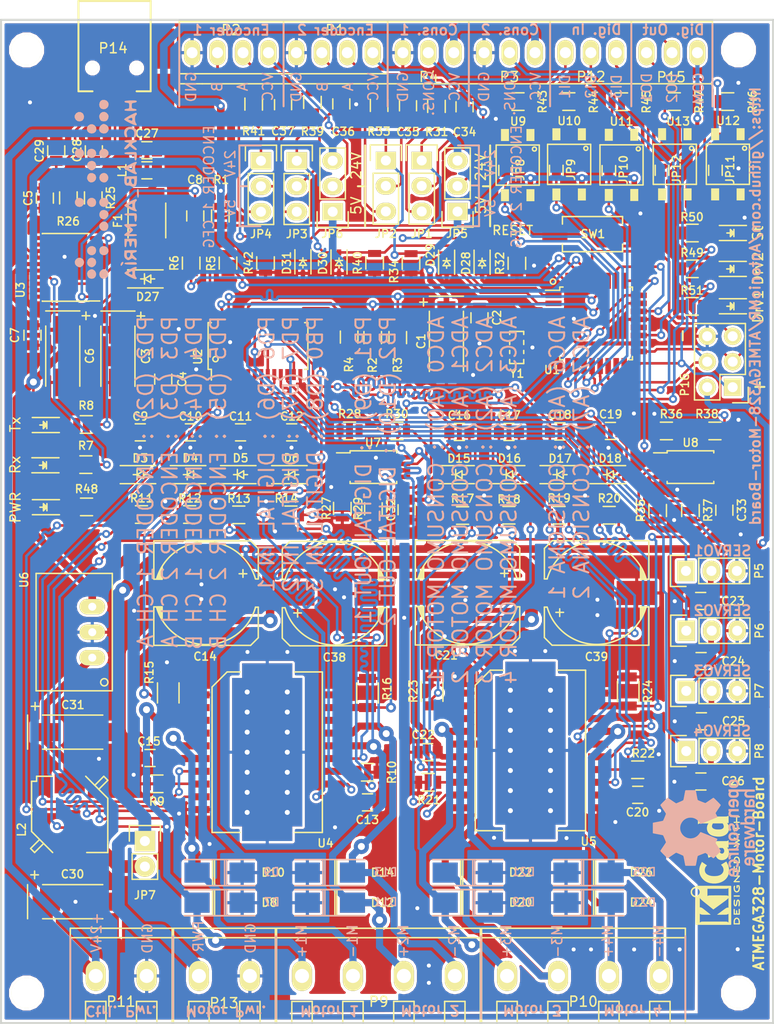
<source format=kicad_pcb>
(kicad_pcb (version 4) (host pcbnew 4.1.0-alpha+201608101232+7015~46~ubuntu14.04.1-product)
  (layers (0 F.Cu signal) (31 B.Cu signal) (34 B.Paste user) (35 F.Paste user) (36 B.SilkS user) (37 F.SilkS user) (38 B.Mask user) (39 F.Mask user) (44 Edge.Cuts user))
  (net 0 "")
  (net 1 GND)
  (net 2 +5V)
  (net 3 "Net-(C5-Pad1)")
  (net 4 RESET)
  (net 5 "Net-(C8-Pad2)")
  (net 6 /Potencia/Motor1_A_in)
  (net 7 MOTOR1_A)
  (net 8 /Potencia/Motor1_B_in)
  (net 9 MOTOR1_B)
  (net 10 /Potencia/Motor2_A_in)
  (net 11 MOTOR2_A)
  (net 12 /Potencia/Motor2_B_in)
  (net 13 MOTOR2_B)
  (net 14 VSS)
  (net 15 /Potencia/Motor3_A_in)
  (net 16 MOTOR3_A)
  (net 17 /Potencia/Motor3_B_in)
  (net 18 MOTOR3_B)
  (net 19 /Potencia/Motor4_A_in)
  (net 20 MOTOR4_A)
  (net 21 /Potencia/Motor4_B_in)
  (net 22 MOTOR4_B)
  (net 23 /Pines/XUSB)
  (net 24 "Net-(C28-Pad1)")
  (net 25 "Net-(C29-Pad1)")
  (net 26 "Net-(C31-Pad1)")
  (net 27 ENC1_A)
  (net 28 ENC1_B)
  (net 29 ENC2_A)
  (net 30 ENC2_B)
  (net 31 "Net-(D1-Pad1)")
  (net 32 "Net-(D2-Pad1)")
  (net 33 Motor1+)
  (net 34 Motor1-)
  (net 35 Motor2+)
  (net 36 Motor2-)
  (net 37 Motor3+)
  (net 38 Motor3-)
  (net 39 Motor4+)
  (net 40 Motor4-)
  (net 41 VUSB)
  (net 42 ENC1_A2)
  (net 43 ENC1_B2)
  (net 44 ENC2_A2)
  (net 45 ENC2_B2)
  (net 46 "Net-(F1-Pad1)")
  (net 47 "Net-(JP1-Pad3)")
  (net 48 "Net-(JP2-Pad3)")
  (net 49 "Net-(JP3-Pad3)")
  (net 50 "Net-(JP4-Pad3)")
  (net 51 ENC1_PWR)
  (net 52 +24V)
  (net 53 ENC2_PWR)
  (net 54 CONSIGNA1)
  (net 55 CONSIGNA2)
  (net 56 SERVO1)
  (net 57 SERVO2)
  (net 58 SERVO3)
  (net 59 SERVO4)
  (net 60 DI3)
  (net 61 DI2)
  (net 62 DI1)
  (net 63 "Net-(P14-Pad4)")
  (net 64 "Net-(P14-Pad6)")
  (net 65 DO1)
  (net 66 DO2)
  (net 67 MISO)
  (net 68 SCK)
  (net 69 MOSI)
  (net 70 /Control/SDA)
  (net 71 /Control/SCL)
  (net 72 /Control/Rx)
  (net 73 "Net-(R5-Pad2)")
  (net 74 /Control/Tx)
  (net 75 "Net-(R6-Pad2)")
  (net 76 "Net-(R7-Pad2)")
  (net 77 "Net-(R8-Pad1)")
  (net 78 MOTOR1_EN)
  (net 79 MOTOR2_EN)
  (net 80 MOTOR1_SENSE)
  (net 81 MOTOR2_SENSE)
  (net 82 MOTOR3_EN)
  (net 83 MOTOR4_EN)
  (net 84 MOTOR3_SENSE)
  (net 85 MOTOR4_SENSE)
  (net 86 D-)
  (net 87 D+)
  (net 88 "Net-(R27-Pad1)")
  (net 89 "Net-(R28-Pad1)")
  (net 90 MOTOR1_CURRENT)
  (net 91 MOTOR2_CURRENT)
  (net 92 "Net-(R35-Pad1)")
  (net 93 "Net-(R36-Pad1)")
  (net 94 MOTOR3_CURRENT)
  (net 95 MOTOR4_CURRENT)
  (net 96 "Net-(U1-Pad7)")
  (net 97 "Net-(U1-Pad8)")
  (net 98 "Net-(U1-Pad20)")
  (net 99 "Net-(U3-Pad2)")
  (net 100 "Net-(U3-Pad5)")
  (net 101 "Net-(U3-Pad7)")
  (net 102 "Net-(U3-Pad8)")
  (net 103 "Net-(U3-Pad9)")
  (net 104 "Net-(U3-Pad18)")
  (net 105 "Net-(U3-Pad19)")
  (net 106 "Net-(U4-Pad3)")
  (net 107 "Net-(U4-Pad18)")
  (net 108 "Net-(U5-Pad3)")
  (net 109 "Net-(U5-Pad18)")
  (net 110 "Net-(JP8-Pad1)")
  (net 111 uC_DI1)
  (net 112 "Net-(JP9-Pad1)")
  (net 113 uC_DI2)
  (net 114 "Net-(JP10-Pad1)")
  (net 115 uC_DI3)
  (net 116 "Net-(JP11-Pad1)")
  (net 117 "Net-(JP12-Pad1)")
  (net 118 uC_DO1)
  (net 119 uC_DO2)
  (net 120 "Net-(D32-Pad1)")
  (net 121 DO_COM)
  (net 122 "Net-(D33-Pad2)")
  (net 123 "Net-(D34-Pad2)")
  (net 124 "Net-(D35-Pad2)")
  (net 125 "Net-(R4-Pad1)")
  (module Conectores:usb_mini_molex_675031020 (layer F.Cu) (at 119.775 47.125 270)
    (fp_text reference P14 (at -4.295 0.145) (layer F.SilkS))
    (fp_text value USB_MINI)
    (pad 3 smd rect (at 0 0 270) (size 2.25 0.5) (layers F.Cu F.Paste F.Mask) (net 25 "Net-(C29-Pad1)"))
    (pad 2 smd rect (at 0 -0.8 270) (size 2.25 0.5) (layers F.Cu F.Paste F.Mask) (net 24 "Net-(C28-Pad1)"))
    (pad 1 smd rect (at 0 -1.6 270) (size 2.25 0.5) (layers F.Cu F.Paste F.Mask) (net 23 /Pines/XUSB))
    (pad 4 smd rect (at 0 0.8 270) (size 2.25 0.5) (layers F.Cu F.Paste F.Mask) (net 63 "Net-(P14-Pad4)"))
    (pad 5 smd rect (at 0 1.6 270) (size 2.25 0.5) (layers F.Cu F.Paste F.Mask) (net 1 GND))
    (pad "" np_thru_hole circle (at -2.325 2.2 270) (size 1 1) (drill 1) (layers *.Cu F.SilkS))
    (pad "" np_thru_hole circle (at -2.325 -2.2 270) (size 1 1) (drill 1) (layers *.Cu F.SilkS))
    (pad 6 smd rect (at 0 -4.925 270) (size 3.5 2.05) (layers F.Cu F.Paste F.Mask) (net 64 "Net-(P14-Pad6)"))
    (pad 6 smd rect (at 0 4.925 270) (size 3.5 2.05) (layers F.Cu F.Paste F.Mask) (net 64 "Net-(P14-Pad6)"))
    (pad 6 smd rect (at -4.25 -4.925 270) (size 4 2.05) (layers F.Cu F.Paste F.Mask) (net 64 "Net-(P14-Pad6)"))
    (pad 6 smd rect (at -4.25 4.925 270) (size 4 2.05) (layers F.Cu F.Paste F.Mask) (net 64 "Net-(P14-Pad6)"))
  )
  (module Vias:Gnd-Via (layer F.Cu) (at 127.92 74.84)
    (fp_text reference Gnd-Via hide)
    (fp_text value VAL** hide)
    (pad 1 thru_hole circle (at 0 0) (size 0.8 0.8) (drill 0.4) (layers *.Cu) (net 1 GND))
  )
  (module Vias:Gnd-Via (layer F.Cu) (at 142.66 97.56)
    (fp_text reference Gnd-Via hide)
    (fp_text value VAL** hide)
    (pad 1 thru_hole circle (at 0 0) (size 0.8 0.8) (drill 0.4) (layers *.Cu) (net 1 GND))
  )
  (module Vias:Gnd-Via (layer F.Cu) (at 148.66 99.6)
    (fp_text reference Gnd-Via hide)
    (fp_text value VAL** hide)
    (pad 1 thru_hole circle (at 0 0) (size 0.6 0.6) (drill 0.4) (layers *.Cu) (net 1 GND))
  )
  (module Soportes_PCB:BOPLA_ABP_800_0100 (layer F.Cu) (at 146.95 90)
    (fp_text reference REF** hide)
    (fp_text value BOPLA_ABP_800_0100)
    (fp_line (start -38.5 -50) (end -38.5 50) (layer Edge.Cuts) (width 0.2))
    (fp_line (start -38.5 50) (end 38.5 50) (layer Edge.Cuts) (width 0.2))
    (fp_line (start 38.5 -50) (end 38.5 50) (layer Edge.Cuts) (width 0.2))
    (fp_line (start -38.5 -50) (end 38.5 -50) (layer Edge.Cuts) (width 0.2))
  )
  (module Resistors_SMD:R_0805 (layer F.Cu) (at 177.38 64.82)
    (fp_text reference R49 (at -0.01 -1.59) (layer F.SilkS) (effects (font (size 0.8 0.8))))
    (fp_text value 270)
    (pad 1 smd rect (at -0.95 0) (size 0.7 1.3) (layers F.Cu F.Paste F.Mask) (net 69 MOSI))
    (pad 2 smd rect (at 0.95 0) (size 0.7 1.3) (layers F.Cu F.Paste F.Mask) (net 122 "Net-(D33-Pad2)"))
  )
  (module Leds:LED_0805 (layer F.Cu) (at 181.18 64.83 180)
    (fp_text reference D33 hide)
    (fp_text value Rojo)
    (pad 2 smd rect (at 1.04902 0) (size 1.19888 1.19888) (layers F.Cu F.Paste F.Mask) (net 122 "Net-(D33-Pad2)"))
    (pad 1 smd rect (at -1.04902 0) (size 1.19888 1.19888) (layers F.Cu F.Paste F.Mask) (net 1 GND))
  )
  (module Leds:LED_0805 (layer F.Cu) (at 181.19098 61.25 180)
    (fp_text reference D34 hide)
    (fp_text value Rojo)
    (pad 2 smd rect (at 1.04902 0) (size 1.19888 1.19888) (layers F.Cu F.Paste F.Mask) (net 123 "Net-(D34-Pad2)"))
    (pad 1 smd rect (at -1.04902 0) (size 1.19888 1.19888) (layers F.Cu F.Paste F.Mask) (net 1 GND))
  )
  (module Leds:LED_0805 (layer F.Cu) (at 181.19 68.55 180)
    (fp_text reference D35 hide)
    (fp_text value Rojo)
    (pad 2 smd rect (at 1.04902 0) (size 1.19888 1.19888) (layers F.Cu F.Paste F.Mask) (net 124 "Net-(D35-Pad2)"))
    (pad 1 smd rect (at -1.04902 0) (size 1.19888 1.19888) (layers F.Cu F.Paste F.Mask) (net 1 GND))
  )
  (module Resistors_SMD:R_0805 (layer F.Cu) (at 177.38 61.25)
    (fp_text reference R50 (at -0.02 -1.59) (layer F.SilkS) (effects (font (size 0.8 0.8))))
    (fp_text value 270)
    (pad 1 smd rect (at -0.95 0) (size 0.7 1.3) (layers F.Cu F.Paste F.Mask) (net 67 MISO))
    (pad 2 smd rect (at 0.95 0) (size 0.7 1.3) (layers F.Cu F.Paste F.Mask) (net 123 "Net-(D34-Pad2)"))
  )
  (module Resistors_SMD:R_0805 (layer F.Cu) (at 177.38 68.56)
    (fp_text reference R51 (at -0.01 -1.58) (layer F.SilkS) (effects (font (size 0.8 0.8))))
    (fp_text value 270)
    (pad 1 smd rect (at -0.95 0) (size 0.7 1.3) (layers F.Cu F.Paste F.Mask) (net 68 SCK))
    (pad 2 smd rect (at 0.95 0) (size 0.7 1.3) (layers F.Cu F.Paste F.Mask) (net 124 "Net-(D35-Pad2)"))
  )
  (module Vias:Gnd-Via (layer F.Cu) (at 182 79.87)
    (fp_text reference Gnd-Via hide)
    (fp_text value VAL** hide)
    (pad 1 thru_hole circle (at 0 0) (size 0.8 0.8) (drill 0.4) (layers *.Cu) (net 1 GND))
  )
  (module PhoenixContact:PhoenixContact_MPT_0,5_3-2,54 (layer F.Cu) (at 177.905 43.275 180)
    (fp_text reference P15 (at 2.615 -2.445 180) (layer F.SilkS))
    (fp_text value CONN_01X03)
    (pad 1 thru_hole oval (at 0 0 180) (size 1.6 2.5) (drill 1.1) (layers *.Cu *.Mask F.SilkS) (net 121 DO_COM))
    (pad 2 thru_hole oval (at 2.54 0 180) (size 1.6 2.5) (drill 1.1) (layers *.Cu *.Mask F.SilkS) (net 66 DO2))
    (pad 3 thru_hole oval (at 5.08 0 180) (size 1.6 2.5) (drill 1.1) (layers *.Cu *.Mask F.SilkS) (net 65 DO1))
  )
  (module Vias:Gnd-Via (layer F.Cu) (at 181.92 132.64)
    (fp_text reference Gnd-Via hide)
    (fp_text value VAL** hide)
    (pad 1 thru_hole circle (at 0 0) (size 0.8 0.8) (drill 0.4) (layers *.Cu) (net 1 GND))
  )
  (module Vias:Gnd-Via (layer F.Cu) (at 176.13 132.66)
    (fp_text reference Gnd-Via hide)
    (fp_text value VAL** hide)
    (pad 1 thru_hole circle (at 0 0) (size 0.8 0.8) (drill 0.4) (layers *.Cu) (net 1 GND))
  )
  (module Vias:Gnd-Via (layer F.Cu) (at 171.59 132.66)
    (fp_text reference Gnd-Via hide)
    (fp_text value VAL** hide)
    (pad 1 thru_hole circle (at 0 0) (size 0.8 0.8) (drill 0.4) (layers *.Cu) (net 1 GND))
  )
  (module Vias:Gnd-Via (layer F.Cu) (at 167.29 132.66)
    (fp_text reference Gnd-Via hide)
    (fp_text value VAL** hide)
    (pad 1 thru_hole circle (at 0 0) (size 0.8 0.8) (drill 0.4) (layers *.Cu) (net 1 GND))
  )
  (module Vias:Gnd-Via (layer F.Cu) (at 165.56 132.66)
    (fp_text reference Gnd-Via hide)
    (fp_text value VAL** hide)
    (pad 1 thru_hole circle (at 0 0) (size 0.8 0.8) (drill 0.4) (layers *.Cu) (net 1 GND))
  )
  (module Vias:Gnd-Via (layer F.Cu) (at 115.88 127.91)
    (fp_text reference Gnd-Via hide)
    (fp_text value VAL** hide)
    (pad 1 thru_hole circle (at 0 0) (size 0.8 0.8) (drill 0.4) (layers *.Cu) (net 1 GND))
  )
  (module Vias:Gnd-Via (layer F.Cu) (at 118.22 113.66)
    (fp_text reference Gnd-Via hide)
    (fp_text value VAL** hide)
    (pad 1 thru_hole circle (at 0 0) (size 0.8 0.8) (drill 0.4) (layers *.Cu) (net 1 GND))
  )
  (module Vias:Gnd-Via (layer F.Cu) (at 126.21 119.12)
    (fp_text reference Gnd-Via hide)
    (fp_text value VAL** hide)
    (pad 1 thru_hole circle (at 0 0) (size 0.8 0.8) (drill 0.4) (layers *.Cu) (net 1 GND))
  )
  (module Vias:Gnd-Via (layer F.Cu) (at 134.88 88)
    (fp_text reference Gnd-Via hide)
    (fp_text value VAL** hide)
    (pad 1 thru_hole circle (at 0 0) (size 0.8 0.8) (drill 0.4) (layers *.Cu) (net 1 GND))
  )
  (module Vias:Gnd-Via (layer F.Cu) (at 129.86 88)
    (fp_text reference Gnd-Via hide)
    (fp_text value VAL** hide)
    (pad 1 thru_hole circle (at 0 0) (size 0.8 0.8) (drill 0.4) (layers *.Cu) (net 1 GND))
  )
  (module Vias:Gnd-Via (layer F.Cu) (at 124.83 88)
    (fp_text reference Gnd-Via hide)
    (fp_text value VAL** hide)
    (pad 1 thru_hole circle (at 0 0) (size 0.8 0.8) (drill 0.4) (layers *.Cu) (net 1 GND))
  )
  (module Housings_SSOP:TSSOP-28_4.4x9.7mm_Pitch0.65mm (layer F.Cu) (at 134.08 72.51 90)
    (fp_text reference U2 (at -1.07 -5.99 90) (layer F.SilkS) (effects (font (size 0.8 0.8))))
    (fp_text value PCA9685)
    (pad 1 smd rect (at -2.85 -4.225 90) (size 1.1 0.4) (layers F.Cu F.Paste F.Mask) (net 2 +5V))
    (pad 2 smd rect (at -2.85 -3.575 90) (size 1.1 0.4) (layers F.Cu F.Paste F.Mask) (net 1 GND))
    (pad 3 smd rect (at -2.85 -2.925 90) (size 1.1 0.4) (layers F.Cu F.Paste F.Mask) (net 2 +5V))
    (pad 4 smd rect (at -2.85 -2.275 90) (size 1.1 0.4) (layers F.Cu F.Paste F.Mask) (net 1 GND))
    (pad 5 smd rect (at -2.85 -1.625 90) (size 1.1 0.4) (layers F.Cu F.Paste F.Mask) (net 2 +5V))
    (pad 6 smd rect (at -2.85 -0.975 90) (size 1.1 0.4) (layers F.Cu F.Paste F.Mask) (net 7 MOTOR1_A))
    (pad 7 smd rect (at -2.85 -0.325 90) (size 1.1 0.4) (layers F.Cu F.Paste F.Mask) (net 9 MOTOR1_B))
    (pad 8 smd rect (at -2.85 0.325 90) (size 1.1 0.4) (layers F.Cu F.Paste F.Mask) (net 78 MOTOR1_EN))
    (pad 9 smd rect (at -2.85 0.975 90) (size 1.1 0.4) (layers F.Cu F.Paste F.Mask) (net 56 SERVO1))
    (pad 10 smd rect (at -2.85 1.625 90) (size 1.1 0.4) (layers F.Cu F.Paste F.Mask) (net 11 MOTOR2_A))
    (pad 11 smd rect (at -2.85 2.275 90) (size 1.1 0.4) (layers F.Cu F.Paste F.Mask) (net 13 MOTOR2_B))
    (pad 12 smd rect (at -2.85 2.925 90) (size 1.1 0.4) (layers F.Cu F.Paste F.Mask) (net 79 MOTOR2_EN))
    (pad 13 smd rect (at -2.85 3.575 90) (size 1.1 0.4) (layers F.Cu F.Paste F.Mask) (net 57 SERVO2))
    (pad 14 smd rect (at -2.85 4.225 90) (size 1.1 0.4) (layers F.Cu F.Paste F.Mask) (net 1 GND))
    (pad 15 smd rect (at 2.85 4.225 90) (size 1.1 0.4) (layers F.Cu F.Paste F.Mask) (net 16 MOTOR3_A))
    (pad 16 smd rect (at 2.85 3.575 90) (size 1.1 0.4) (layers F.Cu F.Paste F.Mask) (net 18 MOTOR3_B))
    (pad 17 smd rect (at 2.85 2.925 90) (size 1.1 0.4) (layers F.Cu F.Paste F.Mask) (net 82 MOTOR3_EN))
    (pad 18 smd rect (at 2.85 2.275 90) (size 1.1 0.4) (layers F.Cu F.Paste F.Mask) (net 58 SERVO3))
    (pad 19 smd rect (at 2.85 1.625 90) (size 1.1 0.4) (layers F.Cu F.Paste F.Mask) (net 20 MOTOR4_A))
    (pad 20 smd rect (at 2.85 0.975 90) (size 1.1 0.4) (layers F.Cu F.Paste F.Mask) (net 22 MOTOR4_B))
    (pad 21 smd rect (at 2.85 0.325 90) (size 1.1 0.4) (layers F.Cu F.Paste F.Mask) (net 83 MOTOR4_EN))
    (pad 22 smd rect (at 2.85 -0.325 90) (size 1.1 0.4) (layers F.Cu F.Paste F.Mask) (net 59 SERVO4))
    (pad 23 smd rect (at 2.85 -0.975 90) (size 1.1 0.4) (layers F.Cu F.Paste F.Mask) (net 125 "Net-(R4-Pad1)"))
    (pad 24 smd rect (at 2.85 -1.625 90) (size 1.1 0.4) (layers F.Cu F.Paste F.Mask) (net 1 GND))
    (pad 25 smd rect (at 2.85 -2.275 90) (size 1.1 0.4) (layers F.Cu F.Paste F.Mask) (net 1 GND))
    (pad 26 smd rect (at 2.85 -2.925 90) (size 1.1 0.4) (layers F.Cu F.Paste F.Mask) (net 71 /Control/SCL))
    (pad 27 smd rect (at 2.85 -3.575 90) (size 1.1 0.4) (layers F.Cu F.Paste F.Mask) (net 70 /Control/SDA))
    (pad 28 smd rect (at 2.85 -4.225 90) (size 1.1 0.4) (layers F.Cu F.Paste F.Mask) (net 2 +5V))
  )
  (module Vias:Gnd-Via (layer F.Cu) (at 166.7 87.41)
    (fp_text reference Gnd-Via hide)
    (fp_text value VAL** hide)
    (pad 1 thru_hole circle (at 0 0) (size 0.8 0.8) (drill 0.4) (layers *.Cu) (net 1 GND))
  )
  (module Vias:Gnd-Via (layer F.Cu) (at 156.63 87.41)
    (fp_text reference Gnd-Via hide)
    (fp_text value VAL** hide)
    (pad 1 thru_hole circle (at 0 0) (size 0.8 0.8) (drill 0.4) (layers *.Cu) (net 1 GND))
  )
  (module Vias:Gnd-Via (layer F.Cu) (at 169.03 82.66)
    (fp_text reference Gnd-Via hide)
    (fp_text value VAL** hide)
    (pad 1 thru_hole circle (at 0 0) (size 0.8 0.8) (drill 0.4) (layers *.Cu) (net 1 GND))
  )
  (module Vias:Gnd-Via (layer F.Cu) (at 164.85 121.56)
    (fp_text reference Gnd-Via hide)
    (fp_text value VAL** hide)
    (pad 1 thru_hole circle (at 0 0) (size 0.8 0.8) (drill 0.4) (layers *.Cu) (net 1 GND))
  )
  (module Vias:Gnd-Via (layer F.Cu) (at 157.62 121.53)
    (fp_text reference Gnd-Via hide)
    (fp_text value VAL** hide)
    (pad 1 thru_hole circle (at 0 0) (size 0.8 0.8) (drill 0.4) (layers *.Cu) (net 1 GND))
  )
  (module Vias:Gnd-Via (layer F.Cu) (at 162.73 102.92)
    (fp_text reference Gnd-Via hide)
    (fp_text value VAL** hide)
    (pad 1 thru_hole circle (at 0 0) (size 0.8 0.8) (drill 0.4) (layers *.Cu) (net 1 GND))
  )
  (module Vias:Gnd-Via (layer F.Cu) (at 159.71 102.92)
    (fp_text reference Gnd-Via hide)
    (fp_text value VAL** hide)
    (pad 1 thru_hole circle (at 0 0) (size 0.8 0.8) (drill 0.4) (layers *.Cu) (net 1 GND))
  )
  (module Vias:Gnd-Via (layer F.Cu) (at 137.01 103.01)
    (fp_text reference Gnd-Via hide)
    (fp_text value VAL** hide)
    (pad 1 thru_hole circle (at 0 0) (size 0.8 0.8) (drill 0.4) (layers *.Cu) (net 1 GND))
  )
  (module Vias:Gnd-Via (layer F.Cu) (at 133.03 103.01)
    (fp_text reference Gnd-Via hide)
    (fp_text value VAL** hide)
    (pad 1 thru_hole circle (at 0 0) (size 0.8 0.8) (drill 0.4) (layers *.Cu) (net 1 GND))
  )
  (module Vias:Gnd-Via (layer F.Cu) (at 122.31 82.64)
    (fp_text reference Gnd-Via hide)
    (fp_text value VAL** hide)
    (pad 1 thru_hole circle (at 0 0) (size 0.8 0.8) (drill 0.4) (layers *.Cu) (net 1 GND))
  )
  (module Vias:Gnd-Via (layer F.Cu) (at 127.33 82.64)
    (fp_text reference Gnd-Via hide)
    (fp_text value VAL** hide)
    (pad 1 thru_hole circle (at 0 0) (size 0.8 0.8) (drill 0.4) (layers *.Cu) (net 1 GND))
  )
  (module Vias:Gnd-Via (layer F.Cu) (at 132.32 82.64)
    (fp_text reference Gnd-Via hide)
    (fp_text value VAL** hide)
    (pad 1 thru_hole circle (at 0 0) (size 0.8 0.8) (drill 0.4) (layers *.Cu) (net 1 GND))
  )
  (module Vias:Gnd-Via (layer F.Cu) (at 137.42 82.64)
    (fp_text reference Gnd-Via hide)
    (fp_text value VAL** hide)
    (pad 1 thru_hole circle (at 0 0) (size 0.8 0.8) (drill 0.4) (layers *.Cu) (net 1 GND))
  )
  (module Housings_QFP:TQFP-32_7x7mm_Pitch0.8mm (layer F.Cu) (at 167.8 70.26)
    (fp_text reference U1 (at -4.39 4.63) (layer F.SilkS) (effects (font (size 0.8 0.8))))
    (fp_text value ATMEGA328)
    (pad 1 smd rect (at -4.25 -2.8) (size 1.6 0.55) (layers F.Cu F.Paste F.Mask) (net 44 ENC2_A2))
    (pad 2 smd rect (at -4.25 -2) (size 1.6 0.55) (layers F.Cu F.Paste F.Mask) (net 43 ENC1_B2))
    (pad 3 smd rect (at -4.25 -1.2) (size 1.6 0.55) (layers F.Cu F.Paste F.Mask) (net 1 GND))
    (pad 4 smd rect (at -4.25 -0.4) (size 1.6 0.55) (layers F.Cu F.Paste F.Mask) (net 2 +5V))
    (pad 5 smd rect (at -4.25 0.4) (size 1.6 0.55) (layers F.Cu F.Paste F.Mask) (net 1 GND))
    (pad 6 smd rect (at -4.25 1.2) (size 1.6 0.55) (layers F.Cu F.Paste F.Mask) (net 2 +5V))
    (pad 7 smd rect (at -4.25 2) (size 1.6 0.55) (layers F.Cu F.Paste F.Mask) (net 96 "Net-(U1-Pad7)"))
    (pad 8 smd rect (at -4.25 2.8) (size 1.6 0.55) (layers F.Cu F.Paste F.Mask) (net 97 "Net-(U1-Pad8)"))
    (pad 9 smd rect (at -2.8 4.25 90) (size 1.6 0.55) (layers F.Cu F.Paste F.Mask) (net 45 ENC2_B2))
    (pad 10 smd rect (at -2 4.25 90) (size 1.6 0.55) (layers F.Cu F.Paste F.Mask) (net 111 uC_DI1))
    (pad 11 smd rect (at -1.2 4.25 90) (size 1.6 0.55) (layers F.Cu F.Paste F.Mask) (net 113 uC_DI2))
    (pad 12 smd rect (at -0.4 4.25 90) (size 1.6 0.55) (layers F.Cu F.Paste F.Mask) (net 115 uC_DI3))
    (pad 13 smd rect (at 0.4 4.25 90) (size 1.6 0.55) (layers F.Cu F.Paste F.Mask) (net 118 uC_DO1))
    (pad 14 smd rect (at 1.2 4.25 90) (size 1.6 0.55) (layers F.Cu F.Paste F.Mask) (net 119 uC_DO2))
    (pad 15 smd rect (at 2 4.25 90) (size 1.6 0.55) (layers F.Cu F.Paste F.Mask) (net 69 MOSI))
    (pad 16 smd rect (at 2.8 4.25 90) (size 1.6 0.55) (layers F.Cu F.Paste F.Mask) (net 67 MISO))
    (pad 17 smd rect (at 4.25 2.8) (size 1.6 0.55) (layers F.Cu F.Paste F.Mask) (net 68 SCK))
    (pad 18 smd rect (at 4.25 2) (size 1.6 0.55) (layers F.Cu F.Paste F.Mask) (net 2 +5V))
    (pad 19 smd rect (at 4.25 1.2) (size 1.6 0.55) (layers F.Cu F.Paste F.Mask) (net 54 CONSIGNA1))
    (pad 20 smd rect (at 4.25 0.4) (size 1.6 0.55) (layers F.Cu F.Paste F.Mask) (net 98 "Net-(U1-Pad20)"))
    (pad 21 smd rect (at 4.25 -0.4) (size 1.6 0.55) (layers F.Cu F.Paste F.Mask) (net 1 GND))
    (pad 22 smd rect (at 4.25 -1.2) (size 1.6 0.55) (layers F.Cu F.Paste F.Mask) (net 55 CONSIGNA2))
    (pad 23 smd rect (at 4.25 -2) (size 1.6 0.55) (layers F.Cu F.Paste F.Mask) (net 90 MOTOR1_CURRENT))
    (pad 24 smd rect (at 4.25 -2.8) (size 1.6 0.55) (layers F.Cu F.Paste F.Mask) (net 91 MOTOR2_CURRENT))
    (pad 25 smd rect (at 2.8 -4.25 90) (size 1.6 0.55) (layers F.Cu F.Paste F.Mask) (net 94 MOTOR3_CURRENT))
    (pad 26 smd rect (at 2 -4.25 90) (size 1.6 0.55) (layers F.Cu F.Paste F.Mask) (net 95 MOTOR4_CURRENT))
    (pad 27 smd rect (at 1.2 -4.25 90) (size 1.6 0.55) (layers F.Cu F.Paste F.Mask) (net 70 /Control/SDA))
    (pad 28 smd rect (at 0.4 -4.25 90) (size 1.6 0.55) (layers F.Cu F.Paste F.Mask) (net 71 /Control/SCL))
    (pad 29 smd rect (at -0.4 -4.25 90) (size 1.6 0.55) (layers F.Cu F.Paste F.Mask) (net 4 RESET))
    (pad 30 smd rect (at -1.2 -4.25 90) (size 1.6 0.55) (layers F.Cu F.Paste F.Mask) (net 73 "Net-(R5-Pad2)"))
    (pad 31 smd rect (at -2 -4.25 90) (size 1.6 0.55) (layers F.Cu F.Paste F.Mask) (net 75 "Net-(R6-Pad2)"))
    (pad 32 smd rect (at -2.8 -4.25 90) (size 1.6 0.55) (layers F.Cu F.Paste F.Mask) (net 42 ENC1_A2))
  )
  (module Vias:Gnd-Via (layer F.Cu) (at 175.89 86.83)
    (fp_text reference Gnd-Via hide)
    (fp_text value VAL** hide)
    (pad 1 thru_hole circle (at 0 0) (size 0.8 0.8) (drill 0.4) (layers *.Cu) (net 1 GND))
  )
  (module Vias:Gnd-Via (layer F.Cu) (at 128.43 97.74)
    (fp_text reference Gnd-Via hide)
    (fp_text value VAL** hide)
    (pad 1 thru_hole circle (at 0 0) (size 0.8 0.8) (drill 0.4) (layers *.Cu) (net 1 GND))
  )
  (module Vias:Gnd-Via (layer F.Cu) (at 167.93 99.34)
    (fp_text reference Gnd-Via hide)
    (fp_text value VAL** hide)
    (pad 1 thru_hole circle (at 0 0) (size 0.8 0.8) (drill 0.4) (layers *.Cu) (net 1 GND))
  )
  (module Vias:Gnd-Via (layer F.Cu) (at 167.93 97.8)
    (fp_text reference Gnd-Via hide)
    (fp_text value VAL** hide)
    (pad 1 thru_hole circle (at 0 0) (size 0.8 0.8) (drill 0.4) (layers *.Cu) (net 1 GND))
  )
  (module Vias:Gnd-Via (layer F.Cu) (at 152.7 101.44)
    (fp_text reference Gnd-Via hide)
    (fp_text value VAL** hide)
    (pad 1 thru_hole circle (at 0 0) (size 0.8 0.8) (drill 0.4) (layers *.Cu) (net 1 GND))
  )
  (module Vias:Gnd-Via (layer F.Cu) (at 161.61 64.5)
    (fp_text reference Gnd-Via hide)
    (fp_text value VAL** hide)
    (pad 1 thru_hole circle (at 0 0) (size 0.8 0.8) (drill 0.4) (layers *.Cu) (net 1 GND))
  )
  (module Vias:Gnd-Via (layer F.Cu) (at 165.58 69.8)
    (fp_text reference Gnd-Via hide)
    (fp_text value VAL** hide)
    (pad 1 thru_hole circle (at 0 0) (size 0.8 0.8) (drill 0.4) (layers *.Cu) (net 1 GND))
  )
  (module Vias:Gnd-Via (layer F.Cu) (at 111.34 48.23)
    (fp_text reference Gnd-Via hide)
    (fp_text value VAL** hide)
    (pad 1 thru_hole circle (at 0 0) (size 0.8 0.8) (drill 0.4) (layers *.Cu) (net 1 GND))
  )
  (module Vias:Gnd-Via (layer F.Cu) (at 117.82 69.51)
    (fp_text reference Gnd-Via hide)
    (fp_text value VAL** hide)
    (pad 1 thru_hole circle (at 0 0) (size 0.8 0.8) (drill 0.4) (layers *.Cu) (net 1 GND))
  )
  (module Vias:Gnd-Via (layer F.Cu) (at 114.79 63.62)
    (fp_text reference Gnd-Via hide)
    (fp_text value VAL** hide)
    (pad 1 thru_hole circle (at 0 0) (size 0.8 0.8) (drill 0.4) (layers *.Cu) (net 1 GND))
  )
  (module Vias:Gnd-Via (layer F.Cu) (at 143.87 48.42)
    (fp_text reference Gnd-Via hide)
    (fp_text value VAL** hide)
    (pad 1 thru_hole circle (at 0 0) (size 0.8 0.8) (drill 0.4) (layers *.Cu) (net 1 GND))
  )
  (module Vias:Gnd-Via (layer F.Cu) (at 157.8 49.87)
    (fp_text reference Gnd-Via hide)
    (fp_text value VAL** hide)
    (pad 1 thru_hole circle (at 0 0) (size 0.8 0.8) (drill 0.4) (layers *.Cu) (net 1 GND))
  )
  (module PhoenixContact:PhoenixContact_MPT_0,5_3-2,54 (layer F.Cu) (at 169.815 43.275 180)
    (fp_text reference P12 (at 2.525 -2.405 180) (layer F.SilkS))
    (fp_text value CONN_01X03)
    (pad 1 thru_hole oval (at 0 0 180) (size 1.6 2.5) (drill 1.1) (layers *.Cu *.Mask F.SilkS) (net 60 DI3))
    (pad 2 thru_hole oval (at 2.54 0 180) (size 1.6 2.5) (drill 1.1) (layers *.Cu *.Mask F.SilkS) (net 61 DI2))
    (pad 3 thru_hole oval (at 5.08 0 180) (size 1.6 2.5) (drill 1.1) (layers *.Cu *.Mask F.SilkS) (net 62 DI1))
  )
  (module PhoenixContact:PhoenixContact_MPT_0,5_3-2,54 (layer F.Cu) (at 161.705 43.275 180)
    (fp_text reference P3 (at 2.545 -2.415 180) (layer F.SilkS))
    (fp_text value CONN_01X03)
    (pad 1 thru_hole oval (at 0 0 180) (size 1.6 2.5) (drill 1.1) (layers *.Cu *.Mask F.SilkS) (net 2 +5V))
    (pad 2 thru_hole oval (at 2.54 0 180) (size 1.6 2.5) (drill 1.1) (layers *.Cu *.Mask F.SilkS) (net 54 CONSIGNA1))
    (pad 3 thru_hole oval (at 5.08 0 180) (size 1.6 2.5) (drill 1.1) (layers *.Cu *.Mask F.SilkS) (net 1 GND))
  )
  (module PhoenixContact:PhoenixContact_MPT_0,5_3-2,54 (layer F.Cu) (at 153.605 43.275 180)
    (fp_text reference P4 (at 2.495 -2.415 180) (layer F.SilkS))
    (fp_text value CONN_01X03)
    (pad 1 thru_hole oval (at 0 0 180) (size 1.6 2.5) (drill 1.1) (layers *.Cu *.Mask F.SilkS) (net 2 +5V))
    (pad 2 thru_hole oval (at 2.54 0 180) (size 1.6 2.5) (drill 1.1) (layers *.Cu *.Mask F.SilkS) (net 55 CONSIGNA2))
    (pad 3 thru_hole oval (at 5.08 0 180) (size 1.6 2.5) (drill 1.1) (layers *.Cu *.Mask F.SilkS) (net 1 GND))
  )
  (module Vias:Gnd-Via (layer F.Cu) (at 121.68 115.25)
    (fp_text reference Gnd-Via hide)
    (fp_text value VAL** hide)
    (pad 1 thru_hole circle (at 0 0) (size 0.8 0.8) (drill 0.4) (layers *.Cu) (net 1 GND))
  )
  (module Vias:Gnd-Via (layer F.Cu) (at 172.22 59.3)
    (fp_text reference Gnd-Via hide)
    (fp_text value VAL** hide)
    (pad 1 thru_hole circle (at 0 0) (size 0.8 0.8) (drill 0.4) (layers *.Cu) (net 1 GND))
  )
  (module Vias:Gnd-Via (layer F.Cu) (at 182.61 59.72)
    (fp_text reference Gnd-Via hide)
    (fp_text value VAL** hide)
    (pad 1 thru_hole circle (at 0 0) (size 0.8 0.8) (drill 0.4) (layers *.Cu) (net 1 GND))
  )
  (module Vias:Gnd-Via (layer F.Cu) (at 182 54.81)
    (fp_text reference Gnd-Via hide)
    (fp_text value VAL** hide)
    (pad 1 thru_hole circle (at 0 0) (size 0.8 0.8) (drill 0.4) (layers *.Cu) (net 1 GND))
  )
  (module Vias:Gnd-Via (layer F.Cu) (at 181.99 46.28)
    (fp_text reference Gnd-Via hide)
    (fp_text value VAL** hide)
    (pad 1 thru_hole circle (at 0 0) (size 0.8 0.8) (drill 0.4) (layers *.Cu) (net 1 GND))
  )
  (module Vias:Gnd-Via (layer F.Cu) (at 171.57 79.24)
    (fp_text reference Gnd-Via hide)
    (fp_text value VAL** hide)
    (pad 1 thru_hole circle (at 0 0) (size 0.8 0.8) (drill 0.4) (layers *.Cu) (net 1 GND))
  )
  (module Vias:Gnd-Via (layer F.Cu) (at 173.61 79.27)
    (fp_text reference Gnd-Via hide)
    (fp_text value VAL** hide)
    (pad 1 thru_hole circle (at 0 0) (size 0.8 0.8) (drill 0.4) (layers *.Cu) (net 1 GND))
  )
  (module Vias:Gnd-Via (layer F.Cu) (at 169.72 119.96)
    (fp_text reference Gnd-Via hide)
    (fp_text value VAL** hide)
    (pad 1 thru_hole circle (at 0 0) (size 0.8 0.8) (drill 0.4) (layers *.Cu) (net 1 GND))
  )
  (module Vias:Gnd-Via (layer F.Cu) (at 174.04 113.21)
    (fp_text reference Gnd-Via hide)
    (fp_text value VAL** hide)
    (pad 1 thru_hole circle (at 0 0) (size 0.8 0.8) (drill 0.4) (layers *.Cu) (net 1 GND))
  )
  (module Vias:Gnd-Via (layer F.Cu) (at 174.09 118.84)
    (fp_text reference Gnd-Via hide)
    (fp_text value VAL** hide)
    (pad 1 thru_hole circle (at 0 0) (size 0.8 0.8) (drill 0.4) (layers *.Cu) (net 1 GND))
  )
  (module Vias:Gnd-Via (layer F.Cu) (at 135.78 90.99)
    (fp_text reference Gnd-Via hide)
    (fp_text value VAL** hide)
    (pad 1 thru_hole circle (at 0 0) (size 0.8 0.8) (drill 0.4) (layers *.Cu) (net 1 GND))
  )
  (module Vias:Gnd-Via (layer F.Cu) (at 175.58 89.86)
    (fp_text reference Gnd-Via hide)
    (fp_text value VAL** hide)
    (pad 1 thru_hole circle (at 0 0) (size 0.8 0.8) (drill 0.4) (layers *.Cu) (net 1 GND))
  )
  (module Vias:Gnd-Via (layer F.Cu) (at 182.22 91.29)
    (fp_text reference Gnd-Via hide)
    (fp_text value VAL** hide)
    (pad 1 thru_hole circle (at 0 0) (size 0.8 0.8) (drill 0.4) (layers *.Cu) (net 1 GND))
  )
  (module Vias:Gnd-Via (layer F.Cu) (at 149.97 128.55)
    (fp_text reference Gnd-Via hide)
    (fp_text value VAL** hide)
    (pad 1 thru_hole circle (at 0 0) (size 0.8 0.8) (drill 0.4) (layers *.Cu) (net 1 GND))
  )
  (module Vias:Gnd-Via (layer F.Cu) (at 145.84 83.65)
    (fp_text reference Gnd-Via hide)
    (fp_text value VAL** hide)
    (pad 1 thru_hole circle (at 0 0) (size 0.8 0.8) (drill 0.4) (layers *.Cu) (net 1 GND))
  )
  (module Vias:Gnd-Via (layer F.Cu) (at 141.38 86.57)
    (fp_text reference Gnd-Via hide)
    (fp_text value VAL** hide)
    (pad 1 thru_hole circle (at 0 0) (size 0.8 0.8) (drill 0.4) (layers *.Cu) (net 1 GND))
  )
  (module Capacitors_SMD:C_0805 (layer F.Cu) (at 123.31 113.58 180)
    (fp_text reference C15 (at 0.1 1.66 180) (layer F.SilkS) (effects (font (size 0.8 0.8))))
    (fp_text value 100n)
    (pad 1 smd rect (at -1 0 180) (size 1 1.25) (layers F.Cu F.Paste F.Mask) (net 14 VSS))
    (pad 2 smd rect (at 1 0 180) (size 1 1.25) (layers F.Cu F.Paste F.Mask) (net 1 GND))
  )
  (module Vias:Gnd-Via (layer F.Cu) (at 151.12 135.99)
    (fp_text reference Gnd-Via hide)
    (fp_text value VAL** hide)
    (pad 1 thru_hole circle (at 0 0) (size 0.8 0.8) (drill 0.4) (layers *.Cu) (net 1 GND))
  )
  (module Vias:Gnd-Via (layer F.Cu) (at 151.12 134.27)
    (fp_text reference Gnd-Via hide)
    (fp_text value VAL** hide)
    (pad 1 thru_hole circle (at 0 0) (size 0.8 0.8) (drill 0.4) (layers *.Cu) (net 1 GND))
  )
  (module Vias:Gnd-Via (layer F.Cu) (at 141.76 120.49)
    (fp_text reference Gnd-Via hide)
    (fp_text value VAL** hide)
    (pad 1 thru_hole circle (at 0 0) (size 0.8 0.8) (drill 0.4) (layers *.Cu) (net 1 GND))
  )
  (module Vias:Gnd-Via (layer F.Cu) (at 129.25 122.15)
    (fp_text reference Gnd-Via hide)
    (fp_text value VAL** hide)
    (pad 1 thru_hole circle (at 0 0) (size 0.8 0.8) (drill 0.4) (layers *.Cu) (net 1 GND))
  )
  (module Vias:Gnd-Via (layer F.Cu) (at 125 104.04)
    (fp_text reference Gnd-Via hide)
    (fp_text value VAL** hide)
    (pad 1 thru_hole circle (at 0 0) (size 0.8 0.8) (drill 0.4) (layers *.Cu) (net 1 GND))
  )
  (module Vias:Gnd-Via (layer F.Cu) (at 156.17 72.26)
    (fp_text reference Gnd-Via hide)
    (fp_text value VAL** hide)
    (pad 1 thru_hole circle (at 0 0) (size 0.8 0.8) (drill 0.4) (layers *.Cu) (net 1 GND))
  )
  (module Vias:Gnd-Via (layer F.Cu) (at 155.53 75.4)
    (fp_text reference Gnd-Via hide)
    (fp_text value VAL** hide)
    (pad 1 thru_hole circle (at 0 0) (size 0.8 0.8) (drill 0.4) (layers *.Cu) (net 1 GND))
  )
  (module Vias:Gnd-Via (layer F.Cu) (at 146.25 90.97)
    (fp_text reference Gnd-Via hide)
    (fp_text value VAL** hide)
    (pad 1 thru_hole circle (at 0 0) (size 0.8 0.8) (drill 0.4) (layers *.Cu) (net 1 GND))
  )
  (module Vias:Gnd-Via (layer F.Cu) (at 131.3 72.13)
    (fp_text reference Gnd-Via hide)
    (fp_text value VAL** hide)
    (pad 1 thru_hole circle (at 0 0) (size 0.8 0.8) (drill 0.4) (layers *.Cu) (net 1 GND))
  )
  (module Vias:Gnd-Via (layer F.Cu) (at 154.15 82.65)
    (fp_text reference Gnd-Via hide)
    (fp_text value VAL** hide)
    (pad 1 thru_hole circle (at 0 0) (size 0.8 0.8) (drill 0.4) (layers *.Cu) (net 1 GND))
  )
  (module Vias:Gnd-Via (layer F.Cu) (at 159.05 82.66)
    (fp_text reference Gnd-Via hide)
    (fp_text value VAL** hide)
    (pad 1 thru_hole circle (at 0 0) (size 0.8 0.8) (drill 0.4) (layers *.Cu) (net 1 GND))
  )
  (module Vias:Gnd-Via (layer F.Cu) (at 164.19 82.66)
    (fp_text reference Gnd-Via hide)
    (fp_text value VAL** hide)
    (pad 1 thru_hole circle (at 0 0) (size 0.8 0.8) (drill 0.4) (layers *.Cu) (net 1 GND))
  )
  (module Vias:Gnd-Via (layer F.Cu) (at 126.18 70.83)
    (fp_text reference Gnd-Via hide)
    (fp_text value VAL** hide)
    (pad 1 thru_hole circle (at 0 0) (size 0.8 0.8) (drill 0.4) (layers *.Cu) (net 1 GND))
  )
  (module Vias:Gnd-Via (layer F.Cu) (at 175.61 115.94)
    (fp_text reference Gnd-Via hide)
    (fp_text value VAL** hide)
    (pad 1 thru_hole circle (at 0 0) (size 0.8 0.8) (drill 0.4) (layers *.Cu) (net 1 GND))
  )
  (module Vias:Gnd-Via (layer F.Cu) (at 175.64 109.92)
    (fp_text reference Gnd-Via hide)
    (fp_text value VAL** hide)
    (pad 1 thru_hole circle (at 0 0) (size 0.8 0.8) (drill 0.4) (layers *.Cu) (net 1 GND))
  )
  (module Vias:Gnd-Via (layer F.Cu) (at 175.64 103.92)
    (fp_text reference Gnd-Via hide)
    (fp_text value VAL** hide)
    (pad 1 thru_hole circle (at 0 0) (size 0.8 0.8) (drill 0.4) (layers *.Cu) (net 1 GND))
  )
  (module Vias:Gnd-Via (layer F.Cu) (at 175.64 97.95)
    (fp_text reference Gnd-Via hide)
    (fp_text value VAL** hide)
    (pad 1 thru_hole circle (at 0 0) (size 0.8 0.8) (drill 0.4) (layers *.Cu) (net 1 GND))
  )
  (module Vias:Gnd-Via (layer F.Cu) (at 153.7 105.44)
    (fp_text reference Gnd-Via hide)
    (fp_text value VAL** hide)
    (pad 1 thru_hole circle (at 0 0) (size 0.8 0.8) (drill 0.4) (layers *.Cu) (net 1 GND))
  )
  (module Vias:Gnd-Via (layer F.Cu) (at 154.76 97.84)
    (fp_text reference Gnd-Via hide)
    (fp_text value VAL** hide)
    (pad 1 thru_hole circle (at 0 0) (size 0.8 0.8) (drill 0.4) (layers *.Cu) (net 1 GND))
  )
  (module Magneticos:FERROCORE_SMD_0703 (layer F.Cu) (at 115.3 119.2 90)
    (fp_text reference L2 (at -1.52 -4.79 90) (layer F.SilkS) (effects (font (size 0.8 0.8))))
    (fp_text value 10u)
    (pad 1 smd rect (at -3.1 0 90) (size 2 3) (layers F.Cu F.Paste F.Mask) (net 52 +24V))
    (pad 2 smd rect (at 3.1 0 90) (size 2 3) (layers F.Cu F.Paste F.Mask) (net 26 "Net-(C31-Pad1)"))
  )
  (module Vias:Gnd-Via (layer F.Cu) (at 182 137)
    (fp_text reference Gnd-Via hide)
    (fp_text value VAL** hide)
    (pad "" np_thru_hole circle (at 0 0) (size 3 3) (drill 3) (layers *.Cu F.SilkS))
  )
  (module Vias:Gnd-Via (layer F.Cu) (at 182 43)
    (fp_text reference Gnd-Via hide)
    (fp_text value VAL** hide)
    (pad "" np_thru_hole circle (at 0 0) (size 3 3) (drill 3) (layers *.Cu F.SilkS))
  )
  (module Vias:Gnd-Via (layer F.Cu) (at 111 43)
    (fp_text reference Gnd-Via hide)
    (fp_text value VAL** hide)
    (pad "" np_thru_hole circle (at 0 0) (size 3 3) (drill 3) (layers *.Cu F.SilkS))
  )
  (module Vias:Gnd-Via (layer F.Cu) (at 111 137)
    (fp_text reference Gnd-Via hide)
    (fp_text value VAL** hide)
    (pad "" np_thru_hole circle (at 0 0) (size 3 3) (drill 3) (layers *.Cu F.SilkS))
  )
  (module Vias:Gnd-Via (layer F.Cu) (at 121.725 98.9)
    (fp_text reference Gnd-Via hide)
    (fp_text value VAL** hide)
    (pad 1 thru_hole circle (at 0 0) (size 0.8 0.8) (drill 0.4) (layers *.Cu) (net 1 GND))
  )
  (module Vias:Gnd-Via (layer F.Cu) (at 128.44 96.27)
    (fp_text reference Gnd-Via hide)
    (fp_text value VAL** hide)
    (pad 1 thru_hole circle (at 0 0) (size 0.8 0.8) (drill 0.4) (layers *.Cu) (net 1 GND))
  )
  (module Vias:Gnd-Via (layer F.Cu) (at 141.76 96.76)
    (fp_text reference Gnd-Via hide)
    (fp_text value VAL** hide)
    (pad 1 thru_hole circle (at 0 0) (size 0.8 0.8) (drill 0.4) (layers *.Cu) (net 1 GND))
  )
  (module Diodos:DO-214AC (layer B.Cu) (at 130.25 128 180)
    (fp_text reference D7 (at -5.21 0.06 180) (layer B.SilkS) (effects (font (size 0.8 0.8)) (justify mirror)))
    (fp_text value 10MQ100)
    (pad 1 smd rect (at -2.25 0 180) (size 2.5 2) (layers B.Cu B.Paste B.Mask) (net 14 VSS))
    (pad 2 smd rect (at 2.25 0 180) (size 2.5 2) (layers B.Cu B.Paste B.Mask) (net 33 Motor1+))
  )
  (module Capacitors_SMD:C_0805 (layer F.Cu) (at 156.17 69.7 270)
    (fp_text reference C2 (at -0.01 -1.74 270) (layer F.SilkS) (effects (font (size 0.8 0.8))))
    (fp_text value 100n)
    (pad 1 smd rect (at -1 0 270) (size 1 1.25) (layers F.Cu F.Paste F.Mask) (net 2 +5V))
    (pad 2 smd rect (at 1 0 270) (size 1 1.25) (layers F.Cu F.Paste F.Mask) (net 1 GND))
  )
  (module Capacitors_SMD:C_0805 (layer F.Cu) (at 124.63 75.82 270)
    (fp_text reference C4 (at 0 -1.88 270) (layer F.SilkS) (effects (font (size 0.8 0.8))))
    (fp_text value 100n)
    (pad 1 smd rect (at -1 0 270) (size 1 1.25) (layers F.Cu F.Paste F.Mask) (net 2 +5V))
    (pad 2 smd rect (at 1 0 270) (size 1 1.25) (layers F.Cu F.Paste F.Mask) (net 1 GND))
  )
  (module Capacitors_SMD:C_0805 (layer F.Cu) (at 112.825 57.775 90)
    (fp_text reference C5 (at 0.005 -1.665 90) (layer F.SilkS) (effects (font (size 0.8 0.8))))
    (fp_text value 100n)
    (pad 1 smd rect (at -1 0 90) (size 1 1.25) (layers F.Cu F.Paste F.Mask) (net 3 "Net-(C5-Pad1)"))
    (pad 2 smd rect (at 1 0 90) (size 1 1.25) (layers F.Cu F.Paste F.Mask) (net 1 GND))
  )
  (module Capacitors_SMD:C_0805 (layer F.Cu) (at 111.59 71.44 270)
    (fp_text reference C7 (at 0 1.76 270) (layer F.SilkS) (effects (font (size 0.8 0.8))))
    (fp_text value 100n)
    (pad 1 smd rect (at -1 0 270) (size 1 1.25) (layers F.Cu F.Paste F.Mask) (net 2 +5V))
    (pad 2 smd rect (at 1 0 270) (size 1 1.25) (layers F.Cu F.Paste F.Mask) (net 1 GND))
  )
  (module Capacitors_SMD:C_0805 (layer F.Cu) (at 127.825 59.55 90)
    (fp_text reference C8 (at 3.61 -0.025 180) (layer F.SilkS) (effects (font (size 0.8 0.8))))
    (fp_text value 100n)
    (pad 1 smd rect (at -1 0 90) (size 1 1.25) (layers F.Cu F.Paste F.Mask) (net 4 RESET))
    (pad 2 smd rect (at 1 0 90) (size 1 1.25) (layers F.Cu F.Paste F.Mask) (net 5 "Net-(C8-Pad2)"))
  )
  (module Capacitors_SMD:C_0805 (layer F.Cu) (at 122.34 81.12 180)
    (fp_text reference C9 (at 0 1.59 180) (layer F.SilkS) (effects (font (size 0.8 0.8))))
    (fp_text value 1,5n)
    (pad 1 smd rect (at -1 0 180) (size 1 1.25) (layers F.Cu F.Paste F.Mask) (net 6 /Potencia/Motor1_A_in))
    (pad 2 smd rect (at 1 0 180) (size 1 1.25) (layers F.Cu F.Paste F.Mask) (net 7 MOTOR1_A))
  )
  (module Capacitors_SMD:C_0805 (layer F.Cu) (at 127.34 81.12 180)
    (fp_text reference C10 (at 0 1.59 180) (layer F.SilkS) (effects (font (size 0.8 0.8))))
    (fp_text value 1,5n)
    (pad 1 smd rect (at -1 0 180) (size 1 1.25) (layers F.Cu F.Paste F.Mask) (net 8 /Potencia/Motor1_B_in))
    (pad 2 smd rect (at 1 0 180) (size 1 1.25) (layers F.Cu F.Paste F.Mask) (net 9 MOTOR1_B))
  )
  (module Capacitors_SMD:C_0805 (layer F.Cu) (at 132.34 81.12 180)
    (fp_text reference C11 (at -0.01 1.59 180) (layer F.SilkS) (effects (font (size 0.8 0.8))))
    (fp_text value 1,5n)
    (pad 1 smd rect (at -1 0 180) (size 1 1.25) (layers F.Cu F.Paste F.Mask) (net 10 /Potencia/Motor2_A_in))
    (pad 2 smd rect (at 1 0 180) (size 1 1.25) (layers F.Cu F.Paste F.Mask) (net 11 MOTOR2_A))
  )
  (module Capacitors_SMD:C_0805 (layer F.Cu) (at 137.44 81.12 180)
    (fp_text reference C12 (at -0.01 1.59 180) (layer F.SilkS) (effects (font (size 0.8 0.8))))
    (fp_text value 1,5n)
    (pad 1 smd rect (at -1 0 180) (size 1 1.25) (layers F.Cu F.Paste F.Mask) (net 12 /Potencia/Motor2_B_in))
    (pad 2 smd rect (at 1 0 180) (size 1 1.25) (layers F.Cu F.Paste F.Mask) (net 13 MOTOR2_B))
  )
  (module Capacitors_SMD:C_0805 (layer F.Cu) (at 145 118 180)
    (fp_text reference C13 (at 0.01 -1.74 180) (layer F.SilkS) (effects (font (size 0.8 0.8))))
    (fp_text value 100n)
    (pad 1 smd rect (at -1 0 180) (size 1 1.25) (layers F.Cu F.Paste F.Mask) (net 1 GND))
    (pad 2 smd rect (at 1 0 180) (size 1 1.25) (layers F.Cu F.Paste F.Mask) (net 2 +5V))
  )
  (module Capacitors_SMD:C_0805 (layer F.Cu) (at 154.16 81.08 180)
    (fp_text reference C16 (at 0 1.66 180) (layer F.SilkS) (effects (font (size 0.8 0.8))))
    (fp_text value 1,5n)
    (pad 1 smd rect (at -1 0 180) (size 1 1.25) (layers F.Cu F.Paste F.Mask) (net 15 /Potencia/Motor3_A_in))
    (pad 2 smd rect (at 1 0 180) (size 1 1.25) (layers F.Cu F.Paste F.Mask) (net 16 MOTOR3_A))
  )
  (module Capacitors_SMD:C_0805 (layer F.Cu) (at 159.11 81.08 180)
    (fp_text reference C17 (at -0.01 1.66 180) (layer F.SilkS) (effects (font (size 0.8 0.8))))
    (fp_text value 1,5n)
    (pad 1 smd rect (at -1 0 180) (size 1 1.25) (layers F.Cu F.Paste F.Mask) (net 17 /Potencia/Motor3_B_in))
    (pad 2 smd rect (at 1 0 180) (size 1 1.25) (layers F.Cu F.Paste F.Mask) (net 18 MOTOR3_B))
  )
  (module Capacitors_SMD:C_0805 (layer F.Cu) (at 164.19 81.03 180)
    (fp_text reference C18 (at 0 1.66 180) (layer F.SilkS) (effects (font (size 0.8 0.8))))
    (fp_text value 1,5n)
    (pad 1 smd rect (at -1 0 180) (size 1 1.25) (layers F.Cu F.Paste F.Mask) (net 19 /Potencia/Motor4_A_in))
    (pad 2 smd rect (at 1 0 180) (size 1 1.25) (layers F.Cu F.Paste F.Mask) (net 20 MOTOR4_A))
  )
  (module Capacitors_SMD:C_0805 (layer F.Cu) (at 169.23 80.98 180)
    (fp_text reference C19 (at -0.02 1.66 180) (layer F.SilkS) (effects (font (size 0.8 0.8))))
    (fp_text value 1,5n)
    (pad 1 smd rect (at -1 0 180) (size 1 1.25) (layers F.Cu F.Paste F.Mask) (net 21 /Potencia/Motor4_B_in))
    (pad 2 smd rect (at 1 0 180) (size 1 1.25) (layers F.Cu F.Paste F.Mask) (net 22 MOTOR4_B))
  )
  (module Capacitors_SMD:C_0805 (layer F.Cu) (at 171.95 117.25 180)
    (fp_text reference C20 (at 0.02 -1.74 180) (layer F.SilkS) (effects (font (size 0.8 0.8))))
    (fp_text value 100n)
    (pad 1 smd rect (at -1 0 180) (size 1 1.25) (layers F.Cu F.Paste F.Mask) (net 1 GND))
    (pad 2 smd rect (at 1 0 180) (size 1 1.25) (layers F.Cu F.Paste F.Mask) (net 2 +5V))
  )
  (module Capacitors_SMD:C_0805 (layer F.Cu) (at 151 113 180)
    (fp_text reference C22 (at 0.44 1.73 180) (layer F.SilkS) (effects (font (size 0.8 0.8))))
    (fp_text value 100n)
    (pad 1 smd rect (at -1 0 180) (size 1 1.25) (layers F.Cu F.Paste F.Mask) (net 14 VSS))
    (pad 2 smd rect (at 1 0 180) (size 1 1.25) (layers F.Cu F.Paste F.Mask) (net 1 GND))
  )
  (module Capacitors_SMD:C_0805 (layer F.Cu) (at 178.23 97.93 180)
    (fp_text reference C23 (at -3.22 0 180) (layer F.SilkS) (effects (font (size 0.8 0.8))))
    (fp_text value 100n)
    (pad 1 smd rect (at -1 0 180) (size 1 1.25) (layers F.Cu F.Paste F.Mask) (net 2 +5V))
    (pad 2 smd rect (at 1 0 180) (size 1 1.25) (layers F.Cu F.Paste F.Mask) (net 1 GND))
  )
  (module Capacitors_SMD:C_0805 (layer F.Cu) (at 178.27 103.92 180)
    (fp_text reference C24 (at -3.21 -0.02 180) (layer F.SilkS) (effects (font (size 0.8 0.8))))
    (fp_text value 100n)
    (pad 1 smd rect (at -1 0 180) (size 1 1.25) (layers F.Cu F.Paste F.Mask) (net 2 +5V))
    (pad 2 smd rect (at 1 0 180) (size 1 1.25) (layers F.Cu F.Paste F.Mask) (net 1 GND))
  )
  (module Capacitors_SMD:C_0805 (layer F.Cu) (at 178.3 109.92 180)
    (fp_text reference C25 (at -3.21 0.02 180) (layer F.SilkS) (effects (font (size 0.8 0.8))))
    (fp_text value 100n)
    (pad 1 smd rect (at -1 0 180) (size 1 1.25) (layers F.Cu F.Paste F.Mask) (net 2 +5V))
    (pad 2 smd rect (at 1 0 180) (size 1 1.25) (layers F.Cu F.Paste F.Mask) (net 1 GND))
  )
  (module Capacitors_SMD:C_0805 (layer F.Cu) (at 178.25 115.92 180)
    (fp_text reference C26 (at -3.21 0.04 180) (layer F.SilkS) (effects (font (size 0.8 0.8))))
    (fp_text value 100n)
    (pad 1 smd rect (at -1 0 180) (size 1 1.25) (layers F.Cu F.Paste F.Mask) (net 2 +5V))
    (pad 2 smd rect (at 1 0 180) (size 1 1.25) (layers F.Cu F.Paste F.Mask) (net 1 GND))
  )
  (module Capacitors_SMD:C_0805 (layer F.Cu) (at 123 53)
    (fp_text reference C27 (at 0 -1.67) (layer F.SilkS) (effects (font (size 0.8 0.8))))
    (fp_text value 10n)
    (pad 1 smd rect (at -1 0) (size 1 1.25) (layers F.Cu F.Paste F.Mask) (net 23 /Pines/XUSB))
    (pad 2 smd rect (at 1 0) (size 1 1.25) (layers F.Cu F.Paste F.Mask) (net 1 GND))
  )
  (module Capacitors_SMD:C_0805 (layer F.Cu) (at 117.71 53.06 90)
    (fp_text reference C28 (at 0.03 -1.66 90) (layer F.SilkS) (effects (font (size 0.8 0.8))))
    (fp_text value 0,047n)
    (pad 1 smd rect (at -1 0 90) (size 1 1.25) (layers F.Cu F.Paste F.Mask) (net 24 "Net-(C28-Pad1)"))
    (pad 2 smd rect (at 1 0 90) (size 1 1.25) (layers F.Cu F.Paste F.Mask) (net 1 GND))
  )
  (module Capacitors_SMD:C_0805 (layer F.Cu) (at 113.96 53.06 90)
    (fp_text reference C29 (at 0 -1.67 90) (layer F.SilkS) (effects (font (size 0.8 0.8))))
    (fp_text value 0,047n)
    (pad 1 smd rect (at -1 0 90) (size 1 1.25) (layers F.Cu F.Paste F.Mask) (net 25 "Net-(C29-Pad1)"))
    (pad 2 smd rect (at 1 0 90) (size 1 1.25) (layers F.Cu F.Paste F.Mask) (net 1 GND))
  )
  (module Capacitors_SMD:C_0805 (layer F.Cu) (at 148.9 88.83 270)
    (fp_text reference C32 (at 0 1.56 270) (layer F.SilkS) (effects (font (size 0.8 0.8))))
    (fp_text value 100n)
    (pad 1 smd rect (at -1 0 270) (size 1 1.25) (layers F.Cu F.Paste F.Mask) (net 2 +5V))
    (pad 2 smd rect (at 1 0 270) (size 1 1.25) (layers F.Cu F.Paste F.Mask) (net 1 GND))
  )
  (module Capacitors_SMD:C_0805 (layer F.Cu) (at 180.59 88.88 270)
    (fp_text reference C33 (at -0.01 -1.74 270) (layer F.SilkS) (effects (font (size 0.8 0.8))))
    (fp_text value 100n)
    (pad 1 smd rect (at -1 0 270) (size 1 1.25) (layers F.Cu F.Paste F.Mask) (net 2 +5V))
    (pad 2 smd rect (at 1 0 270) (size 1 1.25) (layers F.Cu F.Paste F.Mask) (net 1 GND))
  )
  (module Capacitors_SMD:C_0805 (layer F.Cu) (at 154.68 48.67 90)
    (fp_text reference C34 (at -2.51 0 180) (layer F.SilkS) (effects (font (size 0.8 0.8))))
    (fp_text value 100n)
    (pad 1 smd rect (at -1 0 90) (size 1 1.25) (layers F.Cu F.Paste F.Mask) (net 27 ENC1_A))
    (pad 2 smd rect (at 1 0 90) (size 1 1.25) (layers F.Cu F.Paste F.Mask) (net 1 GND))
  )
  (module Capacitors_SMD:C_0805 (layer F.Cu) (at 149.04 48.57 90)
    (fp_text reference C35 (at -2.6 0 180) (layer F.SilkS) (effects (font (size 0.8 0.8))))
    (fp_text value 100n)
    (pad 1 smd rect (at -1 0 90) (size 1 1.25) (layers F.Cu F.Paste F.Mask) (net 28 ENC1_B))
    (pad 2 smd rect (at 1 0 90) (size 1 1.25) (layers F.Cu F.Paste F.Mask) (net 1 GND))
  )
  (module Capacitors_SMD:C_0805 (layer F.Cu) (at 142.39 48.38 90)
    (fp_text reference C36 (at -2.76 0.2 180) (layer F.SilkS) (effects (font (size 0.8 0.8))))
    (fp_text value 100n)
    (pad 1 smd rect (at -1 0 90) (size 1 1.25) (layers F.Cu F.Paste F.Mask) (net 29 ENC2_A))
    (pad 2 smd rect (at 1 0 90) (size 1 1.25) (layers F.Cu F.Paste F.Mask) (net 1 GND))
  )
  (module Capacitors_SMD:C_0805 (layer F.Cu) (at 136.58 48.46 90)
    (fp_text reference C37 (at -2.64 -0.02 180) (layer F.SilkS) (effects (font (size 0.8 0.8))))
    (fp_text value 100n)
    (pad 1 smd rect (at -1 0 90) (size 1 1.25) (layers F.Cu F.Paste F.Mask) (net 30 ENC2_B))
    (pad 2 smd rect (at 1 0 90) (size 1 1.25) (layers F.Cu F.Paste F.Mask) (net 1 GND))
  )
  (module Leds:LED_0805 (layer F.Cu) (at 112.63098 84.4 180)
    (fp_text reference D1 hide)
    (fp_text value Rojo)
    (pad 2 smd rect (at 1.04902 0) (size 1.19888 1.19888) (layers F.Cu F.Paste F.Mask) (net 2 +5V))
    (pad 1 smd rect (at -1.04902 0) (size 1.19888 1.19888) (layers F.Cu F.Paste F.Mask) (net 31 "Net-(D1-Pad1)"))
  )
  (module Leds:LED_0805 (layer F.Cu) (at 112.67 80.39 180)
    (fp_text reference D2 hide)
    (fp_text value Rojo)
    (pad 2 smd rect (at 1.04902 0) (size 1.19888 1.19888) (layers F.Cu F.Paste F.Mask) (net 2 +5V))
    (pad 1 smd rect (at -1.04902 0) (size 1.19888 1.19888) (layers F.Cu F.Paste F.Mask) (net 32 "Net-(D2-Pad1)"))
  )
  (module Diodos:SOD-123 (layer F.Cu) (at 122.34 85.335)
    (fp_text reference D3 (at 0 -1.635) (layer F.SilkS) (effects (font (size 0.8 0.8))))
    (fp_text value 1N4148)
    (pad 1 smd rect (at -1.635 0) (size 0.91 1.22) (layers F.Cu F.Paste F.Mask) (net 7 MOTOR1_A))
    (pad 2 smd rect (at 1.635 0) (size 0.91 1.22) (layers F.Cu F.Paste F.Mask) (net 6 /Potencia/Motor1_A_in))
  )
  (module Diodos:SOD-123 (layer F.Cu) (at 127.34 85.335)
    (fp_text reference D4 (at -0.01 -1.645) (layer F.SilkS) (effects (font (size 0.8 0.8))))
    (fp_text value 1N4148)
    (pad 1 smd rect (at -1.635 0) (size 0.91 1.22) (layers F.Cu F.Paste F.Mask) (net 9 MOTOR1_B))
    (pad 2 smd rect (at 1.635 0) (size 0.91 1.22) (layers F.Cu F.Paste F.Mask) (net 8 /Potencia/Motor1_B_in))
  )
  (module Diodos:SOD-123 (layer F.Cu) (at 132.34 85.335)
    (fp_text reference D5 (at 0 -1.645) (layer F.SilkS) (effects (font (size 0.8 0.8))))
    (fp_text value 1N4148)
    (pad 1 smd rect (at -1.635 0) (size 0.91 1.22) (layers F.Cu F.Paste F.Mask) (net 11 MOTOR2_A))
    (pad 2 smd rect (at 1.635 0) (size 0.91 1.22) (layers F.Cu F.Paste F.Mask) (net 10 /Potencia/Motor2_A_in))
  )
  (module Diodos:SOD-123 (layer F.Cu) (at 137.44 85.335)
    (fp_text reference D6 (at -0.01 -1.645) (layer F.SilkS) (effects (font (size 0.8 0.8))))
    (fp_text value 1N4148)
    (pad 1 smd rect (at -1.635 0) (size 0.91 1.22) (layers F.Cu F.Paste F.Mask) (net 13 MOTOR2_B))
    (pad 2 smd rect (at 1.635 0) (size 0.91 1.22) (layers F.Cu F.Paste F.Mask) (net 12 /Potencia/Motor2_B_in))
  )
  (module Diodos:DO-214AC (layer F.Cu) (at 130.25 128)
    (fp_text reference D8 (at 4.97 -0.01) (layer F.SilkS) (effects (font (size 0.8 0.8))))
    (fp_text value 10MQ100)
    (pad 1 smd rect (at -2.25 0) (size 2.5 2) (layers F.Cu F.Paste F.Mask) (net 33 Motor1+))
    (pad 2 smd rect (at 2.25 0) (size 2.5 2) (layers F.Cu F.Paste F.Mask) (net 1 GND))
  )
  (module Diodos:DO-214AC (layer B.Cu) (at 130.25 125 180)
    (fp_text reference D9 (at -5.18 0.06 180) (layer B.SilkS) (effects (font (size 0.8 0.8)) (justify mirror)))
    (fp_text value 10MQ100)
    (pad 1 smd rect (at -2.25 0 180) (size 2.5 2) (layers B.Cu B.Paste B.Mask) (net 14 VSS))
    (pad 2 smd rect (at 2.25 0 180) (size 2.5 2) (layers B.Cu B.Paste B.Mask) (net 34 Motor1-))
  )
  (module Diodos:DO-214AC (layer F.Cu) (at 130.25 125)
    (fp_text reference D10 (at 5.34 -0.01) (layer F.SilkS) (effects (font (size 0.8 0.8))))
    (fp_text value 10MQ100)
    (pad 1 smd rect (at -2.25 0) (size 2.5 2) (layers F.Cu F.Paste F.Mask) (net 34 Motor1-))
    (pad 2 smd rect (at 2.25 0) (size 2.5 2) (layers F.Cu F.Paste F.Mask) (net 1 GND))
  )
  (module Diodos:DO-214AC (layer B.Cu) (at 141.25 128)
    (fp_text reference D11 (at 5.56 -0.07) (layer B.SilkS) (effects (font (size 0.8 0.8)) (justify mirror)))
    (fp_text value 10MQ100)
    (pad 1 smd rect (at -2.25 0) (size 2.5 2) (layers B.Cu B.Paste B.Mask) (net 14 VSS))
    (pad 2 smd rect (at 2.25 0) (size 2.5 2) (layers B.Cu B.Paste B.Mask) (net 35 Motor2+))
  )
  (module Diodos:DO-214AC (layer F.Cu) (at 141.25 128 180)
    (fp_text reference D12 (at -5.25 0 180) (layer F.SilkS) (effects (font (size 0.8 0.8))))
    (fp_text value 10MQ100)
    (pad 1 smd rect (at -2.25 0 180) (size 2.5 2) (layers F.Cu F.Paste F.Mask) (net 35 Motor2+))
    (pad 2 smd rect (at 2.25 0 180) (size 2.5 2) (layers F.Cu F.Paste F.Mask) (net 1 GND))
  )
  (module Diodos:DO-214AC (layer B.Cu) (at 141.25 125)
    (fp_text reference D13 (at 5.56 -0.05) (layer B.SilkS) (effects (font (size 0.8 0.8)) (justify mirror)))
    (fp_text value 10MQ100)
    (pad 1 smd rect (at -2.25 0) (size 2.5 2) (layers B.Cu B.Paste B.Mask) (net 14 VSS))
    (pad 2 smd rect (at 2.25 0) (size 2.5 2) (layers B.Cu B.Paste B.Mask) (net 36 Motor2-))
  )
  (module Diodos:DO-214AC (layer F.Cu) (at 141.25 125 180)
    (fp_text reference D14 (at -5.25 0 180) (layer F.SilkS) (effects (font (size 0.8 0.8))))
    (fp_text value 10MQ100)
    (pad 1 smd rect (at -2.25 0 180) (size 2.5 2) (layers F.Cu F.Paste F.Mask) (net 36 Motor2-))
    (pad 2 smd rect (at 2.25 0 180) (size 2.5 2) (layers F.Cu F.Paste F.Mask) (net 1 GND))
  )
  (module Diodos:SOD-123 (layer F.Cu) (at 154.11 85.335)
    (fp_text reference D15 (at 0.01 -1.605) (layer F.SilkS) (effects (font (size 0.8 0.8))))
    (fp_text value 1N4148)
    (pad 1 smd rect (at -1.635 0) (size 0.91 1.22) (layers F.Cu F.Paste F.Mask) (net 16 MOTOR3_A))
    (pad 2 smd rect (at 1.635 0) (size 0.91 1.22) (layers F.Cu F.Paste F.Mask) (net 15 /Potencia/Motor3_A_in))
  )
  (module Diodos:SOD-123 (layer F.Cu) (at 159.155 85.335)
    (fp_text reference D16 (at 0.005 -1.615) (layer F.SilkS) (effects (font (size 0.8 0.8))))
    (fp_text value 1N4148)
    (pad 1 smd rect (at -1.635 0) (size 0.91 1.22) (layers F.Cu F.Paste F.Mask) (net 18 MOTOR3_B))
    (pad 2 smd rect (at 1.635 0) (size 0.91 1.22) (layers F.Cu F.Paste F.Mask) (net 17 /Potencia/Motor3_B_in))
  )
  (module Diodos:SOD-123 (layer F.Cu) (at 164.205 85.335)
    (fp_text reference D17 (at 0.005 -1.605) (layer F.SilkS) (effects (font (size 0.8 0.8))))
    (fp_text value 1N4148)
    (pad 1 smd rect (at -1.635 0) (size 0.91 1.22) (layers F.Cu F.Paste F.Mask) (net 20 MOTOR4_A))
    (pad 2 smd rect (at 1.635 0) (size 0.91 1.22) (layers F.Cu F.Paste F.Mask) (net 19 /Potencia/Motor4_A_in))
  )
  (module Diodos:SOD-123 (layer F.Cu) (at 169.205 85.335)
    (fp_text reference D18 (at -0.005 -1.615) (layer F.SilkS) (effects (font (size 0.8 0.8))))
    (fp_text value 1N4148)
    (pad 1 smd rect (at -1.635 0) (size 0.91 1.22) (layers F.Cu F.Paste F.Mask) (net 22 MOTOR4_B))
    (pad 2 smd rect (at 1.635 0) (size 0.91 1.22) (layers F.Cu F.Paste F.Mask) (net 21 /Potencia/Motor4_B_in))
  )
  (module Diodos:DO-214AC (layer B.Cu) (at 155 128 180)
    (fp_text reference D19 (at -5.56 0.07 180) (layer B.SilkS) (effects (font (size 0.8 0.8)) (justify mirror)))
    (fp_text value 10MQ100)
    (pad 1 smd rect (at -2.25 0 180) (size 2.5 2) (layers B.Cu B.Paste B.Mask) (net 14 VSS))
    (pad 2 smd rect (at 2.25 0 180) (size 2.5 2) (layers B.Cu B.Paste B.Mask) (net 37 Motor3+))
  )
  (module Diodos:DO-214AC (layer F.Cu) (at 155 128)
    (fp_text reference D20 (at 5.28 -0.02) (layer F.SilkS) (effects (font (size 0.8 0.8))))
    (fp_text value 10MQ100)
    (pad 1 smd rect (at -2.25 0) (size 2.5 2) (layers F.Cu F.Paste F.Mask) (net 37 Motor3+))
    (pad 2 smd rect (at 2.25 0) (size 2.5 2) (layers F.Cu F.Paste F.Mask) (net 1 GND))
  )
  (module Diodos:DO-214AC (layer B.Cu) (at 155 125 180)
    (fp_text reference D21 (at -5.55 0.07 180) (layer B.SilkS) (effects (font (size 0.8 0.8)) (justify mirror)))
    (fp_text value 10MQ100)
    (pad 1 smd rect (at -2.25 0 180) (size 2.5 2) (layers B.Cu B.Paste B.Mask) (net 14 VSS))
    (pad 2 smd rect (at 2.25 0 180) (size 2.5 2) (layers B.Cu B.Paste B.Mask) (net 38 Motor3-))
  )
  (module Diodos:DO-214AC (layer F.Cu) (at 155 125)
    (fp_text reference D22 (at 5.27 -0.02) (layer F.SilkS) (effects (font (size 0.8 0.8))))
    (fp_text value 10MQ100)
    (pad 1 smd rect (at -2.25 0) (size 2.5 2) (layers F.Cu F.Paste F.Mask) (net 38 Motor3-))
    (pad 2 smd rect (at 2.25 0) (size 2.5 2) (layers F.Cu F.Paste F.Mask) (net 1 GND))
  )
  (module Diodos:DO-214AC (layer B.Cu) (at 167.05 128)
    (fp_text reference D23 (at 5.56 -0.03) (layer B.SilkS) (effects (font (size 0.8 0.8)) (justify mirror)))
    (fp_text value 10MQ100)
    (pad 1 smd rect (at -2.25 0) (size 2.5 2) (layers B.Cu B.Paste B.Mask) (net 14 VSS))
    (pad 2 smd rect (at 2.25 0) (size 2.5 2) (layers B.Cu B.Paste B.Mask) (net 39 Motor4+))
  )
  (module Diodos:DO-214AC (layer F.Cu) (at 167.05 128 180)
    (fp_text reference D24 (at -5.27 0.03 180) (layer F.SilkS) (effects (font (size 0.8 0.8))))
    (fp_text value 10MQ100)
    (pad 1 smd rect (at -2.25 0 180) (size 2.5 2) (layers F.Cu F.Paste F.Mask) (net 39 Motor4+))
    (pad 2 smd rect (at 2.25 0 180) (size 2.5 2) (layers F.Cu F.Paste F.Mask) (net 1 GND))
  )
  (module Diodos:DO-214AC (layer B.Cu) (at 167.05 125)
    (fp_text reference D25 (at 5.56 -0.06) (layer B.SilkS) (effects (font (size 0.8 0.8)) (justify mirror)))
    (fp_text value 10MQ100)
    (pad 1 smd rect (at -2.25 0) (size 2.5 2) (layers B.Cu B.Paste B.Mask) (net 14 VSS))
    (pad 2 smd rect (at 2.25 0) (size 2.5 2) (layers B.Cu B.Paste B.Mask) (net 40 Motor4-))
  )
  (module Diodos:DO-214AC (layer F.Cu) (at 167.05 125 180)
    (fp_text reference D26 (at -5.26 0.03 180) (layer F.SilkS) (effects (font (size 0.8 0.8))))
    (fp_text value 10MQ100)
    (pad 1 smd rect (at -2.25 0 180) (size 2.5 2) (layers F.Cu F.Paste F.Mask) (net 40 Motor4-))
    (pad 2 smd rect (at 2.25 0 180) (size 2.5 2) (layers F.Cu F.Paste F.Mask) (net 1 GND))
  )
  (module Diodos:SOD-123 (layer F.Cu) (at 123.075 65.825)
    (fp_text reference D27 (at 0.005 1.785) (layer F.SilkS) (effects (font (size 0.8 0.8))))
    (fp_text value MBR0520)
    (pad 1 smd rect (at -1.635 0) (size 0.91 1.22) (layers F.Cu F.Paste F.Mask) (net 2 +5V))
    (pad 2 smd rect (at 1.635 0) (size 0.91 1.22) (layers F.Cu F.Paste F.Mask) (net 41 VUSB))
  )
  (module Diodos:SOD-323 (layer F.Cu) (at 156.43 64.26 270)
    (fp_text reference D28 (at 0 1.61 270) (layer F.SilkS) (effects (font (size 0.8 0.8))))
    (fp_text value PDZ5)
    (pad 1 smd rect (at -1.055 0 270) (size 0.59 0.45) (layers F.Cu F.Paste F.Mask) (net 42 ENC1_A2))
    (pad 2 smd rect (at 1.055 0 270) (size 0.59 0.45) (layers F.Cu F.Paste F.Mask) (net 1 GND))
  )
  (module Diodos:SOD-323 (layer F.Cu) (at 152.89 64.26 270)
    (fp_text reference D29 (at -0.82 1.61 270) (layer F.SilkS) (effects (font (size 0.8 0.8))))
    (fp_text value PDZ5)
    (pad 1 smd rect (at -1.055 0 270) (size 0.59 0.45) (layers F.Cu F.Paste F.Mask) (net 43 ENC1_B2))
    (pad 2 smd rect (at 1.055 0 270) (size 0.59 0.45) (layers F.Cu F.Paste F.Mask) (net 1 GND))
  )
  (module Diodos:SOD-323 (layer F.Cu) (at 142.16 64.24 270)
    (fp_text reference D30 (at 0.01 1.61 270) (layer F.SilkS) (effects (font (size 0.8 0.8))))
    (fp_text value PDZ5)
    (pad 1 smd rect (at -1.055 0 270) (size 0.59 0.45) (layers F.Cu F.Paste F.Mask) (net 44 ENC2_A2))
    (pad 2 smd rect (at 1.055 0 270) (size 0.59 0.45) (layers F.Cu F.Paste F.Mask) (net 1 GND))
  )
  (module Diodos:SOD-323 (layer F.Cu) (at 138.56 64.22 270)
    (fp_text reference D31 (at 0.02 1.61 270) (layer F.SilkS) (effects (font (size 0.8 0.8))))
    (fp_text value PDZ5)
    (pad 1 smd rect (at -1.055 0 270) (size 0.59 0.45) (layers F.Cu F.Paste F.Mask) (net 45 ENC2_B2))
    (pad 2 smd rect (at 1.055 0 270) (size 0.59 0.45) (layers F.Cu F.Paste F.Mask) (net 1 GND))
  )
  (module Resistencias:R_1812 (layer F.Cu) (at 123 60 270)
    (fp_text reference F1 (at 0.02 2.9 270) (layer F.SilkS) (effects (font (size 0.8 0.8))))
    (fp_text value "500 mA")
    (pad 1 smd rect (at -2.4384 0 270) (size 1.6 3.5) (layers F.Cu F.Paste F.Mask) (net 46 "Net-(F1-Pad1)"))
    (pad 2 smd rect (at 2.4384 0 270) (size 1.6 3.5) (layers F.Cu F.Paste F.Mask) (net 41 VUSB))
  )
  (module Capacitors_SMD:C_0805 (layer F.Cu) (at 123 55 180)
    (fp_text reference L1 (at 2.46 0.01 270) (layer F.SilkS) (effects (font (size 0.8 0.8))))
    (fp_text value BLM21)
    (pad 1 smd rect (at -1 0 180) (size 1 1.25) (layers F.Cu F.Paste F.Mask) (net 46 "Net-(F1-Pad1)"))
    (pad 2 smd rect (at 1 0 180) (size 1 1.25) (layers F.Cu F.Paste F.Mask) (net 23 /Pines/XUSB))
  )
  (module Resistors_SMD:R_0805 (layer F.Cu) (at 130.325 59.55 270)
    (fp_text reference R1 (at -3.6 -0.085) (layer F.SilkS) (effects (font (size 0.8 0.8))))
    (fp_text value 1K)
    (pad 1 smd rect (at -0.95 0 270) (size 0.7 1.3) (layers F.Cu F.Paste F.Mask) (net 2 +5V))
    (pad 2 smd rect (at 0.95 0 270) (size 0.7 1.3) (layers F.Cu F.Paste F.Mask) (net 4 RESET))
  )
  (module Resistors_SMD:R_0805 (layer F.Cu) (at 145.52 71.675 90)
    (fp_text reference R2 (at -2.745 -0.01 90) (layer F.SilkS) (effects (font (size 0.8 0.8))))
    (fp_text value 1K)
    (pad 1 smd rect (at -0.95 0 90) (size 0.7 1.3) (layers F.Cu F.Paste F.Mask) (net 2 +5V))
    (pad 2 smd rect (at 0.95 0 90) (size 0.7 1.3) (layers F.Cu F.Paste F.Mask) (net 70 /Control/SDA))
  )
  (module Resistors_SMD:R_0805 (layer F.Cu) (at 148.02 71.675 90)
    (fp_text reference R3 (at -2.735 -0.01 90) (layer F.SilkS) (effects (font (size 0.8 0.8))))
    (fp_text value 1K)
    (pad 1 smd rect (at -0.95 0 90) (size 0.7 1.3) (layers F.Cu F.Paste F.Mask) (net 2 +5V))
    (pad 2 smd rect (at 0.95 0 90) (size 0.7 1.3) (layers F.Cu F.Paste F.Mask) (net 71 /Control/SCL))
  )
  (module Resistors_SMD:R_0805 (layer F.Cu) (at 143.17 71.625 270)
    (fp_text reference R4 (at 2.735 0.02 270) (layer F.SilkS) (effects (font (size 0.8 0.8))))
    (fp_text value 10K)
    (pad 1 smd rect (at -0.95 0 270) (size 0.7 1.3) (layers F.Cu F.Paste F.Mask) (net 125 "Net-(R4-Pad1)"))
    (pad 2 smd rect (at 0.95 0 270) (size 0.7 1.3) (layers F.Cu F.Paste F.Mask) (net 1 GND))
  )
  (module Resistors_SMD:R_0805 (layer F.Cu) (at 131.09 64.25 270)
    (fp_text reference R5 (at 0.03 1.69 270) (layer F.SilkS) (effects (font (size 0.8 0.8))))
    (fp_text value 1K)
    (pad 1 smd rect (at -0.95 0 270) (size 0.7 1.3) (layers F.Cu F.Paste F.Mask) (net 72 /Control/Rx))
    (pad 2 smd rect (at 0.95 0 270) (size 0.7 1.3) (layers F.Cu F.Paste F.Mask) (net 73 "Net-(R5-Pad2)"))
  )
  (module Resistors_SMD:R_0805 (layer F.Cu) (at 127.415 64.25 270)
    (fp_text reference R6 (at 0 1.685 270) (layer F.SilkS) (effects (font (size 0.8 0.8))))
    (fp_text value 1K)
    (pad 1 smd rect (at -0.95 0 270) (size 0.7 1.3) (layers F.Cu F.Paste F.Mask) (net 74 /Control/Tx))
    (pad 2 smd rect (at 0.95 0 270) (size 0.7 1.3) (layers F.Cu F.Paste F.Mask) (net 75 "Net-(R6-Pad2)"))
  )
  (module Resistors_SMD:R_0805 (layer F.Cu) (at 116.915 84.335)
    (fp_text reference R7 (at -0.005 -1.885) (layer F.SilkS) (effects (font (size 0.8 0.8))))
    (fp_text value 270)
    (pad 1 smd rect (at -0.95 0) (size 0.7 1.3) (layers F.Cu F.Paste F.Mask) (net 31 "Net-(D1-Pad1)"))
    (pad 2 smd rect (at 0.95 0) (size 0.7 1.3) (layers F.Cu F.Paste F.Mask) (net 76 "Net-(R7-Pad2)"))
  )
  (module Resistors_SMD:R_0805 (layer F.Cu) (at 116.955 80.335 180)
    (fp_text reference R8 (at 0.005 1.885 180) (layer F.SilkS) (effects (font (size 0.8 0.8))))
    (fp_text value 270)
    (pad 1 smd rect (at -0.95 0 180) (size 0.7 1.3) (layers F.Cu F.Paste F.Mask) (net 77 "Net-(R8-Pad1)"))
    (pad 2 smd rect (at 0.95 0 180) (size 0.7 1.3) (layers F.Cu F.Paste F.Mask) (net 32 "Net-(D2-Pad1)"))
  )
  (module Resistors_SMD:R_0805 (layer F.Cu) (at 124 116.15 180)
    (fp_text reference R9 (at 0.01 -1.77 180) (layer F.SilkS) (effects (font (size 0.8 0.8))))
    (fp_text value 10K)
    (pad 1 smd rect (at -0.95 0 180) (size 0.7 1.3) (layers F.Cu F.Paste F.Mask) (net 78 MOTOR1_EN))
    (pad 2 smd rect (at 0.95 0 180) (size 0.7 1.3) (layers F.Cu F.Paste F.Mask) (net 1 GND))
  )
  (module Resistors_SMD:R_0805 (layer F.Cu) (at 145 115)
    (fp_text reference R10 (at 2.43 0 90) (layer F.SilkS) (effects (font (size 0.8 0.8))))
    (fp_text value 10K)
    (pad 1 smd rect (at -0.95 0) (size 0.7 1.3) (layers F.Cu F.Paste F.Mask) (net 79 MOTOR2_EN))
    (pad 2 smd rect (at 0.95 0) (size 0.7 1.3) (layers F.Cu F.Paste F.Mask) (net 1 GND))
  )
  (module Resistors_SMD:R_0805 (layer F.Cu) (at 122.46 89.31 180)
    (fp_text reference R11 (at -0.02 1.62 180) (layer F.SilkS) (effects (font (size 0.8 0.8))))
    (fp_text value 10K)
    (pad 1 smd rect (at -0.95 0 180) (size 0.7 1.3) (layers F.Cu F.Paste F.Mask) (net 33 Motor1+))
    (pad 2 smd rect (at 0.95 0 180) (size 0.7 1.3) (layers F.Cu F.Paste F.Mask) (net 6 /Potencia/Motor1_A_in))
  )
  (module Resistors_SMD:R_0805 (layer F.Cu) (at 127.265 89.31 180)
    (fp_text reference R12 (at -0.015 1.61 180) (layer F.SilkS) (effects (font (size 0.8 0.8))))
    (fp_text value 10K)
    (pad 1 smd rect (at -0.95 0 180) (size 0.7 1.3) (layers F.Cu F.Paste F.Mask) (net 34 Motor1-))
    (pad 2 smd rect (at 0.95 0 180) (size 0.7 1.3) (layers F.Cu F.Paste F.Mask) (net 8 /Potencia/Motor1_B_in))
  )
  (module Resistors_SMD:R_0805 (layer F.Cu) (at 132.165 89.34 180)
    (fp_text reference R13 (at -0.015 1.61 180) (layer F.SilkS) (effects (font (size 0.8 0.8))))
    (fp_text value 10K)
    (pad 1 smd rect (at -0.95 0 180) (size 0.7 1.3) (layers F.Cu F.Paste F.Mask) (net 35 Motor2+))
    (pad 2 smd rect (at 0.95 0 180) (size 0.7 1.3) (layers F.Cu F.Paste F.Mask) (net 10 /Potencia/Motor2_A_in))
  )
  (module Resistors_SMD:R_0805 (layer F.Cu) (at 137.365 89.34 180)
    (fp_text reference R14 (at 0.465 1.62 180) (layer F.SilkS) (effects (font (size 0.8 0.8))))
    (fp_text value 10K)
    (pad 1 smd rect (at -0.95 0 180) (size 0.7 1.3) (layers F.Cu F.Paste F.Mask) (net 36 Motor2-))
    (pad 2 smd rect (at 0.95 0 180) (size 0.7 1.3) (layers F.Cu F.Paste F.Mask) (net 12 /Potencia/Motor2_B_in))
  )
  (module Resistors_SMD:R_1206 (layer F.Cu) (at 125.13 107.09 90)
    (fp_text reference R15 (at 2.04 -1.89 90) (layer F.SilkS) (effects (font (size 0.8 0.8))))
    (fp_text value 0.02)
    (pad 1 smd rect (at -1.45 0 90) (size 0.9 1.7) (layers F.Cu F.Paste F.Mask) (net 80 MOTOR1_SENSE))
    (pad 2 smd rect (at 1.45 0 90) (size 0.9 1.7) (layers F.Cu F.Paste F.Mask) (net 1 GND))
  )
  (module Resistors_SMD:R_1206 (layer F.Cu) (at 145 107.1 90)
    (fp_text reference R16 (at 0.42 1.97 90) (layer F.SilkS) (effects (font (size 0.8 0.8))))
    (fp_text value 0.02)
    (pad 1 smd rect (at -1.45 0 90) (size 0.9 1.7) (layers F.Cu F.Paste F.Mask) (net 81 MOTOR2_SENSE))
    (pad 2 smd rect (at 1.45 0 90) (size 0.9 1.7) (layers F.Cu F.Paste F.Mask) (net 1 GND))
  )
  (module Resistors_SMD:R_0805 (layer F.Cu) (at 154.485 89.41 180)
    (fp_text reference R17 (at 0.005 1.69 180) (layer F.SilkS) (effects (font (size 0.8 0.8))))
    (fp_text value 10K)
    (pad 1 smd rect (at -0.95 0 180) (size 0.7 1.3) (layers F.Cu F.Paste F.Mask) (net 37 Motor3+))
    (pad 2 smd rect (at 0.95 0 180) (size 0.7 1.3) (layers F.Cu F.Paste F.Mask) (net 15 /Potencia/Motor3_A_in))
  )
  (module Resistors_SMD:R_0805 (layer F.Cu) (at 159.105 89.38 180)
    (fp_text reference R18 (at -0.005 1.59 180) (layer F.SilkS) (effects (font (size 0.8 0.8))))
    (fp_text value 10K)
    (pad 1 smd rect (at -0.95 0 180) (size 0.7 1.3) (layers F.Cu F.Paste F.Mask) (net 38 Motor3-))
    (pad 2 smd rect (at 0.95 0 180) (size 0.7 1.3) (layers F.Cu F.Paste F.Mask) (net 17 /Potencia/Motor3_B_in))
  )
  (module Resistors_SMD:R_0805 (layer F.Cu) (at 164.105 89.38 180)
    (fp_text reference R19 (at -0.005 1.69 180) (layer F.SilkS) (effects (font (size 0.8 0.8))))
    (fp_text value 10K)
    (pad 1 smd rect (at -0.95 0 180) (size 0.7 1.3) (layers F.Cu F.Paste F.Mask) (net 39 Motor4+))
    (pad 2 smd rect (at 0.95 0 180) (size 0.7 1.3) (layers F.Cu F.Paste F.Mask) (net 19 /Potencia/Motor4_A_in))
  )
  (module Resistors_SMD:R_0805 (layer F.Cu) (at 169.105 89.38 180)
    (fp_text reference R20 (at -0.015 1.68 180) (layer F.SilkS) (effects (font (size 0.8 0.8))))
    (fp_text value 10K)
    (pad 1 smd rect (at -0.95 0 180) (size 0.7 1.3) (layers F.Cu F.Paste F.Mask) (net 40 Motor4-))
    (pad 2 smd rect (at 0.95 0 180) (size 0.7 1.3) (layers F.Cu F.Paste F.Mask) (net 21 /Potencia/Motor4_B_in))
  )
  (module Resistors_SMD:R_0805 (layer F.Cu) (at 151.05 116 180)
    (fp_text reference R21 (at -0.09 -1.77 180) (layer F.SilkS) (effects (font (size 0.8 0.8))))
    (fp_text value 10K)
    (pad 1 smd rect (at -0.95 0 180) (size 0.7 1.3) (layers F.Cu F.Paste F.Mask) (net 82 MOTOR3_EN))
    (pad 2 smd rect (at 0.95 0 180) (size 0.7 1.3) (layers F.Cu F.Paste F.Mask) (net 1 GND))
  )
  (module Resistors_SMD:R_0805 (layer F.Cu) (at 171.95 114.75)
    (fp_text reference R22 (at 0.57 -1.63) (layer F.SilkS) (effects (font (size 0.8 0.8))))
    (fp_text value 10K)
    (pad 1 smd rect (at -0.95 0) (size 0.7 1.3) (layers F.Cu F.Paste F.Mask) (net 83 MOTOR4_EN))
    (pad 2 smd rect (at 0.95 0) (size 0.7 1.3) (layers F.Cu F.Paste F.Mask) (net 1 GND))
  )
  (module Resistors_SMD:R_1206 (layer F.Cu) (at 151.45 106.93 90)
    (fp_text reference R23 (at 0 -1.88 90) (layer F.SilkS) (effects (font (size 0.8 0.8))))
    (fp_text value 0.02)
    (pad 1 smd rect (at -1.45 0 90) (size 0.9 1.7) (layers F.Cu F.Paste F.Mask) (net 84 MOTOR3_SENSE))
    (pad 2 smd rect (at 1.45 0 90) (size 0.9 1.7) (layers F.Cu F.Paste F.Mask) (net 1 GND))
  )
  (module Resistors_SMD:R_1206 (layer F.Cu) (at 171 106.95 90)
    (fp_text reference R24 (at 0.01 1.96 90) (layer F.SilkS) (effects (font (size 0.8 0.8))))
    (fp_text value 0.02)
    (pad 1 smd rect (at -1.45 0 90) (size 0.9 1.7) (layers F.Cu F.Paste F.Mask) (net 85 MOTOR4_SENSE))
    (pad 2 smd rect (at 1.45 0 90) (size 0.9 1.7) (layers F.Cu F.Paste F.Mask) (net 1 GND))
  )
  (module Resistors_SMD:R_0805 (layer F.Cu) (at 117.65 57.75 90)
    (fp_text reference R25 (at 0.02 1.74 90) (layer F.SilkS) (effects (font (size 0.8 0.8))))
    (fp_text value 22R)
    (pad 1 smd rect (at -0.95 0 90) (size 0.7 1.3) (layers F.Cu F.Paste F.Mask) (net 86 D-))
    (pad 2 smd rect (at 0.95 0 90) (size 0.7 1.3) (layers F.Cu F.Paste F.Mask) (net 24 "Net-(C28-Pad1)"))
  )
  (module Resistors_SMD:R_0805 (layer F.Cu) (at 115.17 57.75 90)
    (fp_text reference R26 (at -2.34 -0.02 180) (layer F.SilkS) (effects (font (size 0.8 0.8))))
    (fp_text value 22R)
    (pad 1 smd rect (at -0.95 0 90) (size 0.7 1.3) (layers F.Cu F.Paste F.Mask) (net 87 D+))
    (pad 2 smd rect (at 0.95 0 90) (size 0.7 1.3) (layers F.Cu F.Paste F.Mask) (net 25 "Net-(C29-Pad1)"))
  )
  (module Resistors_SMD:R_0805 (layer F.Cu) (at 142.49 88.7 270)
    (fp_text reference R27 (at 0 1.58 270) (layer F.SilkS) (effects (font (size 0.8 0.8))))
    (fp_text value 10K)
    (pad 1 smd rect (at -0.95 0 270) (size 0.7 1.3) (layers F.Cu F.Paste F.Mask) (net 88 "Net-(R27-Pad1)"))
    (pad 2 smd rect (at 0.95 0 270) (size 0.7 1.3) (layers F.Cu F.Paste F.Mask) (net 1 GND))
  )
  (module Resistors_SMD:R_0805 (layer F.Cu) (at 143.21 80.97 180)
    (fp_text reference R28 (at -0.01 1.69 180) (layer F.SilkS) (effects (font (size 0.8 0.8))))
    (fp_text value 10K)
    (pad 1 smd rect (at -0.95 0 180) (size 0.7 1.3) (layers F.Cu F.Paste F.Mask) (net 89 "Net-(R28-Pad1)"))
    (pad 2 smd rect (at 0.95 0 180) (size 0.7 1.3) (layers F.Cu F.Paste F.Mask) (net 1 GND))
  )
  (module Resistors_SMD:R_0805 (layer F.Cu) (at 145.59 88.74 90)
    (fp_text reference R29 (at 0.02 -1.52 90) (layer F.SilkS) (effects (font (size 0.8 0.8))))
    (fp_text value 23K2)
    (pad 1 smd rect (at -0.95 0 90) (size 0.7 1.3) (layers F.Cu F.Paste F.Mask) (net 90 MOTOR1_CURRENT))
    (pad 2 smd rect (at 0.95 0 90) (size 0.7 1.3) (layers F.Cu F.Paste F.Mask) (net 88 "Net-(R27-Pad1)"))
  )
  (module Resistors_SMD:R_0805 (layer F.Cu) (at 147.94 80.97 180)
    (fp_text reference R30 (at 0.01 1.69 180) (layer F.SilkS) (effects (font (size 0.8 0.8))))
    (fp_text value 23K2)
    (pad 1 smd rect (at -0.95 0 180) (size 0.7 1.3) (layers F.Cu F.Paste F.Mask) (net 91 MOTOR2_CURRENT))
    (pad 2 smd rect (at 0.95 0 180) (size 0.7 1.3) (layers F.Cu F.Paste F.Mask) (net 89 "Net-(R28-Pad1)"))
  )
  (module Resistors_SMD:R_0805 (layer F.Cu) (at 151.88 48.63 90)
    (fp_text reference R31 (at -2.54 0.02 180) (layer F.SilkS) (effects (font (size 0.8 0.8))))
    (fp_text value 38K3)
    (pad 1 smd rect (at -0.95 0 90) (size 0.7 1.3) (layers F.Cu F.Paste F.Mask) (net 42 ENC1_A2))
    (pad 2 smd rect (at 0.95 0 90) (size 0.7 1.3) (layers F.Cu F.Paste F.Mask) (net 47 "Net-(JP1-Pad3)"))
  )
  (module Resistors_SMD:R_0805 (layer F.Cu) (at 159.9 64.27 270)
    (fp_text reference R32 (at 0 1.69 270) (layer F.SilkS) (effects (font (size 0.8 0.8))))
    (fp_text value 10K)
    (pad 1 smd rect (at -0.95 0 270) (size 0.7 1.3) (layers F.Cu F.Paste F.Mask) (net 42 ENC1_A2))
    (pad 2 smd rect (at 0.95 0 270) (size 0.7 1.3) (layers F.Cu F.Paste F.Mask) (net 1 GND))
  )
  (module Resistors_SMD:R_0805 (layer F.Cu) (at 146.16 48.53 90)
    (fp_text reference R33 (at -2.6 -0.02 180) (layer F.SilkS) (effects (font (size 0.8 0.8))))
    (fp_text value 38K3)
    (pad 1 smd rect (at -0.95 0 90) (size 0.7 1.3) (layers F.Cu F.Paste F.Mask) (net 43 ENC1_B2))
    (pad 2 smd rect (at 0.95 0 90) (size 0.7 1.3) (layers F.Cu F.Paste F.Mask) (net 48 "Net-(JP2-Pad3)"))
  )
  (module Resistors_SMD:R_0805 (layer F.Cu) (at 149.34 64.26 270)
    (fp_text reference R34 (at 0.85 1.69 270) (layer F.SilkS) (effects (font (size 0.8 0.8))))
    (fp_text value 10K)
    (pad 1 smd rect (at -0.95 0 270) (size 0.7 1.3) (layers F.Cu F.Paste F.Mask) (net 43 ENC1_B2))
    (pad 2 smd rect (at 0.95 0 270) (size 0.7 1.3) (layers F.Cu F.Paste F.Mask) (net 1 GND))
  )
  (module Resistors_SMD:R_0805 (layer F.Cu) (at 173.94 88.91 270)
    (fp_text reference R35 (at 0 1.69 270) (layer F.SilkS) (effects (font (size 0.8 0.8))))
    (fp_text value 10K)
    (pad 1 smd rect (at -0.95 0 270) (size 0.7 1.3) (layers F.Cu F.Paste F.Mask) (net 92 "Net-(R35-Pad1)"))
    (pad 2 smd rect (at 0.95 0 270) (size 0.7 1.3) (layers F.Cu F.Paste F.Mask) (net 1 GND))
  )
  (module Resistors_SMD:R_0805 (layer F.Cu) (at 174.81 80.98 180)
    (fp_text reference R36 (at -0.5 1.68 180) (layer F.SilkS) (effects (font (size 0.8 0.8))))
    (fp_text value 10K)
    (pad 1 smd rect (at -0.95 0 180) (size 0.7 1.3) (layers F.Cu F.Paste F.Mask) (net 93 "Net-(R36-Pad1)"))
    (pad 2 smd rect (at 0.95 0 180) (size 0.7 1.3) (layers F.Cu F.Paste F.Mask) (net 1 GND))
  )
  (module Resistors_SMD:R_0805 (layer F.Cu) (at 177.21 88.91 90)
    (fp_text reference R37 (at 0.02 1.76 90) (layer F.SilkS) (effects (font (size 0.8 0.8))))
    (fp_text value 23K2)
    (pad 1 smd rect (at -0.95 0 90) (size 0.7 1.3) (layers F.Cu F.Paste F.Mask) (net 94 MOTOR3_CURRENT))
    (pad 2 smd rect (at 0.95 0 90) (size 0.7 1.3) (layers F.Cu F.Paste F.Mask) (net 92 "Net-(R35-Pad1)"))
  )
  (module Resistors_SMD:R_0805 (layer F.Cu) (at 179.65 80.98 180)
    (fp_text reference R38 (at 0.8 1.69 180) (layer F.SilkS) (effects (font (size 0.8 0.8))))
    (fp_text value 23K2)
    (pad 1 smd rect (at -0.95 0 180) (size 0.7 1.3) (layers F.Cu F.Paste F.Mask) (net 95 MOTOR4_CURRENT))
    (pad 2 smd rect (at 0.95 0 180) (size 0.7 1.3) (layers F.Cu F.Paste F.Mask) (net 93 "Net-(R36-Pad1)"))
  )
  (module Resistors_SMD:R_0805 (layer F.Cu) (at 139.51 48.23 90)
    (fp_text reference R39 (at -2.9 0 180) (layer F.SilkS) (effects (font (size 0.8 0.8))))
    (fp_text value 38K3)
    (pad 1 smd rect (at -0.95 0 90) (size 0.7 1.3) (layers F.Cu F.Paste F.Mask) (net 44 ENC2_A2))
    (pad 2 smd rect (at 0.95 0 90) (size 0.7 1.3) (layers F.Cu F.Paste F.Mask) (net 49 "Net-(JP3-Pad3)"))
  )
  (module Resistors_SMD:R_0805 (layer F.Cu) (at 145.71 64.24 270)
    (fp_text reference R40 (at 0 1.69 270) (layer F.SilkS) (effects (font (size 0.8 0.8))))
    (fp_text value 10K)
    (pad 1 smd rect (at -0.95 0 270) (size 0.7 1.3) (layers F.Cu F.Paste F.Mask) (net 44 ENC2_A2))
    (pad 2 smd rect (at 0.95 0 270) (size 0.7 1.3) (layers F.Cu F.Paste F.Mask) (net 1 GND))
  )
  (module Resistors_SMD:R_0805 (layer F.Cu) (at 133.65 48.4 90)
    (fp_text reference R41 (at -2.7 -0.01 180) (layer F.SilkS) (effects (font (size 0.8 0.8))))
    (fp_text value 38K3)
    (pad 1 smd rect (at -0.95 0 90) (size 0.7 1.3) (layers F.Cu F.Paste F.Mask) (net 45 ENC2_B2))
    (pad 2 smd rect (at 0.95 0 90) (size 0.7 1.3) (layers F.Cu F.Paste F.Mask) (net 50 "Net-(JP4-Pad3)"))
  )
  (module Resistors_SMD:R_0805 (layer F.Cu) (at 134.83 64.22 270)
    (fp_text reference R42 (at 0.01 1.69 270) (layer F.SilkS) (effects (font (size 0.8 0.8))))
    (fp_text value 10K)
    (pad 1 smd rect (at -0.95 0 270) (size 0.7 1.3) (layers F.Cu F.Paste F.Mask) (net 45 ENC2_B2))
    (pad 2 smd rect (at 0.95 0 270) (size 0.7 1.3) (layers F.Cu F.Paste F.Mask) (net 1 GND))
  )
  (module Housings_SSOP:SSOP-20_4.4x6.5mm_Pitch0.65mm (layer F.Cu) (at 114.9 64.675 180)
    (fp_text reference U3 (at 4.51 -2.255 270) (layer F.SilkS) (effects (font (size 0.8 0.8))))
    (fp_text value FT231X)
    (pad 1 smd rect (at -2.9 -2.925 180) (size 1 0.4) (layers F.Cu F.Paste F.Mask) (net 5 "Net-(C8-Pad2)"))
    (pad 2 smd rect (at -2.9 -2.275 180) (size 1 0.4) (layers F.Cu F.Paste F.Mask) (net 99 "Net-(U3-Pad2)"))
    (pad 3 smd rect (at -2.9 -1.625 180) (size 1 0.4) (layers F.Cu F.Paste F.Mask) (net 3 "Net-(C5-Pad1)"))
    (pad 4 smd rect (at -2.9 -0.975 180) (size 1 0.4) (layers F.Cu F.Paste F.Mask) (net 74 /Control/Tx))
    (pad 5 smd rect (at -2.9 -0.325 180) (size 1 0.4) (layers F.Cu F.Paste F.Mask) (net 100 "Net-(U3-Pad5)"))
    (pad 6 smd rect (at -2.9 0.325 180) (size 1 0.4) (layers F.Cu F.Paste F.Mask) (net 1 GND))
    (pad 7 smd rect (at -2.9 0.975 180) (size 1 0.4) (layers F.Cu F.Paste F.Mask) (net 101 "Net-(U3-Pad7)"))
    (pad 8 smd rect (at -2.9 1.625 180) (size 1 0.4) (layers F.Cu F.Paste F.Mask) (net 102 "Net-(U3-Pad8)"))
    (pad 9 smd rect (at -2.9 2.275 180) (size 1 0.4) (layers F.Cu F.Paste F.Mask) (net 103 "Net-(U3-Pad9)"))
    (pad 10 smd rect (at -2.9 2.925 180) (size 1 0.4) (layers F.Cu F.Paste F.Mask) (net 77 "Net-(R8-Pad1)"))
    (pad 11 smd rect (at 2.9 2.925 180) (size 1 0.4) (layers F.Cu F.Paste F.Mask) (net 87 D+))
    (pad 12 smd rect (at 2.9 2.275 180) (size 1 0.4) (layers F.Cu F.Paste F.Mask) (net 86 D-))
    (pad 13 smd rect (at 2.9 1.625 180) (size 1 0.4) (layers F.Cu F.Paste F.Mask) (net 3 "Net-(C5-Pad1)"))
    (pad 14 smd rect (at 2.9 0.975 180) (size 1 0.4) (layers F.Cu F.Paste F.Mask) (net 3 "Net-(C5-Pad1)"))
    (pad 15 smd rect (at 2.9 0.325 180) (size 1 0.4) (layers F.Cu F.Paste F.Mask) (net 2 +5V))
    (pad 16 smd rect (at 2.9 -0.325 180) (size 1 0.4) (layers F.Cu F.Paste F.Mask) (net 1 GND))
    (pad 17 smd rect (at 2.9 -0.975 180) (size 1 0.4) (layers F.Cu F.Paste F.Mask) (net 76 "Net-(R7-Pad2)"))
    (pad 18 smd rect (at 2.9 -1.625 180) (size 1 0.4) (layers F.Cu F.Paste F.Mask) (net 104 "Net-(U3-Pad18)"))
    (pad 19 smd rect (at 2.9 -2.275 180) (size 1 0.4) (layers F.Cu F.Paste F.Mask) (net 105 "Net-(U3-Pad19)"))
    (pad 20 smd rect (at 2.9 -2.925 180) (size 1 0.4) (layers F.Cu F.Paste F.Mask) (net 72 /Control/Rx))
  )
  (module Traco:TSR-1 (layer F.Cu) (at 119.55 106.88 90)
    (fp_text reference U6 (at 11.06 -8.8 270) (layer F.SilkS) (effects (font (size 0.8 0.8))))
    (fp_text value TSR_1)
    (pad 3 thru_hole oval (at 8.38 -2 90) (size 1.524 2.54) (drill 0.8) (layers *.Cu *.Mask F.SilkS) (net 2 +5V))
    (pad 2 thru_hole oval (at 5.84 -2 90) (size 1.524 2.54) (drill 0.8) (layers *.Cu *.Mask F.SilkS) (net 1 GND))
    (pad 1 thru_hole oval (at 3.3 -2 90) (size 1.524 2.54) (drill 0.8) (layers *.Cu *.Mask F.SilkS) (net 26 "Net-(C31-Pad1)"))
  )
  (module Condensadores:TantalC_SizeC_EIA-6032_Wave (layer F.Cu) (at 115.6 111)
    (fp_text reference C31 (at 0.02 -2.71) (layer F.SilkS) (effects (font (size 0.8 0.8))))
    (fp_text value 4,7u)
    (fp_text user + (at -3.75 -2.65) (layer F.SilkS))
    (pad 2 smd rect (at 2.62382 0) (size 2.75082 1.80086) (layers F.Cu F.Paste F.Mask) (net 1 GND))
    (pad 1 smd rect (at -2.62382 0) (size 2.75082 1.80086) (layers F.Cu F.Paste F.Mask) (net 26 "Net-(C31-Pad1)"))
  )
  (module Condensadores:TantalC_SizeC_EIA-6032_Wave (layer F.Cu) (at 115.6 127.9)
    (fp_text reference C30 (at -0.02 -2.74) (layer F.SilkS) (effects (font (size 0.8 0.8))))
    (fp_text value 4,7u)
    (fp_text user + (at -3.8 -2.75) (layer F.SilkS))
    (pad 2 smd rect (at 2.62382 0) (size 2.75082 1.80086) (layers F.Cu F.Paste F.Mask) (net 1 GND))
    (pad 1 smd rect (at -2.62382 0) (size 2.75082 1.80086) (layers F.Cu F.Paste F.Mask) (net 52 +24V))
  )
  (module Condensadores:TantalC_SizeC_EIA-6032_Wave (layer F.Cu) (at 114.61 73.52 270)
    (fp_text reference C6 (at -0.02 -2.69 270) (layer F.SilkS) (effects (font (size 0.8 0.8))))
    (fp_text value 4,7u)
    (fp_text user + (at -4.02 -2.24 270) (layer F.SilkS))
    (pad 2 smd rect (at 2.62382 0 270) (size 2.75082 1.80086) (layers F.Cu F.Paste F.Mask) (net 1 GND))
    (pad 1 smd rect (at -2.62382 0 270) (size 2.75082 1.80086) (layers F.Cu F.Paste F.Mask) (net 2 +5V))
  )
  (module Condensadores:TantalC_SizeC_EIA-6032_Wave (layer F.Cu) (at 120.11 73.53 270)
    (fp_text reference C3 (at 0 -2.79 270) (layer F.SilkS) (effects (font (size 0.8 0.8))))
    (fp_text value 4,7u)
    (fp_text user + (at -4.01 -2.21 270) (layer F.SilkS))
    (pad 2 smd rect (at 2.62382 0 270) (size 2.75082 1.80086) (layers F.Cu F.Paste F.Mask) (net 1 GND))
    (pad 1 smd rect (at -2.62382 0 270) (size 2.75082 1.80086) (layers F.Cu F.Paste F.Mask) (net 2 +5V))
  )
  (module Condensadores:TantalC_SizeC_EIA-6032_Wave (layer F.Cu) (at 152.87 72.05 270)
    (fp_text reference C1 (at -0.01 2.52 270) (layer F.SilkS) (effects (font (size 0.8 0.8))))
    (fp_text value 4,7u)
    (fp_text user + (at -3.91 2.36 270) (layer F.SilkS))
    (pad 2 smd rect (at 2.62382 0 270) (size 2.75082 1.80086) (layers F.Cu F.Paste F.Mask) (net 1 GND))
    (pad 1 smd rect (at -2.62382 0 270) (size 2.75082 1.80086) (layers F.Cu F.Paste F.Mask) (net 2 +5V))
  )
  (module PhoenixContact:PhoenixContact_MPT_0,5_4-2,54 (layer F.Cu) (at 145.525 43.275 180)
    (fp_text reference P1 (at 3.755 2.255 180) (layer F.SilkS))
    (fp_text value CONN_01X04)
    (pad 1 thru_hole oval (at 0 0 180) (size 1.6 2.5) (drill 1.1) (layers *.Cu *.Mask F.SilkS) (net 51 ENC1_PWR))
    (pad 2 thru_hole oval (at 2.54 0 180) (size 1.6 2.5) (drill 1.1) (layers *.Cu *.Mask F.SilkS) (net 27 ENC1_A))
    (pad 3 thru_hole oval (at 5.08 0 180) (size 1.6 2.5) (drill 1.1) (layers *.Cu *.Mask F.SilkS) (net 28 ENC1_B))
    (pad 4 thru_hole oval (at 7.62 0 180) (size 1.6 2.5) (drill 1.1) (layers *.Cu *.Mask F.SilkS) (net 1 GND))
  )
  (module PhoenixContact:PhoenixContact_MPT_0,5_4-2,54 (layer F.Cu) (at 135.125 43.275 180)
    (fp_text reference P2 (at 3.735 2.255 180) (layer F.SilkS))
    (fp_text value CONN_01X04)
    (pad 1 thru_hole oval (at 0 0 180) (size 1.6 2.5) (drill 1.1) (layers *.Cu *.Mask F.SilkS) (net 53 ENC2_PWR))
    (pad 2 thru_hole oval (at 2.54 0 180) (size 1.6 2.5) (drill 1.1) (layers *.Cu *.Mask F.SilkS) (net 29 ENC2_A))
    (pad 3 thru_hole oval (at 5.08 0 180) (size 1.6 2.5) (drill 1.1) (layers *.Cu *.Mask F.SilkS) (net 30 ENC2_B))
    (pad 4 thru_hole oval (at 7.62 0 180) (size 1.6 2.5) (drill 1.1) (layers *.Cu *.Mask F.SilkS) (net 1 GND))
  )
  (module PhoenixContact:PhoenixContact_mkdsn_4_5.08 (layer F.Cu) (at 138.47 135.3)
    (fp_text reference P9 (at 7.65 2.57) (layer F.SilkS))
    (fp_text value CONN_01X04)
    (pad 2 thru_hole oval (at 5.08 0) (size 2 3) (drill 1.4) (layers *.Cu *.Mask F.SilkS) (net 34 Motor1-))
    (pad 1 thru_hole oval (at 0 0) (size 2 3) (drill 1.4) (layers *.Cu *.Mask F.SilkS) (net 33 Motor1+))
    (pad 3 thru_hole oval (at 10.16 0) (size 2 3) (drill 1.4) (layers *.Cu *.Mask F.SilkS) (net 35 Motor2+))
    (pad 4 thru_hole oval (at 15.24 0) (size 2 3) (drill 1.4) (layers *.Cu *.Mask F.SilkS) (net 36 Motor2-))
  )
  (module PhoenixContact:PhoenixContact_mkdsn_4_5.08 (layer F.Cu) (at 158.92 135.3)
    (fp_text reference P10 (at 7.59 2.56) (layer F.SilkS))
    (fp_text value CONN_01X04)
    (pad 2 thru_hole oval (at 5.08 0) (size 2 3) (drill 1.4) (layers *.Cu *.Mask F.SilkS) (net 38 Motor3-))
    (pad 1 thru_hole oval (at 0 0) (size 2 3) (drill 1.4) (layers *.Cu *.Mask F.SilkS) (net 37 Motor3+))
    (pad 3 thru_hole oval (at 10.16 0) (size 2 3) (drill 1.4) (layers *.Cu *.Mask F.SilkS) (net 39 Motor4+))
    (pad 4 thru_hole oval (at 15.24 0) (size 2 3) (drill 1.4) (layers *.Cu *.Mask F.SilkS) (net 40 Motor4-))
  )
  (module PhoenixContact:PhoenixContact_mkdsn_2_5.08 (layer F.Cu) (at 117.9 135.3)
    (fp_text reference P11 (at 2.52 2.56) (layer F.SilkS))
    (fp_text value CONN_01X02)
    (pad 2 thru_hole oval (at 5.08 0) (size 2 3) (drill 1.4) (layers *.Cu *.Mask F.SilkS) (net 1 GND))
    (pad 1 thru_hole oval (at 0 0) (size 2 3) (drill 1.4) (layers *.Cu *.Mask F.SilkS) (net 52 +24V))
  )
  (module PhoenixContact:PhoenixContact_mkdsn_2_5.08 (layer F.Cu) (at 128.19 135.3)
    (fp_text reference P13 (at 2.5 2.71) (layer F.SilkS))
    (fp_text value CONN_01X02)
    (pad 2 thru_hole oval (at 5.08 0) (size 2 3) (drill 1.4) (layers *.Cu *.Mask F.SilkS) (net 1 GND))
    (pad 1 thru_hole oval (at 0 0) (size 2 3) (drill 1.4) (layers *.Cu *.Mask F.SilkS) (net 14 VSS))
  )
  (module Resistors_SMD:R_0805 (layer F.Cu) (at 160.01 48.15)
    (fp_text reference R43 (at 2.44 0.01 90) (layer F.SilkS) (effects (font (size 0.8 0.8))))
    (fp_text value R)
    (pad 1 smd rect (at -0.95 0) (size 0.7 1.3) (layers F.Cu F.Paste F.Mask) (net 110 "Net-(JP8-Pad1)"))
    (pad 2 smd rect (at 0.95 0) (size 0.7 1.3) (layers F.Cu F.Paste F.Mask) (net 62 DI1))
  )
  (module Resistors_SMD:R_0805 (layer F.Cu) (at 165.08 48.15)
    (fp_text reference R44 (at 2.48 0.01 90) (layer F.SilkS) (effects (font (size 0.8 0.8))))
    (fp_text value R)
    (pad 1 smd rect (at -0.95 0) (size 0.7 1.3) (layers F.Cu F.Paste F.Mask) (net 112 "Net-(JP9-Pad1)"))
    (pad 2 smd rect (at 0.95 0) (size 0.7 1.3) (layers F.Cu F.Paste F.Mask) (net 61 DI2))
  )
  (module Resistors_SMD:R_0805 (layer F.Cu) (at 170.34 48.16)
    (fp_text reference R45 (at 2.48 0.01 90) (layer F.SilkS) (effects (font (size 0.8 0.8))))
    (fp_text value R)
    (pad 1 smd rect (at -0.95 0) (size 0.7 1.3) (layers F.Cu F.Paste F.Mask) (net 114 "Net-(JP10-Pad1)"))
    (pad 2 smd rect (at 0.95 0) (size 0.7 1.3) (layers F.Cu F.Paste F.Mask) (net 60 DI3))
  )
  (module Resistors_SMD:R_0805 (layer F.Cu) (at 180.93 48.15 180)
    (fp_text reference R46 (at -2.48 -0.02 270) (layer F.SilkS) (effects (font (size 0.8 0.8))))
    (fp_text value R)
    (pad 1 smd rect (at -0.95 0 180) (size 0.7 1.3) (layers F.Cu F.Paste F.Mask) (net 116 "Net-(JP11-Pad1)"))
    (pad 2 smd rect (at 0.95 0 180) (size 0.7 1.3) (layers F.Cu F.Paste F.Mask) (net 118 uC_DO1))
  )
  (module Resistors_SMD:R_0805 (layer F.Cu) (at 175.6 48.15 180)
    (fp_text reference R47 (at -2.48 -0.01 270) (layer F.SilkS) (effects (font (size 0.8 0.8))))
    (fp_text value R)
    (pad 1 smd rect (at -0.95 0 180) (size 0.7 1.3) (layers F.Cu F.Paste F.Mask) (net 117 "Net-(JP12-Pad1)"))
    (pad 2 smd rect (at 0.95 0 180) (size 0.7 1.3) (layers F.Cu F.Paste F.Mask) (net 119 uC_DO2))
  )
  (module SOP:SOP-4 (layer F.Cu) (at 176.92 51.4 180)
    (fp_text reference U13 (at 0.94 1.28) (layer F.SilkS) (effects (font (size 0.8 0.8))))
    (fp_text value ASSR-1218)
    (pad 1 smd rect (at 0 0 180) (size 0.8 1.2) (layers F.Cu F.Paste F.SilkS F.Mask) (net 117 "Net-(JP12-Pad1)"))
    (pad 2 smd rect (at 2.54 0 180) (size 0.8 1.2) (layers F.Cu F.Paste F.SilkS F.Mask) (net 1 GND))
    (pad 3 smd rect (at 2.54 -6 180) (size 0.8 1.2) (layers F.Cu F.Paste F.SilkS F.Mask) (net 66 DO2))
    (pad 4 smd rect (at 0 -6 180) (size 0.8 1.2) (layers F.Cu F.Paste F.SilkS F.Mask) (net 121 DO_COM))
  )
  (module SOP:SOP-4 (layer F.Cu) (at 182.21 51.4 180)
    (fp_text reference U12 (at 1.24 1.34) (layer F.SilkS) (effects (font (size 0.8 0.8))))
    (fp_text value ASSR-1218)
    (pad 1 smd rect (at 0 0 180) (size 0.8 1.2) (layers F.Cu F.Paste F.SilkS F.Mask) (net 116 "Net-(JP11-Pad1)"))
    (pad 2 smd rect (at 2.54 0 180) (size 0.8 1.2) (layers F.Cu F.Paste F.SilkS F.Mask) (net 1 GND))
    (pad 3 smd rect (at 2.54 -6 180) (size 0.8 1.2) (layers F.Cu F.Paste F.SilkS F.Mask) (net 65 DO1))
    (pad 4 smd rect (at 0 -6 180) (size 0.8 1.2) (layers F.Cu F.Paste F.SilkS F.Mask) (net 121 DO_COM))
  )
  (module SOP:SOP-4 (layer F.Cu) (at 171.605 51.46 180)
    (fp_text reference U11 (at 1.265 1.33) (layer F.SilkS) (effects (font (size 0.8 0.8))))
    (fp_text value VOM617A)
    (pad 1 smd rect (at 0 0 180) (size 0.8 1.2) (layers F.Cu F.Paste F.SilkS F.Mask) (net 114 "Net-(JP10-Pad1)"))
    (pad 2 smd rect (at 2.54 0 180) (size 0.8 1.2) (layers F.Cu F.Paste F.SilkS F.Mask) (net 1 GND))
    (pad 3 smd rect (at 2.54 -6 180) (size 0.8 1.2) (layers F.Cu F.Paste F.SilkS F.Mask) (net 115 uC_DI3))
    (pad 4 smd rect (at 0 -6 180) (size 0.8 1.2) (layers F.Cu F.Paste F.SilkS F.Mask) (net 2 +5V))
  )
  (module SOP:SOP-4 (layer F.Cu) (at 166.38 51.41 180)
    (fp_text reference U10 (at 1.26 1.33) (layer F.SilkS) (effects (font (size 0.8 0.8))))
    (fp_text value VOM617A)
    (pad 1 smd rect (at 0 0 180) (size 0.8 1.2) (layers F.Cu F.Paste F.SilkS F.Mask) (net 112 "Net-(JP9-Pad1)"))
    (pad 2 smd rect (at 2.54 0 180) (size 0.8 1.2) (layers F.Cu F.Paste F.SilkS F.Mask) (net 1 GND))
    (pad 3 smd rect (at 2.54 -6 180) (size 0.8 1.2) (layers F.Cu F.Paste F.SilkS F.Mask) (net 113 uC_DI2))
    (pad 4 smd rect (at 0 -6 180) (size 0.8 1.2) (layers F.Cu F.Paste F.SilkS F.Mask) (net 2 +5V))
  )
  (module SOP:SOP-4 (layer F.Cu) (at 161.25 51.481738 180)
    (fp_text reference U9 (at 1.23 1.351738) (layer F.SilkS) (effects (font (size 0.8 0.8))))
    (fp_text value VOM617A)
    (pad 1 smd rect (at 0 0 180) (size 0.8 1.2) (layers F.Cu F.Paste F.SilkS F.Mask) (net 110 "Net-(JP8-Pad1)"))
    (pad 2 smd rect (at 2.54 0 180) (size 0.8 1.2) (layers F.Cu F.Paste F.SilkS F.Mask) (net 1 GND))
    (pad 3 smd rect (at 2.54 -6 180) (size 0.8 1.2) (layers F.Cu F.Paste F.SilkS F.Mask) (net 111 uC_DI1))
    (pad 4 smd rect (at 0 -6 180) (size 0.8 1.2) (layers F.Cu F.Paste F.SilkS F.Mask) (net 2 +5V))
  )
  (module Cristal:Murata_CSTCE_V_A (layer F.Cu) (at 159.88 72.66 270)
    (fp_text reference Y1 (at 2.6 -0.03 180) (layer F.SilkS) (effects (font (size 0.8 0.8))))
    (fp_text value 16MHz)
    (pad 1 smd rect (at -0.95 0 270) (size 0.3 1.6) (layers F.Cu F.Paste F.Mask) (net 96 "Net-(U1-Pad7)"))
    (pad 2 smd rect (at 0 0 270) (size 0.3 1.6) (layers F.Cu F.Paste F.Mask) (net 1 GND))
    (pad 3 smd rect (at 0.95 0 270) (size 0.3 1.6) (layers F.Cu F.Paste F.Mask) (net 97 "Net-(U1-Pad8)"))
  )
  (module Relays_and_Contacts:CANAL_ELECTRONIC_DTSM-31N-B (layer F.Cu) (at 167.44 61.36 180)
    (fp_text reference SW1 (at -0.04 0.01 180) (layer F.SilkS) (effects (font (size 0.8 0.8))))
    (fp_text value Pulsador_2p)
    (pad 1 smd rect (at -3.75 0 180) (size 2.5 1.6) (layers F.Cu F.Paste F.Mask) (net 1 GND))
    (pad 2 smd rect (at 3.75 0 180) (size 2.5 1.6) (layers F.Cu F.Paste F.Mask) (net 4 RESET))
  )
  (module Vias:Gnd-Via (layer F.Cu) (at 154.76 96.57)
    (fp_text reference Gnd-Via hide)
    (fp_text value VAL** hide)
    (pad 1 thru_hole circle (at 0 0) (size 0.8 0.8) (drill 0.4) (layers *.Cu) (net 1 GND))
  )
  (module Leds:LED_0805 (layer F.Cu) (at 112.68 88.58 180)
    (fp_text reference D32 hide)
    (fp_text value LED)
    (pad 2 smd rect (at 1.04902 0) (size 1.19888 1.19888) (layers F.Cu F.Paste F.Mask) (net 2 +5V))
    (pad 1 smd rect (at -1.04902 0) (size 1.19888 1.19888) (layers F.Cu F.Paste F.Mask) (net 120 "Net-(D32-Pad1)"))
  )
  (module Resistors_SMD:R_0805 (layer F.Cu) (at 116.98 88.55)
    (fp_text reference R48 (at 0 -1.78) (layer F.SilkS) (effects (font (size 0.8 0.8))))
    (fp_text value R)
    (pad 1 smd rect (at -0.95 0) (size 0.7 1.3) (layers F.Cu F.Paste F.Mask) (net 120 "Net-(D32-Pad1)"))
    (pad 2 smd rect (at 0.95 0) (size 0.7 1.3) (layers F.Cu F.Paste F.Mask) (net 1 GND))
  )
  (module Housings_SSOP:TSSOP-8_4.4x3mm_Pitch0.65mm (layer F.Cu) (at 145.59 84.585)
    (fp_text reference U7 (at -0.04 -2.435) (layer F.SilkS) (effects (font (size 0.8 0.8))))
    (fp_text value LM2903)
    (pad 1 smd rect (at -2.95 -0.975) (size 1.45 0.45) (layers F.Cu F.Paste F.Mask) (net 90 MOTOR1_CURRENT))
    (pad 2 smd rect (at -2.95 -0.325) (size 1.45 0.45) (layers F.Cu F.Paste F.Mask) (net 88 "Net-(R27-Pad1)"))
    (pad 3 smd rect (at -2.95 0.325) (size 1.45 0.45) (layers F.Cu F.Paste F.Mask) (net 80 MOTOR1_SENSE))
    (pad 4 smd rect (at -2.95 0.975) (size 1.45 0.45) (layers F.Cu F.Paste F.Mask) (net 1 GND))
    (pad 5 smd rect (at 2.95 0.975) (size 1.45 0.45) (layers F.Cu F.Paste F.Mask) (net 81 MOTOR2_SENSE))
    (pad 6 smd rect (at 2.95 0.325) (size 1.45 0.45) (layers F.Cu F.Paste F.Mask) (net 89 "Net-(R28-Pad1)"))
    (pad 7 smd rect (at 2.95 -0.325) (size 1.45 0.45) (layers F.Cu F.Paste F.Mask) (net 91 MOTOR2_CURRENT))
    (pad 8 smd rect (at 2.95 -0.975) (size 1.45 0.45) (layers F.Cu F.Paste F.Mask) (net 2 +5V))
  )
  (module Housings_SSOP:TSSOP-8_4.4x3mm_Pitch0.65mm (layer F.Cu) (at 177.21 84.585)
    (fp_text reference U8 (at 0.01 -2.435) (layer F.SilkS) (effects (font (size 0.8 0.8))))
    (fp_text value LM2903)
    (pad 1 smd rect (at -2.95 -0.975) (size 1.45 0.45) (layers F.Cu F.Paste F.Mask) (net 94 MOTOR3_CURRENT))
    (pad 2 smd rect (at -2.95 -0.325) (size 1.45 0.45) (layers F.Cu F.Paste F.Mask) (net 92 "Net-(R35-Pad1)"))
    (pad 3 smd rect (at -2.95 0.325) (size 1.45 0.45) (layers F.Cu F.Paste F.Mask) (net 84 MOTOR3_SENSE))
    (pad 4 smd rect (at -2.95 0.975) (size 1.45 0.45) (layers F.Cu F.Paste F.Mask) (net 1 GND))
    (pad 5 smd rect (at 2.95 0.975) (size 1.45 0.45) (layers F.Cu F.Paste F.Mask) (net 85 MOTOR4_SENSE))
    (pad 6 smd rect (at 2.95 0.325) (size 1.45 0.45) (layers F.Cu F.Paste F.Mask) (net 93 "Net-(R36-Pad1)"))
    (pad 7 smd rect (at 2.95 -0.325) (size 1.45 0.45) (layers F.Cu F.Paste F.Mask) (net 95 MOTOR4_CURRENT))
    (pad 8 smd rect (at 2.95 -0.975) (size 1.45 0.45) (layers F.Cu F.Paste F.Mask) (net 2 +5V))
  )
  (module Vias:Gnd-Via (layer F.Cu) (at 161.45 72.66)
    (fp_text reference Gnd-Via hide)
    (fp_text value VAL** hide)
    (pad 1 thru_hole circle (at 0 0) (size 0.8 0.8) (drill 0.4) (layers *.Cu) (net 1 GND))
  )
  (module logos:osh-logo (layer B.Cu) (at 178.54 120.55 270)
    (fp_text reference G*** hide)
    (fp_text value LOGO hide)
  )
  (module logos:logo_HackLabAl (layer B.Cu) (at 118.89 57.11 270)
    (fp_text reference G*** hide)
    (fp_text value LOGO hide)
  )
  (module Condensadores:c_elec_10x10 (layer F.Cu) (at 128.9 97.145)
    (fp_text reference C14 (at -0.1 6.315) (layer F.SilkS) (effects (font (size 0.8 0.8))))
    (fp_text value 220u)
    (pad 1 smd rect (at 4.0005 0) (size 4.0005 2.4003) (layers F.Cu F.Paste F.Mask) (net 14 VSS))
    (pad 2 smd rect (at -4.0005 0) (size 4.0005 2.4003) (layers F.Cu F.Paste F.Mask) (net 1 GND))
  )
  (module Condensadores:c_elec_10x10 (layer F.Cu) (at 154.98 97.105)
    (fp_text reference C21 (at -2.13 6.245) (layer F.SilkS) (effects (font (size 0.8 0.8))))
    (fp_text value 220u)
    (pad 1 smd rect (at 4.0005 0) (size 4.0005 2.4003) (layers F.Cu F.Paste F.Mask) (net 14 VSS))
    (pad 2 smd rect (at -4.0005 0) (size 4.0005 2.4003) (layers F.Cu F.Paste F.Mask) (net 1 GND))
  )
  (module Condensadores:c_elec_10x10 (layer F.Cu) (at 141.71 97.19 180)
    (fp_text reference C38 (at 0.01 -6.36 180) (layer F.SilkS) (effects (font (size 0.8 0.8))))
    (fp_text value 220u)
    (pad 1 smd rect (at 4.0005 0 180) (size 4.0005 2.4003) (layers F.Cu F.Paste F.Mask) (net 14 VSS))
    (pad 2 smd rect (at -4.0005 0 180) (size 4.0005 2.4003) (layers F.Cu F.Paste F.Mask) (net 1 GND))
  )
  (module Condensadores:c_elec_10x10 (layer F.Cu) (at 167.85 97.13 180)
    (fp_text reference C39 (at 0.01 -6.36 180) (layer F.SilkS) (effects (font (size 0.8 0.8))))
    (fp_text value 220u)
    (pad 1 smd rect (at 4.0005 0 180) (size 4.0005 2.4003) (layers F.Cu F.Paste F.Mask) (net 14 VSS))
    (pad 2 smd rect (at -4.0005 0 180) (size 4.0005 2.4003) (layers F.Cu F.Paste F.Mask) (net 1 GND))
  )
  (module MotorDrivers:L298_PowerSO20 (layer F.Cu) (at 161.25 112.825 270)
    (fp_text reference U5 (at 9.07 -5.81 180) (layer F.SilkS) (effects (font (size 0.8 0.8))))
    (fp_text value L298P)
    (pad 1 smd rect (at -5.715 6.75 270) (size 0.7 2) (layers F.Cu F.Paste F.Mask) (net 1 GND))
    (pad 2 smd rect (at -4.445 6.75 270) (size 0.7 2) (layers F.Cu F.Paste F.Mask) (net 84 MOTOR3_SENSE))
    (pad 3 smd rect (at -3.175 6.75 270) (size 0.7 2) (layers F.Cu F.Paste F.Mask) (net 108 "Net-(U5-Pad3)"))
    (pad 4 smd rect (at -1.905 6.75 270) (size 0.7 2) (layers F.Cu F.Paste F.Mask) (net 37 Motor3+))
    (pad 5 smd rect (at -0.635 6.75 270) (size 0.7 2) (layers F.Cu F.Paste F.Mask) (net 38 Motor3-))
    (pad 6 smd rect (at 0.635 6.75 270) (size 0.7 2) (layers F.Cu F.Paste F.Mask) (net 14 VSS))
    (pad 7 smd rect (at 1.905 6.75 270) (size 0.7 2) (layers F.Cu F.Paste F.Mask) (net 15 /Potencia/Motor3_A_in))
    (pad 8 smd rect (at 3.175 6.75 270) (size 0.7 2) (layers F.Cu F.Paste F.Mask) (net 82 MOTOR3_EN))
    (pad 9 smd rect (at 4.445 6.75 270) (size 0.7 2) (layers F.Cu F.Paste F.Mask) (net 17 /Potencia/Motor3_B_in))
    (pad 10 smd rect (at 5.715 6.75 270) (size 0.7 2) (layers F.Cu F.Paste F.Mask) (net 1 GND))
    (pad 20 smd rect (at -5.715 -6.75 270) (size 0.7 2) (layers F.Cu F.Paste F.Mask) (net 1 GND))
    (pad 19 smd rect (at -4.445 -6.75 270) (size 0.7 2) (layers F.Cu F.Paste F.Mask) (net 85 MOTOR4_SENSE))
    (pad 18 smd rect (at -3.175 -6.75 270) (size 0.7 2) (layers F.Cu F.Paste F.Mask) (net 109 "Net-(U5-Pad18)"))
    (pad 17 smd rect (at -1.905 -6.75 270) (size 0.7 2) (layers F.Cu F.Paste F.Mask) (net 40 Motor4-))
    (pad 16 smd rect (at -0.635 -6.75 270) (size 0.7 2) (layers F.Cu F.Paste F.Mask) (net 39 Motor4+))
    (pad 15 smd rect (at 0.635 -6.75 270) (size 0.7 2) (layers F.Cu F.Paste F.Mask) (net 21 /Potencia/Motor4_B_in))
    (pad 14 smd rect (at 1.905 -6.75 270) (size 0.7 2) (layers F.Cu F.Paste F.Mask) (net 83 MOTOR4_EN))
    (pad 13 smd rect (at 3.175 -6.75 270) (size 0.7 2) (layers F.Cu F.Paste F.Mask) (net 19 /Potencia/Motor4_A_in))
    (pad 12 smd rect (at 4.445 -6.75 270) (size 0.7 2) (layers F.Cu F.Paste F.Mask) (net 2 +5V))
    (pad 11 smd rect (at 5.715 -6.75 270) (size 0.7 2) (layers F.Cu F.Paste F.Mask) (net 1 GND))
    (pad "" smd rect (at 0 0 270) (size 14.8 7) (layers F.Cu F.Mask))
    (pad 1 smd rect (at 0 0 270) (size 14.8 7) (layers B.Cu F.Mask) (net 1 GND))
    (pad 1 smd rect (at 0 0 270) (size 17.7 5) (layers F.Cu F.Mask) (net 1 GND))
    (pad 1 smd rect (at 0 0 270) (size 17.7 5) (layers B.Cu F.Mask) (net 1 GND))
    (pad 1 thru_hole circle (at -6 -2 270) (size 1 1) (drill 0.5) (layers *.Cu) (net 1 GND))
    (pad 1 thru_hole circle (at -4 -2 270) (size 1 1) (drill 0.5) (layers *.Cu) (net 1 GND))
    (pad 1 thru_hole circle (at -2 -2 270) (size 1 1) (drill 0.5) (layers *.Cu) (net 1 GND))
    (pad 1 thru_hole circle (at 0 -2 270) (size 1 1) (drill 0.5) (layers *.Cu) (net 1 GND))
    (pad 1 thru_hole circle (at 2 -2 270) (size 1 1) (drill 0.5) (layers *.Cu) (net 1 GND))
    (pad 1 thru_hole circle (at 4 -2 270) (size 1 1) (drill 0.5) (layers *.Cu) (net 1 GND))
    (pad 1 thru_hole circle (at 6 -2 270) (size 1 1) (drill 0.5) (layers *.Cu) (net 1 GND))
    (pad 1 thru_hole circle (at -6 2 270) (size 1 1) (drill 0.5) (layers *.Cu) (net 1 GND))
    (pad 1 thru_hole circle (at -4 2 270) (size 1 1) (drill 0.5) (layers *.Cu) (net 1 GND))
    (pad 1 thru_hole circle (at -2 2 270) (size 1 1) (drill 0.5) (layers *.Cu) (net 1 GND))
    (pad 1 thru_hole circle (at 0 2 270) (size 1 1) (drill 0.5) (layers *.Cu) (net 1 GND))
    (pad 1 thru_hole circle (at 2 2 270) (size 1 1) (drill 0.5) (layers *.Cu) (net 1 GND))
    (pad 1 thru_hole circle (at 4 2 270) (size 1 1) (drill 0.5) (layers *.Cu) (net 1 GND))
    (pad 1 thru_hole circle (at 6 2 270) (size 1 1) (drill 0.5) (layers *.Cu) (net 1 GND))
  )
  (module MotorDrivers:L298_PowerSO20 (layer F.Cu) (at 135 113 270)
    (fp_text reference U4 (at 9.07 -5.81 180) (layer F.SilkS) (effects (font (size 0.8 0.8))))
    (fp_text value L298P)
    (pad 1 smd rect (at -5.715 6.75 270) (size 0.7 2) (layers F.Cu F.Paste F.Mask) (net 1 GND))
    (pad 2 smd rect (at -4.445 6.75 270) (size 0.7 2) (layers F.Cu F.Paste F.Mask) (net 80 MOTOR1_SENSE))
    (pad 3 smd rect (at -3.175 6.75 270) (size 0.7 2) (layers F.Cu F.Paste F.Mask) (net 106 "Net-(U4-Pad3)"))
    (pad 4 smd rect (at -1.905 6.75 270) (size 0.7 2) (layers F.Cu F.Paste F.Mask) (net 33 Motor1+))
    (pad 5 smd rect (at -0.635 6.75 270) (size 0.7 2) (layers F.Cu F.Paste F.Mask) (net 34 Motor1-))
    (pad 6 smd rect (at 0.635 6.75 270) (size 0.7 2) (layers F.Cu F.Paste F.Mask) (net 14 VSS))
    (pad 7 smd rect (at 1.905 6.75 270) (size 0.7 2) (layers F.Cu F.Paste F.Mask) (net 6 /Potencia/Motor1_A_in))
    (pad 8 smd rect (at 3.175 6.75 270) (size 0.7 2) (layers F.Cu F.Paste F.Mask) (net 78 MOTOR1_EN))
    (pad 9 smd rect (at 4.445 6.75 270) (size 0.7 2) (layers F.Cu F.Paste F.Mask) (net 8 /Potencia/Motor1_B_in))
    (pad 10 smd rect (at 5.715 6.75 270) (size 0.7 2) (layers F.Cu F.Paste F.Mask) (net 1 GND))
    (pad 20 smd rect (at -5.715 -6.75 270) (size 0.7 2) (layers F.Cu F.Paste F.Mask) (net 1 GND))
    (pad 19 smd rect (at -4.445 -6.75 270) (size 0.7 2) (layers F.Cu F.Paste F.Mask) (net 81 MOTOR2_SENSE))
    (pad 18 smd rect (at -3.175 -6.75 270) (size 0.7 2) (layers F.Cu F.Paste F.Mask) (net 107 "Net-(U4-Pad18)"))
    (pad 17 smd rect (at -1.905 -6.75 270) (size 0.7 2) (layers F.Cu F.Paste F.Mask) (net 36 Motor2-))
    (pad 16 smd rect (at -0.635 -6.75 270) (size 0.7 2) (layers F.Cu F.Paste F.Mask) (net 35 Motor2+))
    (pad 15 smd rect (at 0.635 -6.75 270) (size 0.7 2) (layers F.Cu F.Paste F.Mask) (net 12 /Potencia/Motor2_B_in))
    (pad 14 smd rect (at 1.905 -6.75 270) (size 0.7 2) (layers F.Cu F.Paste F.Mask) (net 79 MOTOR2_EN))
    (pad 13 smd rect (at 3.175 -6.75 270) (size 0.7 2) (layers F.Cu F.Paste F.Mask) (net 10 /Potencia/Motor2_A_in))
    (pad 12 smd rect (at 4.445 -6.75 270) (size 0.7 2) (layers F.Cu F.Paste F.Mask) (net 2 +5V))
    (pad 11 smd rect (at 5.715 -6.75 270) (size 0.7 2) (layers F.Cu F.Paste F.Mask) (net 1 GND))
    (pad "" smd rect (at 0 0 270) (size 14.8 7) (layers F.Cu F.Mask))
    (pad 1 smd rect (at 0 0 270) (size 14.8 7) (layers B.Cu F.Mask) (net 1 GND))
    (pad 1 smd rect (at 0 0 270) (size 17.7 5) (layers F.Cu F.Mask) (net 1 GND))
    (pad 1 smd rect (at 0 0 270) (size 17.7 5) (layers B.Cu F.Mask) (net 1 GND))
    (pad 1 thru_hole circle (at -6 -2 270) (size 1 1) (drill 0.5) (layers *.Cu) (net 1 GND))
    (pad 1 thru_hole circle (at -4 -2 270) (size 1 1) (drill 0.5) (layers *.Cu) (net 1 GND))
    (pad 1 thru_hole circle (at -2 -2 270) (size 1 1) (drill 0.5) (layers *.Cu) (net 1 GND))
    (pad 1 thru_hole circle (at 0 -2 270) (size 1 1) (drill 0.5) (layers *.Cu) (net 1 GND))
    (pad 1 thru_hole circle (at 2 -2 270) (size 1 1) (drill 0.5) (layers *.Cu) (net 1 GND))
    (pad 1 thru_hole circle (at 4 -2 270) (size 1 1) (drill 0.5) (layers *.Cu) (net 1 GND))
    (pad 1 thru_hole circle (at 6 -2 270) (size 1 1) (drill 0.5) (layers *.Cu) (net 1 GND))
    (pad 1 thru_hole circle (at -6 2 270) (size 1 1) (drill 0.5) (layers *.Cu) (net 1 GND))
    (pad 1 thru_hole circle (at -4 2 270) (size 1 1) (drill 0.5) (layers *.Cu) (net 1 GND))
    (pad 1 thru_hole circle (at -2 2 270) (size 1 1) (drill 0.5) (layers *.Cu) (net 1 GND))
    (pad 1 thru_hole circle (at 0 2 270) (size 1 1) (drill 0.5) (layers *.Cu) (net 1 GND))
    (pad 1 thru_hole circle (at 2 2 270) (size 1 1) (drill 0.5) (layers *.Cu) (net 1 GND))
    (pad 1 thru_hole circle (at 4 2 270) (size 1 1) (drill 0.5) (layers *.Cu) (net 1 GND))
    (pad 1 thru_hole circle (at 6 2 270) (size 1 1) (drill 0.5) (layers *.Cu) (net 1 GND))
  )
  (module Conectores:Pin_Header_Straight_1x03 (layer F.Cu) (at 176.79 112.89 90)
    (fp_text reference P8 (at 0 7.3 90) (layer F.SilkS) (effects (font (size 0.8 0.8))))
    (fp_text value CONN_01X03)
    (pad 1 thru_hole rect (at 0 0 90) (size 2.032 1.7272) (drill 1) (layers *.Cu *.Mask F.SilkS) (net 59 SERVO4))
    (pad 2 thru_hole oval (at 0 2.54 90) (size 2.032 1.7272) (drill 1) (layers *.Cu *.Mask F.SilkS) (net 2 +5V))
    (pad 3 thru_hole oval (at 0 5.08 90) (size 2.032 1.7272) (drill 1) (layers *.Cu *.Mask F.SilkS) (net 1 GND))
  )
  (module Conectores:Pin_Header_Straight_1x03 (layer F.Cu) (at 176.79 106.89 90)
    (fp_text reference P7 (at 0 7.3 90) (layer F.SilkS) (effects (font (size 0.8 0.8))))
    (fp_text value CONN_01X03)
    (pad 1 thru_hole rect (at 0 0 90) (size 2.032 1.7272) (drill 1) (layers *.Cu *.Mask F.SilkS) (net 58 SERVO3))
    (pad 2 thru_hole oval (at 0 2.54 90) (size 2.032 1.7272) (drill 1) (layers *.Cu *.Mask F.SilkS) (net 2 +5V))
    (pad 3 thru_hole oval (at 0 5.08 90) (size 2.032 1.7272) (drill 1) (layers *.Cu *.Mask F.SilkS) (net 1 GND))
  )
  (module Conectores:Pin_Header_Straight_1x03 (layer F.Cu) (at 176.79 100.89 90)
    (fp_text reference P6 (at 0 7.3 90) (layer F.SilkS) (effects (font (size 0.8 0.8))))
    (fp_text value CONN_01X03)
    (pad 1 thru_hole rect (at 0 0 90) (size 2.032 1.7272) (drill 1) (layers *.Cu *.Mask F.SilkS) (net 57 SERVO2))
    (pad 2 thru_hole oval (at 0 2.54 90) (size 2.032 1.7272) (drill 1) (layers *.Cu *.Mask F.SilkS) (net 2 +5V))
    (pad 3 thru_hole oval (at 0 5.08 90) (size 2.032 1.7272) (drill 1) (layers *.Cu *.Mask F.SilkS) (net 1 GND))
  )
  (module Conectores:Pin_Header_Straight_1x03 (layer F.Cu) (at 176.76 94.93 90)
    (fp_text reference P5 (at 0 7.3 90) (layer F.SilkS) (effects (font (size 0.8 0.8))))
    (fp_text value CONN_01X03)
    (pad 1 thru_hole rect (at 0 0 90) (size 2.032 1.7272) (drill 1) (layers *.Cu *.Mask F.SilkS) (net 56 SERVO1))
    (pad 2 thru_hole oval (at 0 2.54 90) (size 2.032 1.7272) (drill 1) (layers *.Cu *.Mask F.SilkS) (net 2 +5V))
    (pad 3 thru_hole oval (at 0 5.08 90) (size 2.032 1.7272) (drill 1) (layers *.Cu *.Mask F.SilkS) (net 1 GND))
  )
  (module Conectores:Pin_Header_Straight_1x03 (layer F.Cu) (at 141.525 59.13 180)
    (fp_text reference JP6 (at 0.035 -2.19 180) (layer F.SilkS) (effects (font (size 0.8 0.8))))
    (fp_text value JUMPER_3)
    (pad 1 thru_hole rect (at 0 0 180) (size 2.032 1.7272) (drill 1) (layers *.Cu *.Mask F.SilkS) (net 2 +5V))
    (pad 2 thru_hole oval (at 0 2.54 180) (size 2.032 1.7272) (drill 1) (layers *.Cu *.Mask F.SilkS) (net 53 ENC2_PWR))
    (pad 3 thru_hole oval (at 0 5.08 180) (size 2.032 1.7272) (drill 1) (layers *.Cu *.Mask F.SilkS) (net 52 +24V))
  )
  (module Conectores:Pin_Header_Straight_1x03 (layer F.Cu) (at 153.98 59.115 180)
    (fp_text reference JP5 (at 0.05 -2.205 180) (layer F.SilkS) (effects (font (size 0.8 0.8))))
    (fp_text value JUMPER_3)
    (pad 1 thru_hole rect (at 0 0 180) (size 2.032 1.7272) (drill 1) (layers *.Cu *.Mask F.SilkS) (net 2 +5V))
    (pad 2 thru_hole oval (at 0 2.54 180) (size 2.032 1.7272) (drill 1) (layers *.Cu *.Mask F.SilkS) (net 51 ENC1_PWR))
    (pad 3 thru_hole oval (at 0 5.08 180) (size 2.032 1.7272) (drill 1) (layers *.Cu *.Mask F.SilkS) (net 52 +24V))
  )
  (module Conectores:Pin_Header_Straight_1x03 (layer F.Cu) (at 134.375 54.05)
    (fp_text reference JP4 (at 0 7.3) (layer F.SilkS) (effects (font (size 0.8 0.8))))
    (fp_text value JUMPER_3)
    (pad 1 thru_hole rect (at 0 0) (size 2.032 1.7272) (drill 1) (layers *.Cu *.Mask F.SilkS) (net 45 ENC2_B2))
    (pad 2 thru_hole oval (at 0 2.54) (size 2.032 1.7272) (drill 1) (layers *.Cu *.Mask F.SilkS) (net 30 ENC2_B))
    (pad 3 thru_hole oval (at 0 5.08) (size 2.032 1.7272) (drill 1) (layers *.Cu *.Mask F.SilkS) (net 50 "Net-(JP4-Pad3)"))
  )
  (module Conectores:Pin_Header_Straight_1x03 (layer F.Cu) (at 137.95 54.05)
    (fp_text reference JP3 (at 0 7.3) (layer F.SilkS) (effects (font (size 0.8 0.8))))
    (fp_text value JUMPER_3)
    (pad 1 thru_hole rect (at 0 0) (size 2.032 1.7272) (drill 1) (layers *.Cu *.Mask F.SilkS) (net 44 ENC2_A2))
    (pad 2 thru_hole oval (at 0 2.54) (size 2.032 1.7272) (drill 1) (layers *.Cu *.Mask F.SilkS) (net 29 ENC2_A))
    (pad 3 thru_hole oval (at 0 5.08) (size 2.032 1.7272) (drill 1) (layers *.Cu *.Mask F.SilkS) (net 49 "Net-(JP3-Pad3)"))
  )
  (module Conectores:Pin_Header_Straight_1x03 (layer F.Cu) (at 146.83 54.02)
    (fp_text reference JP2 (at 0 7.3) (layer F.SilkS) (effects (font (size 0.8 0.8))))
    (fp_text value JUMPER_3)
    (pad 1 thru_hole rect (at 0 0) (size 2.032 1.7272) (drill 1) (layers *.Cu *.Mask F.SilkS) (net 43 ENC1_B2))
    (pad 2 thru_hole oval (at 0 2.54) (size 2.032 1.7272) (drill 1) (layers *.Cu *.Mask F.SilkS) (net 28 ENC1_B))
    (pad 3 thru_hole oval (at 0 5.08) (size 2.032 1.7272) (drill 1) (layers *.Cu *.Mask F.SilkS) (net 48 "Net-(JP2-Pad3)"))
  )
  (module Conectores:Pin_Header_Straight_1x03 (layer F.Cu) (at 150.405 54.02)
    (fp_text reference JP1 (at 0 7.3) (layer F.SilkS) (effects (font (size 0.8 0.8))))
    (fp_text value JUMPER_3)
    (pad 1 thru_hole rect (at 0 0) (size 2.032 1.7272) (drill 1) (layers *.Cu *.Mask F.SilkS) (net 42 ENC1_A2))
    (pad 2 thru_hole oval (at 0 2.54) (size 2.032 1.7272) (drill 1) (layers *.Cu *.Mask F.SilkS) (net 27 ENC1_A))
    (pad 3 thru_hole oval (at 0 5.08) (size 2.032 1.7272) (drill 1) (layers *.Cu *.Mask F.SilkS) (net 47 "Net-(JP1-Pad3)"))
  )
  (module Conectores:Pin_Header_Straight_2x03 (layer F.Cu) (at 181.42 76.62 180)
    (fp_text reference P16 (at 4.78 0.26 270) (layer F.SilkS) (effects (font (size 0.8 0.8))))
    (fp_text value CONN_02X03)
    (pad 1 thru_hole rect (at 0 0 180) (size 1.7272 1.7272) (drill 1) (layers *.Cu *.Mask F.SilkS) (net 67 MISO))
    (pad 2 thru_hole oval (at 2.54 0 180) (size 1.7272 1.7272) (drill 1) (layers *.Cu *.Mask F.SilkS) (net 2 +5V))
    (pad 3 thru_hole oval (at 0 2.54 180) (size 1.7272 1.7272) (drill 1) (layers *.Cu *.Mask F.SilkS) (net 68 SCK))
    (pad 4 thru_hole oval (at 2.54 2.54 180) (size 1.7272 1.7272) (drill 1) (layers *.Cu *.Mask F.SilkS) (net 69 MOSI))
    (pad 5 thru_hole oval (at 0 5.08 180) (size 1.7272 1.7272) (drill 1) (layers *.Cu *.Mask F.SilkS) (net 4 RESET))
    (pad 6 thru_hole oval (at 2.54 5.08 180) (size 1.7272 1.7272) (drill 1) (layers *.Cu *.Mask F.SilkS) (net 1 GND))
  )
  (module Conectores:Pin_Header_Straight_1x02 (layer F.Cu) (at 122.8 121.86)
    (fp_text reference JP7 (at 0 5.39) (layer F.SilkS) (effects (font (size 0.8 0.8))))
    (fp_text value JUMPER_2)
    (pad 1 thru_hole rect (at 0 0) (size 2.032 2.032) (drill 1) (layers *.Cu *.Mask F.SilkS) (net 14 VSS))
    (pad 2 thru_hole oval (at 0 2.54) (size 2.032 2.032) (drill 1) (layers *.Cu *.Mask F.SilkS) (net 52 +24V))
  )
  (module logos:KiCad-Logo_11mmx5mm (layer F.Cu) (at 179.25 124.77 90)
    (fp_text reference G***)
    (fp_text value "KiCad Logo" hide)
    (fp_text user "DESIGNED WITH" (at 0 2.6 90) (layer F.SilkS) (effects (font (size 0.5 0.97) (thickness 0.125))))
  )
  (module Vias:JMP_0603 (layer F.Cu) (at 158.77 55.01 270)
    (fp_text reference JP8 (at -0.07 -1.46 270) (layer F.SilkS) (effects (font (size 0.8 0.8))))
    (fp_text value Jumper_NO_Small)
    (pad 1 smd rect (at -0.4 0 270) (size 0.5 0.9) (layers F.Cu F.Mask) (net 110 "Net-(JP8-Pad1)"))
    (pad 2 smd rect (at 0.4 0 270) (size 0.5 0.9) (layers F.Cu F.Mask) (net 111 uC_DI1))
  )
  (module Vias:JMP_0603 (layer F.Cu) (at 163.83 55 270)
    (fp_text reference JP9 (at -0.07 -1.46 270) (layer F.SilkS) (effects (font (size 0.8 0.8))))
    (fp_text value Jumper_NO_Small)
    (pad 1 smd rect (at -0.4 0 270) (size 0.5 0.9) (layers F.Cu F.Mask) (net 112 "Net-(JP9-Pad1)"))
    (pad 2 smd rect (at 0.4 0 270) (size 0.5 0.9) (layers F.Cu F.Mask) (net 113 uC_DI2))
  )
  (module Vias:JMP_0603 (layer F.Cu) (at 169.07 55.03 270)
    (fp_text reference JP10 (at -0.07 -1.46 270) (layer F.SilkS) (effects (font (size 0.8 0.8))))
    (fp_text value Jumper_NO_Small)
    (pad 1 smd rect (at -0.4 0 270) (size 0.5 0.9) (layers F.Cu F.Mask) (net 114 "Net-(JP10-Pad1)"))
    (pad 2 smd rect (at 0.4 0 270) (size 0.5 0.9) (layers F.Cu F.Mask) (net 115 uC_DI3))
  )
  (module Vias:JMP_0603 (layer F.Cu) (at 179.7 55 270)
    (fp_text reference JP11 (at -0.07 -1.46 270) (layer F.SilkS) (effects (font (size 0.8 0.8))))
    (fp_text value Jumper_NO_Small)
    (pad 1 smd rect (at -0.4 0 270) (size 0.5 0.9) (layers F.Cu F.Mask) (net 116 "Net-(JP11-Pad1)"))
    (pad 2 smd rect (at 0.4 0 270) (size 0.5 0.9) (layers F.Cu F.Mask) (net 65 DO1))
  )
  (module Vias:JMP_0603 (layer F.Cu) (at 174.37 55 270)
    (fp_text reference JP12 (at -0.07 -1.46 270) (layer F.SilkS) (effects (font (size 0.8 0.8))))
    (fp_text value Jumper_NO_Small)
    (pad 1 smd rect (at -0.4 0 270) (size 0.5 0.9) (layers F.Cu F.Mask) (net 117 "Net-(JP12-Pad1)"))
    (pad 2 smd rect (at 0.4 0 270) (size 0.5 0.9) (layers F.Cu F.Mask) (net 66 DO2))
  )
  (gr_line (start 144.76 56.58) (end 144.76 60.58) (layer F.SilkS) (width 0.2))
  (gr_line (start 144.04 56.59) (end 144.76 56.59) (layer F.SilkS) (width 0.2))
  (gr_line (start 144.76 56.59) (end 144.76 52.52) (layer F.SilkS) (width 0.2))
  (gr_line (start 157.23 56.59) (end 157.23 52.52) (layer F.SilkS) (width 0.2))
  (gr_line (start 156.51 56.59) (end 157.23 56.59) (layer F.SilkS) (width 0.2))
  (gr_line (start 157.23 56.58) (end 157.23 60.58) (layer F.SilkS) (width 0.2))
  (gr_text St (at 183.94 61.3 90) (layer F.SilkS) (effects (font (size 1 1))))
  (gr_text Drv2 (at 183.94 64.78 90) (layer F.SilkS) (effects (font (size 1 1))))
  (gr_text - (at 176.35 71.49 90) (layer F.SilkS) (effects (font (size 1.2 1.2) (thickness 0.2))))
  (gr_text + (at 184.04 76.59 90) (layer F.SilkS) (effects (font (size 1.2 1.2) (thickness 0.2))))
  (gr_text Drv1 (at 183.96 68.57 90) (layer F.SilkS) (effects (font (size 1 1))))
  (gr_text "PD2 (D2) : ENCODER 1 CH A\nPD3 (D3) : ENCODER 2 CH A\nPD4 (D4) : ENCODER 1 CH B\nPD5 (D5) : ENCODER 2 CH B\n\nPD6 (D6) : DIGITAL IN 1\nPD7 (D7) : DIGITAL IN 2\nPB0 (D8) : DIGITAL IN 3\n\nPB1 (D9)  : DIGITAL OUT 1\nPB2 (D10) : DIGITAL OUT 2\n\nADC0 (A0) : CONSUMO MOTOR 1 \nADC1 (A1) : CONSUMO MOTOR 2 \nADC2 (A2) : CONSUMO MOTOR 3 \nADC3 (A3) : CONSUMO MOTOR 4 \n\nADC6 (A6) : CONSIGNA 1\nADC7 (A7) : CONSIGNA 2\n" (at 144.61 69.38 90) (layer B.SilkS) (effects (font (size 1.5 1.5) (thickness 0.2)) (justify left mirror)))
  (gr_text Tx (at 109.88 80.33 90) (layer F.SilkS) (effects (font (size 1 1))))
  (gr_text Rx (at 109.87 84.36 90) (layer F.SilkS) (effects (font (size 1 1))))
  (gr_text PWR (at 109.89 88.6 90) (layer F.SilkS) (effects (font (size 1 1))))
  (gr_text https://github.com/AntonioMR/ATMEGA328-Motor-Board (at 183.67 68.54 90) (layer B.SilkS) (effects (font (size 1 1) (thickness 0.2)) (justify mirror)))
  (gr_text SERVO4 (at 180.37 110.89) (layer B.SilkS) (effects (font (size 1 1) (thickness 0.2)) (justify mirror)))
  (gr_text SERVO3 (at 180.38 104.9) (layer B.SilkS) (effects (font (size 1 1) (thickness 0.2)) (justify mirror)))
  (gr_text SERVO2 (at 180.39 98.89) (layer B.SilkS) (effects (font (size 1 1) (thickness 0.2)) (justify mirror)))
  (gr_text SERVO1 (at 180.4 92.93) (layer B.SilkS) (effects (font (size 1 1) (thickness 0.2)) (justify mirror)))
  (gr_text 5V (at 157.24 58.74 90) (layer B.SilkS) (effects (font (size 1 1)) (justify mirror)))
  (gr_text 24V (at 157.24 54.31 90) (layer B.SilkS) (effects (font (size 1 1)) (justify mirror)))
  (gr_line (start 156.11 52.52) (end 154.03 52.52) (layer B.SilkS) (width 0.2))
  (gr_line (start 156.11 56.52) (end 156.11 52.52) (layer B.SilkS) (width 0.2))
  (gr_line (start 155.39 56.51) (end 156.11 56.51) (layer B.SilkS) (width 0.2))
  (gr_line (start 156.11 56.51) (end 156.13 60.57) (layer B.SilkS) (width 0.2))
  (gr_line (start 156.13 60.57) (end 153.98 60.57) (layer B.SilkS) (width 0.2))
  (gr_text "ENCODER 2 CFG" (at 159.86 56.62 90) (layer B.SilkS) (effects (font (size 1 1)) (justify mirror)))
  (gr_line (start 132.24 60.57) (end 134.32 60.57) (layer B.SilkS) (width 0.2))
  (gr_line (start 132.24 56.57) (end 132.24 60.57) (layer B.SilkS) (width 0.2))
  (gr_line (start 132.22 52.52) (end 134.37 52.52) (layer B.SilkS) (width 0.2))
  (gr_line (start 132.24 56.58) (end 132.22 52.52) (layer B.SilkS) (width 0.2))
  (gr_line (start 132.96 56.58) (end 132.24 56.58) (layer B.SilkS) (width 0.2))
  (gr_text "ENCODER 1 CFG" (at 129.19 56.65 90) (layer B.SilkS) (effects (font (size 1 1)) (justify mirror)))
  (gr_text 5V (at 131.31 58.78 90) (layer B.SilkS) (effects (font (size 1 1)) (justify mirror)))
  (gr_text 24V (at 131.31 54.35 90) (layer B.SilkS) (effects (font (size 1 1)) (justify mirror)))
  (gr_text 5V (at 143.88 58.52 90) (layer F.SilkS) (effects (font (size 1 1))))
  (gr_text 24V (at 143.87 54.55 90) (layer F.SilkS) (effects (font (size 1 1))))
  (gr_text M4- (at 174.06 131.83 90) (layer B.SilkS) (effects (font (size 1 1)) (justify mirror)))
  (gr_text M4+ (at 168.97 131.83 90) (layer B.SilkS) (effects (font (size 1 1)) (justify mirror)))
  (gr_text M3- (at 163.92 131.83 90) (layer B.SilkS) (effects (font (size 1 1)) (justify mirror)))
  (gr_text M3+ (at 158.83 131.83 90) (layer B.SilkS) (effects (font (size 1 1)) (justify mirror)))
  (gr_text M2+ (at 148.56 131.83 90) (layer B.SilkS) (effects (font (size 1 1)) (justify mirror)))
  (gr_text M2- (at 153.65 131.83 90) (layer B.SilkS) (effects (font (size 1 1)) (justify mirror)))
  (gr_text M1- (at 143.51 131.83 90) (layer B.SilkS) (effects (font (size 1 1)) (justify mirror)))
  (gr_text M1+ (at 138.42 131.83 90) (layer B.SilkS) (effects (font (size 1 1)) (justify mirror)))
  (gr_text GND (at 133.34 131.56 90) (layer B.SilkS) (effects (font (size 1 1)) (justify mirror)))
  (gr_text PWR (at 128.14 131.36 90) (layer B.SilkS) (effects (font (size 1 1)) (justify mirror)))
  (gr_text GND (at 123.05 131.56 90) (layer B.SilkS) (effects (font (size 1 1)) (justify mirror)))
  (gr_text +24V (at 117.96 130.97 90) (layer B.SilkS) (effects (font (size 1 1)) (justify mirror)))
  (gr_text "Motor 4" (at 171.46 138.68 180) (layer B.SilkS) (effects (font (size 1 1) (thickness 0.2)) (justify mirror)))
  (gr_text "Motor 3" (at 161.44 138.72 180) (layer B.SilkS) (effects (font (size 1 1) (thickness 0.2)) (justify mirror)))
  (gr_text "Motor 2" (at 151.24 138.74 180) (layer B.SilkS) (effects (font (size 1 1) (thickness 0.2)) (justify mirror)))
  (gr_text "Motor 1" (at 141.22 138.78 180) (layer B.SilkS) (effects (font (size 1 1) (thickness 0.2)) (justify mirror)))
  (gr_text "Motor Pwr." (at 130.87 138.79 180) (layer B.SilkS) (effects (font (size 1 1) (thickness 0.2)) (justify mirror)))
  (gr_text "Ctrl. Pwr." (at 120.41 138.79 180) (layer B.SilkS) (effects (font (size 1 1) (thickness 0.2)) (justify mirror)))
  (gr_line (start 125.59 131.36) (end 125.59 139.55) (layer B.SilkS) (width 0.2))
  (gr_line (start 115.36 131.35) (end 115.36 139.54) (layer B.SilkS) (width 0.2))
  (gr_line (start 135.87 131.35) (end 135.87 139.54) (layer B.SilkS) (width 0.2))
  (gr_line (start 156.32 131.34) (end 156.32 139.53) (layer B.SilkS) (width 0.2))
  (gr_line (start 176.7 131.35) (end 176.7 139.54) (layer B.SilkS) (width 0.2))
  (gr_text COM (at 178.02 46.84 90) (layer B.SilkS) (effects (font (size 1 1)) (justify mirror)))
  (gr_text DO2 (at 175.37 46.81 90) (layer B.SilkS) (effects (font (size 1 1)) (justify mirror)))
  (gr_text DO1 (at 172.85 46.79 90) (layer B.SilkS) (effects (font (size 1 1)) (justify mirror)))
  (gr_text DI3 (at 169.84 46.65 90) (layer B.SilkS) (effects (font (size 1 1)) (justify mirror)))
  (gr_text DI2 (at 167.29 46.66 90) (layer B.SilkS) (effects (font (size 1 1)) (justify mirror)))
  (gr_text DI1 (at 164.69 46.66 90) (layer B.SilkS) (effects (font (size 1 1)) (justify mirror)))
  (gr_text VCC (at 161.77 46.65 90) (layer B.SilkS) (effects (font (size 1 1)) (justify mirror)))
  (gr_text CONS. (at 159.22 47.29 90) (layer B.SilkS) (effects (font (size 1 1)) (justify mirror)))
  (gr_text GND (at 156.62 46.66 90) (layer B.SilkS) (effects (font (size 1 1)) (justify mirror)))
  (gr_text VCC (at 153.68 46.68 90) (layer B.SilkS) (effects (font (size 1 1)) (justify mirror)))
  (gr_text CONS. (at 151.13 47.32 90) (layer B.SilkS) (effects (font (size 1 1)) (justify mirror)))
  (gr_text GND (at 148.53 46.69 90) (layer B.SilkS) (effects (font (size 1 1)) (justify mirror)))
  (gr_line (start 126.23 40.42) (end 126.23 48.61) (layer B.SilkS) (width 0.2))
  (gr_line (start 179.4 40.44) (end 179.4 48.63) (layer B.SilkS) (width 0.2))
  (gr_line (start 171.31 40.43) (end 171.31 48.62) (layer B.SilkS) (width 0.2))
  (gr_line (start 163.21 40.43) (end 163.21 48.62) (layer B.SilkS) (width 0.2))
  (gr_line (start 155.11 40.41) (end 155.11 48.6) (layer B.SilkS) (width 0.2))
  (gr_line (start 147.01 40.44) (end 147.01 48.63) (layer B.SilkS) (width 0.2))
  (gr_text VCC (at 145.57 46.68 90) (layer B.SilkS) (effects (font (size 1 1)) (justify mirror)))
  (gr_text A (at 143.06 46.68 90) (layer B.SilkS) (effects (font (size 1 1)) (justify mirror)))
  (gr_text B (at 140.52 46.68 90) (layer B.SilkS) (effects (font (size 1 1)) (justify mirror)))
  (gr_text GND (at 137.91 46.69 90) (layer B.SilkS) (effects (font (size 1 1)) (justify mirror)))
  (gr_text VCC (at 135.06 46.68 90) (layer B.SilkS) (effects (font (size 1 1)) (justify mirror)))
  (gr_text A (at 132.55 46.68 90) (layer B.SilkS) (effects (font (size 1 1)) (justify mirror)))
  (gr_text B (at 130.01 46.68 90) (layer B.SilkS) (effects (font (size 1 1)) (justify mirror)))
  (gr_text GND (at 127.4 46.69 90) (layer B.SilkS) (effects (font (size 1 1)) (justify mirror)))
  (gr_line (start 136.63 40.43) (end 136.63 48.62) (layer B.SilkS) (width 0.2))
  (gr_text "Dig. Out" (at 175.52 41) (layer B.SilkS) (effects (font (size 1 1) (thickness 0.2)) (justify mirror)))
  (gr_text "Dig. In" (at 167.82 40.97) (layer B.SilkS) (effects (font (size 1 1) (thickness 0.2)) (justify mirror)))
  (gr_text "Cons. 2" (at 159.21 41) (layer B.SilkS) (effects (font (size 1 1) (thickness 0.2)) (justify mirror)))
  (gr_text "Cons. 1" (at 151.11 41.02) (layer B.SilkS) (effects (font (size 1 1) (thickness 0.2)) (justify mirror)))
  (gr_text "Encoder 2" (at 141.82 41.03) (layer B.SilkS) (effects (font (size 1 1) (thickness 0.2)) (justify mirror)))
  (gr_text "Encoder 1" (at 131.4 41.04) (layer B.SilkS) (effects (font (size 1 1) (thickness 0.2)) (justify mirror)))
  (gr_text ATMEGA328-Motor-Board (at 184.02 125.08 90) (layer F.SilkS) (effects (font (size 1 1) (thickness 0.2))))
  (gr_text 24V (at 156.29 54.69 90) (layer F.SilkS) (effects (font (size 1 1))))
  (gr_text 5V (at 156.32 58.49 90) (layer F.SilkS) (effects (font (size 1 1))))
  (gr_text RESET (at 159.48 60.99) (layer F.SilkS) (effects (font (size 0.9 0.9))))
  (segment (start 174.26 85.56) (end 174.26 86.34) (width 0.2286) (layer F.Cu) (net 1))
  (segment (start 142.64 85.56) (end 142.64 86.18) (width 0.2286) (layer F.Cu) (net 1))
  (segment (start 142.64 85.56) (end 141.6864 85.56) (width 0.2286) (layer F.Cu) (net 1))
  (segment (start 142.64 85.56) (end 143.76 85.56) (width 0.2286) (layer F.Cu) (net 1))
  (segment (start 174.26 85.56) (end 173.3064 85.56) (width 0.2286) (layer F.Cu) (net 1))
  (segment (start 174.26 85.56) (end 175.36 85.56) (width 0.2286) (layer F.Cu) (net 1))
  (segment (start 150.975782 97.101282) (end 150.9795 97.105) (width 1.27) (layer F.Cu) (net 1))
  (segment (start 132.455 75.36) (end 132.455 74.415707) (width 0.4064) (layer F.Cu) (net 2))
  (segment (start 132.455 74.415707) (end 132.224293 74.185) (width 0.4064) (layer F.Cu) (net 2))
  (segment (start 132.224293 74.185) (end 131.37 74.185) (width 0.4064) (layer F.Cu) (net 2))
  (segment (start 128.84 73.49) (end 129.16 73.49) (width 0.4064) (layer F.Cu) (net 2))
  (segment (start 126.9914 73.49) (end 128.84 73.49) (width 0.4064) (layer F.Cu) (net 2))
  (segment (start 129.16 71.3114) (end 129.16 73.21) (width 0.4064) (layer F.Cu) (net 2))
  (segment (start 129.16 73.21) (end 129.16 73.49) (width 0.4064) (layer F.Cu) (net 2))
  (segment (start 128.84 73.49) (end 128.88 73.49) (width 0.4064) (layer F.Cu) (net 2))
  (segment (start 128.88 73.49) (end 129.16 73.21) (width 0.4064) (layer F.Cu) (net 2))
  (segment (start 129.855 74.42) (end 129.855 75.36) (width 0.4064) (layer F.Cu) (net 2))
  (segment (start 129.855 74.185) (end 129.855 74.42) (width 0.4064) (layer F.Cu) (net 2))
  (segment (start 130.06 74.185) (end 129.855 74.185) (width 0.4064) (layer F.Cu) (net 2))
  (segment (start 130.9364 74.185) (end 130.06 74.185) (width 0.4064) (layer F.Cu) (net 2))
  (segment (start 129.855 74.42) (end 129.855 74.39) (width 0.4064) (layer F.Cu) (net 2))
  (segment (start 129.855 74.39) (end 130.06 74.185) (width 0.4064) (layer F.Cu) (net 2))
  (segment (start 131.37 74.185) (end 130.9364 74.185) (width 0.4064) (layer F.Cu) (net 2))
  (segment (start 131.155 74.4036) (end 131.155 74.4) (width 0.4064) (layer F.Cu) (net 2))
  (segment (start 131.155 74.4) (end 131.37 74.185) (width 0.4064) (layer F.Cu) (net 2))
  (segment (start 129.855 69.66) (end 129.855 70.6164) (width 0.4064) (layer F.Cu) (net 2))
  (segment (start 129.855 70.6164) (end 129.16 71.3114) (width 0.4064) (layer F.Cu) (net 2))
  (segment (start 131.155 75.36) (end 131.155 74.4036) (width 0.4064) (layer F.Cu) (net 2))
  (segment (start 131.155 74.4036) (end 130.9364 74.185) (width 0.4064) (layer F.Cu) (net 2))
  (segment (start 129.16 73.49) (end 129.855 74.185) (width 0.4064) (layer F.Cu) (net 2))
  (segment (start 139.88 117.44) (end 140.588403 116.731597) (width 0.4064) (layer B.Cu) (net 2))
  (segment (start 140.588403 116.731597) (end 140.588403 101.169386) (width 0.4064) (layer B.Cu) (net 2))
  (segment (start 140.588403 101.169386) (end 132.85 93.430983) (width 0.4064) (layer B.Cu) (net 2))
  (segment (start 132.85 93.430983) (end 132.85 92.75) (width 0.4064) (layer B.Cu) (net 2))
  (segment (start 184.43 92.13) (end 184.81 91.75) (width 0.5588) (layer B.Cu) (net 2))
  (segment (start 179.25 78.51) (end 179.25 78.5) (width 0.5588) (layer B.Cu) (net 2))
  (segment (start 184.81 91.75) (end 184.81 80.51) (width 0.5588) (layer B.Cu) (net 2))
  (segment (start 184.81 80.51) (end 182.81 78.51) (width 0.5588) (layer B.Cu) (net 2))
  (segment (start 182.81 78.51) (end 179.25 78.51) (width 0.5588) (layer B.Cu) (net 2))
  (segment (start 179.25 78.5) (end 178.88 78.13) (width 0.5588) (layer B.Cu) (net 2))
  (segment (start 178.88 78.13) (end 178.88 76.62) (width 0.5588) (layer B.Cu) (net 2))
  (segment (start 152.87 69.42618) (end 152.87 67.62) (width 0.5588) (layer F.Cu) (net 2))
  (segment (start 151.237135 64.961703) (end 151.237135 65.987135) (width 0.5588) (layer F.Cu) (net 2))
  (segment (start 151.237135 65.987135) (end 152.87 67.62) (width 0.5588) (layer F.Cu) (net 2))
  (segment (start 150.6506 64.375168) (end 151.237135 64.961703) (width 0.5588) (layer B.Cu) (net 2))
  (segment (start 150.6506 64.07) (end 150.6506 64.375168) (width 0.5588) (layer B.Cu) (net 2))
  (via (at 151.237135 64.961703) (size 0.8) (drill 0.4) (layers F.Cu B.Cu) (net 2))
  (segment (start 121.79 92.75) (end 131.77 92.75) (width 0.762) (layer F.Cu) (net 2))
  (segment (start 131.77 92.75) (end 150.53 92.75) (width 0.762) (layer F.Cu) (net 2))
  (segment (start 132.85 92.75) (end 131.77 92.75) (width 0.254) (layer F.Cu) (net 2))
  (segment (start 168 117.27) (end 170.93 117.27) (width 0.254) (layer F.Cu) (net 2))
  (segment (start 170.93 117.27) (end 170.95 117.25) (width 0.254) (layer F.Cu) (net 2))
  (segment (start 184.43 92.13) (end 183.81 92.75) (width 0.5588) (layer F.Cu) (net 2))
  (segment (start 183.81 92.75) (end 183.68 92.75) (width 0.5588) (layer F.Cu) (net 2))
  (via (at 184.43 92.13) (size 0.8) (drill 0.4) (layers F.Cu B.Cu) (net 2))
  (segment (start 170.95 117.25) (end 168.02 117.25) (width 0.5588) (layer F.Cu) (net 2))
  (segment (start 168.02 117.25) (end 168 117.27) (width 0.5588) (layer F.Cu) (net 2))
  (segment (start 170.95 118.4338) (end 170.95 117.25) (width 0.5588) (layer F.Cu) (net 2))
  (segment (start 111.59 70.44) (end 111.59 69.705659) (width 0.4064) (layer F.Cu) (net 2))
  (segment (start 111.59 69.705659) (end 109.65 67.765659) (width 0.4064) (layer F.Cu) (net 2))
  (segment (start 109.65 67.765659) (end 109.65 65.25) (width 0.4064) (layer F.Cu) (net 2))
  (segment (start 109.65 65.25) (end 110.55 64.35) (width 0.4064) (layer F.Cu) (net 2))
  (segment (start 110.55 64.35) (end 112 64.35) (width 0.4064) (layer F.Cu) (net 2))
  (segment (start 161.162 40.72) (end 154.148 40.72) (width 0.762) (layer B.Cu) (net 2))
  (segment (start 154.148 40.72) (end 153.605 41.263) (width 0.762) (layer B.Cu) (net 2))
  (segment (start 161.705 43.275) (end 161.705 41.263) (width 0.762) (layer B.Cu) (net 2))
  (segment (start 161.705 41.263) (end 161.162 40.72) (width 0.762) (layer B.Cu) (net 2))
  (segment (start 130.368044 48.578683) (end 129.968045 48.178684) (width 0.762) (layer B.Cu) (net 2))
  (segment (start 129.968045 48.178684) (end 126.188684 48.178684) (width 0.762) (layer B.Cu) (net 2))
  (segment (start 126.188684 48.178684) (end 124.69 46.68) (width 0.762) (layer B.Cu) (net 2))
  (segment (start 124.69 46.68) (end 124.69 42.55) (width 0.762) (layer B.Cu) (net 2))
  (segment (start 124.69 42.55) (end 126.5 40.74) (width 0.762) (layer B.Cu) (net 2))
  (segment (start 126.5 40.74) (end 153.082 40.74) (width 0.762) (layer B.Cu) (net 2))
  (segment (start 153.082 40.74) (end 153.605 41.263) (width 0.762) (layer B.Cu) (net 2))
  (segment (start 153.605 41.263) (end 153.605 43.275) (width 0.762) (layer B.Cu) (net 2))
  (segment (start 130.37 48.580639) (end 130.368044 48.578683) (width 0.762) (layer F.Cu) (net 2))
  (segment (start 130.37 57.04) (end 130.37 48.580639) (width 0.762) (layer F.Cu) (net 2))
  (via (at 130.368044 48.578683) (size 0.8) (drill 0.4) (layers F.Cu B.Cu) (net 2))
  (segment (start 150.53 92.75) (end 151.56 92.75) (width 0.762) (layer F.Cu) (net 2))
  (segment (start 151.56 92.75) (end 183.68 92.75) (width 0.762) (layer F.Cu) (net 2))
  (segment (start 151.05 92.24) (end 151.56 92.75) (width 0.4064) (layer F.Cu) (net 2))
  (segment (start 151.05 92.23) (end 151.05 92.24) (width 0.4064) (layer F.Cu) (net 2))
  (segment (start 151.05 88.9486) (end 151.05 92.23) (width 0.4064) (layer F.Cu) (net 2))
  (segment (start 151.05 92.23) (end 150.53 92.75) (width 0.4064) (layer F.Cu) (net 2))
  (segment (start 148.9 87.83) (end 149.9314 87.83) (width 0.4064) (layer F.Cu) (net 2))
  (segment (start 149.9314 87.83) (end 151.05 88.9486) (width 0.4064) (layer F.Cu) (net 2))
  (segment (start 151.077806 83.907806) (end 151.077806 87.839937) (width 0.4064) (layer B.Cu) (net 2))
  (segment (start 150.15 82.98) (end 151.077806 83.907806) (width 0.4064) (layer B.Cu) (net 2))
  (segment (start 151.067869 87.83) (end 151.077806 87.839937) (width 0.4064) (layer F.Cu) (net 2))
  (segment (start 148.9 87.83) (end 151.067869 87.83) (width 0.4064) (layer F.Cu) (net 2))
  (via (at 151.077806 87.839937) (size 0.8) (drill 0.4) (layers F.Cu B.Cu) (net 2))
  (segment (start 148.54 83.61) (end 149.52 83.61) (width 0.4064) (layer F.Cu) (net 2))
  (via (at 150.15 82.98) (size 0.8) (drill 0.4) (layers F.Cu B.Cu) (net 2))
  (segment (start 149.52 83.61) (end 150.15 82.98) (width 0.4064) (layer F.Cu) (net 2))
  (segment (start 170.95 118.4338) (end 172.594994 120.078794) (width 0.5588) (layer F.Cu) (net 2))
  (segment (start 172.594994 120.078794) (end 179.221206 120.078794) (width 0.5588) (layer F.Cu) (net 2))
  (segment (start 179.221206 120.078794) (end 183.38 115.92) (width 0.5588) (layer F.Cu) (net 2))
  (via (at 132.85 92.75) (size 0.8) (drill 0.4) (layers F.Cu B.Cu) (net 2))
  (segment (start 141.75 117.445) (end 139.885 117.445) (width 0.4064) (layer F.Cu) (net 2))
  (segment (start 139.885 117.445) (end 139.88 117.44) (width 0.4064) (layer F.Cu) (net 2))
  (via (at 139.88 117.44) (size 0.8) (drill 0.4) (layers F.Cu B.Cu) (net 2))
  (segment (start 141.519364 63.259458) (end 142.878816 64.61891) (width 0.762) (layer B.Cu) (net 2))
  (segment (start 142.878816 64.61891) (end 150.10169 64.61891) (width 0.762) (layer B.Cu) (net 2))
  (segment (start 150.10169 64.61891) (end 150.6506 64.07) (width 0.762) (layer B.Cu) (net 2))
  (segment (start 141.525 59.13) (end 141.525 63.304756) (width 0.762) (layer B.Cu) (net 2))
  (segment (start 141.525 63.304756) (end 140.309756 64.52) (width 0.762) (layer B.Cu) (net 2))
  (segment (start 140.309756 64.52) (end 132.96 64.52) (width 0.762) (layer B.Cu) (net 2))
  (segment (start 130.37 61.93) (end 130.37 57.04) (width 0.762) (layer B.Cu) (net 2))
  (segment (start 132.96 64.52) (end 130.37 61.93) (width 0.762) (layer B.Cu) (net 2))
  (segment (start 150.06 71.6414) (end 150.06 70.77) (width 0.4064) (layer F.Cu) (net 2))
  (segment (start 150.06 70.77) (end 151.40382 69.42618) (width 0.4064) (layer F.Cu) (net 2))
  (segment (start 148.02 72.625) (end 149.0764 72.625) (width 0.4064) (layer F.Cu) (net 2))
  (segment (start 149.0764 72.625) (end 150.06 71.6414) (width 0.4064) (layer F.Cu) (net 2))
  (segment (start 145.52 72.625) (end 148.02 72.625) (width 0.4064) (layer F.Cu) (net 2))
  (segment (start 145.47 72.575) (end 145.52 72.625) (width 0.4064) (layer F.Cu) (net 2))
  (segment (start 152.87 69.42618) (end 151.40382 69.42618) (width 0.4064) (layer F.Cu) (net 2))
  (segment (start 150.6506 64.07) (end 153.98 60.7406) (width 0.762) (layer B.Cu) (net 2))
  (segment (start 130.37 57.04) (end 130.37 56.44) (width 0.762) (layer B.Cu) (net 2))
  (segment (start 130.325 58.6) (end 130.325 57.085) (width 0.4064) (layer F.Cu) (net 2))
  (segment (start 130.325 57.085) (end 130.37 57.04) (width 0.4064) (layer F.Cu) (net 2))
  (via (at 130.37 57.04) (size 0.8) (drill 0.4) (layers F.Cu B.Cu) (net 2))
  (segment (start 128.06 54.13) (end 113.31 54.13) (width 0.762) (layer B.Cu) (net 2))
  (segment (start 130.37 56.44) (end 128.06 54.13) (width 0.762) (layer B.Cu) (net 2))
  (segment (start 113.31 54.13) (end 111.68 55.76) (width 0.762) (layer B.Cu) (net 2))
  (segment (start 111.68 55.76) (end 111.68 76.1) (width 0.762) (layer B.Cu) (net 2))
  (segment (start 110 89.426) (end 110 77.78) (width 0.762) (layer F.Cu) (net 2))
  (segment (start 110 77.78) (end 111.68 76.1) (width 0.762) (layer F.Cu) (net 2))
  (segment (start 117.55 96.976) (end 110 89.426) (width 0.762) (layer F.Cu) (net 2))
  (segment (start 181.6214 87.8914) (end 183.68 89.95) (width 0.4064) (layer F.Cu) (net 2))
  (segment (start 183.68 89.95) (end 183.68 92.75) (width 0.4064) (layer F.Cu) (net 2))
  (segment (start 181.6214 87.88) (end 181.6214 87.8914) (width 0.4064) (layer F.Cu) (net 2))
  (segment (start 180.16 83.61) (end 181.83 83.61) (width 0.4064) (layer F.Cu) (net 2))
  (segment (start 181.83 83.61) (end 182.36 84.14) (width 0.4064) (layer F.Cu) (net 2))
  (segment (start 182.36 84.14) (end 182.36 87.1414) (width 0.4064) (layer F.Cu) (net 2))
  (segment (start 182.36 87.1414) (end 181.6214 87.88) (width 0.4064) (layer F.Cu) (net 2))
  (segment (start 181.6214 87.88) (end 180.59 87.88) (width 0.4064) (layer F.Cu) (net 2))
  (segment (start 117.55 98.5) (end 117.55 96.976) (width 0.762) (layer F.Cu) (net 2))
  (segment (start 117.55 96.976) (end 118.496 96.03) (width 0.762) (layer F.Cu) (net 2))
  (segment (start 118.496 96.03) (end 118.51 96.03) (width 0.762) (layer F.Cu) (net 2))
  (segment (start 118.51 96.03) (end 121.79 92.75) (width 0.762) (layer F.Cu) (net 2))
  (segment (start 183.68 92.75) (end 184.63 93.7) (width 0.762) (layer F.Cu) (net 2))
  (segment (start 184.63 93.7) (end 184.63 96.95) (width 0.762) (layer F.Cu) (net 2))
  (segment (start 184.63 96.95) (end 183.65 97.93) (width 0.762) (layer F.Cu) (net 2))
  (segment (start 183.68 103.92) (end 183.68 103.91) (width 0.5588) (layer F.Cu) (net 2))
  (segment (start 183.68 103.91) (end 184.72 102.87) (width 0.762) (layer F.Cu) (net 2))
  (segment (start 184.72 102.87) (end 184.72 99) (width 0.762) (layer F.Cu) (net 2))
  (segment (start 184.72 99) (end 183.65 97.93) (width 0.762) (layer F.Cu) (net 2))
  (segment (start 183.65 97.93) (end 179.23 97.93) (width 0.5588) (layer F.Cu) (net 2))
  (segment (start 183.31 109.92) (end 183.32 109.92) (width 0.5588) (layer F.Cu) (net 2))
  (segment (start 183.32 109.92) (end 184.72 108.52) (width 0.762) (layer F.Cu) (net 2))
  (segment (start 184.72 108.52) (end 184.72 104.96) (width 0.762) (layer F.Cu) (net 2))
  (segment (start 184.72 104.96) (end 183.68 103.92) (width 0.762) (layer F.Cu) (net 2))
  (segment (start 183.68 103.92) (end 179.27 103.92) (width 0.5588) (layer F.Cu) (net 2))
  (segment (start 179.25 115.92) (end 183.38 115.92) (width 0.5588) (layer F.Cu) (net 2))
  (segment (start 183.38 115.92) (end 184.68 114.62) (width 0.5588) (layer F.Cu) (net 2))
  (segment (start 184.68 114.62) (end 184.68 111.29) (width 0.5588) (layer F.Cu) (net 2))
  (segment (start 184.68 111.29) (end 183.31 109.92) (width 0.5588) (layer F.Cu) (net 2))
  (segment (start 183.31 109.92) (end 179.3 109.92) (width 0.5588) (layer F.Cu) (net 2))
  (segment (start 179.23 97.93) (end 179.23 95.05) (width 0.5588) (layer F.Cu) (net 2))
  (segment (start 179.23 95.05) (end 179.16 94.98) (width 0.5588) (layer F.Cu) (net 2))
  (segment (start 179.27 103.92) (end 179.27 100.94) (width 0.5588) (layer F.Cu) (net 2))
  (segment (start 179.27 100.94) (end 179.26 100.93) (width 0.5588) (layer F.Cu) (net 2))
  (segment (start 179.3 109.92) (end 179.3 106.97) (width 0.5588) (layer F.Cu) (net 2))
  (segment (start 179.3 106.97) (end 179.26 106.93) (width 0.5588) (layer F.Cu) (net 2))
  (segment (start 179.25 115.92) (end 179.25 112.94) (width 0.5588) (layer F.Cu) (net 2))
  (segment (start 179.25 112.94) (end 179.26 112.93) (width 0.5588) (layer F.Cu) (net 2))
  (segment (start 163.55 71.46) (end 165.157404 71.46) (width 0.4064) (layer F.Cu) (net 2))
  (segment (start 165.157404 71.46) (end 165.957404 72.26) (width 0.4064) (layer F.Cu) (net 2))
  (segment (start 165.957404 72.26) (end 172.05 72.26) (width 0.4064) (layer F.Cu) (net 2))
  (segment (start 166.39 55.77) (end 161.25 55.77) (width 0.5588) (layer B.Cu) (net 2))
  (segment (start 161.25 55.77) (end 158.8998 55.77) (width 0.5588) (layer B.Cu) (net 2))
  (segment (start 161.25 57.481738) (end 161.25 55.77) (width 0.5588) (layer F.Cu) (net 2))
  (via (at 161.25 55.77) (size 0.8) (drill 0.4) (layers F.Cu B.Cu) (net 2))
  (segment (start 171.6 55.77) (end 166.39 55.77) (width 0.5588) (layer B.Cu) (net 2))
  (segment (start 166.38 57.41) (end 166.38 55.78) (width 0.5588) (layer F.Cu) (net 2))
  (segment (start 166.38 55.78) (end 166.39 55.77) (width 0.5588) (layer F.Cu) (net 2))
  (via (at 166.39 55.77) (size 0.8) (drill 0.4) (layers F.Cu B.Cu) (net 2))
  (segment (start 158.8998 55.77) (end 155.5548 59.115) (width 0.5588) (layer B.Cu) (net 2))
  (segment (start 155.5548 59.115) (end 153.98 59.115) (width 0.5588) (layer B.Cu) (net 2))
  (segment (start 171.605 57.46) (end 171.605 55.775) (width 0.5588) (layer F.Cu) (net 2))
  (segment (start 171.605 55.775) (end 171.6 55.77) (width 0.5588) (layer F.Cu) (net 2))
  (via (at 171.6 55.77) (size 0.8) (drill 0.4) (layers F.Cu B.Cu) (net 2))
  (segment (start 111.58196 84.4) (end 111.58196 88.53098) (width 0.254) (layer F.Cu) (net 2))
  (segment (start 111.58196 88.53098) (end 111.63098 88.58) (width 0.254) (layer F.Cu) (net 2))
  (segment (start 111.62098 80.39) (end 111.62098 84.36098) (width 0.254) (layer F.Cu) (net 2))
  (segment (start 111.62098 84.36098) (end 111.58196 84.4) (width 0.254) (layer F.Cu) (net 2))
  (segment (start 111.68 76.1) (end 111.68 80.33098) (width 0.254) (layer F.Cu) (net 2))
  (segment (start 111.68 80.33098) (end 111.62098 80.39) (width 0.254) (layer F.Cu) (net 2))
  (segment (start 153.98 60.7406) (end 153.98 59.115) (width 0.762) (layer B.Cu) (net 2))
  (segment (start 121.44 65.825) (end 121.44 67.197) (width 0.762) (layer F.Cu) (net 2))
  (segment (start 121.44 67.197) (end 120.11 68.527) (width 0.762) (layer F.Cu) (net 2))
  (segment (start 120.11 68.527) (end 120.11 70.90618) (width 0.762) (layer F.Cu) (net 2))
  (segment (start 124.63 74.82) (end 125.6614 74.82) (width 0.4064) (layer F.Cu) (net 2))
  (segment (start 125.6614 74.82) (end 126.9914 73.49) (width 0.4064) (layer F.Cu) (net 2))
  (segment (start 122.48618 70.90618) (end 124.63 73.05) (width 0.4064) (layer F.Cu) (net 2))
  (segment (start 124.63 73.05) (end 124.63 74.82) (width 0.4064) (layer F.Cu) (net 2))
  (segment (start 120.11 70.90618) (end 122.48618 70.90618) (width 0.4064) (layer F.Cu) (net 2))
  (segment (start 114.61 70.89618) (end 113.30317 70.89618) (width 0.4064) (layer F.Cu) (net 2))
  (segment (start 113.30317 70.89618) (end 112.84699 70.44) (width 0.4064) (layer F.Cu) (net 2))
  (segment (start 112.84699 70.44) (end 111.59 70.44) (width 0.4064) (layer F.Cu) (net 2))
  (segment (start 114.61 70.89618) (end 120.1 70.89618) (width 0.762) (layer F.Cu) (net 2))
  (segment (start 120.1 70.89618) (end 120.11 70.90618) (width 0.762) (layer F.Cu) (net 2))
  (segment (start 111.68 76.1) (end 112.799201 74.980799) (width 0.762) (layer F.Cu) (net 2))
  (segment (start 112.799201 74.980799) (end 112.799201 74.844389) (width 0.762) (layer F.Cu) (net 2))
  (segment (start 112.799201 74.844389) (end 114.61 73.03359) (width 0.762) (layer F.Cu) (net 2))
  (segment (start 114.61 73.03359) (end 114.61 70.89618) (width 0.762) (layer F.Cu) (net 2))
  (via (at 111.68 76.1) (size 1.4) (drill 0.7) (layers F.Cu B.Cu) (net 2))
  (segment (start 160.826975 69.86) (end 160.769956 69.86) (width 0.4064) (layer F.Cu) (net 2))
  (segment (start 160.769956 69.86) (end 159.609956 68.7) (width 0.4064) (layer F.Cu) (net 2))
  (segment (start 159.609956 68.7) (end 156.17 68.7) (width 0.4064) (layer F.Cu) (net 2))
  (segment (start 160.826975 69.86) (end 160.826975 69.943375) (width 0.4064) (layer F.Cu) (net 2))
  (segment (start 160.826975 69.943375) (end 161.08 70.1964) (width 0.4064) (layer F.Cu) (net 2))
  (segment (start 161.08 69.86) (end 160.826975 69.86) (width 0.4064) (layer F.Cu) (net 2))
  (segment (start 161.08 70.1964) (end 161.08 69.86) (width 0.4064) (layer F.Cu) (net 2))
  (segment (start 162.3436 71.46) (end 161.08 70.1964) (width 0.4064) (layer F.Cu) (net 2))
  (segment (start 163.55 71.46) (end 162.3436 71.46) (width 0.4064) (layer F.Cu) (net 2))
  (segment (start 155.03 68.7) (end 154.30382 69.42618) (width 0.4064) (layer F.Cu) (net 2))
  (segment (start 154.30382 69.42618) (end 152.87 69.42618) (width 0.4064) (layer F.Cu) (net 2))
  (segment (start 156.17 68.7) (end 155.03 68.7) (width 0.4064) (layer F.Cu) (net 2))
  (segment (start 163.55 69.86) (end 161.08 69.86) (width 0.4064) (layer F.Cu) (net 2))
  (segment (start 142.595 117.445) (end 143.15 118) (width 0.508) (layer F.Cu) (net 2))
  (segment (start 143.15 118) (end 144 118) (width 0.508) (layer F.Cu) (net 2))
  (segment (start 141.75 117.445) (end 142.595 117.445) (width 0.508) (layer F.Cu) (net 2))
  (segment (start 112 63.7) (end 112.754 63.7) (width 0.254) (layer F.Cu) (net 3))
  (segment (start 112.754 63.7) (end 115.354 66.3) (width 0.254) (layer F.Cu) (net 3))
  (segment (start 115.354 66.3) (end 117.8 66.3) (width 0.254) (layer F.Cu) (net 3))
  (segment (start 112 63.05) (end 112 63.7) (width 0.254) (layer F.Cu) (net 3))
  (segment (start 110.7 60.021) (end 110.7 62.504) (width 0.254) (layer F.Cu) (net 3))
  (segment (start 110.7 62.504) (end 111.246 63.05) (width 0.254) (layer F.Cu) (net 3))
  (segment (start 111.246 63.05) (end 112 63.05) (width 0.254) (layer F.Cu) (net 3))
  (segment (start 112.825 58.775) (end 111.946 58.775) (width 0.254) (layer F.Cu) (net 3))
  (segment (start 111.946 58.775) (end 110.7 60.021) (width 0.254) (layer F.Cu) (net 3))
  (segment (start 174.03 63.07) (end 167.78 63.07) (width 0.254) (layer F.Cu) (net 4))
  (segment (start 175.09 64.13) (end 174.03 63.07) (width 0.254) (layer F.Cu) (net 4))
  (segment (start 175.797211 70.267211) (end 175.09 69.56) (width 0.254) (layer F.Cu) (net 4))
  (segment (start 180.147211 70.267211) (end 175.797211 70.267211) (width 0.254) (layer F.Cu) (net 4))
  (segment (start 175.09 69.56) (end 175.09 64.13) (width 0.254) (layer F.Cu) (net 4))
  (segment (start 181.42 71.54) (end 180.147211 70.267211) (width 0.254) (layer F.Cu) (net 4))
  (segment (start 167.4 63.1) (end 167.4 66.01) (width 0.254) (layer F.Cu) (net 4))
  (segment (start 167.78 63.07) (end 167.4 62.69) (width 0.254) (layer F.Cu) (net 4))
  (segment (start 167.4 62.69) (end 167.4 63.1) (width 0.254) (layer F.Cu) (net 4))
  (segment (start 167.75 63.1) (end 167.78 63.07) (width 0.254) (layer F.Cu) (net 4))
  (segment (start 167.4 63.1) (end 167.75 63.1) (width 0.254) (layer F.Cu) (net 4))
  (segment (start 160.68 60.5) (end 161.54 61.36) (width 0.254) (layer F.Cu) (net 4))
  (segment (start 161.54 61.36) (end 163.69 61.36) (width 0.254) (layer F.Cu) (net 4))
  (segment (start 130.325 60.5) (end 160.68 60.5) (width 0.254) (layer F.Cu) (net 4))
  (segment (start 127.825 60.55) (end 130.275 60.55) (width 0.254) (layer F.Cu) (net 4))
  (segment (start 130.275 60.55) (end 130.325 60.5) (width 0.254) (layer F.Cu) (net 4))
  (segment (start 163.69 61.36) (end 166.07 61.36) (width 0.254) (layer F.Cu) (net 4))
  (segment (start 166.07 61.36) (end 167.4 62.69) (width 0.254) (layer F.Cu) (net 4))
  (segment (start 127.8 57.04) (end 127.8 58.525) (width 0.254) (layer F.Cu) (net 5))
  (segment (start 127.8 58.525) (end 127.825 58.55) (width 0.254) (layer F.Cu) (net 5))
  (segment (start 116.51 62.33) (end 121.8 57.04) (width 0.254) (layer B.Cu) (net 5))
  (segment (start 121.8 57.04) (end 127.8 57.04) (width 0.254) (layer B.Cu) (net 5))
  (via (at 127.8 57.04) (size 0.8) (drill 0.4) (layers F.Cu B.Cu) (net 5))
  (segment (start 116.51 67.6) (end 116.51 62.33) (width 0.254) (layer B.Cu) (net 5))
  (segment (start 117.8 67.6) (end 116.51 67.6) (width 0.254) (layer F.Cu) (net 5))
  (via (at 116.51 67.6) (size 0.8) (drill 0.4) (layers F.Cu B.Cu) (net 5))
  (segment (start 114.03 90.4) (end 113.33 91.1) (width 0.254) (layer B.Cu) (net 6))
  (segment (start 113.33 91.1) (end 113.2909 91.13118) (width 0.254) (layer B.Cu) (net 6))
  (segment (start 112.698331 91.099999) (end 112.654954 91.143375) (width 0.254) (layer B.Cu) (net 6))
  (segment (start 113.2909 91.13118) (end 113.245843 91.152878) (width 0.254) (layer B.Cu) (net 6))
  (segment (start 112.590947 91.276287) (end 112.590947 91.326297) (width 0.254) (layer B.Cu) (net 6))
  (segment (start 113.245843 91.152878) (end 113.197088 91.164007) (width 0.254) (layer B.Cu) (net 6))
  (segment (start 113.197088 91.164007) (end 113.147078 91.164007) (width 0.254) (layer B.Cu) (net 6))
  (segment (start 113.147078 91.164007) (end 113.098322 91.152878) (width 0.254) (layer B.Cu) (net 6))
  (segment (start 112.602075 91.227531) (end 112.590947 91.276287) (width 0.254) (layer B.Cu) (net 6))
  (segment (start 112.686135 91.735944) (end 112.654954 91.775043) (width 0.254) (layer B.Cu) (net 6))
  (segment (start 112.930009 91.04712) (end 112.881253 91.035992) (width 0.254) (layer B.Cu) (net 6))
  (segment (start 113.098322 91.152878) (end 113.053265 91.13118) (width 0.254) (layer B.Cu) (net 6))
  (segment (start 113.053265 91.13118) (end 112.975066 91.068818) (width 0.254) (layer B.Cu) (net 6))
  (segment (start 112.73743 91.068818) (end 112.698331 91.099999) (width 0.254) (layer B.Cu) (net 6))
  (segment (start 112.975066 91.068818) (end 112.930009 91.04712) (width 0.254) (layer B.Cu) (net 6))
  (segment (start 112.782487 91.04712) (end 112.73743 91.068818) (width 0.254) (layer B.Cu) (net 6))
  (segment (start 112.881253 91.035992) (end 112.831243 91.035992) (width 0.254) (layer B.Cu) (net 6))
  (segment (start 112.707833 91.690887) (end 112.686135 91.735944) (width 0.254) (layer B.Cu) (net 6))
  (segment (start 112.654954 91.143375) (end 112.623773 91.182474) (width 0.254) (layer B.Cu) (net 6))
  (segment (start 112.590947 91.326297) (end 112.602075 91.375053) (width 0.254) (layer B.Cu) (net 6))
  (segment (start 112.831243 91.035992) (end 112.782487 91.04712) (width 0.254) (layer B.Cu) (net 6))
  (segment (start 112.686135 91.498308) (end 112.707833 91.543365) (width 0.254) (layer B.Cu) (net 6))
  (segment (start 112.623773 91.182474) (end 112.602075 91.227531) (width 0.254) (layer B.Cu) (net 6))
  (segment (start 112.602075 91.375053) (end 112.623773 91.42011) (width 0.254) (layer B.Cu) (net 6))
  (segment (start 112.654954 91.775043) (end 112.622893 91.807106) (width 0.254) (layer B.Cu) (net 6))
  (segment (start 112.623773 91.42011) (end 112.686135 91.498308) (width 0.254) (layer B.Cu) (net 6))
  (segment (start 112.707833 91.543365) (end 112.718961 91.592121) (width 0.254) (layer B.Cu) (net 6))
  (segment (start 112.622893 91.807106) (end 110.980124 93.449876) (width 0.254) (layer B.Cu) (net 6))
  (segment (start 112.718961 91.592121) (end 112.718961 91.642131) (width 0.254) (layer B.Cu) (net 6))
  (segment (start 112.718961 91.642131) (end 112.707833 91.690887) (width 0.254) (layer B.Cu) (net 6))
  (segment (start 110.980124 93.449876) (end 110.980124 118.69179) (width 0.254) (layer B.Cu) (net 6))
  (segment (start 119.419166 90.4) (end 114.03 90.4) (width 0.254) (layer F.Cu) (net 6))
  (segment (start 120.509166 89.31) (end 119.419166 90.4) (width 0.254) (layer F.Cu) (net 6))
  (segment (start 121.51 89.31) (end 120.509166 89.31) (width 0.254) (layer F.Cu) (net 6))
  (segment (start 113.960656 118.69179) (end 110.980124 118.69179) (width 0.254) (layer F.Cu) (net 6))
  (segment (start 114.265551 118.386895) (end 113.960656 118.69179) (width 0.254) (layer F.Cu) (net 6))
  (segment (start 126.2 116.95) (end 124.763105 118.386895) (width 0.254) (layer F.Cu) (net 6))
  (segment (start 124.763105 118.386895) (end 114.265551 118.386895) (width 0.254) (layer F.Cu) (net 6))
  (via (at 110.980124 118.69179) (size 0.8) (drill 0.4) (layers F.Cu B.Cu) (net 6))
  (segment (start 126.232116 114.905) (end 126.227116 114.9) (width 0.254) (layer F.Cu) (net 6))
  (segment (start 128.25 114.905) (end 126.232116 114.905) (width 0.254) (layer F.Cu) (net 6))
  (segment (start 126.2 114.927116) (end 126.227116 114.9) (width 0.254) (layer B.Cu) (net 6))
  (segment (start 126.2 116.95) (end 126.2 114.927116) (width 0.254) (layer B.Cu) (net 6))
  (via (at 126.227116 114.9) (size 0.8) (drill 0.4) (layers F.Cu B.Cu) (net 6))
  (via (at 114.03 90.4) (size 0.8) (drill 0.4) (layers F.Cu B.Cu) (net 6))
  (segment (start 123.975 85.335) (end 123.266 85.335) (width 0.254) (layer F.Cu) (net 6))
  (segment (start 121.51 87.091) (end 121.51 89.31) (width 0.254) (layer F.Cu) (net 6))
  (segment (start 123.266 85.335) (end 121.51 87.091) (width 0.254) (layer F.Cu) (net 6))
  (segment (start 123.34 81.12) (end 123.34 81.999) (width 0.254) (layer F.Cu) (net 6))
  (segment (start 123.34 81.999) (end 123.975 82.634) (width 0.254) (layer F.Cu) (net 6))
  (segment (start 123.975 82.634) (end 123.975 85.335) (width 0.254) (layer F.Cu) (net 6))
  (via (at 126.2 116.95) (size 0.8) (drill 0.4) (layers F.Cu B.Cu) (net 6))
  (segment (start 121.34 81.12) (end 121.34 80.264237) (width 0.254) (layer F.Cu) (net 7))
  (segment (start 126.24 78.97) (end 127.970737 77.239263) (width 0.254) (layer F.Cu) (net 7))
  (segment (start 121.34 80.264237) (end 122.634237 78.97) (width 0.254) (layer F.Cu) (net 7))
  (segment (start 122.634237 78.97) (end 126.24 78.97) (width 0.254) (layer F.Cu) (net 7))
  (segment (start 127.970737 77.239263) (end 132.271878 77.239263) (width 0.254) (layer F.Cu) (net 7))
  (segment (start 132.271878 77.239263) (end 133.105 76.406141) (width 0.254) (layer F.Cu) (net 7))
  (segment (start 133.105 76.406141) (end 133.105 75.36) (width 0.254) (layer F.Cu) (net 7))
  (segment (start 121.34 82.07) (end 120.705 82.705) (width 0.254) (layer F.Cu) (net 7))
  (segment (start 120.705 82.705) (end 120.705 85.335) (width 0.254) (layer F.Cu) (net 7))
  (segment (start 121.34 81.12) (end 121.34 82.07) (width 0.254) (layer F.Cu) (net 7))
  (segment (start 126.315 89.31) (end 125.711 89.31) (width 0.254) (layer F.Cu) (net 8))
  (segment (start 124.583893 90.437106) (end 123.64981 91.37119) (width 0.254) (layer F.Cu) (net 8))
  (segment (start 124.647215 90.180284) (end 124.659258 90.233048) (width 0.254) (layer F.Cu) (net 8))
  (segment (start 125.711 89.31) (end 125.291 89.73) (width 0.254) (layer F.Cu) (net 8))
  (segment (start 125.291 89.73) (end 125.248686 89.763743) (width 0.254) (layer F.Cu) (net 8))
  (segment (start 125.248686 89.763743) (end 125.199925 89.787226) (width 0.254) (layer F.Cu) (net 8))
  (segment (start 125.199925 89.787226) (end 125.147161 89.799269) (width 0.254) (layer F.Cu) (net 8))
  (segment (start 124.649715 89.696255) (end 124.607401 89.729999) (width 0.254) (layer F.Cu) (net 8))
  (segment (start 124.906886 89.696255) (end 124.858125 89.672773) (width 0.254) (layer F.Cu) (net 8))
  (segment (start 125.147161 89.799269) (end 125.09304 89.799269) (width 0.254) (layer F.Cu) (net 8))
  (segment (start 124.805361 89.66073) (end 124.75124 89.66073) (width 0.254) (layer F.Cu) (net 8))
  (segment (start 125.09304 89.799269) (end 125.040276 89.787226) (width 0.254) (layer F.Cu) (net 8))
  (segment (start 125.040276 89.787226) (end 124.991515 89.763743) (width 0.254) (layer F.Cu) (net 8))
  (segment (start 124.532763 89.838485) (end 124.52072 89.891249) (width 0.254) (layer F.Cu) (net 8))
  (segment (start 124.991515 89.763743) (end 124.906886 89.696255) (width 0.254) (layer F.Cu) (net 8))
  (segment (start 124.858125 89.672773) (end 124.805361 89.66073) (width 0.254) (layer F.Cu) (net 8))
  (segment (start 124.607401 89.729999) (end 124.589989 89.74741) (width 0.254) (layer F.Cu) (net 8))
  (segment (start 124.75124 89.66073) (end 124.698476 89.672773) (width 0.254) (layer F.Cu) (net 8))
  (segment (start 124.698476 89.672773) (end 124.649715 89.696255) (width 0.254) (layer F.Cu) (net 8))
  (segment (start 124.589989 89.74741) (end 124.556245 89.789724) (width 0.254) (layer F.Cu) (net 8))
  (segment (start 124.556245 90.046895) (end 124.623733 90.131523) (width 0.254) (layer F.Cu) (net 8))
  (segment (start 124.556245 89.789724) (end 124.532763 89.838485) (width 0.254) (layer F.Cu) (net 8))
  (segment (start 124.52072 89.891249) (end 124.52072 89.94537) (width 0.254) (layer F.Cu) (net 8))
  (segment (start 124.52072 89.94537) (end 124.532763 89.998134) (width 0.254) (layer F.Cu) (net 8))
  (segment (start 119.2579 92.141822) (end 118.87182 92.141822) (width 0.254) (layer F.Cu) (net 8))
  (segment (start 124.623733 90.388694) (end 124.589989 90.431008) (width 0.254) (layer F.Cu) (net 8))
  (segment (start 124.532763 89.998134) (end 124.556245 90.046895) (width 0.254) (layer F.Cu) (net 8))
  (segment (start 124.623733 90.131523) (end 124.647215 90.180284) (width 0.254) (layer F.Cu) (net 8))
  (segment (start 124.659258 90.233048) (end 124.659258 90.287169) (width 0.254) (layer F.Cu) (net 8))
  (segment (start 124.659258 90.287169) (end 124.647215 90.339933) (width 0.254) (layer F.Cu) (net 8))
  (segment (start 123.64981 91.37119) (end 120.028532 91.37119) (width 0.254) (layer F.Cu) (net 8))
  (segment (start 124.647215 90.339933) (end 124.623733 90.388694) (width 0.254) (layer F.Cu) (net 8))
  (segment (start 124.589989 90.431008) (end 124.583893 90.437106) (width 0.254) (layer F.Cu) (net 8))
  (segment (start 120.028532 91.37119) (end 119.2579 92.141822) (width 0.254) (layer F.Cu) (net 8))
  (segment (start 118.87182 92.141822) (end 118.471821 92.541821) (width 0.254) (layer F.Cu) (net 8))
  (segment (start 117.005339 119.118534) (end 117.005339 118.175617) (width 0.254) (layer B.Cu) (net 8))
  (segment (start 115.948766 118.737732) (end 115.893314 118.725076) (width 0.254) (layer B.Cu) (net 8))
  (segment (start 114.363837 115.668533) (end 114.35375 115.663675) (width 0.254) (layer B.Cu) (net 8))
  (segment (start 114.042166 115.327242) (end 114.044658 115.316326) (width 0.254) (layer B.Cu) (net 8))
  (segment (start 117.005339 118.175617) (end 116.960872 118.140154) (width 0.254) (layer B.Cu) (net 8))
  (segment (start 116.960872 118.140154) (end 116.909625 118.115476) (width 0.254) (layer B.Cu) (net 8))
  (segment (start 114.38595 115.671024) (end 114.374753 115.671024) (width 0.254) (layer B.Cu) (net 8))
  (segment (start 115.737458 118.569221) (end 115.724802 118.513769) (width 0.254) (layer B.Cu) (net 8))
  (segment (start 115.241661 118.030626) (end 115.186209 118.01797) (width 0.254) (layer B.Cu) (net 8))
  (segment (start 116.253767 117.433048) (end 116.20252 117.40837) (width 0.254) (layer B.Cu) (net 8))
  (segment (start 114.323247 117.15501) (end 114.310591 117.099558) (width 0.254) (layer B.Cu) (net 8))
  (segment (start 114.406953 115.663675) (end 114.396865 115.668533) (width 0.254) (layer B.Cu) (net 8))
  (segment (start 116.286916 117.816407) (end 116.322379 117.771938) (width 0.254) (layer B.Cu) (net 8))
  (segment (start 116.741843 118.115476) (end 116.690598 118.140155) (width 0.254) (layer B.Cu) (net 8))
  (segment (start 116.909625 118.115476) (end 116.854173 118.10282) (width 0.254) (layer B.Cu) (net 8))
  (segment (start 116.286917 117.457195) (end 116.298234 117.468511) (width 0.254) (layer B.Cu) (net 8))
  (segment (start 115.405236 117.993291) (end 115.353991 118.017971) (width 0.254) (layer B.Cu) (net 8))
  (segment (start 116.15681 118.664934) (end 116.112341 118.700397) (width 0.254) (layer B.Cu) (net 8))
  (segment (start 114.347926 116.935983) (end 114.383387 116.891513) (width 0.254) (layer B.Cu) (net 8))
  (segment (start 114.383387 116.891513) (end 114.872705 116.402196) (width 0.254) (layer B.Cu) (net 8))
  (segment (start 115.030353 117.862115) (end 115.017697 117.806663) (width 0.254) (layer B.Cu) (net 8))
  (segment (start 116.854173 118.10282) (end 116.797295 118.10282) (width 0.254) (layer B.Cu) (net 8))
  (segment (start 115.724802 118.513769) (end 115.724802 118.456891) (width 0.254) (layer B.Cu) (net 8))
  (segment (start 116.20252 117.40837) (end 116.147068 117.395714) (width 0.254) (layer B.Cu) (net 8))
  (segment (start 115.893314 118.725076) (end 115.842069 118.700398) (width 0.254) (layer B.Cu) (net 8))
  (segment (start 116.797295 118.10282) (end 116.741843 118.115476) (width 0.254) (layer B.Cu) (net 8))
  (segment (start 114.884023 116.054299) (end 114.777958 115.948235) (width 0.254) (layer B.Cu) (net 8))
  (segment (start 114.35375 115.663675) (end 114.344996 115.656694) (width 0.254) (layer B.Cu) (net 8))
  (segment (start 117.906136 92.541821) (end 118.471821 92.541821) (width 0.254) (layer B.Cu) (net 8))
  (segment (start 116.359715 117.665239) (end 116.359715 117.608361) (width 0.254) (layer B.Cu) (net 8))
  (segment (start 114.396865 115.668533) (end 114.38595 115.671024) (width 0.254) (layer B.Cu) (net 8))
  (segment (start 116.690598 118.140155) (end 116.646129 118.175618) (width 0.254) (layer B.Cu) (net 8))
  (segment (start 115.298539 118.030626) (end 115.241661 118.030626) (width 0.254) (layer B.Cu) (net 8))
  (segment (start 115.186209 118.01797) (end 115.134964 117.993292) (width 0.254) (layer B.Cu) (net 8))
  (segment (start 116.005644 118.737732) (end 115.948766 118.737732) (width 0.254) (layer B.Cu) (net 8))
  (segment (start 114.646885 117.310866) (end 114.591433 117.323521) (width 0.254) (layer B.Cu) (net 8))
  (segment (start 116.646129 118.175618) (end 116.15681 118.664934) (width 0.254) (layer B.Cu) (net 8))
  (segment (start 115.737457 118.401439) (end 115.762137 118.350194) (width 0.254) (layer B.Cu) (net 8))
  (segment (start 116.112341 118.700397) (end 116.061096 118.725077) (width 0.254) (layer B.Cu) (net 8))
  (segment (start 115.842069 118.700398) (end 115.797599 118.664935) (width 0.254) (layer B.Cu) (net 8))
  (segment (start 114.42446 115.649713) (end 114.406953 115.663675) (width 0.254) (layer B.Cu) (net 8))
  (segment (start 114.068335 115.278644) (end 114.070827 115.267728) (width 0.254) (layer B.Cu) (net 8))
  (segment (start 115.65261 116.958133) (end 115.65261 116.901255) (width 0.254) (layer B.Cu) (net 8))
  (segment (start 115.353991 118.017971) (end 115.298539 118.030626) (width 0.254) (layer B.Cu) (net 8))
  (segment (start 116.061096 118.725077) (end 116.005644 118.737732) (width 0.254) (layer B.Cu) (net 8))
  (segment (start 115.797599 118.664935) (end 115.762136 118.620466) (width 0.254) (layer B.Cu) (net 8))
  (segment (start 115.762136 118.620466) (end 115.737458 118.569221) (width 0.254) (layer B.Cu) (net 8))
  (segment (start 116.347059 117.720691) (end 116.359715 117.665239) (width 0.254) (layer B.Cu) (net 8))
  (segment (start 115.724802 118.456891) (end 115.737457 118.401439) (width 0.254) (layer B.Cu) (net 8))
  (segment (start 115.762137 118.350194) (end 115.797598 118.305724) (width 0.254) (layer B.Cu) (net 8))
  (segment (start 116.322379 117.771938) (end 116.347059 117.720691) (width 0.254) (layer B.Cu) (net 8))
  (segment (start 114.049516 115.306238) (end 114.063477 115.288731) (width 0.254) (layer B.Cu) (net 8))
  (segment (start 115.055031 117.91336) (end 115.030353 117.862115) (width 0.254) (layer B.Cu) (net 8))
  (segment (start 115.797598 118.305724) (end 116.286916 117.816407) (width 0.254) (layer B.Cu) (net 8))
  (segment (start 115.65261 116.901255) (end 115.639952 116.845804) (width 0.254) (layer B.Cu) (net 8))
  (segment (start 116.359715 117.608361) (end 116.347057 117.55291) (width 0.254) (layer B.Cu) (net 8))
  (segment (start 116.347057 117.55291) (end 116.32238 117.501664) (width 0.254) (layer B.Cu) (net 8))
  (segment (start 116.32238 117.501664) (end 116.286917 117.457195) (width 0.254) (layer B.Cu) (net 8))
  (segment (start 114.427858 117.286187) (end 114.383388 117.250724) (width 0.254) (layer B.Cu) (net 8))
  (segment (start 114.445464 115.642363) (end 114.434548 115.644855) (width 0.254) (layer B.Cu) (net 8))
  (segment (start 116.298234 117.468511) (end 116.253767 117.433048) (width 0.254) (layer B.Cu) (net 8))
  (segment (start 114.945504 116.19415) (end 114.932846 116.138699) (width 0.254) (layer B.Cu) (net 8))
  (segment (start 116.147068 117.395714) (end 116.09019 117.395714) (width 0.254) (layer B.Cu) (net 8))
  (segment (start 115.276387 116.725944) (end 115.231918 116.761407) (width 0.254) (layer B.Cu) (net 8))
  (segment (start 116.09019 117.395714) (end 116.034738 117.40837) (width 0.254) (layer B.Cu) (net 8))
  (segment (start 115.134964 117.993292) (end 115.090494 117.957829) (width 0.254) (layer B.Cu) (net 8))
  (segment (start 116.034738 117.40837) (end 115.983493 117.433049) (width 0.254) (layer B.Cu) (net 8))
  (segment (start 114.908168 116.357727) (end 114.932848 116.30648) (width 0.254) (layer B.Cu) (net 8))
  (segment (start 115.983493 117.433049) (end 115.939024 117.468512) (width 0.254) (layer B.Cu) (net 8))
  (segment (start 114.45666 115.642363) (end 114.445464 115.642363) (width 0.254) (layer B.Cu) (net 8))
  (segment (start 115.939024 117.468512) (end 115.449705 117.957828) (width 0.254) (layer B.Cu) (net 8))
  (segment (start 115.449705 117.957828) (end 115.405236 117.993291) (width 0.254) (layer B.Cu) (net 8))
  (segment (start 115.090494 117.957829) (end 115.055031 117.91336) (width 0.254) (layer B.Cu) (net 8))
  (segment (start 115.639954 117.013585) (end 115.65261 116.958133) (width 0.254) (layer B.Cu) (net 8))
  (segment (start 115.017697 117.806663) (end 115.017697 117.749785) (width 0.254) (layer B.Cu) (net 8))
  (segment (start 115.579811 117.109301) (end 115.615274 117.064832) (width 0.254) (layer B.Cu) (net 8))
  (segment (start 115.055032 117.643088) (end 115.090493 117.598618) (width 0.254) (layer B.Cu) (net 8))
  (segment (start 115.017697 117.749785) (end 115.030352 117.694333) (width 0.254) (layer B.Cu) (net 8))
  (segment (start 115.030352 117.694333) (end 115.055032 117.643088) (width 0.254) (layer B.Cu) (net 8))
  (segment (start 115.546661 116.725943) (end 115.495414 116.701265) (width 0.254) (layer B.Cu) (net 8))
  (segment (start 115.090493 117.598618) (end 115.579811 117.109301) (width 0.254) (layer B.Cu) (net 8))
  (segment (start 114.383388 117.250724) (end 114.347925 117.206255) (width 0.254) (layer B.Cu) (net 8))
  (segment (start 115.615274 117.064832) (end 115.639954 117.013585) (width 0.254) (layer B.Cu) (net 8))
  (segment (start 114.056497 115.226775) (end 113.728955 114.899233) (width 0.254) (layer B.Cu) (net 8))
  (segment (start 115.639952 116.845804) (end 115.615275 116.794558) (width 0.254) (layer B.Cu) (net 8))
  (segment (start 114.323246 116.987228) (end 114.347926 116.935983) (width 0.254) (layer B.Cu) (net 8))
  (segment (start 115.615275 116.794558) (end 115.579812 116.750089) (width 0.254) (layer B.Cu) (net 8))
  (segment (start 114.063477 115.235528) (end 114.056497 115.226775) (width 0.254) (layer B.Cu) (net 8))
  (segment (start 115.579812 116.750089) (end 115.591129 116.761404) (width 0.254) (layer B.Cu) (net 8))
  (segment (start 114.932846 116.138699) (end 114.908169 116.087453) (width 0.254) (layer B.Cu) (net 8))
  (segment (start 114.908169 116.087453) (end 114.872706 116.042984) (width 0.254) (layer B.Cu) (net 8))
  (segment (start 115.591129 116.761404) (end 115.591128 116.761406) (width 0.254) (layer B.Cu) (net 8))
  (segment (start 115.591128 116.761406) (end 115.546661 116.725943) (width 0.254) (layer B.Cu) (net 8))
  (segment (start 114.042166 115.338438) (end 114.042166 115.327242) (width 0.254) (layer B.Cu) (net 8))
  (segment (start 115.495414 116.701265) (end 115.439962 116.688609) (width 0.254) (layer B.Cu) (net 8))
  (segment (start 114.479103 117.310865) (end 114.427858 117.286187) (width 0.254) (layer B.Cu) (net 8))
  (segment (start 115.439962 116.688609) (end 115.383084 116.688609) (width 0.254) (layer B.Cu) (net 8))
  (segment (start 114.044658 115.349354) (end 114.042166 115.338438) (width 0.254) (layer B.Cu) (net 8))
  (segment (start 115.383084 116.688609) (end 115.327632 116.701265) (width 0.254) (layer B.Cu) (net 8))
  (segment (start 115.327632 116.701265) (end 115.276387 116.725944) (width 0.254) (layer B.Cu) (net 8))
  (segment (start 115.231918 116.761407) (end 114.742599 117.250723) (width 0.254) (layer B.Cu) (net 8))
  (segment (start 114.742599 117.250723) (end 114.69813 117.286186) (width 0.254) (layer B.Cu) (net 8))
  (segment (start 114.932848 116.30648) (end 114.945504 116.251028) (width 0.254) (layer B.Cu) (net 8))
  (segment (start 114.69813 117.286186) (end 114.646885 117.310866) (width 0.254) (layer B.Cu) (net 8))
  (segment (start 114.591433 117.323521) (end 114.534555 117.323521) (width 0.254) (layer B.Cu) (net 8))
  (segment (start 114.534555 117.323521) (end 114.479103 117.310865) (width 0.254) (layer B.Cu) (net 8))
  (segment (start 114.347925 117.206255) (end 114.323247 117.15501) (width 0.254) (layer B.Cu) (net 8))
  (segment (start 114.310591 117.099558) (end 114.310591 117.04268) (width 0.254) (layer B.Cu) (net 8))
  (segment (start 114.310591 117.04268) (end 114.323246 116.987228) (width 0.254) (layer B.Cu) (net 8))
  (segment (start 114.872705 116.402196) (end 114.908168 116.357727) (width 0.254) (layer B.Cu) (net 8))
  (segment (start 114.945504 116.251028) (end 114.945504 116.19415) (width 0.254) (layer B.Cu) (net 8))
  (segment (start 114.056497 115.368195) (end 114.049516 115.359441) (width 0.254) (layer B.Cu) (net 8))
  (segment (start 114.872706 116.042984) (end 114.884023 116.054299) (width 0.254) (layer B.Cu) (net 8))
  (segment (start 114.777958 115.948235) (end 114.486417 115.656694) (width 0.254) (layer B.Cu) (net 8))
  (segment (start 114.486417 115.656694) (end 114.477663 115.649713) (width 0.254) (layer B.Cu) (net 8))
  (segment (start 114.477663 115.649713) (end 114.467576 115.644855) (width 0.254) (layer B.Cu) (net 8))
  (segment (start 114.467576 115.644855) (end 114.45666 115.642363) (width 0.254) (layer B.Cu) (net 8))
  (segment (start 114.434548 115.644855) (end 114.42446 115.649713) (width 0.254) (layer B.Cu) (net 8))
  (segment (start 114.070827 115.267728) (end 114.070827 115.256532) (width 0.254) (layer B.Cu) (net 8))
  (segment (start 114.374753 115.671024) (end 114.363837 115.668533) (width 0.254) (layer B.Cu) (net 8))
  (segment (start 114.344996 115.656694) (end 114.056497 115.368195) (width 0.254) (layer B.Cu) (net 8))
  (segment (start 114.049516 115.359441) (end 114.044658 115.349354) (width 0.254) (layer B.Cu) (net 8))
  (segment (start 114.044658 115.316326) (end 114.049516 115.306238) (width 0.254) (layer B.Cu) (net 8))
  (segment (start 114.063477 115.288731) (end 114.068335 115.278644) (width 0.254) (layer B.Cu) (net 8))
  (segment (start 114.070827 115.256532) (end 114.068335 115.245616) (width 0.254) (layer B.Cu) (net 8))
  (segment (start 114.068335 115.245616) (end 114.063477 115.235528) (width 0.254) (layer B.Cu) (net 8))
  (segment (start 113.728955 114.899233) (end 113.728955 96.719002) (width 0.254) (layer B.Cu) (net 8))
  (segment (start 113.728955 96.719002) (end 117.906136 92.541821) (width 0.254) (layer B.Cu) (net 8))
  (via (at 118.471821 92.541821) (size 0.8) (drill 0.4) (layers F.Cu B.Cu) (net 8))
  (segment (start 117.571024 119.118534) (end 117.005339 119.118534) (width 0.254) (layer F.Cu) (net 8))
  (segment (start 125.365616 118.844106) (end 117.845452 118.844106) (width 0.254) (layer F.Cu) (net 8))
  (segment (start 126.764722 117.445) (end 125.365616 118.844106) (width 0.254) (layer F.Cu) (net 8))
  (segment (start 128.25 117.445) (end 126.764722 117.445) (width 0.254) (layer F.Cu) (net 8))
  (segment (start 117.845452 118.844106) (end 117.571024 119.118534) (width 0.254) (layer F.Cu) (net 8))
  (via (at 117.005339 119.118534) (size 0.8) (drill 0.4) (layers F.Cu B.Cu) (net 8))
  (segment (start 128.975 85.335) (end 128.266 85.335) (width 0.254) (layer F.Cu) (net 8))
  (segment (start 128.266 85.335) (end 126.315 87.286) (width 0.254) (layer F.Cu) (net 8))
  (segment (start 126.315 87.286) (end 126.315 89.31) (width 0.254) (layer F.Cu) (net 8))
  (segment (start 128.98 82.639) (end 128.975 82.644) (width 0.254) (layer F.Cu) (net 8))
  (segment (start 128.975 82.644) (end 128.975 85.335) (width 0.254) (layer F.Cu) (net 8))
  (segment (start 128.34 81.12) (end 128.34 81.999) (width 0.254) (layer F.Cu) (net 8))
  (segment (start 128.34 81.999) (end 128.98 82.639) (width 0.254) (layer F.Cu) (net 8))
  (segment (start 126.34 81.12) (end 126.34 80.19) (width 0.254) (layer F.Cu) (net 9))
  (segment (start 128.027641 79.802314) (end 128.07211 79.766851) (width 0.254) (layer F.Cu) (net 9))
  (segment (start 126.692207 79.40664) (end 126.692208 79.364588) (width 0.254) (layer F.Cu) (net 9))
  (segment (start 126.746029 79.252827) (end 126.839666 79.159191) (width 0.254) (layer F.Cu) (net 9))
  (segment (start 126.69921 80.19) (end 126.99448 80.48527) (width 0.254) (layer F.Cu) (net 9))
  (segment (start 126.746029 79.518399) (end 126.71981 79.485523) (width 0.254) (layer F.Cu) (net 9))
  (segment (start 126.34 80.19) (end 126.384468 80.154537) (width 0.254) (layer F.Cu) (net 9))
  (segment (start 127.920944 79.839649) (end 127.976395 79.826993) (width 0.254) (layer F.Cu) (net 9))
  (segment (start 126.548044 80.117202) (end 126.603496 80.129858) (width 0.254) (layer F.Cu) (net 9))
  (segment (start 126.384468 80.154537) (end 126.435714 80.129858) (width 0.254) (layer F.Cu) (net 9))
  (segment (start 127.309222 80.520733) (end 127.353691 80.48527) (width 0.254) (layer F.Cu) (net 9))
  (segment (start 126.435714 80.129858) (end 126.491166 80.117202) (width 0.254) (layer F.Cu) (net 9))
  (segment (start 127.669846 78.386951) (end 127.711898 78.38695) (width 0.254) (layer F.Cu) (net 9))
  (segment (start 127.712899 79.766851) (end 127.757368 79.802314) (width 0.254) (layer F.Cu) (net 9))
  (segment (start 126.491166 80.117202) (end 126.548044 80.117202) (width 0.254) (layer F.Cu) (net 9))
  (segment (start 126.71981 79.285705) (end 126.746029 79.252827) (width 0.254) (layer F.Cu) (net 9))
  (segment (start 127.558085 78.440772) (end 127.590962 78.414553) (width 0.254) (layer F.Cu) (net 9))
  (segment (start 126.603496 80.129858) (end 126.654741 80.154537) (width 0.254) (layer F.Cu) (net 9))
  (segment (start 127.426488 80.277225) (end 127.413832 80.221773) (width 0.254) (layer F.Cu) (net 9))
  (segment (start 126.839666 79.159191) (end 126.872543 79.132972) (width 0.254) (layer F.Cu) (net 9))
  (segment (start 126.654741 80.154537) (end 126.69921 80.19) (width 0.254) (layer F.Cu) (net 9))
  (segment (start 126.99448 80.48527) (end 127.038949 80.520733) (width 0.254) (layer F.Cu) (net 9))
  (segment (start 128.144907 79.615684) (end 128.144907 79.558806) (width 0.254) (layer F.Cu) (net 9))
  (segment (start 127.072363 79.132971) (end 127.10524 79.15919) (width 0.254) (layer F.Cu) (net 9))
  (segment (start 127.038949 80.520733) (end 127.090195 80.545412) (width 0.254) (layer F.Cu) (net 9))
  (segment (start 127.257976 80.545412) (end 127.309222 80.520733) (width 0.254) (layer F.Cu) (net 9))
  (segment (start 127.410626 78.688221) (end 127.410627 78.646169) (width 0.254) (layer F.Cu) (net 9))
  (segment (start 126.951427 79.10537) (end 126.993479 79.105369) (width 0.254) (layer F.Cu) (net 9))
  (segment (start 127.090195 80.545412) (end 127.145646 80.558068) (width 0.254) (layer F.Cu) (net 9))
  (segment (start 127.145646 80.558068) (end 127.202524 80.558068) (width 0.254) (layer F.Cu) (net 9))
  (segment (start 127.590962 78.414553) (end 127.628849 78.396308) (width 0.254) (layer F.Cu) (net 9))
  (segment (start 127.202524 80.558068) (end 127.257976 80.545412) (width 0.254) (layer F.Cu) (net 9))
  (segment (start 128.132251 79.671136) (end 128.144907 79.615684) (width 0.254) (layer F.Cu) (net 9))
  (segment (start 127.353691 80.48527) (end 127.389153 80.440801) (width 0.254) (layer F.Cu) (net 9))
  (segment (start 127.389153 80.440801) (end 127.413832 80.389555) (width 0.254) (layer F.Cu) (net 9))
  (segment (start 128.132251 79.503354) (end 128.107572 79.452109) (width 0.254) (layer F.Cu) (net 9))
  (segment (start 127.438229 78.767104) (end 127.419985 78.729217) (width 0.254) (layer F.Cu) (net 9))
  (segment (start 127.438229 78.567286) (end 127.464448 78.534408) (width 0.254) (layer F.Cu) (net 9))
  (segment (start 127.413832 80.389555) (end 127.426488 80.334103) (width 0.254) (layer F.Cu) (net 9))
  (segment (start 127.757368 79.802314) (end 127.808614 79.826993) (width 0.254) (layer F.Cu) (net 9))
  (segment (start 127.10524 79.15919) (end 127.712899 79.766851) (width 0.254) (layer F.Cu) (net 9))
  (segment (start 127.426488 80.334103) (end 127.426488 80.277225) (width 0.254) (layer F.Cu) (net 9))
  (segment (start 126.701566 79.447636) (end 126.692207 79.40664) (width 0.254) (layer F.Cu) (net 9))
  (segment (start 128.07211 79.40764) (end 127.464448 78.79998) (width 0.254) (layer F.Cu) (net 9))
  (segment (start 127.413832 80.221773) (end 127.389153 80.170528) (width 0.254) (layer F.Cu) (net 9))
  (segment (start 127.389153 80.170528) (end 127.353691 80.126059) (width 0.254) (layer F.Cu) (net 9))
  (segment (start 127.353691 80.126059) (end 126.746029 79.518399) (width 0.254) (layer F.Cu) (net 9))
  (segment (start 126.71981 79.485523) (end 126.701566 79.447636) (width 0.254) (layer F.Cu) (net 9))
  (segment (start 126.692208 79.364588) (end 126.701565 79.323592) (width 0.254) (layer F.Cu) (net 9))
  (segment (start 127.935419 78.494594) (end 127.977471 78.494593) (width 0.254) (layer F.Cu) (net 9))
  (segment (start 126.701565 79.323592) (end 126.71981 79.285705) (width 0.254) (layer F.Cu) (net 9))
  (segment (start 127.808614 79.826993) (end 127.864066 79.839649) (width 0.254) (layer F.Cu) (net 9))
  (segment (start 126.872543 79.132972) (end 126.91043 79.114727) (width 0.254) (layer F.Cu) (net 9))
  (segment (start 126.91043 79.114727) (end 126.951427 79.10537) (width 0.254) (layer F.Cu) (net 9))
  (segment (start 126.993479 79.105369) (end 127.034476 79.114726) (width 0.254) (layer F.Cu) (net 9))
  (segment (start 127.034476 79.114726) (end 127.072363 79.132971) (width 0.254) (layer F.Cu) (net 9))
  (segment (start 127.864066 79.839649) (end 127.920944 79.839649) (width 0.254) (layer F.Cu) (net 9))
  (segment (start 127.976395 79.826993) (end 128.027641 79.802314) (width 0.254) (layer F.Cu) (net 9))
  (segment (start 128.018467 78.485236) (end 128.056354 78.466991) (width 0.254) (layer F.Cu) (net 9))
  (segment (start 128.07211 79.766851) (end 128.107572 79.722382) (width 0.254) (layer F.Cu) (net 9))
  (segment (start 128.592789 77.937211) (end 132.459152 77.937211) (width 0.254) (layer F.Cu) (net 9))
  (segment (start 128.107572 79.722382) (end 128.132251 79.671136) (width 0.254) (layer F.Cu) (net 9))
  (segment (start 128.144907 79.558806) (end 128.132251 79.503354) (width 0.254) (layer F.Cu) (net 9))
  (segment (start 128.107572 79.452109) (end 128.07211 79.40764) (width 0.254) (layer F.Cu) (net 9))
  (segment (start 128.056354 78.466991) (end 128.089231 78.440772) (width 0.254) (layer F.Cu) (net 9))
  (segment (start 127.464448 78.79998) (end 127.438229 78.767104) (width 0.254) (layer F.Cu) (net 9))
  (segment (start 127.419985 78.729217) (end 127.410626 78.688221) (width 0.254) (layer F.Cu) (net 9))
  (segment (start 127.410627 78.646169) (end 127.419984 78.605173) (width 0.254) (layer F.Cu) (net 9))
  (segment (start 127.419984 78.605173) (end 127.438229 78.567286) (width 0.254) (layer F.Cu) (net 9))
  (segment (start 127.464448 78.534408) (end 127.558085 78.440772) (width 0.254) (layer F.Cu) (net 9))
  (segment (start 127.628849 78.396308) (end 127.669846 78.386951) (width 0.254) (layer F.Cu) (net 9))
  (segment (start 127.711898 78.38695) (end 127.752895 78.396307) (width 0.254) (layer F.Cu) (net 9))
  (segment (start 127.752895 78.396307) (end 127.790782 78.414552) (width 0.254) (layer F.Cu) (net 9))
  (segment (start 133.755 76.641363) (end 133.755 75.36) (width 0.254) (layer F.Cu) (net 9))
  (segment (start 127.790782 78.414552) (end 127.856536 78.46699) (width 0.254) (layer F.Cu) (net 9))
  (segment (start 127.856536 78.46699) (end 127.894423 78.485235) (width 0.254) (layer F.Cu) (net 9))
  (segment (start 127.894423 78.485235) (end 127.935419 78.494594) (width 0.254) (layer F.Cu) (net 9))
  (segment (start 127.977471 78.494593) (end 128.018467 78.485236) (width 0.254) (layer F.Cu) (net 9))
  (segment (start 128.089231 78.440772) (end 128.592789 77.937211) (width 0.254) (layer F.Cu) (net 9))
  (segment (start 132.459152 77.937211) (end 133.755 76.641363) (width 0.254) (layer F.Cu) (net 9))
  (segment (start 125.7 82.639) (end 125.705 82.644) (width 0.254) (layer F.Cu) (net 9))
  (segment (start 125.705 82.644) (end 125.705 85.335) (width 0.254) (layer F.Cu) (net 9))
  (segment (start 126.34 81.12) (end 126.34 81.999) (width 0.254) (layer F.Cu) (net 9))
  (segment (start 126.34 81.999) (end 125.7 82.639) (width 0.254) (layer F.Cu) (net 9))
  (segment (start 133.883497 92.838044) (end 133.870841 92.893496) (width 0.254) (layer B.Cu) (net 10))
  (segment (start 136.152236 95.667594) (end 136.196705 95.632132) (width 0.254) (layer B.Cu) (net 10))
  (segment (start 135.301716 92.856662) (end 135.28906 92.912114) (width 0.254) (layer B.Cu) (net 10))
  (segment (start 138.162732 95.785786) (end 138.138053 95.837031) (width 0.254) (layer B.Cu) (net 10))
  (segment (start 136.570041 94.025313) (end 136.621286 94.049992) (width 0.254) (layer B.Cu) (net 10))
  (segment (start 133.6221 93.381163) (end 133.646779 93.432409) (width 0.254) (layer B.Cu) (net 10))
  (segment (start 135.163545 94.949176) (end 135.214791 94.973855) (width 0.254) (layer B.Cu) (net 10))
  (segment (start 131.24 90.85) (end 132.0307 90.85) (width 0.254) (layer B.Cu) (net 10))
  (segment (start 132.0307 90.85) (end 133.8107 92.63) (width 0.254) (layer B.Cu) (net 10))
  (segment (start 140.293307 97.992285) (end 140.257844 98.036753) (width 0.254) (layer B.Cu) (net 10))
  (segment (start 138.162732 95.618004) (end 138.175388 95.673456) (width 0.254) (layer B.Cu) (net 10))
  (segment (start 137.069432 94.76841) (end 137.120677 94.743731) (width 0.254) (layer B.Cu) (net 10))
  (segment (start 134.400659 93.836086) (end 134.365197 93.880555) (width 0.254) (layer B.Cu) (net 10))
  (segment (start 137.238869 97.024499) (end 137.274331 97.068968) (width 0.254) (layer B.Cu) (net 10))
  (segment (start 133.682242 93.117667) (end 133.646779 93.162136) (width 0.254) (layer B.Cu) (net 10))
  (segment (start 133.883497 92.781166) (end 133.883497 92.838044) (width 0.254) (layer B.Cu) (net 10))
  (segment (start 137.589072 97.10443) (end 137.633541 97.068968) (width 0.254) (layer B.Cu) (net 10))
  (segment (start 135.083615 94.869245) (end 135.119077 94.913714) (width 0.254) (layer B.Cu) (net 10))
  (segment (start 135.228918 93.007827) (end 134.400659 93.836086) (width 0.254) (layer B.Cu) (net 10))
  (segment (start 134.914178 92.613156) (end 134.965423 92.588477) (width 0.254) (layer B.Cu) (net 10))
  (segment (start 139.574888 97.003593) (end 139.599568 97.05484) (width 0.254) (layer B.Cu) (net 10))
  (segment (start 133.8107 92.63) (end 133.846162 92.674468) (width 0.254) (layer B.Cu) (net 10))
  (segment (start 138.63837 98.354638) (end 138.651026 98.41009) (width 0.254) (layer B.Cu) (net 10))
  (segment (start 133.846162 92.674468) (end 133.870841 92.725714) (width 0.254) (layer B.Cu) (net 10))
  (segment (start 135.588128 93.367037) (end 135.632596 93.331574) (width 0.254) (layer B.Cu) (net 10))
  (segment (start 136.514589 94.012657) (end 136.570041 94.025313) (width 0.254) (layer B.Cu) (net 10))
  (segment (start 137.633541 97.068968) (end 138.4618 96.240709) (width 0.254) (layer B.Cu) (net 10))
  (segment (start 133.870841 92.725714) (end 133.883497 92.781166) (width 0.254) (layer B.Cu) (net 10))
  (segment (start 133.870841 92.893496) (end 133.846162 92.944741) (width 0.254) (layer B.Cu) (net 10))
  (segment (start 135.26438 92.693085) (end 135.28906 92.744332) (width 0.254) (layer B.Cu) (net 10))
  (segment (start 133.646779 93.162136) (end 133.6221 93.213382) (width 0.254) (layer B.Cu) (net 10))
  (segment (start 133.609444 93.268834) (end 133.609444 93.325712) (width 0.254) (layer B.Cu) (net 10))
  (segment (start 133.833408 93.549675) (end 133.890286 93.549675) (width 0.254) (layer B.Cu) (net 10))
  (segment (start 133.846162 92.944741) (end 133.8107 92.98921) (width 0.254) (layer B.Cu) (net 10))
  (segment (start 136.665754 94.085453) (end 136.701216 94.129921) (width 0.254) (layer B.Cu) (net 10))
  (segment (start 135.777354 95.536418) (end 135.802033 95.587663) (width 0.254) (layer B.Cu) (net 10))
  (segment (start 135.837495 95.632132) (end 135.881963 95.667594) (width 0.254) (layer B.Cu) (net 10))
  (segment (start 135.228918 92.648617) (end 135.26438 92.693085) (width 0.254) (layer B.Cu) (net 10))
  (segment (start 136.100991 95.692273) (end 136.152236 95.667594) (width 0.254) (layer B.Cu) (net 10))
  (segment (start 137.21419 96.805472) (end 137.201534 96.860924) (width 0.254) (layer B.Cu) (net 10))
  (segment (start 133.8107 92.98921) (end 133.682242 93.117667) (width 0.254) (layer B.Cu) (net 10))
  (segment (start 136.483116 96.199384) (end 136.495772 96.254836) (width 0.254) (layer B.Cu) (net 10))
  (segment (start 133.6221 93.213382) (end 133.609444 93.268834) (width 0.254) (layer B.Cu) (net 10))
  (segment (start 136.701216 94.129921) (end 136.725896 94.181168) (width 0.254) (layer B.Cu) (net 10))
  (segment (start 137.992749 97.787386) (end 138.037217 97.822848) (width 0.254) (layer B.Cu) (net 10))
  (segment (start 134.327862 94.04413) (end 134.340518 94.099582) (width 0.254) (layer B.Cu) (net 10))
  (segment (start 134.86971 92.648619) (end 134.914178 92.613156) (width 0.254) (layer B.Cu) (net 10))
  (segment (start 134.340518 93.9318) (end 134.327862 93.987252) (width 0.254) (layer B.Cu) (net 10))
  (segment (start 138.711167 98.146594) (end 138.675705 98.191063) (width 0.254) (layer B.Cu) (net 10))
  (segment (start 133.609444 93.325712) (end 133.6221 93.381163) (width 0.254) (layer B.Cu) (net 10))
  (segment (start 135.133205 92.588477) (end 135.18445 92.613156) (width 0.254) (layer B.Cu) (net 10))
  (segment (start 133.646779 93.432409) (end 133.682242 93.476878) (width 0.254) (layer B.Cu) (net 10))
  (segment (start 140.330642 97.885588) (end 140.317986 97.94104) (width 0.254) (layer B.Cu) (net 10))
  (segment (start 133.682242 93.476878) (end 133.72671 93.51234) (width 0.254) (layer B.Cu) (net 10))
  (segment (start 136.402259 94.025313) (end 136.457711 94.012657) (width 0.254) (layer B.Cu) (net 10))
  (segment (start 136.045539 95.704929) (end 136.100991 95.692273) (width 0.254) (layer B.Cu) (net 10))
  (segment (start 139.494958 96.923664) (end 139.539426 96.959125) (width 0.254) (layer B.Cu) (net 10))
  (segment (start 137.274331 96.709758) (end 137.238869 96.754227) (width 0.254) (layer B.Cu) (net 10))
  (segment (start 136.763957 96.423347) (end 136.819409 96.410691) (width 0.254) (layer B.Cu) (net 10))
  (segment (start 134.496373 94.255437) (end 134.551825 94.268093) (width 0.254) (layer B.Cu) (net 10))
  (segment (start 133.945738 93.537019) (end 133.996983 93.51234) (width 0.254) (layer B.Cu) (net 10))
  (segment (start 139.898636 97.677545) (end 139.943104 97.642082) (width 0.254) (layer B.Cu) (net 10))
  (segment (start 133.996983 93.51234) (end 134.041452 93.476878) (width 0.254) (layer B.Cu) (net 10))
  (segment (start 134.664155 94.255437) (end 134.7154 94.230758) (width 0.254) (layer B.Cu) (net 10))
  (segment (start 133.72671 93.51234) (end 133.777956 93.537019) (width 0.254) (layer B.Cu) (net 10))
  (segment (start 135.18445 92.613156) (end 135.228918 92.648617) (width 0.254) (layer B.Cu) (net 10))
  (segment (start 133.777956 93.537019) (end 133.833408 93.549675) (width 0.254) (layer B.Cu) (net 10))
  (segment (start 137.21419 96.973254) (end 137.238869 97.024499) (width 0.254) (layer B.Cu) (net 10))
  (segment (start 135.683841 93.306895) (end 135.739293 93.294239) (width 0.254) (layer B.Cu) (net 10))
  (segment (start 135.382573 94.973855) (end 135.433818 94.949176) (width 0.254) (layer B.Cu) (net 10))
  (segment (start 138.4618 96.240709) (end 138.506268 96.205246) (width 0.254) (layer B.Cu) (net 10))
  (segment (start 136.495772 96.087054) (end 136.483116 96.142506) (width 0.254) (layer B.Cu) (net 10))
  (segment (start 133.890286 93.549675) (end 133.945738 93.537019) (width 0.254) (layer B.Cu) (net 10))
  (segment (start 136.725896 94.181168) (end 136.738552 94.23662) (width 0.254) (layer B.Cu) (net 10))
  (segment (start 134.041452 93.476878) (end 134.349514 93.168814) (width 0.254) (layer B.Cu) (net 10))
  (segment (start 135.119077 94.913714) (end 135.163545 94.949176) (width 0.254) (layer B.Cu) (net 10))
  (segment (start 134.349514 93.168814) (end 134.86971 92.648619) (width 0.254) (layer B.Cu) (net 10))
  (segment (start 135.327121 94.986511) (end 135.382573 94.973855) (width 0.254) (layer B.Cu) (net 10))
  (segment (start 135.020875 92.575821) (end 135.077753 92.575821) (width 0.254) (layer B.Cu) (net 10))
  (segment (start 137.78785 95.486828) (end 137.839095 95.462149) (width 0.254) (layer B.Cu) (net 10))
  (segment (start 135.28906 92.912114) (end 135.264381 92.963359) (width 0.254) (layer B.Cu) (net 10))
  (segment (start 136.020134 93.57508) (end 136.007478 93.630532) (width 0.254) (layer B.Cu) (net 10))
  (segment (start 135.119077 94.554504) (end 135.083615 94.598973) (width 0.254) (layer B.Cu) (net 10))
  (segment (start 135.077753 92.575821) (end 135.133205 92.588477) (width 0.254) (layer B.Cu) (net 10))
  (segment (start 137.288459 94.743731) (end 137.339704 94.76841) (width 0.254) (layer B.Cu) (net 10))
  (segment (start 134.965423 92.588477) (end 135.020875 92.575821) (width 0.254) (layer B.Cu) (net 10))
  (segment (start 135.988661 95.704929) (end 136.045539 95.704929) (width 0.254) (layer B.Cu) (net 10))
  (segment (start 135.28906 92.744332) (end 135.301716 92.799784) (width 0.254) (layer B.Cu) (net 10))
  (segment (start 135.301716 92.799784) (end 135.301716 92.856662) (width 0.254) (layer B.Cu) (net 10))
  (segment (start 138.821008 96.240707) (end 138.85647 96.285175) (width 0.254) (layer B.Cu) (net 10))
  (segment (start 135.264381 92.963359) (end 135.228918 93.007827) (width 0.254) (layer B.Cu) (net 10))
  (segment (start 140.317986 97.94104) (end 140.293307 97.992285) (width 0.254) (layer B.Cu) (net 10))
  (segment (start 137.45697 94.955038) (end 137.45697 95.011916) (width 0.254) (layer B.Cu) (net 10))
  (segment (start 134.365197 93.880555) (end 134.340518 93.9318) (width 0.254) (layer B.Cu) (net 10))
  (segment (start 139.025908 98.541266) (end 139.070377 98.505804) (width 0.254) (layer B.Cu) (net 10))
  (segment (start 134.327862 93.987252) (end 134.327862 94.04413) (width 0.254) (layer B.Cu) (net 10))
  (segment (start 136.738552 94.293498) (end 136.725896 94.34895) (width 0.254) (layer B.Cu) (net 10))
  (segment (start 137.339704 94.76841) (end 137.384172 94.803871) (width 0.254) (layer B.Cu) (net 10))
  (segment (start 134.551825 94.268093) (end 134.608703 94.268093) (width 0.254) (layer B.Cu) (net 10))
  (segment (start 136.020134 93.518202) (end 136.020134 93.57508) (width 0.254) (layer B.Cu) (net 10))
  (segment (start 139.994349 97.617403) (end 140.049801 97.604747) (width 0.254) (layer B.Cu) (net 10))
  (segment (start 134.340518 94.099582) (end 134.365197 94.150827) (width 0.254) (layer B.Cu) (net 10))
  (segment (start 138.651026 98.41009) (end 138.675705 98.461335) (width 0.254) (layer B.Cu) (net 10))
  (segment (start 137.024964 94.803873) (end 137.069432 94.76841) (width 0.254) (layer B.Cu) (net 10))
  (segment (start 135.058936 94.818) (end 135.083615 94.869245) (width 0.254) (layer B.Cu) (net 10))
  (segment (start 138.037217 97.822848) (end 138.088463 97.847527) (width 0.254) (layer B.Cu) (net 10))
  (segment (start 134.365197 94.150827) (end 134.400659 94.195296) (width 0.254) (layer B.Cu) (net 10))
  (segment (start 137.176129 94.731075) (end 137.233007 94.731075) (width 0.254) (layer B.Cu) (net 10))
  (segment (start 138.725295 96.180567) (end 138.77654 96.205246) (width 0.254) (layer B.Cu) (net 10))
  (segment (start 134.400659 94.195296) (end 134.445127 94.230758) (width 0.254) (layer B.Cu) (net 10))
  (segment (start 135.851623 93.306895) (end 135.902868 93.331574) (width 0.254) (layer B.Cu) (net 10))
  (segment (start 134.445127 94.230758) (end 134.496373 94.255437) (width 0.254) (layer B.Cu) (net 10))
  (segment (start 138.862333 98.578601) (end 138.919211 98.578601) (width 0.254) (layer B.Cu) (net 10))
  (segment (start 138.821008 96.599917) (end 137.992749 97.428176) (width 0.254) (layer B.Cu) (net 10))
  (segment (start 135.947336 93.367035) (end 135.982798 93.411503) (width 0.254) (layer B.Cu) (net 10))
  (segment (start 134.608703 94.268093) (end 134.664155 94.255437) (width 0.254) (layer B.Cu) (net 10))
  (segment (start 135.982799 93.681777) (end 135.947336 93.726245) (width 0.254) (layer B.Cu) (net 10))
  (segment (start 134.7154 94.230758) (end 134.759869 94.195296) (width 0.254) (layer B.Cu) (net 10))
  (segment (start 135.632596 93.331574) (end 135.683841 93.306895) (width 0.254) (layer B.Cu) (net 10))
  (segment (start 138.856471 96.555449) (end 138.821008 96.599917) (width 0.254) (layer B.Cu) (net 10))
  (segment (start 134.759869 94.195296) (end 135.588128 93.367037) (width 0.254) (layer B.Cu) (net 10))
  (segment (start 135.947336 93.726245) (end 135.119077 94.554504) (width 0.254) (layer B.Cu) (net 10))
  (segment (start 135.739293 93.294239) (end 135.796171 93.294239) (width 0.254) (layer B.Cu) (net 10))
  (segment (start 135.933209 95.692273) (end 135.988661 95.704929) (width 0.254) (layer B.Cu) (net 10))
  (segment (start 139.599568 97.222622) (end 139.574889 97.273867) (width 0.254) (layer B.Cu) (net 10))
  (segment (start 139.881792 98.421812) (end 139.857112 98.473057) (width 0.254) (layer B.Cu) (net 10))
  (segment (start 135.796171 93.294239) (end 135.851623 93.306895) (width 0.254) (layer B.Cu) (net 10))
  (segment (start 136.738552 94.23662) (end 136.738552 94.293498) (width 0.254) (layer B.Cu) (net 10))
  (segment (start 137.444314 94.899586) (end 137.45697 94.955038) (width 0.254) (layer B.Cu) (net 10))
  (segment (start 136.007478 93.46275) (end 136.020134 93.518202) (width 0.254) (layer B.Cu) (net 10))
  (segment (start 135.902868 93.331574) (end 135.947336 93.367035) (width 0.254) (layer B.Cu) (net 10))
  (segment (start 135.982798 93.411503) (end 136.007478 93.46275) (width 0.254) (layer B.Cu) (net 10))
  (segment (start 136.007478 93.630532) (end 135.982799 93.681777) (width 0.254) (layer B.Cu) (net 10))
  (segment (start 138.175388 95.730334) (end 138.162732 95.785786) (width 0.254) (layer B.Cu) (net 10))
  (segment (start 135.083615 94.598973) (end 135.058936 94.650218) (width 0.254) (layer B.Cu) (net 10))
  (segment (start 140.330642 97.82871) (end 140.330642 97.885588) (width 0.254) (layer B.Cu) (net 10))
  (segment (start 137.384172 94.803871) (end 137.419634 94.848339) (width 0.254) (layer B.Cu) (net 10))
  (segment (start 135.058936 94.650218) (end 135.04628 94.70567) (width 0.254) (layer B.Cu) (net 10))
  (segment (start 138.893806 96.448752) (end 138.88115 96.504204) (width 0.254) (layer B.Cu) (net 10))
  (segment (start 135.04628 94.70567) (end 135.04628 94.762548) (width 0.254) (layer B.Cu) (net 10))
  (segment (start 135.04628 94.762548) (end 135.058936 94.818) (width 0.254) (layer B.Cu) (net 10))
  (segment (start 135.214791 94.973855) (end 135.270243 94.986511) (width 0.254) (layer B.Cu) (net 10))
  (segment (start 138.058122 95.486828) (end 138.10259 95.522289) (width 0.254) (layer B.Cu) (net 10))
  (segment (start 135.270243 94.986511) (end 135.327121 94.986511) (width 0.254) (layer B.Cu) (net 10))
  (segment (start 135.433818 94.949176) (end 135.478287 94.913714) (width 0.254) (layer B.Cu) (net 10))
  (segment (start 135.478287 94.913714) (end 136.306546 94.085455) (width 0.254) (layer B.Cu) (net 10))
  (segment (start 136.306546 94.085455) (end 136.351014 94.049992) (width 0.254) (layer B.Cu) (net 10))
  (segment (start 136.351014 94.049992) (end 136.402259 94.025313) (width 0.254) (layer B.Cu) (net 10))
  (segment (start 135.881963 95.667594) (end 135.933209 95.692273) (width 0.254) (layer B.Cu) (net 10))
  (segment (start 136.457711 94.012657) (end 136.514589 94.012657) (width 0.254) (layer B.Cu) (net 10))
  (segment (start 136.621286 94.049992) (end 136.665754 94.085453) (width 0.254) (layer B.Cu) (net 10))
  (segment (start 136.725896 94.34895) (end 136.701217 94.400195) (width 0.254) (layer B.Cu) (net 10))
  (segment (start 137.370045 97.129109) (end 137.425497 97.141765) (width 0.254) (layer B.Cu) (net 10))
  (segment (start 136.701217 94.400195) (end 136.665754 94.444663) (width 0.254) (layer B.Cu) (net 10))
  (segment (start 136.665754 94.444663) (end 135.837495 95.272922) (width 0.254) (layer B.Cu) (net 10))
  (segment (start 135.802033 95.587663) (end 135.837495 95.632132) (width 0.254) (layer B.Cu) (net 10))
  (segment (start 135.837495 95.272922) (end 135.802033 95.317391) (width 0.254) (layer B.Cu) (net 10))
  (segment (start 135.802033 95.317391) (end 135.777354 95.368636) (width 0.254) (layer B.Cu) (net 10))
  (segment (start 135.777354 95.368636) (end 135.764698 95.424088) (width 0.254) (layer B.Cu) (net 10))
  (segment (start 135.764698 95.424088) (end 135.764698 95.480966) (width 0.254) (layer B.Cu) (net 10))
  (segment (start 138.755635 98.541266) (end 138.806881 98.565945) (width 0.254) (layer B.Cu) (net 10))
  (segment (start 135.764698 95.480966) (end 135.777354 95.536418) (width 0.254) (layer B.Cu) (net 10))
  (segment (start 136.196705 95.632132) (end 137.024964 94.803873) (width 0.254) (layer B.Cu) (net 10))
  (segment (start 137.201534 96.917802) (end 137.21419 96.973254) (width 0.254) (layer B.Cu) (net 10))
  (segment (start 138.10259 95.881499) (end 137.274331 96.709758) (width 0.254) (layer B.Cu) (net 10))
  (segment (start 138.85647 96.285175) (end 138.88115 96.336422) (width 0.254) (layer B.Cu) (net 10))
  (segment (start 137.120677 94.743731) (end 137.176129 94.731075) (width 0.254) (layer B.Cu) (net 10))
  (segment (start 137.233007 94.731075) (end 137.288459 94.743731) (width 0.254) (layer B.Cu) (net 10))
  (segment (start 137.45697 95.011916) (end 137.444314 95.067368) (width 0.254) (layer B.Cu) (net 10))
  (segment (start 139.331383 96.886329) (end 139.388261 96.886329) (width 0.254) (layer B.Cu) (net 10))
  (segment (start 137.419634 94.848339) (end 137.444314 94.899586) (width 0.254) (layer B.Cu) (net 10))
  (segment (start 137.444314 95.067368) (end 137.419635 95.118613) (width 0.254) (layer B.Cu) (net 10))
  (segment (start 137.419635 95.118613) (end 137.384172 95.163081) (width 0.254) (layer B.Cu) (net 10))
  (segment (start 137.384172 95.163081) (end 136.555913 95.99134) (width 0.254) (layer B.Cu) (net 10))
  (segment (start 136.555913 95.99134) (end 136.520451 96.035809) (width 0.254) (layer B.Cu) (net 10))
  (segment (start 139.943104 97.642082) (end 139.994349 97.617403) (width 0.254) (layer B.Cu) (net 10))
  (segment (start 136.520451 96.035809) (end 136.495772 96.087054) (width 0.254) (layer B.Cu) (net 10))
  (segment (start 138.919211 98.578601) (end 138.974663 98.565945) (width 0.254) (layer B.Cu) (net 10))
  (segment (start 136.483116 96.142506) (end 136.483116 96.199384) (width 0.254) (layer B.Cu) (net 10))
  (segment (start 136.555913 96.35055) (end 136.600381 96.386012) (width 0.254) (layer B.Cu) (net 10))
  (segment (start 136.495772 96.254836) (end 136.520451 96.306081) (width 0.254) (layer B.Cu) (net 10))
  (segment (start 136.520451 96.306081) (end 136.555913 96.35055) (width 0.254) (layer B.Cu) (net 10))
  (segment (start 136.600381 96.386012) (end 136.651627 96.410691) (width 0.254) (layer B.Cu) (net 10))
  (segment (start 137.957287 97.742917) (end 137.992749 97.787386) (width 0.254) (layer B.Cu) (net 10))
  (segment (start 139.917254 98.377344) (end 139.881792 98.421812) (width 0.254) (layer B.Cu) (net 10))
  (segment (start 138.506268 96.205246) (end 138.557513 96.180567) (width 0.254) (layer B.Cu) (net 10))
  (segment (start 136.651627 96.410691) (end 136.707079 96.423347) (width 0.254) (layer B.Cu) (net 10))
  (segment (start 136.707079 96.423347) (end 136.763957 96.423347) (width 0.254) (layer B.Cu) (net 10))
  (segment (start 136.819409 96.410691) (end 136.870654 96.386012) (width 0.254) (layer B.Cu) (net 10))
  (segment (start 136.870654 96.386012) (end 136.915123 96.35055) (width 0.254) (layer B.Cu) (net 10))
  (segment (start 139.612224 97.110292) (end 139.612224 97.16717) (width 0.254) (layer B.Cu) (net 10))
  (segment (start 136.915123 96.35055) (end 137.743382 95.522291) (width 0.254) (layer B.Cu) (net 10))
  (segment (start 139.539426 97.318335) (end 138.711167 98.146594) (width 0.254) (layer B.Cu) (net 10))
  (segment (start 137.743382 95.522291) (end 137.78785 95.486828) (width 0.254) (layer B.Cu) (net 10))
  (segment (start 137.839095 95.462149) (end 137.894547 95.449493) (width 0.254) (layer B.Cu) (net 10))
  (segment (start 137.894547 95.449493) (end 137.951425 95.449493) (width 0.254) (layer B.Cu) (net 10))
  (segment (start 137.951425 95.449493) (end 138.006877 95.462149) (width 0.254) (layer B.Cu) (net 10))
  (segment (start 138.893806 96.391874) (end 138.893806 96.448752) (width 0.254) (layer B.Cu) (net 10))
  (segment (start 138.006877 95.462149) (end 138.058122 95.486828) (width 0.254) (layer B.Cu) (net 10))
  (segment (start 138.088463 97.847527) (end 138.143915 97.860183) (width 0.254) (layer B.Cu) (net 10))
  (segment (start 138.10259 95.522289) (end 138.138052 95.566757) (width 0.254) (layer B.Cu) (net 10))
  (segment (start 138.138052 95.566757) (end 138.162732 95.618004) (width 0.254) (layer B.Cu) (net 10))
  (segment (start 138.175388 95.673456) (end 138.175388 95.730334) (width 0.254) (layer B.Cu) (net 10))
  (segment (start 137.537827 97.129109) (end 137.589072 97.10443) (width 0.254) (layer B.Cu) (net 10))
  (segment (start 137.274331 97.068968) (end 137.318799 97.10443) (width 0.254) (layer B.Cu) (net 10))
  (segment (start 138.138053 95.837031) (end 138.10259 95.881499) (width 0.254) (layer B.Cu) (net 10))
  (segment (start 137.238869 96.754227) (end 137.21419 96.805472) (width 0.254) (layer B.Cu) (net 10))
  (segment (start 138.351959 97.787386) (end 139.180218 96.959127) (width 0.254) (layer B.Cu) (net 10))
  (segment (start 137.201534 96.860924) (end 137.201534 96.917802) (width 0.254) (layer B.Cu) (net 10))
  (segment (start 138.612965 96.167911) (end 138.669843 96.167911) (width 0.254) (layer B.Cu) (net 10))
  (segment (start 137.318799 97.10443) (end 137.370045 97.129109) (width 0.254) (layer B.Cu) (net 10))
  (segment (start 137.425497 97.141765) (end 137.482375 97.141765) (width 0.254) (layer B.Cu) (net 10))
  (segment (start 137.482375 97.141765) (end 137.537827 97.129109) (width 0.254) (layer B.Cu) (net 10))
  (segment (start 138.557513 96.180567) (end 138.612965 96.167911) (width 0.254) (layer B.Cu) (net 10))
  (segment (start 138.669843 96.167911) (end 138.725295 96.180567) (width 0.254) (layer B.Cu) (net 10))
  (segment (start 138.30749 97.822848) (end 138.351959 97.787386) (width 0.254) (layer B.Cu) (net 10))
  (segment (start 138.77654 96.205246) (end 138.821008 96.240707) (width 0.254) (layer B.Cu) (net 10))
  (segment (start 138.88115 96.336422) (end 138.893806 96.391874) (width 0.254) (layer B.Cu) (net 10))
  (segment (start 138.88115 96.504204) (end 138.856471 96.555449) (width 0.254) (layer B.Cu) (net 10))
  (segment (start 137.992749 97.428176) (end 137.957287 97.472645) (width 0.254) (layer B.Cu) (net 10))
  (segment (start 137.957287 97.472645) (end 137.932608 97.52389) (width 0.254) (layer B.Cu) (net 10))
  (segment (start 137.932608 97.52389) (end 137.919952 97.579342) (width 0.254) (layer B.Cu) (net 10))
  (segment (start 137.919952 97.579342) (end 137.919952 97.63622) (width 0.254) (layer B.Cu) (net 10))
  (segment (start 137.919952 97.63622) (end 137.932608 97.691672) (width 0.254) (layer B.Cu) (net 10))
  (segment (start 137.932608 97.691672) (end 137.957287 97.742917) (width 0.254) (layer B.Cu) (net 10))
  (segment (start 138.143915 97.860183) (end 138.200793 97.860183) (width 0.254) (layer B.Cu) (net 10))
  (segment (start 138.200793 97.860183) (end 138.256245 97.847527) (width 0.254) (layer B.Cu) (net 10))
  (segment (start 138.256245 97.847527) (end 138.30749 97.822848) (width 0.254) (layer B.Cu) (net 10))
  (segment (start 139.180218 96.959127) (end 139.224686 96.923664) (width 0.254) (layer B.Cu) (net 10))
  (segment (start 138.651026 98.242308) (end 138.63837 98.29776) (width 0.254) (layer B.Cu) (net 10))
  (segment (start 139.224686 96.923664) (end 139.275931 96.898985) (width 0.254) (layer B.Cu) (net 10))
  (segment (start 139.275931 96.898985) (end 139.331383 96.886329) (width 0.254) (layer B.Cu) (net 10))
  (segment (start 139.388261 96.886329) (end 139.443713 96.898985) (width 0.254) (layer B.Cu) (net 10))
  (segment (start 139.443713 96.898985) (end 139.494958 96.923664) (width 0.254) (layer B.Cu) (net 10))
  (segment (start 139.539426 96.959125) (end 139.574888 97.003593) (width 0.254) (layer B.Cu) (net 10))
  (segment (start 139.599568 97.05484) (end 139.612224 97.110292) (width 0.254) (layer B.Cu) (net 10))
  (segment (start 138.711167 98.505804) (end 138.755635 98.541266) (width 0.254) (layer B.Cu) (net 10))
  (segment (start 139.612224 97.16717) (end 139.599568 97.222622) (width 0.254) (layer B.Cu) (net 10))
  (segment (start 139.574889 97.273867) (end 139.539426 97.318335) (width 0.254) (layer B.Cu) (net 10))
  (segment (start 138.675705 98.191063) (end 138.651026 98.242308) (width 0.254) (layer B.Cu) (net 10))
  (segment (start 138.63837 98.29776) (end 138.63837 98.354638) (width 0.254) (layer B.Cu) (net 10))
  (segment (start 138.675705 98.461335) (end 138.711167 98.505804) (width 0.254) (layer B.Cu) (net 10))
  (segment (start 138.806881 98.565945) (end 138.862333 98.578601) (width 0.254) (layer B.Cu) (net 10))
  (segment (start 139.844456 98.528509) (end 139.844456 98.585387) (width 0.254) (layer B.Cu) (net 10))
  (segment (start 138.974663 98.565945) (end 139.025908 98.541266) (width 0.254) (layer B.Cu) (net 10))
  (segment (start 139.070377 98.505804) (end 139.898636 97.677545) (width 0.254) (layer B.Cu) (net 10))
  (segment (start 140.049801 97.604747) (end 140.106679 97.604747) (width 0.254) (layer B.Cu) (net 10))
  (segment (start 140.106679 97.604747) (end 140.162131 97.617403) (width 0.254) (layer B.Cu) (net 10))
  (segment (start 140.257844 97.677543) (end 140.293306 97.722011) (width 0.254) (layer B.Cu) (net 10))
  (segment (start 140.162131 97.617403) (end 140.213376 97.642082) (width 0.254) (layer B.Cu) (net 10))
  (segment (start 140.213376 97.642082) (end 140.257844 97.677543) (width 0.254) (layer B.Cu) (net 10))
  (segment (start 140.293306 97.722011) (end 140.317986 97.773258) (width 0.254) (layer B.Cu) (net 10))
  (segment (start 140.317986 97.773258) (end 140.330642 97.82871) (width 0.254) (layer B.Cu) (net 10))
  (segment (start 140.257844 98.036753) (end 139.917254 98.377344) (width 0.254) (layer B.Cu) (net 10))
  (segment (start 139.857112 98.473057) (end 139.844456 98.528509) (width 0.254) (layer B.Cu) (net 10))
  (segment (start 139.844456 98.585387) (end 139.857112 98.640839) (width 0.254) (layer B.Cu) (net 10))
  (segment (start 139.857112 98.640839) (end 139.881791 98.692084) (width 0.254) (layer B.Cu) (net 10))
  (segment (start 139.881791 98.692084) (end 139.917254 98.736554) (width 0.254) (layer B.Cu) (net 10))
  (segment (start 139.917254 98.736554) (end 141.121814 99.941114) (width 0.254) (layer B.Cu) (net 10))
  (segment (start 141.121814 99.941114) (end 141.121814 114.463788) (width 0.254) (layer B.Cu) (net 10))
  (segment (start 141.121814 114.463788) (end 143.38886 116.730834) (width 0.254) (layer B.Cu) (net 10))
  (segment (start 143.38886 116.55986) (end 143.38886 116.730834) (width 0.254) (layer F.Cu) (net 10))
  (segment (start 143.004 116.175) (end 143.38886 116.55986) (width 0.254) (layer F.Cu) (net 10))
  (segment (start 141.75 116.175) (end 143.004 116.175) (width 0.254) (layer F.Cu) (net 10))
  (via (at 143.38886 116.730834) (size 0.8) (drill 0.4) (layers F.Cu B.Cu) (net 10))
  (segment (start 131.24 90.85) (end 131.24 89.365) (width 0.254) (layer F.Cu) (net 10))
  (segment (start 131.24 89.365) (end 131.215 89.34) (width 0.254) (layer F.Cu) (net 10))
  (via (at 131.24 90.85) (size 0.8) (drill 0.4) (layers F.Cu B.Cu) (net 10))
  (segment (start 133.975 85.335) (end 133.266 85.335) (width 0.254) (layer F.Cu) (net 10))
  (segment (start 133.266 85.335) (end 131.215 87.386) (width 0.254) (layer F.Cu) (net 10))
  (segment (start 131.215 87.386) (end 131.215 89.34) (width 0.254) (layer F.Cu) (net 10))
  (segment (start 133.34 81.12) (end 133.34 81.999) (width 0.254) (layer F.Cu) (net 10))
  (segment (start 133.34 81.999) (end 133.975 82.634) (width 0.254) (layer F.Cu) (net 10))
  (segment (start 133.975 82.634) (end 133.975 85.335) (width 0.254) (layer F.Cu) (net 10))
  (segment (start 131.34 81.12) (end 131.34 80.554066) (width 0.254) (layer F.Cu) (net 11))
  (segment (start 131.615462 80.269599) (end 131.640142 80.218352) (width 0.254) (layer F.Cu) (net 11))
  (segment (start 131.58 80.314066) (end 131.615462 80.269599) (width 0.254) (layer F.Cu) (net 11))
  (segment (start 133.701317 78.192749) (end 133.745785 78.157286) (width 0.254) (layer F.Cu) (net 11))
  (segment (start 131.04586 79.217363) (end 131.070539 79.166117) (width 0.254) (layer F.Cu) (net 11))
  (segment (start 133.399699 80.081066) (end 133.444168 80.045604) (width 0.254) (layer F.Cu) (net 11))
  (segment (start 131.34 80.554066) (end 131.58 80.314066) (width 0.254) (layer F.Cu) (net 11))
  (segment (start 131.652798 80.106022) (end 131.640142 80.05057) (width 0.254) (layer F.Cu) (net 11))
  (segment (start 131.640142 80.218352) (end 131.652798 80.1629) (width 0.254) (layer F.Cu) (net 11))
  (segment (start 134.966532 78.51558) (end 134.966532 78.458702) (width 0.254) (layer F.Cu) (net 11))
  (segment (start 132.994211 78.899855) (end 133.038679 78.864392) (width 0.254) (layer F.Cu) (net 11))
  (segment (start 132.495149 79.534163) (end 132.550601 79.546819) (width 0.254) (layer F.Cu) (net 11))
  (segment (start 133.516965 79.894437) (end 133.516965 79.837559) (width 0.254) (layer F.Cu) (net 11))
  (segment (start 132.253952 79.631111) (end 132.298421 79.595648) (width 0.254) (layer F.Cu) (net 11))
  (segment (start 134.186629 79.373853) (end 134.222091 79.329384) (width 0.254) (layer F.Cu) (net 11))
  (segment (start 132.646315 79.606961) (end 133.084958 80.045604) (width 0.254) (layer F.Cu) (net 11))
  (segment (start 132.970062 79.20328) (end 132.945383 79.152035) (width 0.254) (layer F.Cu) (net 11))
  (segment (start 131.257169 79.048851) (end 131.314047 79.048851) (width 0.254) (layer F.Cu) (net 11))
  (segment (start 132.382819 79.546819) (end 132.438271 79.534163) (width 0.254) (layer F.Cu) (net 11))
  (segment (start 131.939211 79.595648) (end 131.98368 79.631111) (width 0.254) (layer F.Cu) (net 11))
  (segment (start 133.639832 78.332599) (end 133.652489 78.277147) (width 0.254) (layer F.Cu) (net 11))
  (segment (start 131.652798 80.1629) (end 131.652798 80.106022) (width 0.254) (layer F.Cu) (net 11))
  (segment (start 133.923133 79.433994) (end 133.978585 79.446651) (width 0.254) (layer F.Cu) (net 11))
  (segment (start 131.58 79.954856) (end 131.106002 79.480858) (width 0.254) (layer F.Cu) (net 11))
  (segment (start 133.71263 78.181433) (end 133.701317 78.192749) (width 0.254) (layer F.Cu) (net 11))
  (segment (start 133.797031 78.132607) (end 133.852483 78.119951) (width 0.254) (layer F.Cu) (net 11))
  (segment (start 132.090377 79.668446) (end 132.147255 79.668446) (width 0.254) (layer F.Cu) (net 11))
  (segment (start 134.966532 78.458702) (end 134.953876 78.40325) (width 0.254) (layer F.Cu) (net 11))
  (segment (start 131.98368 79.631111) (end 132.034926 79.655788) (width 0.254) (layer F.Cu) (net 11))
  (segment (start 131.070539 79.436389) (end 131.04586 79.385145) (width 0.254) (layer F.Cu) (net 11))
  (segment (start 132.932727 79.096583) (end 132.932727 79.039705) (width 0.254) (layer F.Cu) (net 11))
  (segment (start 133.852483 78.119951) (end 133.909361 78.119951) (width 0.254) (layer F.Cu) (net 11))
  (segment (start 131.640142 80.05057) (end 131.615463 79.999325) (width 0.254) (layer F.Cu) (net 11))
  (segment (start 131.615463 79.999325) (end 131.58 79.954856) (width 0.254) (layer F.Cu) (net 11))
  (segment (start 131.420744 79.086186) (end 131.465212 79.121649) (width 0.254) (layer F.Cu) (net 11))
  (segment (start 134.893735 78.666747) (end 134.929197 78.622278) (width 0.254) (layer F.Cu) (net 11))
  (segment (start 131.106002 79.480858) (end 131.070539 79.436389) (width 0.254) (layer F.Cu) (net 11))
  (segment (start 131.04586 79.385145) (end 131.033204 79.329692) (width 0.254) (layer F.Cu) (net 11))
  (segment (start 131.369499 79.061507) (end 131.420744 79.086186) (width 0.254) (layer F.Cu) (net 11))
  (segment (start 133.47963 79.730862) (end 133.444168 79.686393) (width 0.254) (layer F.Cu) (net 11))
  (segment (start 131.033204 79.272814) (end 131.04586 79.217363) (width 0.254) (layer F.Cu) (net 11))
  (segment (start 131.033204 79.329692) (end 131.033204 79.272814) (width 0.254) (layer F.Cu) (net 11))
  (segment (start 133.504309 79.782107) (end 133.47963 79.730862) (width 0.254) (layer F.Cu) (net 11))
  (segment (start 133.639832 78.389477) (end 133.639832 78.332599) (width 0.254) (layer F.Cu) (net 11))
  (segment (start 133.504309 79.949889) (end 133.516965 79.894437) (width 0.254) (layer F.Cu) (net 11))
  (segment (start 131.070539 79.166117) (end 131.106002 79.121648) (width 0.254) (layer F.Cu) (net 11))
  (segment (start 132.438271 79.534163) (end 132.495149 79.534163) (width 0.254) (layer F.Cu) (net 11))
  (segment (start 131.106002 79.121648) (end 131.15047 79.086187) (width 0.254) (layer F.Cu) (net 11))
  (segment (start 133.293002 80.118401) (end 133.348454 80.105745) (width 0.254) (layer F.Cu) (net 11))
  (segment (start 131.15047 79.086187) (end 131.201717 79.061507) (width 0.254) (layer F.Cu) (net 11))
  (segment (start 133.308952 78.864392) (end 133.353421 78.899855) (width 0.254) (layer F.Cu) (net 11))
  (segment (start 131.314047 79.048851) (end 131.369499 79.061507) (width 0.254) (layer F.Cu) (net 11))
  (segment (start 131.201717 79.061507) (end 131.257169 79.048851) (width 0.254) (layer F.Cu) (net 11))
  (segment (start 132.932727 79.039705) (end 132.945383 78.984253) (width 0.254) (layer F.Cu) (net 11))
  (segment (start 131.465212 79.121649) (end 131.939211 79.595648) (width 0.254) (layer F.Cu) (net 11))
  (segment (start 134.016058 78.157286) (end 134.060527 78.192749) (width 0.254) (layer F.Cu) (net 11))
  (segment (start 133.652489 78.277147) (end 133.677167 78.225902) (width 0.254) (layer F.Cu) (net 11))
  (segment (start 134.384273 77.789068) (end 134.359595 77.737823) (width 0.254) (layer F.Cu) (net 11))
  (segment (start 133.677167 78.496174) (end 133.652489 78.444929) (width 0.254) (layer F.Cu) (net 11))
  (segment (start 132.034926 79.655788) (end 132.090377 79.668446) (width 0.254) (layer F.Cu) (net 11))
  (segment (start 132.147255 79.668446) (end 132.202708 79.655788) (width 0.254) (layer F.Cu) (net 11))
  (segment (start 133.652489 78.444929) (end 133.639832 78.389477) (width 0.254) (layer F.Cu) (net 11))
  (segment (start 134.514488 77.379578) (end 135.705 76.189066) (width 0.254) (layer F.Cu) (net 11))
  (segment (start 132.202708 79.655788) (end 132.253952 79.631111) (width 0.254) (layer F.Cu) (net 11))
  (segment (start 132.298421 79.595648) (end 132.287105 79.606961) (width 0.254) (layer F.Cu) (net 11))
  (segment (start 134.359595 77.570041) (end 134.384273 77.518796) (width 0.254) (layer F.Cu) (net 11))
  (segment (start 134.953876 78.571032) (end 134.966532 78.51558) (width 0.254) (layer F.Cu) (net 11))
  (segment (start 132.287105 79.606961) (end 132.331573 79.571498) (width 0.254) (layer F.Cu) (net 11))
  (segment (start 132.331573 79.571498) (end 132.382819 79.546819) (width 0.254) (layer F.Cu) (net 11))
  (segment (start 132.550601 79.546819) (end 132.601846 79.571498) (width 0.254) (layer F.Cu) (net 11))
  (segment (start 133.871888 79.409316) (end 133.923133 79.433994) (width 0.254) (layer F.Cu) (net 11))
  (segment (start 132.601846 79.571498) (end 132.646315 79.606961) (width 0.254) (layer F.Cu) (net 11))
  (segment (start 133.084958 80.045604) (end 133.129427 80.081066) (width 0.254) (layer F.Cu) (net 11))
  (segment (start 133.005524 79.247749) (end 132.970062 79.20328) (width 0.254) (layer F.Cu) (net 11))
  (segment (start 134.259426 79.222686) (end 134.259426 79.165808) (width 0.254) (layer F.Cu) (net 11))
  (segment (start 133.129427 80.081066) (end 133.180672 80.105745) (width 0.254) (layer F.Cu) (net 11))
  (segment (start 133.180672 80.105745) (end 133.236124 80.118401) (width 0.254) (layer F.Cu) (net 11))
  (segment (start 132.970062 78.933008) (end 133.005524 78.888539) (width 0.254) (layer F.Cu) (net 11))
  (segment (start 133.089925 78.839713) (end 133.145377 78.827057) (width 0.254) (layer F.Cu) (net 11))
  (segment (start 134.929197 78.352005) (end 134.893735 78.307536) (width 0.254) (layer F.Cu) (net 11))
  (segment (start 133.236124 80.118401) (end 133.293002 80.118401) (width 0.254) (layer F.Cu) (net 11))
  (segment (start 133.348454 80.105745) (end 133.399699 80.081066) (width 0.254) (layer F.Cu) (net 11))
  (segment (start 133.444168 80.045604) (end 133.47963 80.001135) (width 0.254) (layer F.Cu) (net 11))
  (segment (start 133.71263 78.540643) (end 133.677167 78.496174) (width 0.254) (layer F.Cu) (net 11))
  (segment (start 134.222091 79.329384) (end 134.24677 79.278138) (width 0.254) (layer F.Cu) (net 11))
  (segment (start 134.953876 78.40325) (end 134.929197 78.352005) (width 0.254) (layer F.Cu) (net 11))
  (segment (start 133.827419 79.373853) (end 133.871888 79.409316) (width 0.254) (layer F.Cu) (net 11))
  (segment (start 133.47963 80.001135) (end 133.504309 79.949889) (width 0.254) (layer F.Cu) (net 11))
  (segment (start 133.745785 78.157286) (end 133.797031 78.132607) (width 0.254) (layer F.Cu) (net 11))
  (segment (start 133.516965 79.837559) (end 133.504309 79.782107) (width 0.254) (layer F.Cu) (net 11))
  (segment (start 133.444168 79.686393) (end 133.005524 79.247749) (width 0.254) (layer F.Cu) (net 11))
  (segment (start 132.945383 79.152035) (end 132.932727 79.096583) (width 0.254) (layer F.Cu) (net 11))
  (segment (start 132.945383 78.984253) (end 132.970062 78.933008) (width 0.254) (layer F.Cu) (net 11))
  (segment (start 134.035463 79.446651) (end 134.090915 79.433994) (width 0.254) (layer F.Cu) (net 11))
  (segment (start 133.005524 78.888539) (end 132.994211 78.899855) (width 0.254) (layer F.Cu) (net 11))
  (segment (start 133.038679 78.864392) (end 133.089925 78.839713) (width 0.254) (layer F.Cu) (net 11))
  (segment (start 133.145377 78.827057) (end 133.202255 78.827057) (width 0.254) (layer F.Cu) (net 11))
  (segment (start 134.419736 77.474327) (end 134.408423 77.485642) (width 0.254) (layer F.Cu) (net 11))
  (segment (start 133.202255 78.827057) (end 133.257707 78.839713) (width 0.254) (layer F.Cu) (net 11))
  (segment (start 133.257707 78.839713) (end 133.308952 78.864392) (width 0.254) (layer F.Cu) (net 11))
  (segment (start 133.353421 78.899855) (end 133.827419 79.373853) (width 0.254) (layer F.Cu) (net 11))
  (segment (start 133.978585 79.446651) (end 134.035463 79.446651) (width 0.254) (layer F.Cu) (net 11))
  (segment (start 133.964813 78.132607) (end 134.016058 78.157286) (width 0.254) (layer F.Cu) (net 11))
  (segment (start 134.090915 79.433994) (end 134.14216 79.409316) (width 0.254) (layer F.Cu) (net 11))
  (segment (start 134.14216 79.409316) (end 134.186629 79.373853) (width 0.254) (layer F.Cu) (net 11))
  (segment (start 134.24677 79.278138) (end 134.259426 79.222686) (width 0.254) (layer F.Cu) (net 11))
  (segment (start 134.259426 79.165808) (end 134.24677 79.110356) (width 0.254) (layer F.Cu) (net 11))
  (segment (start 134.24677 79.110356) (end 134.222091 79.059111) (width 0.254) (layer F.Cu) (net 11))
  (segment (start 134.222091 79.059111) (end 134.186629 79.014642) (width 0.254) (layer F.Cu) (net 11))
  (segment (start 134.186629 79.014642) (end 133.71263 78.540643) (width 0.254) (layer F.Cu) (net 11))
  (segment (start 133.677167 78.225902) (end 133.71263 78.181433) (width 0.254) (layer F.Cu) (net 11))
  (segment (start 133.909361 78.119951) (end 133.964813 78.132607) (width 0.254) (layer F.Cu) (net 11))
  (segment (start 134.060527 78.192749) (end 134.534525 78.666747) (width 0.254) (layer F.Cu) (net 11))
  (segment (start 134.534525 78.666747) (end 134.578994 78.70221) (width 0.254) (layer F.Cu) (net 11))
  (segment (start 134.578994 78.70221) (end 134.630239 78.726888) (width 0.254) (layer F.Cu) (net 11))
  (segment (start 134.630239 78.726888) (end 134.685691 78.739545) (width 0.254) (layer F.Cu) (net 11))
  (segment (start 134.685691 78.739545) (end 134.742569 78.739545) (width 0.254) (layer F.Cu) (net 11))
  (segment (start 134.346938 77.625493) (end 134.359595 77.570041) (width 0.254) (layer F.Cu) (net 11))
  (segment (start 134.742569 78.739545) (end 134.798021 78.726888) (width 0.254) (layer F.Cu) (net 11))
  (segment (start 134.798021 78.726888) (end 134.849266 78.70221) (width 0.254) (layer F.Cu) (net 11))
  (segment (start 134.346938 77.682371) (end 134.346938 77.625493) (width 0.254) (layer F.Cu) (net 11))
  (segment (start 134.849266 78.70221) (end 134.893735 78.666747) (width 0.254) (layer F.Cu) (net 11))
  (segment (start 134.893735 78.307536) (end 134.419736 77.833537) (width 0.254) (layer F.Cu) (net 11))
  (segment (start 134.929197 78.622278) (end 134.953876 78.571032) (width 0.254) (layer F.Cu) (net 11))
  (segment (start 134.419736 77.833537) (end 134.384273 77.789068) (width 0.254) (layer F.Cu) (net 11))
  (segment (start 134.359595 77.737823) (end 134.346938 77.682371) (width 0.254) (layer F.Cu) (net 11))
  (segment (start 134.384273 77.518796) (end 134.419736 77.474327) (width 0.254) (layer F.Cu) (net 11))
  (segment (start 134.408423 77.485642) (end 134.514488 77.379578) (width 0.254) (layer F.Cu) (net 11))
  (segment (start 135.705 76.189066) (end 135.705 75.36) (width 0.254) (layer F.Cu) (net 11))
  (segment (start 131.34 81.12) (end 131.34 81.999) (width 0.254) (layer F.Cu) (net 11))
  (segment (start 131.34 81.999) (end 130.705 82.634) (width 0.254) (layer F.Cu) (net 11))
  (segment (start 130.705 82.634) (end 130.705 85.335) (width 0.254) (layer F.Cu) (net 11))
  (segment (start 144.314415 95.369414) (end 144.274196 95.409633) (width 0.254) (layer B.Cu) (net 12))
  (segment (start 140.88 90.73) (end 141.47 91.32) (width 0.254) (layer B.Cu) (net 12))
  (segment (start 143.602631 93.093421) (end 143.567168 93.13789) (width 0.254) (layer B.Cu) (net 12))
  (segment (start 144.96 110.89) (end 144.420401 111.429599) (width 0.254) (layer B.Cu) (net 12))
  (segment (start 145.807425 96.863153) (end 145.855585 96.893414) (width 0.254) (layer B.Cu) (net 12))
  (segment (start 142.322061 90.905514) (end 142.378939 90.905514) (width 0.254) (layer B.Cu) (net 12))
  (segment (start 144.512575 104.908846) (end 144.566261 104.927631) (width 0.254) (layer B.Cu) (net 12))
  (segment (start 144.274196 95.409633) (end 144.243935 95.457793) (width 0.254) (layer B.Cu) (net 12))
  (segment (start 141.565713 91.38014) (end 141.621165 91.392796) (width 0.254) (layer B.Cu) (net 12))
  (segment (start 144.393935 103.569793) (end 144.37515 103.623479) (width 0.254) (layer B.Cu) (net 12))
  (segment (start 144.566261 98.863631) (end 144.622782 98.87) (width 0.254) (layer B.Cu) (net 12))
  (segment (start 144.816206 102.959153) (end 144.864366 102.989414) (width 0.254) (layer B.Cu) (net 12))
  (segment (start 144.904585 105.029633) (end 144.934846 105.077793) (width 0.254) (layer B.Cu) (net 12))
  (segment (start 141.733495 91.38014) (end 141.78474 91.355461) (width 0.254) (layer B.Cu) (net 12))
  (segment (start 142.602903 91.129479) (end 142.602903 91.186357) (width 0.254) (layer B.Cu) (net 12))
  (segment (start 145.951218 98.108) (end 145.94485 98.16452) (width 0.254) (layer B.Cu) (net 12))
  (segment (start 143.793151 92.319726) (end 143.848604 92.332384) (width 0.254) (layer B.Cu) (net 12))
  (segment (start 144.919524 93.376736) (end 144.944202 93.427981) (width 0.254) (layer B.Cu) (net 12))
  (segment (start 141.47 91.32) (end 141.514468 91.355462) (width 0.254) (layer B.Cu) (net 12))
  (segment (start 144.816206 104.959153) (end 144.864366 104.989414) (width 0.254) (layer B.Cu) (net 12))
  (segment (start 143.591318 93.64103) (end 143.850672 93.900384) (width 0.254) (layer B.Cu) (net 12))
  (segment (start 142.115621 91.830375) (end 142.115621 91.887253) (width 0.254) (layer B.Cu) (net 12))
  (segment (start 144.706 95.314) (end 144.472782 95.314) (width 0.254) (layer B.Cu) (net 12))
  (segment (start 141.514468 91.355462) (end 141.565713 91.38014) (width 0.254) (layer B.Cu) (net 12))
  (segment (start 142.26661 90.918172) (end 142.322061 90.905514) (width 0.254) (layer B.Cu) (net 12))
  (segment (start 144.464415 103.481414) (end 144.424196 103.521633) (width 0.254) (layer B.Cu) (net 12))
  (segment (start 145.753739 97.860368) (end 145.807425 97.879153) (width 0.254) (layer B.Cu) (net 12))
  (segment (start 142.92868 92.769674) (end 142.979925 92.794352) (width 0.254) (layer B.Cu) (net 12))
  (segment (start 143.567168 93.13789) (end 143.542489 93.189134) (width 0.254) (layer B.Cu) (net 12))
  (segment (start 141.621165 91.392796) (end 141.678043 91.392796) (width 0.254) (layer B.Cu) (net 12))
  (segment (start 144.76252 101.924368) (end 144.816206 101.943153) (width 0.254) (layer B.Cu) (net 12))
  (segment (start 142.434392 90.918172) (end 142.485636 90.942849) (width 0.254) (layer B.Cu) (net 12))
  (segment (start 143.736273 92.319726) (end 143.793151 92.319726) (width 0.254) (layer B.Cu) (net 12))
  (segment (start 144.953631 95.11652) (end 144.934846 95.170206) (width 0.254) (layer B.Cu) (net 12))
  (segment (start 141.678043 91.392796) (end 141.733495 91.38014) (width 0.254) (layer B.Cu) (net 12))
  (segment (start 144.512575 97.828846) (end 144.566261 97.847631) (width 0.254) (layer B.Cu) (net 12))
  (segment (start 142.152956 91.723678) (end 142.128277 91.774922) (width 0.254) (layer B.Cu) (net 12))
  (segment (start 142.152956 91.99395) (end 142.188419 92.038419) (width 0.254) (layer B.Cu) (net 12))
  (segment (start 141.78474 91.355461) (end 141.82921 91.32) (width 0.254) (layer B.Cu) (net 12))
  (segment (start 141.82921 91.32) (end 142.170895 90.978312) (width 0.254) (layer B.Cu) (net 12))
  (segment (start 142.170895 90.978312) (end 142.215364 90.942849) (width 0.254) (layer B.Cu) (net 12))
  (segment (start 142.215364 90.942849) (end 142.26661 90.918172) (width 0.254) (layer B.Cu) (net 12))
  (segment (start 144.393935 97.489793) (end 144.37515 97.543479) (width 0.254) (layer B.Cu) (net 12))
  (segment (start 144.512575 99.403153) (end 144.464415 99.433414) (width 0.254) (layer B.Cu) (net 12))
  (segment (start 145.085814 101.383414) (end 145.074633 101.394595) (width 0.254) (layer B.Cu) (net 12))
  (segment (start 144.017115 92.543691) (end 144.017115 92.600569) (width 0.254) (layer B.Cu) (net 12))
  (segment (start 145.061246 100.908992) (end 145.074633 100.917404) (width 0.254) (layer B.Cu) (net 12))
  (segment (start 145.855585 97.909414) (end 145.895804 97.949633) (width 0.254) (layer B.Cu) (net 12))
  (segment (start 145.926065 98.218206) (end 145.895804 98.266366) (width 0.254) (layer B.Cu) (net 12))
  (segment (start 143.237211 91.685418) (end 143.272673 91.729886) (width 0.254) (layer B.Cu) (net 12))
  (segment (start 143.938166 93.910242) (end 143.950528 93.900384) (width 0.254) (layer B.Cu) (net 12))
  (segment (start 144.243935 95.457793) (end 144.22515 95.511479) (width 0.254) (layer B.Cu) (net 12))
  (segment (start 145.094226 101.370027) (end 145.085814 101.383414) (width 0.254) (layer B.Cu) (net 12))
  (segment (start 142.590247 91.241809) (end 142.565568 91.293054) (width 0.254) (layer B.Cu) (net 12))
  (segment (start 144.464415 104.878585) (end 144.512575 104.908846) (width 0.254) (layer B.Cu) (net 12))
  (segment (start 142.440601 92.087246) (end 142.491846 92.062567) (width 0.254) (layer B.Cu) (net 12))
  (segment (start 142.378939 90.905514) (end 142.434392 90.918172) (width 0.254) (layer B.Cu) (net 12))
  (segment (start 143.581459 93.553535) (end 143.574599 93.567781) (width 0.254) (layer B.Cu) (net 12))
  (segment (start 145.074633 101.394595) (end 145.061246 101.403007) (width 0.254) (layer B.Cu) (net 12))
  (segment (start 144.934846 102.282206) (end 144.904585 102.330366) (width 0.254) (layer B.Cu) (net 12))
  (segment (start 145.753739 98.355631) (end 145.697218 98.362) (width 0.254) (layer B.Cu) (net 12))
  (segment (start 142.485636 90.942849) (end 142.530105 90.978312) (width 0.254) (layer B.Cu) (net 12))
  (segment (start 142.895525 92.386315) (end 142.860062 92.430784) (width 0.254) (layer B.Cu) (net 12))
  (segment (start 144.506911 94.347904) (end 144.542374 94.392373) (width 0.254) (layer B.Cu) (net 12))
  (segment (start 142.530105 90.978312) (end 142.565567 91.02278) (width 0.254) (layer B.Cu) (net 12))
  (segment (start 145.94485 96.13252) (end 145.926065 96.186206) (width 0.254) (layer B.Cu) (net 12))
  (segment (start 143.908505 93.92062) (end 143.92392 93.917102) (width 0.254) (layer B.Cu) (net 12))
  (segment (start 143.272674 92.00016) (end 143.237211 92.044628) (width 0.254) (layer B.Cu) (net 12))
  (segment (start 142.565567 91.02278) (end 142.590247 91.074027) (width 0.254) (layer B.Cu) (net 12))
  (segment (start 142.128277 91.774922) (end 142.115621 91.830375) (width 0.254) (layer B.Cu) (net 12))
  (segment (start 142.590247 91.074027) (end 142.602903 91.129479) (width 0.254) (layer B.Cu) (net 12))
  (segment (start 143.608036 93.467925) (end 143.611554 93.48334) (width 0.254) (layer B.Cu) (net 12))
  (segment (start 142.884212 92.734212) (end 142.92868 92.769674) (width 0.254) (layer B.Cu) (net 12))
  (segment (start 143.243422 92.734212) (end 143.585107 92.392524) (width 0.254) (layer B.Cu) (net 12))
  (segment (start 142.602903 91.186357) (end 142.590247 91.241809) (width 0.254) (layer B.Cu) (net 12))
  (segment (start 145.855585 96.893414) (end 145.895804 96.933633) (width 0.254) (layer B.Cu) (net 12))
  (segment (start 143.297353 91.948915) (end 143.272674 92.00016) (width 0.254) (layer B.Cu) (net 12))
  (segment (start 143.529833 93.244587) (end 143.529833 93.301465) (width 0.254) (layer B.Cu) (net 12))
  (segment (start 143.601176 93.453679) (end 143.608036 93.467925) (width 0.254) (layer B.Cu) (net 12))
  (segment (start 142.565568 91.293054) (end 142.530105 91.337522) (width 0.254) (layer B.Cu) (net 12))
  (segment (start 142.188419 91.679209) (end 142.152956 91.723678) (width 0.254) (layer B.Cu) (net 12))
  (segment (start 143.529833 93.301465) (end 143.542489 93.356916) (width 0.254) (layer B.Cu) (net 12))
  (segment (start 144.816206 103.400846) (end 144.76252 103.419631) (width 0.254) (layer B.Cu) (net 12))
  (segment (start 142.272819 92.087246) (end 142.328271 92.099902) (width 0.254) (layer B.Cu) (net 12))
  (segment (start 144.37515 104.623479) (end 144.368782 104.68) (width 0.254) (layer B.Cu) (net 12))
  (segment (start 144.676016 93.259469) (end 144.732894 93.259469) (width 0.254) (layer B.Cu) (net 12))
  (segment (start 142.530105 91.337522) (end 142.188419 91.679209) (width 0.254) (layer B.Cu) (net 12))
  (segment (start 143.608036 93.514566) (end 143.601176 93.528812) (width 0.254) (layer B.Cu) (net 12))
  (segment (start 142.115621 91.887253) (end 142.128277 91.942704) (width 0.254) (layer B.Cu) (net 12))
  (segment (start 145.807425 98.895153) (end 145.855585 98.925414) (width 0.254) (layer B.Cu) (net 12))
  (segment (start 144.512575 98.387153) (end 144.464415 98.417414) (width 0.254) (layer B.Cu) (net 12))
  (segment (start 143.147707 92.794352) (end 143.198952 92.769673) (width 0.254) (layer B.Cu) (net 12))
  (segment (start 142.128277 91.942704) (end 142.152956 91.99395) (width 0.254) (layer B.Cu) (net 12))
  (segment (start 143.97978 92.707266) (end 143.944317 92.751734) (width 0.254) (layer B.Cu) (net 12))
  (segment (start 143.877279 93.917102) (end 143.892694 93.92062) (width 0.254) (layer B.Cu) (net 12))
  (segment (start 144.393935 98.726206) (end 144.424196 98.774366) (width 0.254) (layer B.Cu) (net 12))
  (segment (start 144.393935 96.473793) (end 144.37515 96.527479) (width 0.254) (layer B.Cu) (net 12))
  (segment (start 142.188419 92.038419) (end 142.177106 92.027106) (width 0.254) (layer B.Cu) (net 12))
  (segment (start 142.177106 92.027106) (end 142.221574 92.062568) (width 0.254) (layer B.Cu) (net 12))
  (segment (start 144.864366 101.973414) (end 144.904585 102.013633) (width 0.254) (layer B.Cu) (net 12))
  (segment (start 143.574599 93.614422) (end 143.581459 93.628668) (width 0.254) (layer B.Cu) (net 12))
  (segment (start 145.753739 99.371631) (end 145.697218 99.378) (width 0.254) (layer B.Cu) (net 12))
  (segment (start 142.221574 92.062568) (end 142.272819 92.087246) (width 0.254) (layer B.Cu) (net 12))
  (segment (start 144.76252 102.940368) (end 144.816206 102.959153) (width 0.254) (layer B.Cu) (net 12))
  (segment (start 142.328271 92.099902) (end 142.385149 92.099902) (width 0.254) (layer B.Cu) (net 12))
  (segment (start 143.944317 92.751734) (end 143.602631 93.093421) (width 0.254) (layer B.Cu) (net 12))
  (segment (start 144.76252 104.419631) (end 144.706 104.426) (width 0.254) (layer B.Cu) (net 12))
  (segment (start 145.94485 96.019479) (end 145.951218 96.076) (width 0.254) (layer B.Cu) (net 12))
  (segment (start 142.536316 92.027106) (end 142.878001 91.685418) (width 0.254) (layer B.Cu) (net 12))
  (segment (start 145.697218 96.33) (end 144.622782 96.33) (width 0.254) (layer B.Cu) (net 12))
  (segment (start 143.198952 92.769673) (end 143.243422 92.734212) (width 0.254) (layer B.Cu) (net 12))
  (segment (start 143.542489 93.189134) (end 143.529833 93.244587) (width 0.254) (layer B.Cu) (net 12))
  (segment (start 145.807425 98.336846) (end 145.753739 98.355631) (width 0.254) (layer B.Cu) (net 12))
  (segment (start 142.860062 92.701056) (end 142.895525 92.745525) (width 0.254) (layer B.Cu) (net 12))
  (segment (start 143.310009 91.893463) (end 143.297353 91.948915) (width 0.254) (layer B.Cu) (net 12))
  (segment (start 142.385149 92.099902) (end 142.440601 92.087246) (width 0.254) (layer B.Cu) (net 12))
  (segment (start 142.491846 92.062567) (end 142.536316 92.027106) (width 0.254) (layer B.Cu) (net 12))
  (segment (start 143.192742 91.649955) (end 143.237211 91.685418) (width 0.254) (layer B.Cu) (net 12))
  (segment (start 144.96 95.06) (end 144.953631 95.11652) (width 0.254) (layer B.Cu) (net 12))
  (segment (start 143.297353 91.781133) (end 143.310009 91.836585) (width 0.254) (layer B.Cu) (net 12))
  (segment (start 143.574599 93.567781) (end 143.571081 93.583196) (width 0.254) (layer B.Cu) (net 12))
  (segment (start 144.464415 104.481414) (end 144.424196 104.521633) (width 0.254) (layer B.Cu) (net 12))
  (segment (start 142.822727 92.594359) (end 142.835383 92.64981) (width 0.254) (layer B.Cu) (net 12))
  (segment (start 142.878001 91.685418) (end 142.92247 91.649955) (width 0.254) (layer B.Cu) (net 12))
  (segment (start 144.512575 103.908846) (end 144.566261 103.927631) (width 0.254) (layer B.Cu) (net 12))
  (segment (start 144.22515 95.62452) (end 144.243935 95.678206) (width 0.254) (layer B.Cu) (net 12))
  (segment (start 144.944202 93.427981) (end 144.956858 93.483433) (width 0.254) (layer B.Cu) (net 12))
  (segment (start 144.96 103.172) (end 144.953631 103.22852) (width 0.254) (layer B.Cu) (net 12))
  (segment (start 143.611554 93.48334) (end 143.611554 93.499151) (width 0.254) (layer B.Cu) (net 12))
  (segment (start 142.92247 91.649955) (end 142.973716 91.625278) (width 0.254) (layer B.Cu) (net 12))
  (segment (start 144.37515 98.67252) (end 144.393935 98.726206) (width 0.254) (layer B.Cu) (net 12))
  (segment (start 143.141498 91.625278) (end 143.192742 91.649955) (width 0.254) (layer B.Cu) (net 12))
  (segment (start 144.566261 102.927631) (end 144.622782 102.934) (width 0.254) (layer B.Cu) (net 12))
  (segment (start 142.973716 91.625278) (end 143.029167 91.61262) (width 0.254) (layer B.Cu) (net 12))
  (segment (start 143.591318 93.441318) (end 143.601176 93.453679) (width 0.254) (layer B.Cu) (net 12))
  (segment (start 143.601176 93.528812) (end 143.581459 93.553535) (width 0.254) (layer B.Cu) (net 12))
  (segment (start 143.272673 91.729886) (end 143.297353 91.781133) (width 0.254) (layer B.Cu) (net 12))
  (segment (start 144.000456 93.850455) (end 144.00356 93.85356) (width 0.254) (layer B.Cu) (net 12))
  (segment (start 143.029167 91.61262) (end 143.086045 91.61262) (width 0.254) (layer B.Cu) (net 12))
  (segment (start 144.839593 93.296805) (end 144.884062 93.332268) (width 0.254) (layer B.Cu) (net 12))
  (segment (start 144.864366 103.370585) (end 144.816206 103.400846) (width 0.254) (layer B.Cu) (net 12))
  (segment (start 143.086045 91.61262) (end 143.141498 91.625278) (width 0.254) (layer B.Cu) (net 12))
  (segment (start 145.94485 100.083479) (end 145.951218 100.14) (width 0.254) (layer B.Cu) (net 12))
  (segment (start 144.512575 98.844846) (end 144.566261 98.863631) (width 0.254) (layer B.Cu) (net 12))
  (segment (start 143.310009 91.836585) (end 143.310009 91.893463) (width 0.254) (layer B.Cu) (net 12))
  (segment (start 144.424196 100.806366) (end 144.464415 100.846585) (width 0.254) (layer B.Cu) (net 12))
  (segment (start 143.237211 92.044628) (end 142.895525 92.386315) (width 0.254) (layer B.Cu) (net 12))
  (segment (start 144.22515 95.511479) (end 144.218782 95.568) (width 0.254) (layer B.Cu) (net 12))
  (segment (start 144.706 101.918) (end 144.76252 101.924368) (width 0.254) (layer B.Cu) (net 12))
  (segment (start 142.860062 92.430784) (end 142.835383 92.482028) (width 0.254) (layer B.Cu) (net 12))
  (segment (start 144.884062 93.332268) (end 144.919524 93.376736) (width 0.254) (layer B.Cu) (net 12))
  (segment (start 144.314415 95.766585) (end 144.362575 95.796846) (width 0.254) (layer B.Cu) (net 12))
  (segment (start 144.566261 104.432368) (end 144.512575 104.451153) (width 0.254) (layer B.Cu) (net 12))
  (segment (start 142.835383 92.482028) (end 142.822727 92.537481) (width 0.254) (layer B.Cu) (net 12))
  (segment (start 142.822727 92.537481) (end 142.822727 92.594359) (width 0.254) (layer B.Cu) (net 12))
  (segment (start 144.566261 104.927631) (end 144.622782 104.934) (width 0.254) (layer B.Cu) (net 12))
  (segment (start 144.243935 95.678206) (end 144.274196 95.726366) (width 0.254) (layer B.Cu) (net 12))
  (segment (start 142.835383 92.64981) (end 142.860062 92.701056) (width 0.254) (layer B.Cu) (net 12))
  (segment (start 142.895525 92.745525) (end 142.884212 92.734212) (width 0.254) (layer B.Cu) (net 12))
  (segment (start 145.697218 95.822) (end 145.753739 95.828368) (width 0.254) (layer B.Cu) (net 12))
  (segment (start 144.37515 101.607479) (end 144.368782 101.664) (width 0.254) (layer B.Cu) (net 12))
  (segment (start 142.979925 92.794352) (end 143.035377 92.807008) (width 0.254) (layer B.Cu) (net 12))
  (segment (start 143.035377 92.807008) (end 143.092255 92.807008) (width 0.254) (layer B.Cu) (net 12))
  (segment (start 144.464415 97.798585) (end 144.512575 97.828846) (width 0.254) (layer B.Cu) (net 12))
  (segment (start 143.092255 92.807008) (end 143.147707 92.794352) (width 0.254) (layer B.Cu) (net 12))
  (segment (start 144.004459 92.488239) (end 144.017115 92.543691) (width 0.254) (layer B.Cu) (net 12))
  (segment (start 143.850672 93.900384) (end 143.863033 93.910242) (width 0.254) (layer B.Cu) (net 12))
  (segment (start 144.424196 103.521633) (end 144.393935 103.569793) (width 0.254) (layer B.Cu) (net 12))
  (segment (start 143.585107 92.392524) (end 143.629576 92.357061) (width 0.254) (layer B.Cu) (net 12))
  (segment (start 144.622782 103.426) (end 144.566261 103.432368) (width 0.254) (layer B.Cu) (net 12))
  (segment (start 143.629576 92.357061) (end 143.680822 92.332384) (width 0.254) (layer B.Cu) (net 12))
  (segment (start 145.951218 96.076) (end 145.94485 96.13252) (width 0.254) (layer B.Cu) (net 12))
  (segment (start 144.524852 93.332269) (end 144.569319 93.296804) (width 0.254) (layer B.Cu) (net 12))
  (segment (start 144.934846 102.061793) (end 144.953631 102.115479) (width 0.254) (layer B.Cu) (net 12))
  (segment (start 143.680822 92.332384) (end 143.736273 92.319726) (width 0.254) (layer B.Cu) (net 12))
  (segment (start 143.848604 92.332384) (end 143.899848 92.357061) (width 0.254) (layer B.Cu) (net 12))
  (segment (start 143.899848 92.357061) (end 143.944317 92.392524) (width 0.254) (layer B.Cu) (net 12))
  (segment (start 145.855585 97.290585) (end 145.807425 97.320846) (width 0.254) (layer B.Cu) (net 12))
  (segment (start 144.904585 95.218366) (end 144.864366 95.258585) (width 0.254) (layer B.Cu) (net 12))
  (segment (start 143.944317 92.392524) (end 143.979779 92.436992) (width 0.254) (layer B.Cu) (net 12))
  (segment (start 143.979779 92.436992) (end 144.004459 92.488239) (width 0.254) (layer B.Cu) (net 12))
  (segment (start 144.218782 95.568) (end 144.22515 95.62452) (width 0.254) (layer B.Cu) (net 12))
  (segment (start 144.956858 93.483433) (end 144.956858 93.540311) (width 0.254) (layer B.Cu) (net 12))
  (segment (start 144.416261 95.320368) (end 144.362575 95.339153) (width 0.254) (layer B.Cu) (net 12))
  (segment (start 144.017115 92.600569) (end 144.004459 92.656021) (width 0.254) (layer B.Cu) (net 12))
  (segment (start 144.944202 93.595763) (end 144.919523 93.647008) (width 0.254) (layer B.Cu) (net 12))
  (segment (start 144.004459 92.656021) (end 143.97978 92.707266) (width 0.254) (layer B.Cu) (net 12))
  (segment (start 143.542489 93.356916) (end 143.567168 93.408162) (width 0.254) (layer B.Cu) (net 12))
  (segment (start 144.512575 101.892846) (end 144.566261 101.911631) (width 0.254) (layer B.Cu) (net 12))
  (segment (start 143.567168 93.408162) (end 143.602631 93.452631) (width 0.254) (layer B.Cu) (net 12))
  (segment (start 143.602631 93.452631) (end 143.591318 93.441318) (width 0.254) (layer B.Cu) (net 12))
  (segment (start 144.620566 93.272126) (end 144.676016 93.259469) (width 0.254) (layer B.Cu) (net 12))
  (segment (start 144.464415 99.830585) (end 144.512575 99.860846) (width 0.254) (layer B.Cu) (net 12))
  (segment (start 143.611554 93.499151) (end 143.608036 93.514566) (width 0.254) (layer B.Cu) (net 12))
  (segment (start 144.368782 100.648) (end 144.37515 100.70452) (width 0.254) (layer B.Cu) (net 12))
  (segment (start 144.953631 104.22852) (end 144.934846 104.282206) (width 0.254) (layer B.Cu) (net 12))
  (segment (start 143.571081 93.583196) (end 143.571081 93.599007) (width 0.254) (layer B.Cu) (net 12))
  (segment (start 144.622782 97.346) (end 144.566261 97.352368) (width 0.254) (layer B.Cu) (net 12))
  (segment (start 144.622782 102.426) (end 144.566261 102.432368) (width 0.254) (layer B.Cu) (net 12))
  (segment (start 145.855585 98.306585) (end 145.807425 98.336846) (width 0.254) (layer B.Cu) (net 12))
  (segment (start 143.571081 93.599007) (end 143.574599 93.614422) (width 0.254) (layer B.Cu) (net 12))
  (segment (start 143.581459 93.628668) (end 143.591318 93.64103) (width 0.254) (layer B.Cu) (net 12))
  (segment (start 143.92392 93.917102) (end 143.938166 93.910242) (width 0.254) (layer B.Cu) (net 12))
  (segment (start 143.863033 93.910242) (end 143.877279 93.917102) (width 0.254) (layer B.Cu) (net 12))
  (segment (start 144.393935 99.521793) (end 144.37515 99.575479) (width 0.254) (layer B.Cu) (net 12))
  (segment (start 143.892694 93.92062) (end 143.908505 93.92062) (width 0.254) (layer B.Cu) (net 12))
  (segment (start 143.950528 93.900384) (end 144.000456 93.850455) (width 0.254) (layer B.Cu) (net 12))
  (segment (start 144.424196 96.425633) (end 144.393935 96.473793) (width 0.254) (layer B.Cu) (net 12))
  (segment (start 144.788346 93.272125) (end 144.839593 93.296805) (width 0.254) (layer B.Cu) (net 12))
  (segment (start 144.00356 93.85356) (end 144.524852 93.332269) (width 0.254) (layer B.Cu) (net 12))
  (segment (start 144.569319 93.296804) (end 144.620566 93.272126) (width 0.254) (layer B.Cu) (net 12))
  (segment (start 144.76252 102.419631) (end 144.706 102.426) (width 0.254) (layer B.Cu) (net 12))
  (segment (start 144.934846 95.170206) (end 144.904585 95.218366) (width 0.254) (layer B.Cu) (net 12))
  (segment (start 144.732894 93.259469) (end 144.788346 93.272125) (width 0.254) (layer B.Cu) (net 12))
  (segment (start 144.956858 93.540311) (end 144.944202 93.595763) (width 0.254) (layer B.Cu) (net 12))
  (segment (start 144.919523 93.647008) (end 144.884062 93.691478) (width 0.254) (layer B.Cu) (net 12))
  (segment (start 144.884062 93.691478) (end 144.542374 94.033163) (width 0.254) (layer B.Cu) (net 12))
  (segment (start 145.753739 96.323631) (end 145.697218 96.33) (width 0.254) (layer B.Cu) (net 12))
  (segment (start 144.542374 94.033163) (end 144.506911 94.077632) (width 0.254) (layer B.Cu) (net 12))
  (segment (start 145.855585 98.925414) (end 145.895804 98.965633) (width 0.254) (layer B.Cu) (net 12))
  (segment (start 144.506911 94.077632) (end 144.482234 94.128878) (width 0.254) (layer B.Cu) (net 12))
  (segment (start 144.482234 94.128878) (end 144.469576 94.184329) (width 0.254) (layer B.Cu) (net 12))
  (segment (start 145.697218 98.87) (end 145.753739 98.876368) (width 0.254) (layer B.Cu) (net 12))
  (segment (start 144.469576 94.184329) (end 144.469576 94.241207) (width 0.254) (layer B.Cu) (net 12))
  (segment (start 145.895804 100.298366) (end 145.855585 100.338585) (width 0.254) (layer B.Cu) (net 12))
  (segment (start 144.953631 103.22852) (end 144.934846 103.282206) (width 0.254) (layer B.Cu) (net 12))
  (segment (start 144.469576 94.241207) (end 144.482234 94.29666) (width 0.254) (layer B.Cu) (net 12))
  (segment (start 144.482234 94.29666) (end 144.506911 94.347904) (width 0.254) (layer B.Cu) (net 12))
  (segment (start 144.542374 94.392373) (end 144.96 94.81) (width 0.254) (layer B.Cu) (net 12))
  (segment (start 145.855585 100.338585) (end 145.807425 100.368846) (width 0.254) (layer B.Cu) (net 12))
  (segment (start 144.96 94.81) (end 144.96 95.06) (width 0.254) (layer B.Cu) (net 12))
  (segment (start 144.393935 96.694206) (end 144.424196 96.742366) (width 0.254) (layer B.Cu) (net 12))
  (segment (start 144.864366 95.258585) (end 144.816206 95.288846) (width 0.254) (layer B.Cu) (net 12))
  (segment (start 144.816206 95.288846) (end 144.76252 95.307631) (width 0.254) (layer B.Cu) (net 12))
  (segment (start 144.76252 95.307631) (end 144.706 95.314) (width 0.254) (layer B.Cu) (net 12))
  (segment (start 144.37515 101.72052) (end 144.393935 101.774206) (width 0.254) (layer B.Cu) (net 12))
  (segment (start 144.472782 95.314) (end 144.416261 95.320368) (width 0.254) (layer B.Cu) (net 12))
  (segment (start 144.362575 95.339153) (end 144.314415 95.369414) (width 0.254) (layer B.Cu) (net 12))
  (segment (start 144.622782 98.362) (end 144.566261 98.368368) (width 0.254) (layer B.Cu) (net 12))
  (segment (start 144.274196 95.726366) (end 144.314415 95.766585) (width 0.254) (layer B.Cu) (net 12))
  (segment (start 144.362575 95.796846) (end 144.416261 95.815631) (width 0.254) (layer B.Cu) (net 12))
  (segment (start 144.37515 97.65652) (end 144.393935 97.710206) (width 0.254) (layer B.Cu) (net 12))
  (segment (start 144.424196 102.521633) (end 144.393935 102.569793) (width 0.254) (layer B.Cu) (net 12))
  (segment (start 144.416261 95.815631) (end 144.472782 95.822) (width 0.254) (layer B.Cu) (net 12))
  (segment (start 144.472782 95.822) (end 145.697218 95.822) (width 0.254) (layer B.Cu) (net 12))
  (segment (start 144.393935 99.742206) (end 144.424196 99.790366) (width 0.254) (layer B.Cu) (net 12))
  (segment (start 144.904585 103.330366) (end 144.864366 103.370585) (width 0.254) (layer B.Cu) (net 12))
  (segment (start 145.753739 95.828368) (end 145.807425 95.847153) (width 0.254) (layer B.Cu) (net 12))
  (segment (start 145.807425 95.847153) (end 145.855585 95.877414) (width 0.254) (layer B.Cu) (net 12))
  (segment (start 144.76252 103.419631) (end 144.706 103.426) (width 0.254) (layer B.Cu) (net 12))
  (segment (start 144.464415 98.417414) (end 144.424196 98.457633) (width 0.254) (layer B.Cu) (net 12))
  (segment (start 145.855585 95.877414) (end 145.895804 95.917633) (width 0.254) (layer B.Cu) (net 12))
  (segment (start 145.101218 101.339391) (end 145.099448 101.355102) (width 0.254) (layer B.Cu) (net 12))
  (segment (start 144.37515 104.73652) (end 144.393935 104.790206) (width 0.254) (layer B.Cu) (net 12))
  (segment (start 145.895804 95.917633) (end 145.926065 95.965793) (width 0.254) (layer B.Cu) (net 12))
  (segment (start 144.953631 104.131479) (end 144.96 104.188) (width 0.254) (layer B.Cu) (net 12))
  (segment (start 145.926065 95.965793) (end 145.94485 96.019479) (width 0.254) (layer B.Cu) (net 12))
  (segment (start 145.94485 99.18052) (end 145.926065 99.234206) (width 0.254) (layer B.Cu) (net 12))
  (segment (start 145.926065 96.186206) (end 145.895804 96.234366) (width 0.254) (layer B.Cu) (net 12))
  (segment (start 144.464415 99.433414) (end 144.424196 99.473633) (width 0.254) (layer B.Cu) (net 12))
  (segment (start 145.895804 96.234366) (end 145.855585 96.274585) (width 0.254) (layer B.Cu) (net 12))
  (segment (start 144.37515 98.559479) (end 144.368782 98.616) (width 0.254) (layer B.Cu) (net 12))
  (segment (start 145.855585 96.274585) (end 145.807425 96.304846) (width 0.254) (layer B.Cu) (net 12))
  (segment (start 144.424196 104.838366) (end 144.464415 104.878585) (width 0.254) (layer B.Cu) (net 12))
  (segment (start 145.807425 96.304846) (end 145.753739 96.323631) (width 0.254) (layer B.Cu) (net 12))
  (segment (start 144.424196 101.822366) (end 144.464415 101.862585) (width 0.254) (layer B.Cu) (net 12))
  (segment (start 144.393935 98.505793) (end 144.37515 98.559479) (width 0.254) (layer B.Cu) (net 12))
  (segment (start 144.622782 96.33) (end 144.566261 96.336368) (width 0.254) (layer B.Cu) (net 12))
  (segment (start 144.904585 104.330366) (end 144.864366 104.370585) (width 0.254) (layer B.Cu) (net 12))
  (segment (start 144.566261 96.336368) (end 144.512575 96.355153) (width 0.254) (layer B.Cu) (net 12))
  (segment (start 144.464415 100.449414) (end 144.424196 100.489633) (width 0.254) (layer B.Cu) (net 12))
  (segment (start 144.512575 96.355153) (end 144.464415 96.385414) (width 0.254) (layer B.Cu) (net 12))
  (segment (start 144.464415 96.385414) (end 144.424196 96.425633) (width 0.254) (layer B.Cu) (net 12))
  (segment (start 144.368782 101.664) (end 144.37515 101.72052) (width 0.254) (layer B.Cu) (net 12))
  (segment (start 144.37515 96.527479) (end 144.368782 96.584) (width 0.254) (layer B.Cu) (net 12))
  (segment (start 145.951218 100.14) (end 145.94485 100.19652) (width 0.254) (layer B.Cu) (net 12))
  (segment (start 144.566261 101.416368) (end 144.512575 101.435153) (width 0.254) (layer B.Cu) (net 12))
  (segment (start 144.512575 102.908846) (end 144.566261 102.927631) (width 0.254) (layer B.Cu) (net 12))
  (segment (start 144.420401 111.429599) (end 144.420401 113.318602) (width 0.254) (layer B.Cu) (net 12))
  (segment (start 144.368782 96.584) (end 144.37515 96.64052) (width 0.254) (layer B.Cu) (net 12))
  (segment (start 144.37515 96.64052) (end 144.393935 96.694206) (width 0.254) (layer B.Cu) (net 12))
  (segment (start 144.424196 96.742366) (end 144.464415 96.782585) (width 0.254) (layer B.Cu) (net 12))
  (segment (start 144.464415 96.782585) (end 144.512575 96.812846) (width 0.254) (layer B.Cu) (net 12))
  (segment (start 144.904585 104.029633) (end 144.934846 104.077793) (width 0.254) (layer B.Cu) (net 12))
  (segment (start 144.512575 96.812846) (end 144.566261 96.831631) (width 0.254) (layer B.Cu) (net 12))
  (segment (start 144.566261 96.831631) (end 144.622782 96.838) (width 0.254) (layer B.Cu) (net 12))
  (segment (start 144.464415 98.814585) (end 144.512575 98.844846) (width 0.254) (layer B.Cu) (net 12))
  (segment (start 145.926065 97.202206) (end 145.895804 97.250366) (width 0.254) (layer B.Cu) (net 12))
  (segment (start 145.697218 99.886) (end 145.753739 99.892368) (width 0.254) (layer B.Cu) (net 12))
  (segment (start 145.753739 99.892368) (end 145.807425 99.911153) (width 0.254) (layer B.Cu) (net 12))
  (segment (start 144.622782 96.838) (end 145.697218 96.838) (width 0.254) (layer B.Cu) (net 12))
  (segment (start 144.424196 99.790366) (end 144.464415 99.830585) (width 0.254) (layer B.Cu) (net 12))
  (segment (start 144.393935 103.790206) (end 144.424196 103.838366) (width 0.254) (layer B.Cu) (net 12))
  (segment (start 145.697218 96.838) (end 145.753739 96.844368) (width 0.254) (layer B.Cu) (net 12))
  (segment (start 144.622782 103.934) (end 144.706 103.934) (width 0.254) (layer B.Cu) (net 12))
  (segment (start 145.753739 96.844368) (end 145.807425 96.863153) (width 0.254) (layer B.Cu) (net 12))
  (segment (start 145.895804 96.933633) (end 145.926065 96.981793) (width 0.254) (layer B.Cu) (net 12))
  (segment (start 145.094226 100.941972) (end 145.099448 100.956897) (width 0.254) (layer B.Cu) (net 12))
  (segment (start 145.895804 97.949633) (end 145.926065 97.997793) (width 0.254) (layer B.Cu) (net 12))
  (segment (start 145.926065 96.981793) (end 145.94485 97.035479) (width 0.254) (layer B.Cu) (net 12))
  (segment (start 145.94485 97.035479) (end 145.951218 97.092) (width 0.254) (layer B.Cu) (net 12))
  (segment (start 145.951218 97.092) (end 145.94485 97.14852) (width 0.254) (layer B.Cu) (net 12))
  (segment (start 145.94485 97.14852) (end 145.926065 97.202206) (width 0.254) (layer B.Cu) (net 12))
  (segment (start 145.895804 97.250366) (end 145.855585 97.290585) (width 0.254) (layer B.Cu) (net 12))
  (segment (start 145.807425 97.320846) (end 145.753739 97.339631) (width 0.254) (layer B.Cu) (net 12))
  (segment (start 144.622782 101.41) (end 144.566261 101.416368) (width 0.254) (layer B.Cu) (net 12))
  (segment (start 145.753739 97.339631) (end 145.697218 97.346) (width 0.254) (layer B.Cu) (net 12))
  (segment (start 145.697218 97.346) (end 144.622782 97.346) (width 0.254) (layer B.Cu) (net 12))
  (segment (start 144.622782 101.918) (end 144.706 101.918) (width 0.254) (layer B.Cu) (net 12))
  (segment (start 144.566261 97.352368) (end 144.512575 97.371153) (width 0.254) (layer B.Cu) (net 12))
  (segment (start 145.94485 98.16452) (end 145.926065 98.218206) (width 0.254) (layer B.Cu) (net 12))
  (segment (start 144.512575 97.371153) (end 144.464415 97.401414) (width 0.254) (layer B.Cu) (net 12))
  (segment (start 144.464415 102.481414) (end 144.424196 102.521633) (width 0.254) (layer B.Cu) (net 12))
  (segment (start 144.464415 97.401414) (end 144.424196 97.441633) (width 0.254) (layer B.Cu) (net 12))
  (segment (start 144.424196 97.441633) (end 144.393935 97.489793) (width 0.254) (layer B.Cu) (net 12))
  (segment (start 144.37515 97.543479) (end 144.368782 97.6) (width 0.254) (layer B.Cu) (net 12))
  (segment (start 144.368782 99.632) (end 144.37515 99.68852) (width 0.254) (layer B.Cu) (net 12))
  (segment (start 144.368782 97.6) (end 144.37515 97.65652) (width 0.254) (layer B.Cu) (net 12))
  (segment (start 144.953631 102.22852) (end 144.934846 102.282206) (width 0.254) (layer B.Cu) (net 12))
  (segment (start 144.393935 97.710206) (end 144.424196 97.758366) (width 0.254) (layer B.Cu) (net 12))
  (segment (start 144.424196 97.758366) (end 144.464415 97.798585) (width 0.254) (layer B.Cu) (net 12))
  (segment (start 144.368782 104.68) (end 144.37515 104.73652) (width 0.254) (layer B.Cu) (net 12))
  (segment (start 144.566261 97.847631) (end 144.622782 97.854) (width 0.254) (layer B.Cu) (net 12))
  (segment (start 144.622782 97.854) (end 145.697218 97.854) (width 0.254) (layer B.Cu) (net 12))
  (segment (start 145.697218 97.854) (end 145.753739 97.860368) (width 0.254) (layer B.Cu) (net 12))
  (segment (start 144.76252 103.940368) (end 144.816206 103.959153) (width 0.254) (layer B.Cu) (net 12))
  (segment (start 145.807425 97.879153) (end 145.855585 97.909414) (width 0.254) (layer B.Cu) (net 12))
  (segment (start 145.926065 97.997793) (end 145.94485 98.051479) (width 0.254) (layer B.Cu) (net 12))
  (segment (start 145.753739 100.387631) (end 145.697218 100.394) (width 0.254) (layer B.Cu) (net 12))
  (segment (start 144.424196 98.457633) (end 144.393935 98.505793) (width 0.254) (layer B.Cu) (net 12))
  (segment (start 145.94485 98.051479) (end 145.951218 98.108) (width 0.254) (layer B.Cu) (net 12))
  (segment (start 145.895804 98.266366) (end 145.855585 98.306585) (width 0.254) (layer B.Cu) (net 12))
  (segment (start 144.37515 99.68852) (end 144.393935 99.742206) (width 0.254) (layer B.Cu) (net 12))
  (segment (start 145.697218 98.362) (end 144.622782 98.362) (width 0.254) (layer B.Cu) (net 12))
  (segment (start 144.566261 98.368368) (end 144.512575 98.387153) (width 0.254) (layer B.Cu) (net 12))
  (segment (start 144.816206 101.943153) (end 144.864366 101.973414) (width 0.254) (layer B.Cu) (net 12))
  (segment (start 144.368782 98.616) (end 144.37515 98.67252) (width 0.254) (layer B.Cu) (net 12))
  (segment (start 144.424196 98.774366) (end 144.464415 98.814585) (width 0.254) (layer B.Cu) (net 12))
  (segment (start 144.37515 99.575479) (end 144.368782 99.632) (width 0.254) (layer B.Cu) (net 12))
  (segment (start 144.706 104.934) (end 144.76252 104.940368) (width 0.254) (layer B.Cu) (net 12))
  (segment (start 144.622782 98.87) (end 145.697218 98.87) (width 0.254) (layer B.Cu) (net 12))
  (segment (start 145.753739 98.876368) (end 145.807425 98.895153) (width 0.254) (layer B.Cu) (net 12))
  (segment (start 144.37515 100.70452) (end 144.393935 100.758206) (width 0.254) (layer B.Cu) (net 12))
  (segment (start 145.895804 98.965633) (end 145.926065 99.013793) (width 0.254) (layer B.Cu) (net 12))
  (segment (start 145.926065 99.013793) (end 145.94485 99.067479) (width 0.254) (layer B.Cu) (net 12))
  (segment (start 145.94485 99.067479) (end 145.951218 99.124) (width 0.254) (layer B.Cu) (net 12))
  (segment (start 145.951218 99.124) (end 145.94485 99.18052) (width 0.254) (layer B.Cu) (net 12))
  (segment (start 145.926065 99.234206) (end 145.895804 99.282366) (width 0.254) (layer B.Cu) (net 12))
  (segment (start 145.895804 99.282366) (end 145.855585 99.322585) (width 0.254) (layer B.Cu) (net 12))
  (segment (start 145.855585 99.322585) (end 145.807425 99.352846) (width 0.254) (layer B.Cu) (net 12))
  (segment (start 144.512575 100.876846) (end 144.566261 100.895631) (width 0.254) (layer B.Cu) (net 12))
  (segment (start 145.807425 99.352846) (end 145.753739 99.371631) (width 0.254) (layer B.Cu) (net 12))
  (segment (start 144.96 102.172) (end 144.953631 102.22852) (width 0.254) (layer B.Cu) (net 12))
  (segment (start 145.697218 99.378) (end 144.622782 99.378) (width 0.254) (layer B.Cu) (net 12))
  (segment (start 144.622782 99.378) (end 144.566261 99.384368) (width 0.254) (layer B.Cu) (net 12))
  (segment (start 144.566261 99.384368) (end 144.512575 99.403153) (width 0.254) (layer B.Cu) (net 12))
  (segment (start 144.424196 99.473633) (end 144.393935 99.521793) (width 0.254) (layer B.Cu) (net 12))
  (segment (start 144.512575 99.860846) (end 144.566261 99.879631) (width 0.254) (layer B.Cu) (net 12))
  (segment (start 144.566261 99.879631) (end 144.622782 99.886) (width 0.254) (layer B.Cu) (net 12))
  (segment (start 144.622782 99.886) (end 145.697218 99.886) (width 0.254) (layer B.Cu) (net 12))
  (segment (start 145.807425 99.911153) (end 145.855585 99.941414) (width 0.254) (layer B.Cu) (net 12))
  (segment (start 144.464415 102.878585) (end 144.512575 102.908846) (width 0.254) (layer B.Cu) (net 12))
  (segment (start 145.855585 99.941414) (end 145.895804 99.981633) (width 0.254) (layer B.Cu) (net 12))
  (segment (start 144.424196 102.838366) (end 144.464415 102.878585) (width 0.254) (layer B.Cu) (net 12))
  (segment (start 145.895804 99.981633) (end 145.926065 100.029793) (width 0.254) (layer B.Cu) (net 12))
  (segment (start 144.566261 100.400368) (end 144.512575 100.419153) (width 0.254) (layer B.Cu) (net 12))
  (segment (start 145.926065 100.029793) (end 145.94485 100.083479) (width 0.254) (layer B.Cu) (net 12))
  (segment (start 145.94485 100.19652) (end 145.926065 100.250206) (width 0.254) (layer B.Cu) (net 12))
  (segment (start 145.926065 100.250206) (end 145.895804 100.298366) (width 0.254) (layer B.Cu) (net 12))
  (segment (start 145.807425 100.368846) (end 145.753739 100.387631) (width 0.254) (layer B.Cu) (net 12))
  (segment (start 145.697218 100.394) (end 144.622782 100.394) (width 0.254) (layer B.Cu) (net 12))
  (segment (start 144.622782 100.394) (end 144.566261 100.400368) (width 0.254) (layer B.Cu) (net 12))
  (segment (start 144.512575 100.419153) (end 144.464415 100.449414) (width 0.254) (layer B.Cu) (net 12))
  (segment (start 144.424196 100.489633) (end 144.393935 100.537793) (width 0.254) (layer B.Cu) (net 12))
  (segment (start 145.030609 100.902) (end 145.046321 100.90377) (width 0.254) (layer B.Cu) (net 12))
  (segment (start 144.393935 100.537793) (end 144.37515 100.591479) (width 0.254) (layer B.Cu) (net 12))
  (segment (start 144.37515 100.591479) (end 144.368782 100.648) (width 0.254) (layer B.Cu) (net 12))
  (segment (start 144.393935 100.758206) (end 144.424196 100.806366) (width 0.254) (layer B.Cu) (net 12))
  (segment (start 144.464415 100.846585) (end 144.512575 100.876846) (width 0.254) (layer B.Cu) (net 12))
  (segment (start 144.464415 101.862585) (end 144.512575 101.892846) (width 0.254) (layer B.Cu) (net 12))
  (segment (start 144.953631 103.131479) (end 144.96 103.188) (width 0.254) (layer B.Cu) (net 12))
  (segment (start 144.566261 100.895631) (end 144.622782 100.902) (width 0.254) (layer B.Cu) (net 12))
  (segment (start 144.864366 104.370585) (end 144.816206 104.400846) (width 0.254) (layer B.Cu) (net 12))
  (segment (start 144.622782 100.902) (end 145.030609 100.902) (width 0.254) (layer B.Cu) (net 12))
  (segment (start 145.046321 100.90377) (end 145.061246 100.908992) (width 0.254) (layer B.Cu) (net 12))
  (segment (start 145.074633 100.917404) (end 145.085814 100.928585) (width 0.254) (layer B.Cu) (net 12))
  (segment (start 145.085814 100.928585) (end 145.094226 100.941972) (width 0.254) (layer B.Cu) (net 12))
  (segment (start 144.37515 103.623479) (end 144.368782 103.68) (width 0.254) (layer B.Cu) (net 12))
  (segment (start 145.099448 100.956897) (end 145.101218 100.972609) (width 0.254) (layer B.Cu) (net 12))
  (segment (start 145.101218 100.972609) (end 145.101218 101.339391) (width 0.254) (layer B.Cu) (net 12))
  (segment (start 144.622782 104.426) (end 144.566261 104.432368) (width 0.254) (layer B.Cu) (net 12))
  (segment (start 145.099448 101.355102) (end 145.094226 101.370027) (width 0.254) (layer B.Cu) (net 12))
  (segment (start 145.061246 101.403007) (end 145.046321 101.408229) (width 0.254) (layer B.Cu) (net 12))
  (segment (start 145.046321 101.408229) (end 145.030609 101.41) (width 0.254) (layer B.Cu) (net 12))
  (segment (start 145.030609 101.41) (end 144.622782 101.41) (width 0.254) (layer B.Cu) (net 12))
  (segment (start 144.512575 101.435153) (end 144.464415 101.465414) (width 0.254) (layer B.Cu) (net 12))
  (segment (start 144.464415 101.465414) (end 144.424196 101.505633) (width 0.254) (layer B.Cu) (net 12))
  (segment (start 144.424196 101.505633) (end 144.393935 101.553793) (width 0.254) (layer B.Cu) (net 12))
  (segment (start 144.393935 101.553793) (end 144.37515 101.607479) (width 0.254) (layer B.Cu) (net 12))
  (segment (start 144.393935 101.774206) (end 144.424196 101.822366) (width 0.254) (layer B.Cu) (net 12))
  (segment (start 144.512575 102.451153) (end 144.464415 102.481414) (width 0.254) (layer B.Cu) (net 12))
  (segment (start 144.566261 101.911631) (end 144.622782 101.918) (width 0.254) (layer B.Cu) (net 12))
  (segment (start 144.904585 102.013633) (end 144.934846 102.061793) (width 0.254) (layer B.Cu) (net 12))
  (segment (start 144.393935 102.569793) (end 144.37515 102.623479) (width 0.254) (layer B.Cu) (net 12))
  (segment (start 144.953631 102.115479) (end 144.96 102.172) (width 0.254) (layer B.Cu) (net 12))
  (segment (start 144.904585 102.330366) (end 144.864366 102.370585) (width 0.254) (layer B.Cu) (net 12))
  (segment (start 144.864366 102.370585) (end 144.816206 102.400846) (width 0.254) (layer B.Cu) (net 12))
  (segment (start 144.816206 102.400846) (end 144.76252 102.419631) (width 0.254) (layer B.Cu) (net 12))
  (segment (start 144.512575 103.451153) (end 144.464415 103.481414) (width 0.254) (layer B.Cu) (net 12))
  (segment (start 144.706 102.426) (end 144.622782 102.426) (width 0.254) (layer B.Cu) (net 12))
  (segment (start 144.393935 104.569793) (end 144.37515 104.623479) (width 0.254) (layer B.Cu) (net 12))
  (segment (start 144.566261 102.432368) (end 144.512575 102.451153) (width 0.254) (layer B.Cu) (net 12))
  (segment (start 144.37515 102.623479) (end 144.368782 102.68) (width 0.254) (layer B.Cu) (net 12))
  (segment (start 144.368782 102.68) (end 144.37515 102.73652) (width 0.254) (layer B.Cu) (net 12))
  (segment (start 144.37515 102.73652) (end 144.393935 102.790206) (width 0.254) (layer B.Cu) (net 12))
  (segment (start 144.393935 102.790206) (end 144.424196 102.838366) (width 0.254) (layer B.Cu) (net 12))
  (segment (start 144.622782 102.934) (end 144.706 102.934) (width 0.254) (layer B.Cu) (net 12))
  (segment (start 144.706 102.934) (end 144.76252 102.940368) (width 0.254) (layer B.Cu) (net 12))
  (segment (start 144.864366 102.989414) (end 144.904585 103.029633) (width 0.254) (layer B.Cu) (net 12))
  (segment (start 144.904585 103.029633) (end 144.934846 103.077793) (width 0.254) (layer B.Cu) (net 12))
  (segment (start 144.934846 103.077793) (end 144.953631 103.131479) (width 0.254) (layer B.Cu) (net 12))
  (segment (start 144.424196 103.838366) (end 144.464415 103.878585) (width 0.254) (layer B.Cu) (net 12))
  (segment (start 144.96 103.188) (end 144.96 103.172) (width 0.254) (layer B.Cu) (net 12))
  (segment (start 144.934846 103.282206) (end 144.904585 103.330366) (width 0.254) (layer B.Cu) (net 12))
  (segment (start 144.512575 104.451153) (end 144.464415 104.481414) (width 0.254) (layer B.Cu) (net 12))
  (segment (start 144.706 103.426) (end 144.622782 103.426) (width 0.254) (layer B.Cu) (net 12))
  (segment (start 144.566261 103.432368) (end 144.512575 103.451153) (width 0.254) (layer B.Cu) (net 12))
  (segment (start 144.368782 103.68) (end 144.37515 103.73652) (width 0.254) (layer B.Cu) (net 12))
  (segment (start 144.37515 103.73652) (end 144.393935 103.790206) (width 0.254) (layer B.Cu) (net 12))
  (segment (start 144.464415 103.878585) (end 144.512575 103.908846) (width 0.254) (layer B.Cu) (net 12))
  (segment (start 144.566261 103.927631) (end 144.622782 103.934) (width 0.254) (layer B.Cu) (net 12))
  (segment (start 144.706 103.934) (end 144.76252 103.940368) (width 0.254) (layer B.Cu) (net 12))
  (segment (start 144.816206 103.959153) (end 144.864366 103.989414) (width 0.254) (layer B.Cu) (net 12))
  (segment (start 144.864366 103.989414) (end 144.904585 104.029633) (width 0.254) (layer B.Cu) (net 12))
  (segment (start 144.934846 104.077793) (end 144.953631 104.131479) (width 0.254) (layer B.Cu) (net 12))
  (segment (start 144.96 104.188) (end 144.96 104.172) (width 0.254) (layer B.Cu) (net 12))
  (segment (start 144.96 104.172) (end 144.953631 104.22852) (width 0.254) (layer B.Cu) (net 12))
  (segment (start 144.934846 104.282206) (end 144.904585 104.330366) (width 0.254) (layer B.Cu) (net 12))
  (segment (start 144.953631 105.131479) (end 144.96 105.188) (width 0.254) (layer B.Cu) (net 12))
  (segment (start 144.816206 104.400846) (end 144.76252 104.419631) (width 0.254) (layer B.Cu) (net 12))
  (segment (start 144.706 104.426) (end 144.622782 104.426) (width 0.254) (layer B.Cu) (net 12))
  (segment (start 144.424196 104.521633) (end 144.393935 104.569793) (width 0.254) (layer B.Cu) (net 12))
  (segment (start 144.393935 104.790206) (end 144.424196 104.838366) (width 0.254) (layer B.Cu) (net 12))
  (segment (start 144.622782 104.934) (end 144.706 104.934) (width 0.254) (layer B.Cu) (net 12))
  (segment (start 144.76252 104.940368) (end 144.816206 104.959153) (width 0.254) (layer B.Cu) (net 12))
  (segment (start 144.864366 104.989414) (end 144.904585 105.029633) (width 0.254) (layer B.Cu) (net 12))
  (segment (start 144.934846 105.077793) (end 144.953631 105.131479) (width 0.254) (layer B.Cu) (net 12))
  (segment (start 144.96 105.188) (end 144.96 110.89) (width 0.254) (layer B.Cu) (net 12))
  (segment (start 144.420401 113.318602) (end 144.605135 113.503336) (width 0.254) (layer B.Cu) (net 12))
  (segment (start 136.87 90.73) (end 136.415 90.275) (width 0.254) (layer F.Cu) (net 12))
  (segment (start 136.415 90.275) (end 136.415 89.34) (width 0.254) (layer F.Cu) (net 12))
  (segment (start 140.88 90.73) (end 136.87 90.73) (width 0.254) (layer F.Cu) (net 12))
  (segment (start 144.473471 113.635) (end 144.605135 113.503336) (width 0.254) (layer F.Cu) (net 12))
  (segment (start 141.75 113.635) (end 144.473471 113.635) (width 0.254) (layer F.Cu) (net 12))
  (via (at 144.605135 113.503336) (size 0.8) (drill 0.4) (layers F.Cu B.Cu) (net 12))
  (segment (start 136.415 87.88) (end 136.415 88.436) (width 0.254) (layer F.Cu) (net 12))
  (segment (start 136.415 87.286) (end 136.415 87.88) (width 0.254) (layer F.Cu) (net 12))
  (segment (start 136.415 87.88) (end 136.415 87.904) (width 0.254) (layer F.Cu) (net 12))
  (via (at 140.88 90.73) (size 0.8) (drill 0.4) (layers F.Cu B.Cu) (net 12))
  (segment (start 139.075 85.335) (end 138.366 85.335) (width 0.254) (layer F.Cu) (net 12))
  (segment (start 138.366 85.335) (end 136.415 87.286) (width 0.254) (layer F.Cu) (net 12))
  (segment (start 136.415 88.436) (end 136.415 89.34) (width 0.254) (layer F.Cu) (net 12))
  (segment (start 138.44 81.12) (end 138.44 81.999) (width 0.254) (layer F.Cu) (net 12))
  (segment (start 138.44 81.999) (end 139.075 82.634) (width 0.254) (layer F.Cu) (net 12))
  (segment (start 139.075 82.634) (end 139.075 85.335) (width 0.254) (layer F.Cu) (net 12))
  (segment (start 136.355 75.36) (end 136.355 76.45) (width 0.254) (layer F.Cu) (net 13))
  (segment (start 137.178523 78.202846) (end 137.124837 78.221631) (width 0.254) (layer F.Cu) (net 13))
  (segment (start 137.011207 76.729153) (end 137.059367 76.759414) (width 0.254) (layer F.Cu) (net 13))
  (segment (start 137.315948 79.04652) (end 137.297163 79.100206) (width 0.254) (layer F.Cu) (net 13))
  (segment (start 135.483317 79.696585) (end 135.531477 79.726846) (width 0.254) (layer F.Cu) (net 13))
  (segment (start 135.585163 77.218368) (end 135.531477 77.237153) (width 0.254) (layer F.Cu) (net 13))
  (segment (start 137.148632 76.901479) (end 137.155 76.958) (width 0.254) (layer F.Cu) (net 13))
  (segment (start 136.355 76.45) (end 136.361369 76.50652) (width 0.254) (layer F.Cu) (net 13))
  (segment (start 137.266902 78.132366) (end 137.226683 78.172585) (width 0.254) (layer F.Cu) (net 13))
  (segment (start 136.361369 76.50652) (end 136.380154 76.560206) (width 0.254) (layer F.Cu) (net 13))
  (segment (start 137.124837 77.726368) (end 137.178523 77.745153) (width 0.254) (layer F.Cu) (net 13))
  (segment (start 136.450634 76.648585) (end 136.498794 76.678846) (width 0.254) (layer F.Cu) (net 13))
  (segment (start 136.380154 76.560206) (end 136.410415 76.608366) (width 0.254) (layer F.Cu) (net 13))
  (segment (start 137.226683 77.775414) (end 137.266902 77.815633) (width 0.254) (layer F.Cu) (net 13))
  (segment (start 137.124837 78.742368) (end 137.178523 78.761153) (width 0.254) (layer F.Cu) (net 13))
  (segment (start 137.322316 78.99) (end 137.315948 79.04652) (width 0.254) (layer F.Cu) (net 13))
  (segment (start 136.957521 76.710368) (end 137.011207 76.729153) (width 0.254) (layer F.Cu) (net 13))
  (segment (start 136.410415 76.608366) (end 136.450634 76.648585) (width 0.254) (layer F.Cu) (net 13))
  (segment (start 136.498794 76.678846) (end 136.55248 76.697631) (width 0.254) (layer F.Cu) (net 13))
  (segment (start 135.483317 77.267414) (end 135.443098 77.307633) (width 0.254) (layer F.Cu) (net 13))
  (segment (start 135.443098 79.656366) (end 135.483317 79.696585) (width 0.254) (layer F.Cu) (net 13))
  (segment (start 137.099586 76.799633) (end 137.129847 76.847793) (width 0.254) (layer F.Cu) (net 13))
  (segment (start 135.483317 79.299414) (end 135.443098 79.339633) (width 0.254) (layer F.Cu) (net 13))
  (segment (start 135.487684 78.482) (end 135.494052 78.53852) (width 0.254) (layer F.Cu) (net 13))
  (segment (start 137.226683 78.172585) (end 137.178523 78.202846) (width 0.254) (layer F.Cu) (net 13))
  (segment (start 136.55248 76.697631) (end 136.609 76.704) (width 0.254) (layer F.Cu) (net 13))
  (segment (start 135.543098 78.323633) (end 135.512837 78.371793) (width 0.254) (layer F.Cu) (net 13))
  (segment (start 137.059367 76.759414) (end 137.099586 76.799633) (width 0.254) (layer F.Cu) (net 13))
  (segment (start 136.609 76.704) (end 136.901 76.704) (width 0.254) (layer F.Cu) (net 13))
  (segment (start 137.124837 79.237631) (end 137.068316 79.244) (width 0.254) (layer F.Cu) (net 13))
  (segment (start 136.901 76.704) (end 136.957521 76.710368) (width 0.254) (layer F.Cu) (net 13))
  (segment (start 137.129847 76.847793) (end 137.148632 76.901479) (width 0.254) (layer F.Cu) (net 13))
  (segment (start 136.15752 79.758368) (end 136.211206 79.777153) (width 0.254) (layer F.Cu) (net 13))
  (segment (start 137.315948 77.917479) (end 137.322316 77.974) (width 0.254) (layer F.Cu) (net 13))
  (segment (start 137.155 76.958) (end 137.148632 77.01452) (width 0.254) (layer F.Cu) (net 13))
  (segment (start 135.443098 79.339633) (end 135.412837 79.387793) (width 0.254) (layer F.Cu) (net 13))
  (segment (start 137.148632 77.01452) (end 137.129847 77.068206) (width 0.254) (layer F.Cu) (net 13))
  (segment (start 137.129847 77.068206) (end 137.099586 77.116366) (width 0.254) (layer F.Cu) (net 13))
  (segment (start 135.531477 77.237153) (end 135.483317 77.267414) (width 0.254) (layer F.Cu) (net 13))
  (segment (start 137.099586 77.116366) (end 137.059367 77.156585) (width 0.254) (layer F.Cu) (net 13))
  (segment (start 137.059367 77.156585) (end 137.011207 77.186846) (width 0.254) (layer F.Cu) (net 13))
  (segment (start 137.297163 77.863793) (end 137.315948 77.917479) (width 0.254) (layer F.Cu) (net 13))
  (segment (start 137.011207 77.186846) (end 136.957521 77.205631) (width 0.254) (layer F.Cu) (net 13))
  (segment (start 135.531477 77.694846) (end 135.585163 77.713631) (width 0.254) (layer F.Cu) (net 13))
  (segment (start 136.957521 77.205631) (end 136.901 77.212) (width 0.254) (layer F.Cu) (net 13))
  (segment (start 135.641684 77.212) (end 135.585163 77.218368) (width 0.254) (layer F.Cu) (net 13))
  (segment (start 136.901 77.212) (end 135.641684 77.212) (width 0.254) (layer F.Cu) (net 13))
  (segment (start 135.443098 77.307633) (end 135.412837 77.355793) (width 0.254) (layer F.Cu) (net 13))
  (segment (start 135.412837 77.355793) (end 135.394052 77.409479) (width 0.254) (layer F.Cu) (net 13))
  (segment (start 135.443098 77.624366) (end 135.483317 77.664585) (width 0.254) (layer F.Cu) (net 13))
  (segment (start 135.512837 78.371793) (end 135.494052 78.425479) (width 0.254) (layer F.Cu) (net 13))
  (segment (start 135.631477 78.253153) (end 135.583317 78.283414) (width 0.254) (layer F.Cu) (net 13))
  (segment (start 135.394052 77.409479) (end 135.387684 77.466) (width 0.254) (layer F.Cu) (net 13))
  (segment (start 137.178523 77.745153) (end 137.226683 77.775414) (width 0.254) (layer F.Cu) (net 13))
  (segment (start 135.387684 77.466) (end 135.394052 77.52252) (width 0.254) (layer F.Cu) (net 13))
  (segment (start 135.394052 77.52252) (end 135.412837 77.576206) (width 0.254) (layer F.Cu) (net 13))
  (segment (start 135.412837 77.576206) (end 135.443098 77.624366) (width 0.254) (layer F.Cu) (net 13))
  (segment (start 135.483317 77.664585) (end 135.531477 77.694846) (width 0.254) (layer F.Cu) (net 13))
  (segment (start 135.585163 77.713631) (end 135.641684 77.72) (width 0.254) (layer F.Cu) (net 13))
  (segment (start 135.641684 77.72) (end 137.068316 77.72) (width 0.254) (layer F.Cu) (net 13))
  (segment (start 135.641684 79.752) (end 136.101 79.752) (width 0.254) (layer F.Cu) (net 13))
  (segment (start 136.211206 79.777153) (end 136.259366 79.807414) (width 0.254) (layer F.Cu) (net 13))
  (segment (start 137.068316 77.72) (end 137.124837 77.726368) (width 0.254) (layer F.Cu) (net 13))
  (segment (start 137.124837 78.221631) (end 137.068316 78.228) (width 0.254) (layer F.Cu) (net 13))
  (segment (start 137.266902 77.815633) (end 137.297163 77.863793) (width 0.254) (layer F.Cu) (net 13))
  (segment (start 135.583317 78.680585) (end 135.631477 78.710846) (width 0.254) (layer F.Cu) (net 13))
  (segment (start 137.322316 77.974) (end 137.315948 78.03052) (width 0.254) (layer F.Cu) (net 13))
  (segment (start 137.068316 78.228) (end 135.741684 78.228) (width 0.254) (layer F.Cu) (net 13))
  (segment (start 137.315948 78.03052) (end 137.297163 78.084206) (width 0.254) (layer F.Cu) (net 13))
  (segment (start 135.585163 79.250368) (end 135.531477 79.269153) (width 0.254) (layer F.Cu) (net 13))
  (segment (start 137.297163 78.084206) (end 137.266902 78.132366) (width 0.254) (layer F.Cu) (net 13))
  (segment (start 135.741684 78.228) (end 135.685163 78.234368) (width 0.254) (layer F.Cu) (net 13))
  (segment (start 135.494052 78.53852) (end 135.512837 78.592206) (width 0.254) (layer F.Cu) (net 13))
  (segment (start 135.494052 78.425479) (end 135.487684 78.482) (width 0.254) (layer F.Cu) (net 13))
  (segment (start 135.685163 78.234368) (end 135.631477 78.253153) (width 0.254) (layer F.Cu) (net 13))
  (segment (start 135.583317 78.283414) (end 135.543098 78.323633) (width 0.254) (layer F.Cu) (net 13))
  (segment (start 136.355 81.035) (end 136.44 81.12) (width 0.254) (layer F.Cu) (net 13))
  (segment (start 135.512837 78.592206) (end 135.543098 78.640366) (width 0.254) (layer F.Cu) (net 13))
  (segment (start 137.266902 78.831633) (end 137.297163 78.879793) (width 0.254) (layer F.Cu) (net 13))
  (segment (start 135.543098 78.640366) (end 135.583317 78.680585) (width 0.254) (layer F.Cu) (net 13))
  (segment (start 135.631477 78.710846) (end 135.685163 78.729631) (width 0.254) (layer F.Cu) (net 13))
  (segment (start 135.685163 78.729631) (end 135.741684 78.736) (width 0.254) (layer F.Cu) (net 13))
  (segment (start 135.741684 78.736) (end 137.068316 78.736) (width 0.254) (layer F.Cu) (net 13))
  (segment (start 137.266902 79.148366) (end 137.226683 79.188585) (width 0.254) (layer F.Cu) (net 13))
  (segment (start 137.068316 78.736) (end 137.124837 78.742368) (width 0.254) (layer F.Cu) (net 13))
  (segment (start 137.178523 78.761153) (end 137.226683 78.791414) (width 0.254) (layer F.Cu) (net 13))
  (segment (start 136.101 79.752) (end 136.15752 79.758368) (width 0.254) (layer F.Cu) (net 13))
  (segment (start 137.226683 78.791414) (end 137.266902 78.831633) (width 0.254) (layer F.Cu) (net 13))
  (segment (start 137.297163 78.879793) (end 137.315948 78.933479) (width 0.254) (layer F.Cu) (net 13))
  (segment (start 137.315948 78.933479) (end 137.322316 78.99) (width 0.254) (layer F.Cu) (net 13))
  (segment (start 137.297163 79.100206) (end 137.266902 79.148366) (width 0.254) (layer F.Cu) (net 13))
  (segment (start 135.387684 79.498) (end 135.394052 79.55452) (width 0.254) (layer F.Cu) (net 13))
  (segment (start 137.226683 79.188585) (end 137.178523 79.218846) (width 0.254) (layer F.Cu) (net 13))
  (segment (start 137.178523 79.218846) (end 137.124837 79.237631) (width 0.254) (layer F.Cu) (net 13))
  (segment (start 135.531477 79.726846) (end 135.585163 79.745631) (width 0.254) (layer F.Cu) (net 13))
  (segment (start 137.068316 79.244) (end 135.641684 79.244) (width 0.254) (layer F.Cu) (net 13))
  (segment (start 135.641684 79.244) (end 135.585163 79.250368) (width 0.254) (layer F.Cu) (net 13))
  (segment (start 135.531477 79.269153) (end 135.483317 79.299414) (width 0.254) (layer F.Cu) (net 13))
  (segment (start 135.412837 79.387793) (end 135.394052 79.441479) (width 0.254) (layer F.Cu) (net 13))
  (segment (start 135.394052 79.441479) (end 135.387684 79.498) (width 0.254) (layer F.Cu) (net 13))
  (segment (start 136.259366 79.807414) (end 136.299585 79.847633) (width 0.254) (layer F.Cu) (net 13))
  (segment (start 135.394052 79.55452) (end 135.412837 79.608206) (width 0.254) (layer F.Cu) (net 13))
  (segment (start 135.412837 79.608206) (end 135.443098 79.656366) (width 0.254) (layer F.Cu) (net 13))
  (segment (start 135.585163 79.745631) (end 135.641684 79.752) (width 0.254) (layer F.Cu) (net 13))
  (segment (start 136.299585 79.847633) (end 136.329846 79.895793) (width 0.254) (layer F.Cu) (net 13))
  (segment (start 136.329846 79.895793) (end 136.348631 79.949479) (width 0.254) (layer F.Cu) (net 13))
  (segment (start 136.348631 79.949479) (end 136.355 80.006) (width 0.254) (layer F.Cu) (net 13))
  (segment (start 136.355 80.006) (end 136.355 81.035) (width 0.254) (layer F.Cu) (net 13))
  (segment (start 136.44 81.12) (end 136.44 81.999) (width 0.254) (layer F.Cu) (net 13))
  (segment (start 136.44 81.999) (end 135.805 82.634) (width 0.254) (layer F.Cu) (net 13))
  (segment (start 135.805 82.634) (end 135.805 85.335) (width 0.254) (layer F.Cu) (net 13))
  (segment (start 133.066527 99.865812) (end 135.271571 99.865812) (width 0.7112) (layer B.Cu) (net 14))
  (segment (start 132.5 123.2888) (end 129.648106 120.436906) (width 0.7112) (layer B.Cu) (net 14))
  (segment (start 129.648106 120.436906) (end 129.648106 103.284233) (width 0.7112) (layer B.Cu) (net 14))
  (segment (start 129.648106 103.284233) (end 133.066527 99.865812) (width 0.7112) (layer B.Cu) (net 14))
  (segment (start 135.271571 99.865812) (end 135.288524 99.882765) (width 0.7112) (layer B.Cu) (net 14))
  (segment (start 121.549862 110.694862) (end 124.31 113.455) (width 0.7112) (layer F.Cu) (net 14))
  (segment (start 121.549862 103.182971) (end 121.549862 110.694862) (width 0.7112) (layer F.Cu) (net 14))
  (segment (start 124.850068 99.882765) (end 121.549862 103.182971) (width 0.7112) (layer F.Cu) (net 14))
  (segment (start 135.288524 99.882765) (end 124.850068 99.882765) (width 0.7112) (layer F.Cu) (net 14))
  (segment (start 124.31 113.455) (end 124.31 113.58) (width 0.7112) (layer F.Cu) (net 14))
  (segment (start 157.25 123.2888) (end 155.2888 121.3276) (width 0.7112) (layer B.Cu) (net 14))
  (segment (start 155.2888 121.3276) (end 155.2888 105.13233) (width 0.7112) (layer B.Cu) (net 14))
  (segment (start 155.2888 105.13233) (end 160.204218 100.216912) (width 0.7112) (layer B.Cu) (net 14))
  (segment (start 160.204218 100.216912) (end 160.900679 100.216912) (width 0.7112) (layer B.Cu) (net 14))
  (segment (start 160.900679 100.216912) (end 161.354537 99.763054) (width 0.7112) (layer B.Cu) (net 14))
  (segment (start 161.354537 99.763054) (end 150.976946 99.763054) (width 0.7112) (layer F.Cu) (net 14))
  (segment (start 150.976946 99.763054) (end 149.654656 101.085344) (width 0.7112) (layer F.Cu) (net 14))
  (segment (start 149.654656 101.085344) (end 149.654656 109.935833) (width 0.7112) (layer F.Cu) (net 14))
  (segment (start 149.654656 109.935833) (end 152 112.281177) (width 0.7112) (layer F.Cu) (net 14))
  (segment (start 152 112.281177) (end 152 113) (width 0.7112) (layer F.Cu) (net 14))
  (segment (start 126.13451 113.635) (end 126.07951 113.58) (width 0.7112) (layer F.Cu) (net 14))
  (segment (start 126.07951 113.58) (end 124.31 113.58) (width 0.7112) (layer F.Cu) (net 14))
  (segment (start 135.288524 99.882765) (end 135.288524 97.293524) (width 0.8382) (layer F.Cu) (net 14))
  (segment (start 135.288524 97.293524) (end 135.14 97.145) (width 0.762) (layer F.Cu) (net 14))
  (segment (start 123.346949 94.089801) (end 120.586082 96.850668) (width 1.27) (layer F.Cu) (net 14))
  (segment (start 134.41101 94.089801) (end 123.346949 94.089801) (width 1.27) (layer F.Cu) (net 14))
  (segment (start 134.43 94.070811) (end 134.41101 94.089801) (width 1.27) (layer F.Cu) (net 14))
  (via (at 135.288524 99.882765) (size 1.5) (drill 0.7) (layers F.Cu B.Cu) (net 14))
  (segment (start 161.354537 99.763054) (end 161.354537 97.124537) (width 1.27) (layer F.Cu) (net 14))
  (segment (start 161.354537 97.124537) (end 161.335 97.105) (width 1.27) (layer F.Cu) (net 14))
  (via (at 161.354537 99.763054) (size 1.5) (drill 0.7) (layers F.Cu B.Cu) (net 14))
  (segment (start 161.335 97.105) (end 163.8245 97.105) (width 1.27) (layer F.Cu) (net 14))
  (segment (start 163.8245 97.105) (end 163.8495 97.13) (width 1.27) (layer F.Cu) (net 14))
  (segment (start 135.79 94.070811) (end 160.530811 94.070811) (width 1.27) (layer F.Cu) (net 14))
  (segment (start 161.37 94.91) (end 161.37 97.07) (width 1.27) (layer F.Cu) (net 14))
  (segment (start 160.530811 94.070811) (end 161.37 94.91) (width 1.27) (layer F.Cu) (net 14))
  (segment (start 161.37 97.07) (end 161.335 97.105) (width 1.27) (layer F.Cu) (net 14))
  (segment (start 161.335 97.105) (end 158.9805 97.105) (width 1.27) (layer F.Cu) (net 14))
  (segment (start 135.79 94.070811) (end 134.43 94.070811) (width 1.27) (layer F.Cu) (net 14))
  (segment (start 135.14 94.720811) (end 135.08 94.720811) (width 1.27) (layer F.Cu) (net 14))
  (segment (start 135.08 94.720811) (end 134.43 94.070811) (width 1.27) (layer F.Cu) (net 14))
  (segment (start 135.14 97.145) (end 137.6645 97.145) (width 1.27) (layer F.Cu) (net 14))
  (segment (start 132.9005 97.145) (end 135.14 97.145) (width 1.27) (layer F.Cu) (net 14))
  (segment (start 135.14 97.145) (end 135.14 94.720811) (width 1.27) (layer F.Cu) (net 14))
  (segment (start 135.14 94.720811) (end 135.79 94.070811) (width 1.27) (layer F.Cu) (net 14))
  (segment (start 137.6645 97.145) (end 137.7095 97.19) (width 1.27) (layer F.Cu) (net 14))
  (segment (start 122.8 121.86) (end 122.8 119.574) (width 1.27) (layer B.Cu) (net 14))
  (segment (start 122.8 119.574) (end 120.12381 116.89781) (width 1.27) (layer B.Cu) (net 14))
  (segment (start 120.12381 116.89781) (end 120.12381 97.31294) (width 1.27) (layer B.Cu) (net 14))
  (segment (start 120.12381 97.31294) (end 120.586082 96.850668) (width 1.27) (layer B.Cu) (net 14))
  (via (at 120.586082 96.850668) (size 1.5) (drill 0.7) (layers F.Cu B.Cu) (net 14))
  (segment (start 128.25 113.635) (end 126.13451 113.635) (width 0.7112) (layer F.Cu) (net 14))
  (segment (start 154.5 113.46) (end 152.46 113.46) (width 0.5588) (layer F.Cu) (net 14))
  (segment (start 152.46 113.46) (end 152 113) (width 0.5588) (layer F.Cu) (net 14))
  (segment (start 128.19 135.3) (end 128.19 134.54) (width 1.27) (layer B.Cu) (net 14))
  (segment (start 120.15 128.5) (end 120.15 122.224) (width 1.27) (layer B.Cu) (net 14))
  (segment (start 128.19 134.54) (end 124.45 130.8) (width 1.27) (layer B.Cu) (net 14))
  (segment (start 124.45 130.8) (end 122.45 130.8) (width 1.27) (layer B.Cu) (net 14))
  (segment (start 122.45 130.8) (end 120.15 128.5) (width 1.27) (layer B.Cu) (net 14))
  (segment (start 120.15 122.224) (end 120.8 121.574) (width 1.27) (layer B.Cu) (net 14))
  (segment (start 120.8 121.574) (end 122.514 121.574) (width 1.27) (layer B.Cu) (net 14))
  (segment (start 122.514 121.574) (end 122.8 121.86) (width 1.27) (layer B.Cu) (net 14))
  (via (at 150.312031 114.49) (size 0.8) (drill 0.4) (layers F.Cu B.Cu) (net 15))
  (segment (start 150.084662 113.696946) (end 150.312031 113.924315) (width 0.254) (layer B.Cu) (net 15))
  (segment (start 153.45 91.19) (end 150.084662 94.555338) (width 0.254) (layer B.Cu) (net 15))
  (segment (start 150.084662 94.555338) (end 150.084662 113.696946) (width 0.254) (layer B.Cu) (net 15))
  (segment (start 154.5 114.73) (end 150.552031 114.73) (width 0.254) (layer F.Cu) (net 15))
  (segment (start 150.552031 114.73) (end 150.312031 114.49) (width 0.254) (layer F.Cu) (net 15))
  (segment (start 150.312031 113.924315) (end 150.312031 114.49) (width 0.254) (layer B.Cu) (net 15))
  (segment (start 153.45 91.19) (end 153.45 89.495) (width 0.254) (layer F.Cu) (net 15))
  (segment (start 153.45 89.495) (end 153.535 89.41) (width 0.254) (layer F.Cu) (net 15))
  (via (at 153.45 91.19) (size 0.8) (drill 0.4) (layers F.Cu B.Cu) (net 15))
  (segment (start 155.16 81.165) (end 155.16 81.04) (width 0.254) (layer F.Cu) (net 15))
  (segment (start 153.535 89.41) (end 153.535 86.836) (width 0.254) (layer F.Cu) (net 15))
  (segment (start 153.535 86.836) (end 155.036 85.335) (width 0.254) (layer F.Cu) (net 15))
  (segment (start 155.036 85.335) (end 155.745 85.335) (width 0.254) (layer F.Cu) (net 15))
  (segment (start 155.16 81.165) (end 155.16 82.044) (width 0.254) (layer F.Cu) (net 15))
  (segment (start 155.16 82.044) (end 155.745 82.629) (width 0.254) (layer F.Cu) (net 15))
  (segment (start 155.745 82.629) (end 155.745 85.335) (width 0.254) (layer F.Cu) (net 15))
  (segment (start 153.16 80.286) (end 153.16 81.08) (width 0.254) (layer F.Cu) (net 16))
  (segment (start 143.478162 74.396939) (end 143.522628 74.361475) (width 0.254) (layer F.Cu) (net 16))
  (segment (start 142.571185 74.574977) (end 142.566595 74.584507) (width 0.254) (layer F.Cu) (net 16))
  (segment (start 144.628586 75.266522) (end 144.628586 75.3234) (width 0.254) (layer F.Cu) (net 16))
  (segment (start 149.859779 77.68864) (end 149.904248 77.653178) (width 0.254) (layer F.Cu) (net 16))
  (segment (start 148.729021 76.667993) (end 148.735389 76.611472) (width 0.254) (layer F.Cu) (net 16))
  (segment (start 143.266831 75.341261) (end 143.266831 75.35184) (width 0.254) (layer F.Cu) (net 16))
  (segment (start 149.676898 76.802898) (end 149.71236 76.847366) (width 0.254) (layer F.Cu) (net 16))
  (segment (start 138.305 69.66) (end 138.305 70.270972) (width 0.254) (layer F.Cu) (net 16))
  (segment (start 145.672688 76.685684) (end 145.67826 76.636232) (width 0.254) (layer F.Cu) (net 16))
  (segment (start 146.133606 75.515149) (end 146.163867 75.563309) (width 0.254) (layer F.Cu) (net 16))
  (segment (start 142.546461 74.620891) (end 142.546461 74.63147) (width 0.254) (layer F.Cu) (net 16))
  (segment (start 147.061227 75.444669) (end 147.109387 75.47493) (width 0.254) (layer F.Cu) (net 16))
  (segment (start 148.983021 76.413993) (end 149.287993 76.413993) (width 0.254) (layer F.Cu) (net 16))
  (segment (start 144.176334 75.863026) (end 144.151654 75.914271) (width 0.254) (layer F.Cu) (net 16))
  (segment (start 147.109387 75.47493) (end 147.149606 75.515149) (width 0.254) (layer F.Cu) (net 16))
  (segment (start 143.581043 75.678953) (end 143.590574 75.683543) (width 0.254) (layer F.Cu) (net 16))
  (segment (start 142.880518 74.965527) (end 142.891096 74.965527) (width 0.254) (layer F.Cu) (net 16))
  (segment (start 142.566595 74.534242) (end 142.571185 74.543772) (width 0.254) (layer F.Cu) (net 16))
  (segment (start 143.266831 75.35184) (end 143.269184 75.362153) (width 0.254) (layer F.Cu) (net 16))
  (segment (start 138.305 70.270972) (end 142.56 74.525972) (width 0.254) (layer F.Cu) (net 16))
  (segment (start 147.569227 77.383317) (end 147.617387 77.353056) (width 0.254) (layer F.Cu) (net 16))
  (segment (start 143.910168 74.548104) (end 143.910168 74.604982) (width 0.254) (layer F.Cu) (net 16))
  (segment (start 143.631308 75.678953) (end 143.639579 75.672358) (width 0.254) (layer F.Cu) (net 16))
  (segment (start 142.548814 74.641783) (end 142.553404 74.651313) (width 0.254) (layer F.Cu) (net 16))
  (segment (start 150.73931 76.818115) (end 150.783776 76.782651) (width 0.254) (layer F.Cu) (net 16))
  (segment (start 142.571185 74.543772) (end 142.573538 74.554085) (width 0.254) (layer F.Cu) (net 16))
  (segment (start 142.553404 74.651313) (end 142.56 74.659584) (width 0.254) (layer F.Cu) (net 16))
  (segment (start 145.687389 75.616995) (end 145.706174 75.563309) (width 0.254) (layer F.Cu) (net 16))
  (segment (start 143.897512 74.660434) (end 143.872833 74.711679) (width 0.254) (layer F.Cu) (net 16))
  (segment (start 144.292293 75.055215) (end 144.347745 75.042559) (width 0.254) (layer F.Cu) (net 16))
  (segment (start 142.56 74.659584) (end 142.852404 74.951988) (width 0.254) (layer F.Cu) (net 16))
  (segment (start 150.395318 77.162107) (end 150.73931 76.818115) (width 0.254) (layer F.Cu) (net 16))
  (segment (start 142.553404 74.601048) (end 142.548814 74.610578) (width 0.254) (layer F.Cu) (net 16))
  (segment (start 142.546461 74.63147) (end 142.548814 74.641783) (width 0.254) (layer F.Cu) (net 16))
  (segment (start 142.56 74.525972) (end 142.566595 74.534242) (width 0.254) (layer F.Cu) (net 16))
  (segment (start 147.856814 75.444669) (end 147.9105 75.425884) (width 0.254) (layer F.Cu) (net 16))
  (segment (start 145.175831 76.685684) (end 145.192268 76.732657) (width 0.254) (layer F.Cu) (net 16))
  (segment (start 145.218745 76.774795) (end 145.253935 76.809985) (width 0.254) (layer F.Cu) (net 16))
  (segment (start 142.573538 74.554085) (end 142.573538 74.564664) (width 0.254) (layer F.Cu) (net 16))
  (segment (start 144.460075 75.055215) (end 144.51132 75.079894) (width 0.254) (layer F.Cu) (net 16))
  (segment (start 144.59125 75.159823) (end 144.61593 75.21107) (width 0.254) (layer F.Cu) (net 16))
  (segment (start 147.348814 77.383317) (end 147.4025 77.402102) (width 0.254) (layer F.Cu) (net 16))
  (segment (start 143.273774 75.321418) (end 143.269184 75.330948) (width 0.254) (layer F.Cu) (net 16))
  (segment (start 148.246174 77.264677) (end 148.276435 77.312837) (width 0.254) (layer F.Cu) (net 16))
  (segment (start 146.694583 76.532869) (end 146.697021 76.511232) (width 0.254) (layer F.Cu) (net 16))
  (segment (start 144.347745 75.042559) (end 144.404623 75.042559) (width 0.254) (layer F.Cu) (net 16))
  (segment (start 142.573538 74.564664) (end 142.571185 74.574977) (width 0.254) (layer F.Cu) (net 16))
  (segment (start 148.125387 75.47493) (end 148.165606 75.515149) (width 0.254) (layer F.Cu) (net 16))
  (segment (start 142.566595 74.584507) (end 142.553404 74.601048) (width 0.254) (layer F.Cu) (net 16))
  (segment (start 149.509575 77.338436) (end 149.484896 77.389682) (width 0.254) (layer F.Cu) (net 16))
  (segment (start 145.935021 75.419515) (end 145.991541 75.425884) (width 0.254) (layer F.Cu) (net 16))
  (segment (start 142.548814 74.610578) (end 142.546461 74.620891) (width 0.254) (layer F.Cu) (net 16))
  (segment (start 143.792902 74.361476) (end 143.83737 74.396937) (width 0.254) (layer F.Cu) (net 16))
  (segment (start 145.392499 76.858471) (end 145.456021 76.858471) (width 0.254) (layer F.Cu) (net 16))
  (segment (start 142.852404 74.951988) (end 142.860674 74.958583) (width 0.254) (layer F.Cu) (net 16))
  (segment (start 148.316654 77.353056) (end 148.364814 77.383317) (width 0.254) (layer F.Cu) (net 16))
  (segment (start 150.681729 77.729359) (end 150.694385 77.784811) (width 0.254) (layer F.Cu) (net 16))
  (segment (start 143.83737 74.396937) (end 143.872832 74.441405) (width 0.254) (layer F.Cu) (net 16))
  (segment (start 142.860674 74.958583) (end 142.870205 74.963173) (width 0.254) (layer F.Cu) (net 16))
  (segment (start 149.737039 76.898612) (end 149.749695 76.954064) (width 0.254) (layer F.Cu) (net 16))
  (segment (start 143.280369 75.313148) (end 143.273774 75.321418) (width 0.254) (layer F.Cu) (net 16))
  (segment (start 148.703867 77.264677) (end 148.722652 77.210991) (width 0.254) (layer F.Cu) (net 16))
  (segment (start 147.205021 77.154471) (end 147.211389 77.210991) (width 0.254) (layer F.Cu) (net 16))
  (segment (start 142.910939 74.958583) (end 142.91921 74.951988) (width 0.254) (layer F.Cu) (net 16))
  (segment (start 143.686205 74.324141) (end 143.741657 74.336797) (width 0.254) (layer F.Cu) (net 16))
  (segment (start 144.151655 76.082053) (end 144.176333 76.133298) (width 0.254) (layer F.Cu) (net 16))
  (segment (start 148.364814 77.383317) (end 148.4185 77.402102) (width 0.254) (layer F.Cu) (net 16))
  (segment (start 148.531541 77.402102) (end 148.585227 77.383317) (width 0.254) (layer F.Cu) (net 16))
  (segment (start 145.67826 76.636232) (end 145.67826 76.413993) (width 0.254) (layer F.Cu) (net 16))
  (segment (start 148.077227 75.444669) (end 148.125387 75.47493) (width 0.254) (layer F.Cu) (net 16))
  (segment (start 142.870205 74.963173) (end 142.880518 74.965527) (width 0.254) (layer F.Cu) (net 16))
  (segment (start 143.572773 75.672358) (end 143.581043 75.678953) (width 0.254) (layer F.Cu) (net 16))
  (segment (start 145.629774 76.774795) (end 145.656251 76.732657) (width 0.254) (layer F.Cu) (net 16))
  (segment (start 142.891096 74.965527) (end 142.901409 74.963173) (width 0.254) (layer F.Cu) (net 16))
  (segment (start 143.273774 75.371683) (end 143.280369 75.379954) (width 0.254) (layer F.Cu) (net 16))
  (segment (start 145.67826 76.413993) (end 145.681021 76.413993) (width 0.254) (layer F.Cu) (net 16))
  (segment (start 142.91921 74.951988) (end 142.952613 74.918584) (width 0.254) (layer F.Cu) (net 16))
  (segment (start 142.901409 74.963173) (end 142.910939 74.958583) (width 0.254) (layer F.Cu) (net 16))
  (segment (start 147.719389 75.616995) (end 147.738174 75.563309) (width 0.254) (layer F.Cu) (net 16))
  (segment (start 142.954564 74.920536) (end 143.478162 74.396939) (width 0.254) (layer F.Cu) (net 16))
  (segment (start 142.952613 74.918584) (end 142.954564 74.920536) (width 0.254) (layer F.Cu) (net 16))
  (segment (start 146.951021 75.419515) (end 147.007541 75.425884) (width 0.254) (layer F.Cu) (net 16))
  (segment (start 146.182652 75.616995) (end 146.189021 75.673515) (width 0.254) (layer F.Cu) (net 16))
  (segment (start 143.600887 75.685897) (end 143.611465 75.685897) (width 0.254) (layer F.Cu) (net 16))
  (segment (start 149.71236 77.117639) (end 149.676898 77.162108) (width 0.254) (layer F.Cu) (net 16))
  (segment (start 144.211796 76.177767) (end 144.448021 76.413993) (width 0.254) (layer F.Cu) (net 16))
  (segment (start 143.573875 74.336797) (end 143.629327 74.324141) (width 0.254) (layer F.Cu) (net 16))
  (segment (start 148.722652 77.210991) (end 148.729021 77.154471) (width 0.254) (layer F.Cu) (net 16))
  (segment (start 146.210235 76.571859) (end 146.225632 76.587256) (width 0.254) (layer F.Cu) (net 16))
  (segment (start 144.241046 75.079893) (end 144.292293 75.055215) (width 0.254) (layer F.Cu) (net 16))
  (segment (start 143.522628 74.361475) (end 143.573875 74.336797) (width 0.254) (layer F.Cu) (net 16))
  (segment (start 143.629327 74.324141) (end 143.686205 74.324141) (width 0.254) (layer F.Cu) (net 16))
  (segment (start 143.741657 74.336797) (end 143.792902 74.361476) (width 0.254) (layer F.Cu) (net 16))
  (segment (start 143.872832 74.441405) (end 143.897512 74.492652) (width 0.254) (layer F.Cu) (net 16))
  (segment (start 145.121774 76.497668) (end 145.148251 76.539806) (width 0.254) (layer F.Cu) (net 16))
  (segment (start 145.253935 76.809985) (end 145.296073 76.836462) (width 0.254) (layer F.Cu) (net 16))
  (segment (start 143.897512 74.492652) (end 143.910168 74.548104) (width 0.254) (layer F.Cu) (net 16))
  (segment (start 143.910168 74.604982) (end 143.897512 74.660434) (width 0.254) (layer F.Cu) (net 16))
  (segment (start 148.221021 77.154471) (end 148.227389 77.210991) (width 0.254) (layer F.Cu) (net 16))
  (segment (start 143.872833 74.711679) (end 143.83737 74.756147) (width 0.254) (layer F.Cu) (net 16))
  (segment (start 144.61593 75.21107) (end 144.628586 75.266522) (width 0.254) (layer F.Cu) (net 16))
  (segment (start 149.808534 77.713319) (end 149.859779 77.68864) (width 0.254) (layer F.Cu) (net 16))
  (segment (start 143.83737 74.756147) (end 143.280369 75.313148) (width 0.254) (layer F.Cu) (net 16))
  (segment (start 151.098518 77.177323) (end 150.754527 77.521315) (width 0.254) (layer F.Cu) (net 16))
  (segment (start 143.269184 75.330948) (end 143.266831 75.341261) (width 0.254) (layer F.Cu) (net 16))
  (segment (start 143.590574 75.683543) (end 143.600887 75.685897) (width 0.254) (layer F.Cu) (net 16))
  (segment (start 145.776654 75.47493) (end 145.824814 75.444669) (width 0.254) (layer F.Cu) (net 16))
  (segment (start 143.269184 75.362153) (end 143.273774 75.371683) (width 0.254) (layer F.Cu) (net 16))
  (segment (start 143.621778 75.683543) (end 143.631308 75.678953) (width 0.254) (layer F.Cu) (net 16))
  (segment (start 143.280369 75.379954) (end 143.572773 75.672358) (width 0.254) (layer F.Cu) (net 16))
  (segment (start 151.15866 77.08161) (end 151.133981 77.132855) (width 0.254) (layer F.Cu) (net 16))
  (segment (start 146.264622 76.606033) (end 146.28626 76.608471) (width 0.254) (layer F.Cu) (net 16))
  (segment (start 150.694384 77.617029) (end 150.681728 77.672481) (width 0.254) (layer F.Cu) (net 16))
  (segment (start 143.611465 75.685897) (end 143.621778 75.683543) (width 0.254) (layer F.Cu) (net 16))
  (segment (start 143.639579 75.672358) (end 143.672982 75.638954) (width 0.254) (layer F.Cu) (net 16))
  (segment (start 143.672982 75.638954) (end 144.19658 75.115357) (width 0.254) (layer F.Cu) (net 16))
  (segment (start 145.192268 76.732657) (end 145.218745 76.774795) (width 0.254) (layer F.Cu) (net 16))
  (segment (start 144.19658 75.115357) (end 144.241046 75.079893) (width 0.254) (layer F.Cu) (net 16))
  (segment (start 146.244069 76.598841) (end 146.264622 76.606033) (width 0.254) (layer F.Cu) (net 16))
  (segment (start 146.225632 76.587256) (end 146.244069 76.598841) (width 0.254) (layer F.Cu) (net 16))
  (segment (start 144.404623 75.042559) (end 144.460075 75.055215) (width 0.254) (layer F.Cu) (net 16))
  (segment (start 144.51132 75.079894) (end 144.555788 75.115355) (width 0.254) (layer F.Cu) (net 16))
  (segment (start 146.697021 75.673515) (end 146.703389 75.616995) (width 0.254) (layer F.Cu) (net 16))
  (segment (start 146.19865 76.553422) (end 146.210235 76.571859) (width 0.254) (layer F.Cu) (net 16))
  (segment (start 144.555788 75.115355) (end 144.59125 75.159823) (width 0.254) (layer F.Cu) (net 16))
  (segment (start 144.628586 75.3234) (end 144.61593 75.378852) (width 0.254) (layer F.Cu) (net 16))
  (segment (start 144.61593 75.378852) (end 144.591251 75.430097) (width 0.254) (layer F.Cu) (net 16))
  (segment (start 149.589506 77.68864) (end 149.640752 77.713319) (width 0.254) (layer F.Cu) (net 16))
  (segment (start 147.515541 77.402102) (end 147.569227 77.383317) (width 0.254) (layer F.Cu) (net 16))
  (segment (start 144.591251 75.430097) (end 144.555788 75.474565) (width 0.254) (layer F.Cu) (net 16))
  (segment (start 144.555788 75.474565) (end 144.211797 75.818557) (width 0.254) (layer F.Cu) (net 16))
  (segment (start 147.149606 75.515149) (end 147.179867 75.563309) (width 0.254) (layer F.Cu) (net 16))
  (segment (start 144.997473 76.419564) (end 145.044446 76.436001) (width 0.254) (layer F.Cu) (net 16))
  (segment (start 144.211797 75.818557) (end 144.176334 75.863026) (width 0.254) (layer F.Cu) (net 16))
  (segment (start 145.086584 76.462478) (end 145.121774 76.497668) (width 0.254) (layer F.Cu) (net 16))
  (segment (start 151.05405 76.782652) (end 151.098518 76.818113) (width 0.254) (layer F.Cu) (net 16))
  (segment (start 147.657606 77.312837) (end 147.687867 77.264677) (width 0.254) (layer F.Cu) (net 16))
  (segment (start 144.151654 75.914271) (end 144.138998 75.969723) (width 0.254) (layer F.Cu) (net 16))
  (segment (start 145.8785 75.425884) (end 145.935021 75.419515) (width 0.254) (layer F.Cu) (net 16))
  (segment (start 144.138998 75.969723) (end 144.138999 76.026601) (width 0.254) (layer F.Cu) (net 16))
  (segment (start 147.9105 75.425884) (end 147.967021 75.419515) (width 0.254) (layer F.Cu) (net 16))
  (segment (start 144.138999 76.026601) (end 144.151655 76.082053) (width 0.254) (layer F.Cu) (net 16))
  (segment (start 144.176333 76.133298) (end 144.211796 76.177767) (width 0.254) (layer F.Cu) (net 16))
  (segment (start 144.448021 76.413993) (end 144.948021 76.413993) (width 0.254) (layer F.Cu) (net 16))
  (segment (start 149.749695 76.954064) (end 149.749695 77.010942) (width 0.254) (layer F.Cu) (net 16))
  (segment (start 144.948021 76.413993) (end 144.997473 76.419564) (width 0.254) (layer F.Cu) (net 16))
  (segment (start 145.044446 76.436001) (end 145.086584 76.462478) (width 0.254) (layer F.Cu) (net 16))
  (segment (start 145.148251 76.539806) (end 145.164688 76.586779) (width 0.254) (layer F.Cu) (net 16))
  (segment (start 145.164688 76.586779) (end 145.175831 76.685684) (width 0.254) (layer F.Cu) (net 16))
  (segment (start 145.296073 76.836462) (end 145.343046 76.852899) (width 0.254) (layer F.Cu) (net 16))
  (segment (start 145.343046 76.852899) (end 145.392499 76.858471) (width 0.254) (layer F.Cu) (net 16))
  (segment (start 145.456021 76.858471) (end 145.505473 76.852899) (width 0.254) (layer F.Cu) (net 16))
  (segment (start 150.719064 77.565784) (end 150.694384 77.617029) (width 0.254) (layer F.Cu) (net 16))
  (segment (start 149.47224 77.445134) (end 149.47224 77.502011) (width 0.254) (layer F.Cu) (net 16))
  (segment (start 145.706174 75.563309) (end 145.736435 75.515149) (width 0.254) (layer F.Cu) (net 16))
  (segment (start 145.505473 76.852899) (end 145.552446 76.836462) (width 0.254) (layer F.Cu) (net 16))
  (segment (start 149.545038 77.293967) (end 149.509575 77.338436) (width 0.254) (layer F.Cu) (net 16))
  (segment (start 146.599782 76.608471) (end 146.621419 76.606033) (width 0.254) (layer F.Cu) (net 16))
  (segment (start 145.552446 76.836462) (end 145.594584 76.809985) (width 0.254) (layer F.Cu) (net 16))
  (segment (start 145.594584 76.809985) (end 145.629774 76.774795) (width 0.254) (layer F.Cu) (net 16))
  (segment (start 145.656251 76.732657) (end 145.672688 76.685684) (width 0.254) (layer F.Cu) (net 16))
  (segment (start 147.459021 77.408471) (end 147.515541 77.402102) (width 0.254) (layer F.Cu) (net 16))
  (segment (start 145.681021 76.413993) (end 145.681021 75.673515) (width 0.254) (layer F.Cu) (net 16))
  (segment (start 149.904248 77.653178) (end 150.395318 77.162107) (width 0.254) (layer F.Cu) (net 16))
  (segment (start 145.681021 75.673515) (end 145.687389 75.616995) (width 0.254) (layer F.Cu) (net 16))
  (segment (start 148.754174 76.557786) (end 148.784435 76.509626) (width 0.254) (layer F.Cu) (net 16))
  (segment (start 152.475 82.865) (end 152.475 85.335) (width 0.254) (layer F.Cu) (net 16))
  (segment (start 145.736435 75.515149) (end 145.776654 75.47493) (width 0.254) (layer F.Cu) (net 16))
  (segment (start 145.824814 75.444669) (end 145.8785 75.425884) (width 0.254) (layer F.Cu) (net 16))
  (segment (start 146.703389 75.616995) (end 146.722174 75.563309) (width 0.254) (layer F.Cu) (net 16))
  (segment (start 145.991541 75.425884) (end 146.045227 75.444669) (width 0.254) (layer F.Cu) (net 16))
  (segment (start 147.808654 75.47493) (end 147.856814 75.444669) (width 0.254) (layer F.Cu) (net 16))
  (segment (start 146.045227 75.444669) (end 146.093387 75.47493) (width 0.254) (layer F.Cu) (net 16))
  (segment (start 146.093387 75.47493) (end 146.133606 75.515149) (width 0.254) (layer F.Cu) (net 16))
  (segment (start 146.163867 75.563309) (end 146.182652 75.616995) (width 0.254) (layer F.Cu) (net 16))
  (segment (start 146.189021 75.673515) (end 146.189021 76.511232) (width 0.254) (layer F.Cu) (net 16))
  (segment (start 146.189021 76.511232) (end 146.191458 76.532869) (width 0.254) (layer F.Cu) (net 16))
  (segment (start 146.191458 76.532869) (end 146.19865 76.553422) (width 0.254) (layer F.Cu) (net 16))
  (segment (start 146.28626 76.608471) (end 146.599782 76.608471) (width 0.254) (layer F.Cu) (net 16))
  (segment (start 148.276435 77.312837) (end 148.316654 77.353056) (width 0.254) (layer F.Cu) (net 16))
  (segment (start 146.621419 76.606033) (end 146.641972 76.598841) (width 0.254) (layer F.Cu) (net 16))
  (segment (start 146.840814 75.444669) (end 146.8945 75.425884) (width 0.254) (layer F.Cu) (net 16))
  (segment (start 146.641972 76.598841) (end 146.660409 76.587256) (width 0.254) (layer F.Cu) (net 16))
  (segment (start 146.660409 76.587256) (end 146.675806 76.571859) (width 0.254) (layer F.Cu) (net 16))
  (segment (start 146.675806 76.571859) (end 146.687391 76.553422) (width 0.254) (layer F.Cu) (net 16))
  (segment (start 148.221021 75.673515) (end 148.221021 77.154471) (width 0.254) (layer F.Cu) (net 16))
  (segment (start 146.687391 76.553422) (end 146.694583 76.532869) (width 0.254) (layer F.Cu) (net 16))
  (segment (start 146.697021 76.511232) (end 146.697021 75.673515) (width 0.254) (layer F.Cu) (net 16))
  (segment (start 149.753082 77.725975) (end 149.808534 77.713319) (width 0.254) (layer F.Cu) (net 16))
  (segment (start 146.722174 75.563309) (end 146.752435 75.515149) (width 0.254) (layer F.Cu) (net 16))
  (segment (start 146.752435 75.515149) (end 146.792654 75.47493) (width 0.254) (layer F.Cu) (net 16))
  (segment (start 147.967021 75.419515) (end 148.023541 75.425884) (width 0.254) (layer F.Cu) (net 16))
  (segment (start 146.792654 75.47493) (end 146.840814 75.444669) (width 0.254) (layer F.Cu) (net 16))
  (segment (start 146.8945 75.425884) (end 146.951021 75.419515) (width 0.254) (layer F.Cu) (net 16))
  (segment (start 151.364765 78.490765) (end 153.16 80.286) (width 0.254) (layer F.Cu) (net 16))
  (segment (start 150.681728 77.672481) (end 150.681729 77.729359) (width 0.254) (layer F.Cu) (net 16))
  (segment (start 147.007541 75.425884) (end 147.061227 75.444669) (width 0.254) (layer F.Cu) (net 16))
  (segment (start 147.179867 75.563309) (end 147.198652 75.616995) (width 0.254) (layer F.Cu) (net 16))
  (segment (start 147.198652 75.616995) (end 147.205021 75.673515) (width 0.254) (layer F.Cu) (net 16))
  (segment (start 147.205021 75.673515) (end 147.205021 77.154471) (width 0.254) (layer F.Cu) (net 16))
  (segment (start 149.484896 77.389682) (end 149.47224 77.445134) (width 0.254) (layer F.Cu) (net 16))
  (segment (start 147.211389 77.210991) (end 147.230174 77.264677) (width 0.254) (layer F.Cu) (net 16))
  (segment (start 147.230174 77.264677) (end 147.260435 77.312837) (width 0.254) (layer F.Cu) (net 16))
  (segment (start 151.13398 76.862581) (end 151.15866 76.913828) (width 0.254) (layer F.Cu) (net 16))
  (segment (start 147.260435 77.312837) (end 147.300654 77.353056) (width 0.254) (layer F.Cu) (net 16))
  (segment (start 147.300654 77.353056) (end 147.348814 77.383317) (width 0.254) (layer F.Cu) (net 16))
  (segment (start 147.4025 77.402102) (end 147.459021 77.408471) (width 0.254) (layer F.Cu) (net 16))
  (segment (start 147.617387 77.353056) (end 147.657606 77.312837) (width 0.254) (layer F.Cu) (net 16))
  (segment (start 150.719063 77.836056) (end 150.754526 77.880525) (width 0.254) (layer F.Cu) (net 16))
  (segment (start 148.214652 75.616995) (end 148.221021 75.673515) (width 0.254) (layer F.Cu) (net 16))
  (segment (start 147.687867 77.264677) (end 147.706652 77.210991) (width 0.254) (layer F.Cu) (net 16))
  (segment (start 147.706652 77.210991) (end 147.713021 77.154471) (width 0.254) (layer F.Cu) (net 16))
  (segment (start 147.713021 77.154471) (end 147.713021 75.673515) (width 0.254) (layer F.Cu) (net 16))
  (segment (start 147.713021 75.673515) (end 147.719389 75.616995) (width 0.254) (layer F.Cu) (net 16))
  (segment (start 148.585227 77.383317) (end 148.633387 77.353056) (width 0.254) (layer F.Cu) (net 16))
  (segment (start 147.738174 75.563309) (end 147.768435 75.515149) (width 0.254) (layer F.Cu) (net 16))
  (segment (start 148.9265 76.420361) (end 148.983021 76.413993) (width 0.254) (layer F.Cu) (net 16))
  (segment (start 147.768435 75.515149) (end 147.808654 75.47493) (width 0.254) (layer F.Cu) (net 16))
  (segment (start 148.023541 75.425884) (end 148.077227 75.444669) (width 0.254) (layer F.Cu) (net 16))
  (segment (start 148.165606 75.515149) (end 148.195867 75.563309) (width 0.254) (layer F.Cu) (net 16))
  (segment (start 148.195867 75.563309) (end 148.214652 75.616995) (width 0.254) (layer F.Cu) (net 16))
  (segment (start 148.227389 77.210991) (end 148.246174 77.264677) (width 0.254) (layer F.Cu) (net 16))
  (segment (start 148.4185 77.402102) (end 148.475021 77.408471) (width 0.254) (layer F.Cu) (net 16))
  (segment (start 148.475021 77.408471) (end 148.531541 77.402102) (width 0.254) (layer F.Cu) (net 16))
  (segment (start 148.633387 77.353056) (end 148.673606 77.312837) (width 0.254) (layer F.Cu) (net 16))
  (segment (start 148.673606 77.312837) (end 148.703867 77.264677) (width 0.254) (layer F.Cu) (net 16))
  (segment (start 150.947353 76.745317) (end 151.002805 76.757973) (width 0.254) (layer F.Cu) (net 16))
  (segment (start 148.784435 76.509626) (end 148.824654 76.469407) (width 0.254) (layer F.Cu) (net 16))
  (segment (start 148.729021 77.154471) (end 148.729021 76.667993) (width 0.254) (layer F.Cu) (net 16))
  (segment (start 148.735389 76.611472) (end 148.754174 76.557786) (width 0.254) (layer F.Cu) (net 16))
  (segment (start 148.824654 76.469407) (end 148.872814 76.439146) (width 0.254) (layer F.Cu) (net 16))
  (segment (start 148.872814 76.439146) (end 148.9265 76.420361) (width 0.254) (layer F.Cu) (net 16))
  (segment (start 149.287993 76.413993) (end 149.676898 76.802898) (width 0.254) (layer F.Cu) (net 16))
  (segment (start 149.484896 77.557463) (end 149.509575 77.608709) (width 0.254) (layer F.Cu) (net 16))
  (segment (start 150.890475 76.745317) (end 150.947353 76.745317) (width 0.254) (layer F.Cu) (net 16))
  (segment (start 149.71236 76.847366) (end 149.737039 76.898612) (width 0.254) (layer F.Cu) (net 16))
  (segment (start 149.749695 77.010942) (end 149.737039 77.066394) (width 0.254) (layer F.Cu) (net 16))
  (segment (start 149.737039 77.066394) (end 149.71236 77.117639) (width 0.254) (layer F.Cu) (net 16))
  (segment (start 149.676898 77.162108) (end 149.545038 77.293967) (width 0.254) (layer F.Cu) (net 16))
  (segment (start 149.47224 77.502011) (end 149.484896 77.557463) (width 0.254) (layer F.Cu) (net 16))
  (segment (start 150.783776 76.782651) (end 150.835023 76.757973) (width 0.254) (layer F.Cu) (net 16))
  (segment (start 149.509575 77.608709) (end 149.545038 77.653178) (width 0.254) (layer F.Cu) (net 16))
  (segment (start 149.545038 77.653178) (end 149.589506 77.68864) (width 0.254) (layer F.Cu) (net 16))
  (segment (start 149.640752 77.713319) (end 149.696204 77.725975) (width 0.254) (layer F.Cu) (net 16))
  (segment (start 149.696204 77.725975) (end 149.753082 77.725975) (width 0.254) (layer F.Cu) (net 16))
  (segment (start 150.835023 76.757973) (end 150.890475 76.745317) (width 0.254) (layer F.Cu) (net 16))
  (segment (start 151.002805 76.757973) (end 151.05405 76.782652) (width 0.254) (layer F.Cu) (net 16))
  (segment (start 151.098518 76.818113) (end 151.13398 76.862581) (width 0.254) (layer F.Cu) (net 16))
  (segment (start 151.15866 76.913828) (end 151.171316 76.96928) (width 0.254) (layer F.Cu) (net 16))
  (segment (start 151.171316 76.96928) (end 151.171316 77.026158) (width 0.254) (layer F.Cu) (net 16))
  (segment (start 151.171316 77.026158) (end 151.15866 77.08161) (width 0.254) (layer F.Cu) (net 16))
  (segment (start 151.133981 77.132855) (end 151.098518 77.177323) (width 0.254) (layer F.Cu) (net 16))
  (segment (start 150.754527 77.521315) (end 150.719064 77.565784) (width 0.254) (layer F.Cu) (net 16))
  (segment (start 150.694385 77.784811) (end 150.719063 77.836056) (width 0.254) (layer F.Cu) (net 16))
  (segment (start 150.754526 77.880525) (end 151.364765 78.490765) (width 0.254) (layer F.Cu) (net 16))
  (segment (start 153.16 80.286) (end 153.16 82.18) (width 0.254) (layer F.Cu) (net 16))
  (segment (start 153.16 82.18) (end 152.475 82.865) (width 0.254) (layer F.Cu) (net 16))
  (segment (start 151.702643 118.359167) (end 151.331809 118.730001) (width 0.254) (layer B.Cu) (net 17))
  (segment (start 158.15 90.87819) (end 151.202284 97.825906) (width 0.254) (layer B.Cu) (net 17))
  (segment (start 151.702643 113.372365) (end 151.702643 118.359167) (width 0.254) (layer B.Cu) (net 17))
  (segment (start 151.202284 112.872006) (end 151.702643 113.372365) (width 0.254) (layer B.Cu) (net 17))
  (segment (start 151.331809 118.730001) (end 150.93181 119.13) (width 0.254) (layer B.Cu) (net 17))
  (segment (start 151.202284 97.825906) (end 151.202284 112.872006) (width 0.254) (layer B.Cu) (net 17))
  (segment (start 154.5 117.27) (end 152.79181 117.27) (width 0.254) (layer F.Cu) (net 17))
  (segment (start 152.79181 117.27) (end 150.93181 119.13) (width 0.254) (layer F.Cu) (net 17))
  (via (at 150.93181 119.13) (size 0.8) (drill 0.4) (layers F.Cu B.Cu) (net 17))
  (segment (start 158.155 90.87319) (end 158.15 90.87819) (width 0.254) (layer F.Cu) (net 17))
  (segment (start 158.155 89.38) (end 158.155 90.87319) (width 0.254) (layer F.Cu) (net 17))
  (via (at 158.15 90.87819) (size 0.8) (drill 0.4) (layers F.Cu B.Cu) (net 17))
  (segment (start 158.155 89.38) (end 158.155 87.261) (width 0.254) (layer F.Cu) (net 17))
  (segment (start 158.155 87.261) (end 160.081 85.335) (width 0.254) (layer F.Cu) (net 17))
  (segment (start 160.081 85.335) (end 160.79 85.335) (width 0.254) (layer F.Cu) (net 17))
  (segment (start 160.79 82.639) (end 160.79 85.335) (width 0.254) (layer F.Cu) (net 17))
  (segment (start 160.11 81.08) (end 160.11 81.959) (width 0.254) (layer F.Cu) (net 17))
  (segment (start 160.11 81.959) (end 160.79 82.639) (width 0.254) (layer F.Cu) (net 17))
  (segment (start 157.856 78.224) (end 157.382887 78.224) (width 0.254) (layer F.Cu) (net 18))
  (segment (start 158.893634 78.738368) (end 158.94732 78.757153) (width 0.254) (layer F.Cu) (net 18))
  (segment (start 158.1 77.37021) (end 158.11 77.38021) (width 0.254) (layer F.Cu) (net 18))
  (segment (start 157.27268 78.249153) (end 157.22452 78.279414) (width 0.254) (layer F.Cu) (net 18))
  (segment (start 159.091113 78.986) (end 159.084745 79.04252) (width 0.254) (layer F.Cu) (net 18))
  (segment (start 157.382887 78.732) (end 158.837113 78.732) (width 0.254) (layer F.Cu) (net 18))
  (segment (start 158.11 77.38021) (end 158.11 77.97) (width 0.254) (layer F.Cu) (net 18))
  (segment (start 157.15404 78.367793) (end 157.135255 78.421479) (width 0.254) (layer F.Cu) (net 18))
  (segment (start 159.084745 78.929479) (end 159.091113 78.986) (width 0.254) (layer F.Cu) (net 18))
  (segment (start 158.135154 79.383793) (end 158.116369 79.437479) (width 0.254) (layer F.Cu) (net 18))
  (segment (start 158.11 77.97) (end 158.103631 78.02652) (width 0.254) (layer F.Cu) (net 18))
  (segment (start 157.91252 78.217631) (end 157.856 78.224) (width 0.254) (layer F.Cu) (net 18))
  (segment (start 157.326366 78.230368) (end 157.27268 78.249153) (width 0.254) (layer F.Cu) (net 18))
  (segment (start 158.893634 79.233631) (end 158.837113 79.24) (width 0.254) (layer F.Cu) (net 18))
  (segment (start 158.165415 79.335633) (end 158.135154 79.383793) (width 0.254) (layer F.Cu) (net 18))
  (segment (start 158.103631 78.02652) (end 158.084846 78.080206) (width 0.254) (layer F.Cu) (net 18))
  (segment (start 157.135255 78.53452) (end 157.15404 78.588206) (width 0.254) (layer F.Cu) (net 18))
  (segment (start 157.184301 78.319633) (end 157.15404 78.367793) (width 0.254) (layer F.Cu) (net 18))
  (segment (start 159.084745 79.04252) (end 159.06596 79.096206) (width 0.254) (layer F.Cu) (net 18))
  (segment (start 157.22452 78.676585) (end 157.27268 78.706846) (width 0.254) (layer F.Cu) (net 18))
  (segment (start 158.084846 78.080206) (end 158.054585 78.128366) (width 0.254) (layer F.Cu) (net 18))
  (segment (start 158.054585 78.128366) (end 158.014366 78.168585) (width 0.254) (layer F.Cu) (net 18))
  (segment (start 158.014366 78.168585) (end 157.966206 78.198846) (width 0.254) (layer F.Cu) (net 18))
  (segment (start 157.966206 78.198846) (end 157.91252 78.217631) (width 0.254) (layer F.Cu) (net 18))
  (segment (start 157.15404 78.588206) (end 157.184301 78.636366) (width 0.254) (layer F.Cu) (net 18))
  (segment (start 158.837113 78.732) (end 158.893634 78.738368) (width 0.254) (layer F.Cu) (net 18))
  (segment (start 157.184301 78.636366) (end 157.22452 78.676585) (width 0.254) (layer F.Cu) (net 18))
  (segment (start 157.382887 78.224) (end 157.326366 78.230368) (width 0.254) (layer F.Cu) (net 18))
  (segment (start 157.22452 78.279414) (end 157.184301 78.319633) (width 0.254) (layer F.Cu) (net 18))
  (segment (start 157.135255 78.421479) (end 157.128887 78.478) (width 0.254) (layer F.Cu) (net 18))
  (segment (start 159.035699 79.144366) (end 158.99548 79.184585) (width 0.254) (layer F.Cu) (net 18))
  (segment (start 157.128887 78.478) (end 157.135255 78.53452) (width 0.254) (layer F.Cu) (net 18))
  (segment (start 157.27268 78.706846) (end 157.326366 78.725631) (width 0.254) (layer F.Cu) (net 18))
  (segment (start 158.205634 79.295414) (end 158.165415 79.335633) (width 0.254) (layer F.Cu) (net 18))
  (segment (start 158.99548 78.787414) (end 159.035699 78.827633) (width 0.254) (layer F.Cu) (net 18))
  (segment (start 157.326366 78.725631) (end 157.382887 78.732) (width 0.254) (layer F.Cu) (net 18))
  (segment (start 158.30748 79.246368) (end 158.253794 79.265153) (width 0.254) (layer F.Cu) (net 18))
  (segment (start 158.94732 78.757153) (end 158.99548 78.787414) (width 0.254) (layer F.Cu) (net 18))
  (segment (start 159.035699 78.827633) (end 159.06596 78.875793) (width 0.254) (layer F.Cu) (net 18))
  (segment (start 159.06596 78.875793) (end 159.084745 78.929479) (width 0.254) (layer F.Cu) (net 18))
  (segment (start 159.06596 79.096206) (end 159.035699 79.144366) (width 0.254) (layer F.Cu) (net 18))
  (segment (start 158.99548 79.184585) (end 158.94732 79.214846) (width 0.254) (layer F.Cu) (net 18))
  (segment (start 158.94732 79.214846) (end 158.893634 79.233631) (width 0.254) (layer F.Cu) (net 18))
  (segment (start 158.837113 79.24) (end 158.364 79.24) (width 0.254) (layer F.Cu) (net 18))
  (segment (start 158.364 79.24) (end 158.30748 79.246368) (width 0.254) (layer F.Cu) (net 18))
  (segment (start 158.253794 79.265153) (end 158.205634 79.295414) (width 0.254) (layer F.Cu) (net 18))
  (segment (start 158.116369 79.437479) (end 158.11 79.494) (width 0.254) (layer F.Cu) (net 18))
  (segment (start 158.11 79.494) (end 158.11 79.780401) (width 0.254) (layer F.Cu) (net 18))
  (segment (start 158.11 79.780401) (end 158.11 81.08) (width 0.254) (layer F.Cu) (net 18))
  (segment (start 146.920206 77.395363) (end 146.968366 77.425624) (width 0.254) (layer B.Cu) (net 18))
  (segment (start 146.31 77.37021) (end 146.81 77.37021) (width 0.254) (layer B.Cu) (net 18))
  (segment (start 149.616378 77.190975) (end 149.631271 77.167274) (width 0.254) (layer B.Cu) (net 18))
  (segment (start 154.19333 77.621139) (end 154.214179 77.65432) (width 0.254) (layer B.Cu) (net 18))
  (segment (start 147.575134 77.217395) (end 147.584378 77.190975) (width 0.254) (layer B.Cu) (net 18))
  (segment (start 147.038846 77.514003) (end 147.057631 77.567689) (width 0.254) (layer B.Cu) (net 18))
  (segment (start 147.546846 78.226416) (end 147.565631 78.17273) (width 0.254) (layer B.Cu) (net 18))
  (segment (start 149.096 77.44521) (end 149.09788 77.461899) (width 0.254) (layer B.Cu) (net 18))
  (segment (start 150.58182 77.65432) (end 150.602669 77.621139) (width 0.254) (layer B.Cu) (net 18))
  (segment (start 148.067621 77.190975) (end 148.076865 77.217395) (width 0.254) (layer B.Cu) (net 18))
  (segment (start 148.713 77.12021) (end 148.971 77.12021) (width 0.254) (layer B.Cu) (net 18))
  (segment (start 146.81 77.37021) (end 146.86652 77.376578) (width 0.254) (layer B.Cu) (net 18))
  (segment (start 150.690764 77.132589) (end 150.717184 77.123345) (width 0.254) (layer B.Cu) (net 18))
  (segment (start 152.144 77.54521) (end 152.148387 77.584151) (width 0.254) (layer B.Cu) (net 18))
  (segment (start 148.052728 77.167274) (end 148.067621 77.190975) (width 0.254) (layer B.Cu) (net 18))
  (segment (start 147.057631 77.567689) (end 147.064 77.62421) (width 0.254) (layer B.Cu) (net 18))
  (segment (start 153.225889 77.68203) (end 153.25907 77.702879) (width 0.254) (layer B.Cu) (net 18))
  (segment (start 153.156865 77.217395) (end 153.16 77.24521) (width 0.254) (layer B.Cu) (net 18))
  (segment (start 149.112362 77.491971) (end 149.124238 77.503847) (width 0.254) (layer B.Cu) (net 18))
  (segment (start 148.089903 77.513598) (end 148.101816 77.532558) (width 0.254) (layer B.Cu) (net 18))
  (segment (start 151.706764 77.132589) (end 151.733184 77.123345) (width 0.254) (layer B.Cu) (net 18))
  (segment (start 146.86652 77.376578) (end 146.920206 77.395363) (width 0.254) (layer B.Cu) (net 18))
  (segment (start 147.261479 78.363841) (end 147.318 78.37021) (width 0.254) (layer B.Cu) (net 18))
  (segment (start 147.070368 78.17273) (end 147.089153 78.226416) (width 0.254) (layer B.Cu) (net 18))
  (segment (start 156.208 77.24521) (end 156.208 77.54521) (width 0.254) (layer B.Cu) (net 18))
  (segment (start 147.565631 78.17273) (end 147.572 78.11621) (width 0.254) (layer B.Cu) (net 18))
  (segment (start 148.578096 77.513598) (end 148.585492 77.492462) (width 0.254) (layer B.Cu) (net 18))
  (segment (start 146.968366 77.425624) (end 147.008585 77.465843) (width 0.254) (layer B.Cu) (net 18))
  (segment (start 147.008585 77.465843) (end 147.038846 77.514003) (width 0.254) (layer B.Cu) (net 18))
  (segment (start 148.550348 77.548393) (end 148.566183 77.532558) (width 0.254) (layer B.Cu) (net 18))
  (segment (start 151.631612 77.584151) (end 151.636 77.54521) (width 0.254) (layer B.Cu) (net 18))
  (segment (start 148.117651 77.548393) (end 148.136611 77.560306) (width 0.254) (layer B.Cu) (net 18))
  (segment (start 150.745 77.12021) (end 151.003 77.12021) (width 0.254) (layer B.Cu) (net 18))
  (segment (start 147.572 78.11621) (end 147.572 77.24521) (width 0.254) (layer B.Cu) (net 18))
  (segment (start 154.241889 77.68203) (end 154.27507 77.702879) (width 0.254) (layer B.Cu) (net 18))
  (segment (start 157.220865 77.217395) (end 157.227134 77.273026) (width 0.254) (layer B.Cu) (net 18))
  (segment (start 147.064 78.11621) (end 147.070368 78.17273) (width 0.254) (layer B.Cu) (net 18))
  (segment (start 151.683063 77.147482) (end 151.706764 77.132589) (width 0.254) (layer B.Cu) (net 18))
  (segment (start 147.064 77.62421) (end 147.064 78.11621) (width 0.254) (layer B.Cu) (net 18))
  (segment (start 149.545689 77.518329) (end 149.561541 77.512782) (width 0.254) (layer B.Cu) (net 18))
  (segment (start 148.600378 77.190975) (end 148.615271 77.167274) (width 0.254) (layer B.Cu) (net 18))
  (segment (start 147.089153 78.226416) (end 147.119414 78.274576) (width 0.254) (layer B.Cu) (net 18))
  (segment (start 156.728378 77.190975) (end 156.743271 77.167274) (width 0.254) (layer B.Cu) (net 18))
  (segment (start 147.119414 78.274576) (end 147.159633 78.314795) (width 0.254) (layer B.Cu) (net 18))
  (segment (start 151.030815 77.123345) (end 151.057235 77.132589) (width 0.254) (layer B.Cu) (net 18))
  (segment (start 147.516585 78.274576) (end 147.546846 78.226416) (width 0.254) (layer B.Cu) (net 18))
  (segment (start 154.180387 77.584151) (end 154.19333 77.621139) (width 0.254) (layer B.Cu) (net 18))
  (segment (start 147.159633 78.314795) (end 147.207793 78.345056) (width 0.254) (layer B.Cu) (net 18))
  (segment (start 148.588 77.47021) (end 148.588 77.24521) (width 0.254) (layer B.Cu) (net 18))
  (segment (start 148.566183 77.532558) (end 148.578096 77.513598) (width 0.254) (layer B.Cu) (net 18))
  (segment (start 152.16133 77.621139) (end 152.182179 77.65432) (width 0.254) (layer B.Cu) (net 18))
  (segment (start 149.103427 77.477751) (end 149.112362 77.491971) (width 0.254) (layer B.Cu) (net 18))
  (segment (start 147.207793 78.345056) (end 147.261479 78.363841) (width 0.254) (layer B.Cu) (net 18))
  (segment (start 147.955 77.12021) (end 147.982815 77.123345) (width 0.254) (layer B.Cu) (net 18))
  (segment (start 150.177889 77.68203) (end 150.21107 77.702879) (width 0.254) (layer B.Cu) (net 18))
  (segment (start 147.318 78.37021) (end 147.37452 78.363841) (width 0.254) (layer B.Cu) (net 18))
  (segment (start 155.121235 77.132589) (end 155.144936 77.147482) (width 0.254) (layer B.Cu) (net 18))
  (segment (start 147.37452 78.363841) (end 147.428206 78.345056) (width 0.254) (layer B.Cu) (net 18))
  (segment (start 147.428206 78.345056) (end 147.476366 78.314795) (width 0.254) (layer B.Cu) (net 18))
  (segment (start 151.761 77.12021) (end 152.019 77.12021) (width 0.254) (layer B.Cu) (net 18))
  (segment (start 149.604 77.24521) (end 149.607134 77.217395) (width 0.254) (layer B.Cu) (net 18))
  (segment (start 147.476366 78.314795) (end 147.516585 78.274576) (width 0.254) (layer B.Cu) (net 18))
  (segment (start 148.585492 77.492462) (end 148.588 77.47021) (width 0.254) (layer B.Cu) (net 18))
  (segment (start 147.572 77.24521) (end 147.575134 77.217395) (width 0.254) (layer B.Cu) (net 18))
  (segment (start 153.296058 77.715822) (end 153.335 77.72021) (width 0.254) (layer B.Cu) (net 18))
  (segment (start 154.172865 77.217395) (end 154.176 77.24521) (width 0.254) (layer B.Cu) (net 18))
  (segment (start 152.24307 77.702879) (end 152.280058 77.715822) (width 0.254) (layer B.Cu) (net 18))
  (segment (start 148.009235 77.132589) (end 148.032936 77.147482) (width 0.254) (layer B.Cu) (net 18))
  (segment (start 147.584378 77.190975) (end 147.599271 77.167274) (width 0.254) (layer B.Cu) (net 18))
  (segment (start 147.599271 77.167274) (end 147.619063 77.147482) (width 0.254) (layer B.Cu) (net 18))
  (segment (start 148.08 77.47021) (end 148.082507 77.492462) (width 0.254) (layer B.Cu) (net 18))
  (segment (start 147.669184 77.123345) (end 147.697 77.12021) (width 0.254) (layer B.Cu) (net 18))
  (segment (start 149.048936 77.147482) (end 149.068728 77.167274) (width 0.254) (layer B.Cu) (net 18))
  (segment (start 157.196728 77.167274) (end 157.211621 77.190975) (width 0.254) (layer B.Cu) (net 18))
  (segment (start 151.59782 77.65432) (end 151.618669 77.621139) (width 0.254) (layer B.Cu) (net 18))
  (segment (start 156.246179 77.65432) (end 156.273889 77.68203) (width 0.254) (layer B.Cu) (net 18))
  (segment (start 147.619063 77.147482) (end 147.642764 77.132589) (width 0.254) (layer B.Cu) (net 18))
  (segment (start 151.100728 77.167274) (end 151.115621 77.190975) (width 0.254) (layer B.Cu) (net 18))
  (segment (start 150.112 77.54521) (end 150.116387 77.584151) (width 0.254) (layer B.Cu) (net 18))
  (segment (start 147.642764 77.132589) (end 147.669184 77.123345) (width 0.254) (layer B.Cu) (net 18))
  (segment (start 155.7 77.24521) (end 155.703134 77.217395) (width 0.254) (layer B.Cu) (net 18))
  (segment (start 147.697 77.12021) (end 147.955 77.12021) (width 0.254) (layer B.Cu) (net 18))
  (segment (start 148.998815 77.123345) (end 149.025235 77.132589) (width 0.254) (layer B.Cu) (net 18))
  (segment (start 148.082507 77.492462) (end 148.089903 77.513598) (width 0.254) (layer B.Cu) (net 18))
  (segment (start 153.663612 77.584151) (end 153.668 77.54521) (width 0.254) (layer B.Cu) (net 18))
  (segment (start 147.982815 77.123345) (end 148.009235 77.132589) (width 0.254) (layer B.Cu) (net 18))
  (segment (start 148.032936 77.147482) (end 148.052728 77.167274) (width 0.254) (layer B.Cu) (net 18))
  (segment (start 148.076865 77.217395) (end 148.08 77.24521) (width 0.254) (layer B.Cu) (net 18))
  (segment (start 149.651063 77.147482) (end 149.674764 77.132589) (width 0.254) (layer B.Cu) (net 18))
  (segment (start 148.591134 77.217395) (end 148.600378 77.190975) (width 0.254) (layer B.Cu) (net 18))
  (segment (start 149.729 77.12021) (end 149.987 77.12021) (width 0.254) (layer B.Cu) (net 18))
  (segment (start 151.648378 77.190975) (end 151.663271 77.167274) (width 0.254) (layer B.Cu) (net 18))
  (segment (start 148.08 77.24521) (end 148.08 77.47021) (width 0.254) (layer B.Cu) (net 18))
  (segment (start 154.809 77.12021) (end 155.067 77.12021) (width 0.254) (layer B.Cu) (net 18))
  (segment (start 150.041235 77.132589) (end 150.064936 77.147482) (width 0.254) (layer B.Cu) (net 18))
  (segment (start 148.101816 77.532558) (end 148.117651 77.548393) (width 0.254) (layer B.Cu) (net 18))
  (segment (start 148.136611 77.560306) (end 148.157747 77.567702) (width 0.254) (layer B.Cu) (net 18))
  (segment (start 149.083621 77.190975) (end 149.092865 77.217395) (width 0.254) (layer B.Cu) (net 18))
  (segment (start 153.147621 77.190975) (end 153.156865 77.217395) (width 0.254) (layer B.Cu) (net 18))
  (segment (start 148.157747 77.567702) (end 148.18 77.57021) (width 0.254) (layer B.Cu) (net 18))
  (segment (start 149.604 77.44521) (end 149.604 77.24521) (width 0.254) (layer B.Cu) (net 18))
  (segment (start 148.18 77.57021) (end 148.488 77.57021) (width 0.254) (layer B.Cu) (net 18))
  (segment (start 150.62 77.24521) (end 150.623134 77.217395) (width 0.254) (layer B.Cu) (net 18))
  (segment (start 155.230179 77.65432) (end 155.257889 77.68203) (width 0.254) (layer B.Cu) (net 18))
  (segment (start 149.575761 77.503847) (end 149.587637 77.491971) (width 0.254) (layer B.Cu) (net 18))
  (segment (start 153.035 77.12021) (end 153.062815 77.123345) (width 0.254) (layer B.Cu) (net 18))
  (segment (start 148.488 77.57021) (end 148.510252 77.567702) (width 0.254) (layer B.Cu) (net 18))
  (segment (start 154.163621 77.190975) (end 154.172865 77.217395) (width 0.254) (layer B.Cu) (net 18))
  (segment (start 151.636 77.54521) (end 151.636 77.24521) (width 0.254) (layer B.Cu) (net 18))
  (segment (start 148.510252 77.567702) (end 148.531388 77.560306) (width 0.254) (layer B.Cu) (net 18))
  (segment (start 148.531388 77.560306) (end 148.550348 77.548393) (width 0.254) (layer B.Cu) (net 18))
  (segment (start 148.588 77.24521) (end 148.591134 77.217395) (width 0.254) (layer B.Cu) (net 18))
  (segment (start 151.128 77.24521) (end 151.128 77.54521) (width 0.254) (layer B.Cu) (net 18))
  (segment (start 154.509 77.72021) (end 154.547941 77.715822) (width 0.254) (layer B.Cu) (net 18))
  (segment (start 150.717184 77.123345) (end 150.745 77.12021) (width 0.254) (layer B.Cu) (net 18))
  (segment (start 148.658764 77.132589) (end 148.685184 77.123345) (width 0.254) (layer B.Cu) (net 18))
  (segment (start 148.615271 77.167274) (end 148.635063 77.147482) (width 0.254) (layer B.Cu) (net 18))
  (segment (start 148.635063 77.147482) (end 148.658764 77.132589) (width 0.254) (layer B.Cu) (net 18))
  (segment (start 150.099621 77.190975) (end 150.108865 77.217395) (width 0.254) (layer B.Cu) (net 18))
  (segment (start 150.12933 77.621139) (end 150.150179 77.65432) (width 0.254) (layer B.Cu) (net 18))
  (segment (start 148.685184 77.123345) (end 148.713 77.12021) (width 0.254) (layer B.Cu) (net 18))
  (segment (start 153.089235 77.132589) (end 153.112936 77.147482) (width 0.254) (layer B.Cu) (net 18))
  (segment (start 148.971 77.12021) (end 148.998815 77.123345) (width 0.254) (layer B.Cu) (net 18))
  (segment (start 149.025235 77.132589) (end 149.048936 77.147482) (width 0.254) (layer B.Cu) (net 18))
  (segment (start 155.747063 77.147482) (end 155.770764 77.132589) (width 0.254) (layer B.Cu) (net 18))
  (segment (start 149.068728 77.167274) (end 149.083621 77.190975) (width 0.254) (layer B.Cu) (net 18))
  (segment (start 149.092865 77.217395) (end 149.096 77.24521) (width 0.254) (layer B.Cu) (net 18))
  (segment (start 151.193889 77.68203) (end 151.22707 77.702879) (width 0.254) (layer B.Cu) (net 18))
  (segment (start 150.445 77.72021) (end 150.483941 77.715822) (width 0.254) (layer B.Cu) (net 18))
  (segment (start 149.096 77.24521) (end 149.096 77.44521) (width 0.254) (layer B.Cu) (net 18))
  (segment (start 151.663271 77.167274) (end 151.683063 77.147482) (width 0.254) (layer B.Cu) (net 18))
  (segment (start 149.09788 77.461899) (end 149.103427 77.477751) (width 0.254) (layer B.Cu) (net 18))
  (segment (start 149.124238 77.503847) (end 149.138458 77.512782) (width 0.254) (layer B.Cu) (net 18))
  (segment (start 149.138458 77.512782) (end 149.15431 77.518329) (width 0.254) (layer B.Cu) (net 18))
  (segment (start 152.655134 77.217395) (end 152.664378 77.190975) (width 0.254) (layer B.Cu) (net 18))
  (segment (start 150.150179 77.65432) (end 150.177889 77.68203) (width 0.254) (layer B.Cu) (net 18))
  (segment (start 149.15431 77.518329) (end 149.171 77.52021) (width 0.254) (layer B.Cu) (net 18))
  (segment (start 153.695271 77.167274) (end 153.715063 77.147482) (width 0.254) (layer B.Cu) (net 18))
  (segment (start 149.171 77.52021) (end 149.529 77.52021) (width 0.254) (layer B.Cu) (net 18))
  (segment (start 149.529 77.52021) (end 149.545689 77.518329) (width 0.254) (layer B.Cu) (net 18))
  (segment (start 154.584929 77.702879) (end 154.61811 77.68203) (width 0.254) (layer B.Cu) (net 18))
  (segment (start 149.561541 77.512782) (end 149.575761 77.503847) (width 0.254) (layer B.Cu) (net 18))
  (segment (start 150.112 77.24521) (end 150.112 77.54521) (width 0.254) (layer B.Cu) (net 18))
  (segment (start 150.116387 77.584151) (end 150.12933 77.621139) (width 0.254) (layer B.Cu) (net 18))
  (segment (start 153.493 77.72021) (end 153.531941 77.715822) (width 0.254) (layer B.Cu) (net 18))
  (segment (start 149.587637 77.491971) (end 149.596572 77.477751) (width 0.254) (layer B.Cu) (net 18))
  (segment (start 153.668 77.24521) (end 153.671134 77.217395) (width 0.254) (layer B.Cu) (net 18))
  (segment (start 149.596572 77.477751) (end 149.602119 77.461899) (width 0.254) (layer B.Cu) (net 18))
  (segment (start 150.287 77.72021) (end 150.445 77.72021) (width 0.254) (layer B.Cu) (net 18))
  (segment (start 149.602119 77.461899) (end 149.604 77.44521) (width 0.254) (layer B.Cu) (net 18))
  (segment (start 149.607134 77.217395) (end 149.616378 77.190975) (width 0.254) (layer B.Cu) (net 18))
  (segment (start 152.652 77.24521) (end 152.655134 77.217395) (width 0.254) (layer B.Cu) (net 18))
  (segment (start 149.631271 77.167274) (end 149.651063 77.147482) (width 0.254) (layer B.Cu) (net 18))
  (segment (start 154.731063 77.147482) (end 154.754764 77.132589) (width 0.254) (layer B.Cu) (net 18))
  (segment (start 152.046815 77.123345) (end 152.073235 77.132589) (width 0.254) (layer B.Cu) (net 18))
  (segment (start 149.674764 77.132589) (end 149.701184 77.123345) (width 0.254) (layer B.Cu) (net 18))
  (segment (start 155.825 77.12021) (end 156.083 77.12021) (width 0.254) (layer B.Cu) (net 18))
  (segment (start 149.701184 77.123345) (end 149.729 77.12021) (width 0.254) (layer B.Cu) (net 18))
  (segment (start 152.280058 77.715822) (end 152.319 77.72021) (width 0.254) (layer B.Cu) (net 18))
  (segment (start 151.080936 77.147482) (end 151.100728 77.167274) (width 0.254) (layer B.Cu) (net 18))
  (segment (start 149.987 77.12021) (end 150.014815 77.123345) (width 0.254) (layer B.Cu) (net 18))
  (segment (start 152.699063 77.147482) (end 152.722764 77.132589) (width 0.254) (layer B.Cu) (net 18))
  (segment (start 157.874802 77.37021) (end 158.1 77.37021) (width 0.254) (layer B.Cu) (net 18))
  (segment (start 150.667063 77.147482) (end 150.690764 77.132589) (width 0.254) (layer B.Cu) (net 18))
  (segment (start 150.014815 77.123345) (end 150.041235 77.132589) (width 0.254) (layer B.Cu) (net 18))
  (segment (start 150.483941 77.715822) (end 150.520929 77.702879) (width 0.254) (layer B.Cu) (net 18))
  (segment (start 157.126815 77.123345) (end 157.153235 77.132589) (width 0.254) (layer B.Cu) (net 18))
  (segment (start 157.294764 77.357832) (end 157.321184 77.367076) (width 0.254) (layer B.Cu) (net 18))
  (segment (start 154.27507 77.702879) (end 154.312058 77.715822) (width 0.254) (layer B.Cu) (net 18))
  (segment (start 153.17733 77.621139) (end 153.198179 77.65432) (width 0.254) (layer B.Cu) (net 18))
  (segment (start 150.064936 77.147482) (end 150.084728 77.167274) (width 0.254) (layer B.Cu) (net 18))
  (segment (start 150.520929 77.702879) (end 150.55411 77.68203) (width 0.254) (layer B.Cu) (net 18))
  (segment (start 150.084728 77.167274) (end 150.099621 77.190975) (width 0.254) (layer B.Cu) (net 18))
  (segment (start 150.632378 77.190975) (end 150.647271 77.167274) (width 0.254) (layer B.Cu) (net 18))
  (segment (start 153.062815 77.123345) (end 153.089235 77.132589) (width 0.254) (layer B.Cu) (net 18))
  (segment (start 154.176 77.54521) (end 154.180387 77.584151) (width 0.254) (layer B.Cu) (net 18))
  (segment (start 150.108865 77.217395) (end 150.112 77.24521) (width 0.254) (layer B.Cu) (net 18))
  (segment (start 150.21107 77.702879) (end 150.248058 77.715822) (width 0.254) (layer B.Cu) (net 18))
  (segment (start 150.55411 77.68203) (end 150.58182 77.65432) (width 0.254) (layer B.Cu) (net 18))
  (segment (start 150.248058 77.715822) (end 150.287 77.72021) (width 0.254) (layer B.Cu) (net 18))
  (segment (start 151.264058 77.715822) (end 151.303 77.72021) (width 0.254) (layer B.Cu) (net 18))
  (segment (start 150.602669 77.621139) (end 150.615612 77.584151) (width 0.254) (layer B.Cu) (net 18))
  (segment (start 150.615612 77.584151) (end 150.62 77.54521) (width 0.254) (layer B.Cu) (net 18))
  (segment (start 152.148387 77.584151) (end 152.16133 77.621139) (width 0.254) (layer B.Cu) (net 18))
  (segment (start 153.715063 77.147482) (end 153.738764 77.132589) (width 0.254) (layer B.Cu) (net 18))
  (segment (start 150.62 77.54521) (end 150.62 77.24521) (width 0.254) (layer B.Cu) (net 18))
  (segment (start 150.623134 77.217395) (end 150.632378 77.190975) (width 0.254) (layer B.Cu) (net 18))
  (segment (start 150.647271 77.167274) (end 150.667063 77.147482) (width 0.254) (layer B.Cu) (net 18))
  (segment (start 151.003 77.12021) (end 151.030815 77.123345) (width 0.254) (layer B.Cu) (net 18))
  (segment (start 151.057235 77.132589) (end 151.080936 77.147482) (width 0.254) (layer B.Cu) (net 18))
  (segment (start 154.351 77.72021) (end 154.509 77.72021) (width 0.254) (layer B.Cu) (net 18))
  (segment (start 151.115621 77.190975) (end 151.124865 77.217395) (width 0.254) (layer B.Cu) (net 18))
  (segment (start 151.124865 77.217395) (end 151.128 77.24521) (width 0.254) (layer B.Cu) (net 18))
  (segment (start 157.153235 77.132589) (end 157.176936 77.147482) (width 0.254) (layer B.Cu) (net 18))
  (segment (start 151.303 77.72021) (end 151.461 77.72021) (width 0.254) (layer B.Cu) (net 18))
  (segment (start 151.128 77.54521) (end 151.132387 77.584151) (width 0.254) (layer B.Cu) (net 18))
  (segment (start 151.639134 77.217395) (end 151.648378 77.190975) (width 0.254) (layer B.Cu) (net 18))
  (segment (start 152.777 77.12021) (end 153.035 77.12021) (width 0.254) (layer B.Cu) (net 18))
  (segment (start 151.132387 77.584151) (end 151.14533 77.621139) (width 0.254) (layer B.Cu) (net 18))
  (segment (start 151.14533 77.621139) (end 151.166179 77.65432) (width 0.254) (layer B.Cu) (net 18))
  (segment (start 151.166179 77.65432) (end 151.193889 77.68203) (width 0.254) (layer B.Cu) (net 18))
  (segment (start 154.64582 77.65432) (end 154.666669 77.621139) (width 0.254) (layer B.Cu) (net 18))
  (segment (start 153.793 77.12021) (end 154.051 77.12021) (width 0.254) (layer B.Cu) (net 18))
  (segment (start 151.22707 77.702879) (end 151.264058 77.715822) (width 0.254) (layer B.Cu) (net 18))
  (segment (start 151.461 77.72021) (end 151.499941 77.715822) (width 0.254) (layer B.Cu) (net 18))
  (segment (start 151.499941 77.715822) (end 151.536929 77.702879) (width 0.254) (layer B.Cu) (net 18))
  (segment (start 151.536929 77.702879) (end 151.57011 77.68203) (width 0.254) (layer B.Cu) (net 18))
  (segment (start 154.666669 77.621139) (end 154.679612 77.584151) (width 0.254) (layer B.Cu) (net 18))
  (segment (start 151.57011 77.68203) (end 151.59782 77.65432) (width 0.254) (layer B.Cu) (net 18))
  (segment (start 151.618669 77.621139) (end 151.631612 77.584151) (width 0.254) (layer B.Cu) (net 18))
  (segment (start 151.636 77.24521) (end 151.639134 77.217395) (width 0.254) (layer B.Cu) (net 18))
  (segment (start 151.733184 77.123345) (end 151.761 77.12021) (width 0.254) (layer B.Cu) (net 18))
  (segment (start 152.019 77.12021) (end 152.046815 77.123345) (width 0.254) (layer B.Cu) (net 18))
  (segment (start 156.716 77.24521) (end 156.719134 77.217395) (width 0.254) (layer B.Cu) (net 18))
  (segment (start 157.227134 77.273026) (end 157.236378 77.299446) (width 0.254) (layer B.Cu) (net 18))
  (segment (start 152.073235 77.132589) (end 152.096936 77.147482) (width 0.254) (layer B.Cu) (net 18))
  (segment (start 153.650669 77.621139) (end 153.663612 77.584151) (width 0.254) (layer B.Cu) (net 18))
  (segment (start 152.096936 77.147482) (end 152.116728 77.167274) (width 0.254) (layer B.Cu) (net 18))
  (segment (start 153.16 77.54521) (end 153.164387 77.584151) (width 0.254) (layer B.Cu) (net 18))
  (segment (start 152.116728 77.167274) (end 152.131621 77.190975) (width 0.254) (layer B.Cu) (net 18))
  (segment (start 155.712378 77.190975) (end 155.727271 77.167274) (width 0.254) (layer B.Cu) (net 18))
  (segment (start 152.131621 77.190975) (end 152.140865 77.217395) (width 0.254) (layer B.Cu) (net 18))
  (segment (start 154.051 77.12021) (end 154.078815 77.123345) (width 0.254) (layer B.Cu) (net 18))
  (segment (start 152.140865 77.217395) (end 152.144 77.24521) (width 0.254) (layer B.Cu) (net 18))
  (segment (start 152.144 77.24521) (end 152.144 77.54521) (width 0.254) (layer B.Cu) (net 18))
  (segment (start 152.182179 77.65432) (end 152.209889 77.68203) (width 0.254) (layer B.Cu) (net 18))
  (segment (start 156.30707 77.702879) (end 156.344058 77.715822) (width 0.254) (layer B.Cu) (net 18))
  (segment (start 152.209889 77.68203) (end 152.24307 77.702879) (width 0.254) (layer B.Cu) (net 18))
  (segment (start 152.319 77.72021) (end 152.477 77.72021) (width 0.254) (layer B.Cu) (net 18))
  (segment (start 155.770764 77.132589) (end 155.797184 77.123345) (width 0.254) (layer B.Cu) (net 18))
  (segment (start 154.547941 77.715822) (end 154.584929 77.702879) (width 0.254) (layer B.Cu) (net 18))
  (segment (start 152.477 77.72021) (end 152.515941 77.715822) (width 0.254) (layer B.Cu) (net 18))
  (segment (start 156.204865 77.217395) (end 156.208 77.24521) (width 0.254) (layer B.Cu) (net 18))
  (segment (start 156.273889 77.68203) (end 156.30707 77.702879) (width 0.254) (layer B.Cu) (net 18))
  (segment (start 152.515941 77.715822) (end 152.552929 77.702879) (width 0.254) (layer B.Cu) (net 18))
  (segment (start 152.552929 77.702879) (end 152.58611 77.68203) (width 0.254) (layer B.Cu) (net 18))
  (segment (start 154.687134 77.217395) (end 154.696378 77.190975) (width 0.254) (layer B.Cu) (net 18))
  (segment (start 156.137235 77.132589) (end 156.160936 77.147482) (width 0.254) (layer B.Cu) (net 18))
  (segment (start 152.58611 77.68203) (end 152.61382 77.65432) (width 0.254) (layer B.Cu) (net 18))
  (segment (start 152.61382 77.65432) (end 152.634669 77.621139) (width 0.254) (layer B.Cu) (net 18))
  (segment (start 154.781184 77.123345) (end 154.809 77.12021) (width 0.254) (layer B.Cu) (net 18))
  (segment (start 152.634669 77.621139) (end 152.647612 77.584151) (width 0.254) (layer B.Cu) (net 18))
  (segment (start 152.647612 77.584151) (end 152.652 77.54521) (width 0.254) (layer B.Cu) (net 18))
  (segment (start 152.652 77.54521) (end 152.652 77.24521) (width 0.254) (layer B.Cu) (net 18))
  (segment (start 152.664378 77.190975) (end 152.679271 77.167274) (width 0.254) (layer B.Cu) (net 18))
  (segment (start 152.679271 77.167274) (end 152.699063 77.147482) (width 0.254) (layer B.Cu) (net 18))
  (segment (start 152.722764 77.132589) (end 152.749184 77.123345) (width 0.254) (layer B.Cu) (net 18))
  (segment (start 152.749184 77.123345) (end 152.777 77.12021) (width 0.254) (layer B.Cu) (net 18))
  (segment (start 153.112936 77.147482) (end 153.132728 77.167274) (width 0.254) (layer B.Cu) (net 18))
  (segment (start 153.132728 77.167274) (end 153.147621 77.190975) (width 0.254) (layer B.Cu) (net 18))
  (segment (start 153.16 77.24521) (end 153.16 77.54521) (width 0.254) (layer B.Cu) (net 18))
  (segment (start 153.164387 77.584151) (end 153.17733 77.621139) (width 0.254) (layer B.Cu) (net 18))
  (segment (start 153.198179 77.65432) (end 153.225889 77.68203) (width 0.254) (layer B.Cu) (net 18))
  (segment (start 153.25907 77.702879) (end 153.296058 77.715822) (width 0.254) (layer B.Cu) (net 18))
  (segment (start 153.335 77.72021) (end 153.493 77.72021) (width 0.254) (layer B.Cu) (net 18))
  (segment (start 153.531941 77.715822) (end 153.568929 77.702879) (width 0.254) (layer B.Cu) (net 18))
  (segment (start 154.105235 77.132589) (end 154.128936 77.147482) (width 0.254) (layer B.Cu) (net 18))
  (segment (start 153.568929 77.702879) (end 153.60211 77.68203) (width 0.254) (layer B.Cu) (net 18))
  (segment (start 156.786764 77.132589) (end 156.813184 77.123345) (width 0.254) (layer B.Cu) (net 18))
  (segment (start 154.176 77.24521) (end 154.176 77.54521) (width 0.254) (layer B.Cu) (net 18))
  (segment (start 153.765184 77.123345) (end 153.793 77.12021) (width 0.254) (layer B.Cu) (net 18))
  (segment (start 153.60211 77.68203) (end 153.62982 77.65432) (width 0.254) (layer B.Cu) (net 18))
  (segment (start 153.62982 77.65432) (end 153.650669 77.621139) (width 0.254) (layer B.Cu) (net 18))
  (segment (start 155.525 77.72021) (end 155.563941 77.715822) (width 0.254) (layer B.Cu) (net 18))
  (segment (start 156.195621 77.190975) (end 156.204865 77.217395) (width 0.254) (layer B.Cu) (net 18))
  (segment (start 154.214179 77.65432) (end 154.241889 77.68203) (width 0.254) (layer B.Cu) (net 18))
  (segment (start 153.668 77.54521) (end 153.668 77.24521) (width 0.254) (layer B.Cu) (net 18))
  (segment (start 153.671134 77.217395) (end 153.680378 77.190975) (width 0.254) (layer B.Cu) (net 18))
  (segment (start 156.541 77.72021) (end 156.579941 77.715822) (width 0.254) (layer B.Cu) (net 18))
  (segment (start 153.680378 77.190975) (end 153.695271 77.167274) (width 0.254) (layer B.Cu) (net 18))
  (segment (start 153.738764 77.132589) (end 153.765184 77.123345) (width 0.254) (layer B.Cu) (net 18))
  (segment (start 156.180728 77.167274) (end 156.195621 77.190975) (width 0.254) (layer B.Cu) (net 18))
  (segment (start 154.078815 77.123345) (end 154.105235 77.132589) (width 0.254) (layer B.Cu) (net 18))
  (segment (start 154.128936 77.147482) (end 154.148728 77.167274) (width 0.254) (layer B.Cu) (net 18))
  (segment (start 154.148728 77.167274) (end 154.163621 77.190975) (width 0.254) (layer B.Cu) (net 18))
  (segment (start 155.600929 77.702879) (end 155.63411 77.68203) (width 0.254) (layer B.Cu) (net 18))
  (segment (start 155.727271 77.167274) (end 155.747063 77.147482) (width 0.254) (layer B.Cu) (net 18))
  (segment (start 154.312058 77.715822) (end 154.351 77.72021) (width 0.254) (layer B.Cu) (net 18))
  (segment (start 154.61811 77.68203) (end 154.64582 77.65432) (width 0.254) (layer B.Cu) (net 18))
  (segment (start 154.679612 77.584151) (end 154.684 77.54521) (width 0.254) (layer B.Cu) (net 18))
  (segment (start 156.579941 77.715822) (end 156.616929 77.702879) (width 0.254) (layer B.Cu) (net 18))
  (segment (start 154.684 77.54521) (end 154.684 77.24521) (width 0.254) (layer B.Cu) (net 18))
  (segment (start 154.684 77.24521) (end 154.687134 77.217395) (width 0.254) (layer B.Cu) (net 18))
  (segment (start 154.696378 77.190975) (end 154.711271 77.167274) (width 0.254) (layer B.Cu) (net 18))
  (segment (start 156.743271 77.167274) (end 156.763063 77.147482) (width 0.254) (layer B.Cu) (net 18))
  (segment (start 154.711271 77.167274) (end 154.731063 77.147482) (width 0.254) (layer B.Cu) (net 18))
  (segment (start 155.188865 77.217395) (end 155.192 77.24521) (width 0.254) (layer B.Cu) (net 18))
  (segment (start 154.754764 77.132589) (end 154.781184 77.123345) (width 0.254) (layer B.Cu) (net 18))
  (segment (start 155.257889 77.68203) (end 155.29107 77.702879) (width 0.254) (layer B.Cu) (net 18))
  (segment (start 155.067 77.12021) (end 155.094815 77.123345) (width 0.254) (layer B.Cu) (net 18))
  (segment (start 155.094815 77.123345) (end 155.121235 77.132589) (width 0.254) (layer B.Cu) (net 18))
  (segment (start 155.144936 77.147482) (end 155.164728 77.167274) (width 0.254) (layer B.Cu) (net 18))
  (segment (start 155.164728 77.167274) (end 155.179621 77.190975) (width 0.254) (layer B.Cu) (net 18))
  (segment (start 155.328058 77.715822) (end 155.367 77.72021) (width 0.254) (layer B.Cu) (net 18))
  (segment (start 155.179621 77.190975) (end 155.188865 77.217395) (width 0.254) (layer B.Cu) (net 18))
  (segment (start 155.192 77.24521) (end 155.192 77.54521) (width 0.254) (layer B.Cu) (net 18))
  (segment (start 156.67782 77.65432) (end 156.698669 77.621139) (width 0.254) (layer B.Cu) (net 18))
  (segment (start 155.192 77.54521) (end 155.196387 77.584151) (width 0.254) (layer B.Cu) (net 18))
  (segment (start 155.196387 77.584151) (end 155.20933 77.621139) (width 0.254) (layer B.Cu) (net 18))
  (segment (start 155.20933 77.621139) (end 155.230179 77.65432) (width 0.254) (layer B.Cu) (net 18))
  (segment (start 155.29107 77.702879) (end 155.328058 77.715822) (width 0.254) (layer B.Cu) (net 18))
  (segment (start 155.367 77.72021) (end 155.525 77.72021) (width 0.254) (layer B.Cu) (net 18))
  (segment (start 155.563941 77.715822) (end 155.600929 77.702879) (width 0.254) (layer B.Cu) (net 18))
  (segment (start 155.63411 77.68203) (end 155.66182 77.65432) (width 0.254) (layer B.Cu) (net 18))
  (segment (start 155.66182 77.65432) (end 155.682669 77.621139) (width 0.254) (layer B.Cu) (net 18))
  (segment (start 155.682669 77.621139) (end 155.695612 77.584151) (width 0.254) (layer B.Cu) (net 18))
  (segment (start 155.695612 77.584151) (end 155.7 77.54521) (width 0.254) (layer B.Cu) (net 18))
  (segment (start 155.7 77.54521) (end 155.7 77.24521) (width 0.254) (layer B.Cu) (net 18))
  (segment (start 155.703134 77.217395) (end 155.712378 77.190975) (width 0.254) (layer B.Cu) (net 18))
  (segment (start 155.797184 77.123345) (end 155.825 77.12021) (width 0.254) (layer B.Cu) (net 18))
  (segment (start 156.083 77.12021) (end 156.110815 77.123345) (width 0.254) (layer B.Cu) (net 18))
  (segment (start 156.110815 77.123345) (end 156.137235 77.132589) (width 0.254) (layer B.Cu) (net 18))
  (segment (start 156.160936 77.147482) (end 156.180728 77.167274) (width 0.254) (layer B.Cu) (net 18))
  (segment (start 156.208 77.54521) (end 156.212387 77.584151) (width 0.254) (layer B.Cu) (net 18))
  (segment (start 156.212387 77.584151) (end 156.22533 77.621139) (width 0.254) (layer B.Cu) (net 18))
  (segment (start 156.22533 77.621139) (end 156.246179 77.65432) (width 0.254) (layer B.Cu) (net 18))
  (segment (start 156.344058 77.715822) (end 156.383 77.72021) (width 0.254) (layer B.Cu) (net 18))
  (segment (start 156.383 77.72021) (end 156.541 77.72021) (width 0.254) (layer B.Cu) (net 18))
  (segment (start 156.616929 77.702879) (end 156.65011 77.68203) (width 0.254) (layer B.Cu) (net 18))
  (segment (start 156.65011 77.68203) (end 156.67782 77.65432) (width 0.254) (layer B.Cu) (net 18))
  (segment (start 156.698669 77.621139) (end 156.711612 77.584151) (width 0.254) (layer B.Cu) (net 18))
  (segment (start 156.711612 77.584151) (end 156.716 77.54521) (width 0.254) (layer B.Cu) (net 18))
  (segment (start 156.716 77.54521) (end 156.716 77.24521) (width 0.254) (layer B.Cu) (net 18))
  (segment (start 156.719134 77.217395) (end 156.728378 77.190975) (width 0.254) (layer B.Cu) (net 18))
  (segment (start 156.763063 77.147482) (end 156.786764 77.132589) (width 0.254) (layer B.Cu) (net 18))
  (segment (start 156.813184 77.123345) (end 156.841 77.12021) (width 0.254) (layer B.Cu) (net 18))
  (segment (start 156.841 77.12021) (end 157.099 77.12021) (width 0.254) (layer B.Cu) (net 18))
  (segment (start 157.099 77.12021) (end 157.126815 77.123345) (width 0.254) (layer B.Cu) (net 18))
  (segment (start 157.176936 77.147482) (end 157.196728 77.167274) (width 0.254) (layer B.Cu) (net 18))
  (segment (start 157.211621 77.190975) (end 157.220865 77.217395) (width 0.254) (layer B.Cu) (net 18))
  (segment (start 157.236378 77.299446) (end 157.251271 77.323147) (width 0.254) (layer B.Cu) (net 18))
  (segment (start 157.251271 77.323147) (end 157.271063 77.342939) (width 0.254) (layer B.Cu) (net 18))
  (segment (start 157.271063 77.342939) (end 157.294764 77.357832) (width 0.254) (layer B.Cu) (net 18))
  (segment (start 157.321184 77.367076) (end 157.349 77.37021) (width 0.254) (layer B.Cu) (net 18))
  (segment (start 157.349 77.37021) (end 157.874802 77.37021) (width 0.254) (layer B.Cu) (net 18))
  (segment (start 144.583202 77.37021) (end 146.31 77.37021) (width 0.254) (layer F.Cu) (net 18))
  (segment (start 137.655 69.66) (end 137.655 70.442008) (width 0.254) (layer F.Cu) (net 18))
  (segment (start 137.655 70.442008) (end 144.583202 77.37021) (width 0.254) (layer F.Cu) (net 18))
  (via (at 146.31 77.37021) (size 0.8) (drill 0.4) (layers F.Cu B.Cu) (net 18))
  (via (at 158.1 77.37021) (size 0.8) (drill 0.4) (layers F.Cu B.Cu) (net 18))
  (segment (start 157.52 85.335) (end 157.52 82.549) (width 0.254) (layer F.Cu) (net 18))
  (segment (start 157.52 82.549) (end 158.11 81.959) (width 0.254) (layer F.Cu) (net 18))
  (segment (start 158.11 81.959) (end 158.11 81.08) (width 0.254) (layer F.Cu) (net 18))
  (segment (start 163.16 90.82) (end 163.72 91.38) (width 0.254) (layer B.Cu) (net 19))
  (segment (start 163.42476 92.034449) (end 163.389297 92.078918) (width 0.254) (layer B.Cu) (net 19))
  (segment (start 163.469228 92.429121) (end 163.520474 92.4538) (width 0.254) (layer B.Cu) (net 19))
  (segment (start 163.72 91.38) (end 163.755462 91.424468) (width 0.254) (layer B.Cu) (net 19))
  (segment (start 164.287253 92.025621) (end 164.342705 92.038278) (width 0.254) (layer B.Cu) (net 19))
  (segment (start 163.755462 91.694741) (end 163.72 91.73921) (width 0.254) (layer B.Cu) (net 19))
  (segment (start 164.88344 93.843333) (end 164.934686 93.868012) (width 0.254) (layer B.Cu) (net 19))
  (segment (start 163.364619 92.130163) (end 163.351962 92.185615) (width 0.254) (layer B.Cu) (net 19))
  (segment (start 165.047016 93.880668) (end 165.102468 93.868012) (width 0.254) (layer B.Cu) (net 19))
  (segment (start 163.755462 91.424468) (end 163.780141 91.475714) (width 0.254) (layer B.Cu) (net 19))
  (segment (start 164.427106 92.087106) (end 164.462568 92.131574) (width 0.254) (layer B.Cu) (net 19))
  (segment (start 164.071725 93.005051) (end 164.096403 93.056296) (width 0.254) (layer B.Cu) (net 19))
  (segment (start 163.780141 91.475714) (end 163.792797 91.531166) (width 0.254) (layer B.Cu) (net 19))
  (segment (start 164.174923 92.038278) (end 164.230375 92.025621) (width 0.254) (layer B.Cu) (net 19))
  (segment (start 164.446607 93.136227) (end 164.491076 93.100765) (width 0.254) (layer B.Cu) (net 19))
  (segment (start 165.87678 93.545786) (end 165.901459 93.597032) (width 0.254) (layer B.Cu) (net 19))
  (segment (start 163.792797 91.531166) (end 163.792797 91.588044) (width 0.254) (layer B.Cu) (net 19))
  (segment (start 164.131866 92.741555) (end 164.096403 92.786024) (width 0.254) (layer B.Cu) (net 19))
  (segment (start 163.792797 91.588044) (end 163.780141 91.643496) (width 0.254) (layer B.Cu) (net 19))
  (segment (start 164.937481 92.732727) (end 164.994359 92.732727) (width 0.254) (layer B.Cu) (net 19))
  (segment (start 164.39395 92.062956) (end 164.438419 92.098419) (width 0.254) (layer B.Cu) (net 19))
  (segment (start 165.194353 93.057708) (end 165.169674 93.108953) (width 0.254) (layer B.Cu) (net 19))
  (segment (start 163.389297 92.078918) (end 163.364619 92.130163) (width 0.254) (layer B.Cu) (net 19))
  (segment (start 163.389297 92.34919) (end 163.42476 92.393659) (width 0.254) (layer B.Cu) (net 19))
  (segment (start 164.487247 92.18282) (end 164.499903 92.238272) (width 0.254) (layer B.Cu) (net 19))
  (segment (start 165.47328 94.306933) (end 165.47328 94.363811) (width 0.254) (layer B.Cu) (net 19))
  (segment (start 165.809574 94.575118) (end 165.860819 94.550439) (width 0.254) (layer B.Cu) (net 19))
  (segment (start 163.42476 92.393659) (end 163.469228 92.429121) (width 0.254) (layer B.Cu) (net 19))
  (segment (start 164.096403 92.786024) (end 164.071725 92.837269) (width 0.254) (layer B.Cu) (net 19))
  (segment (start 165.756917 93.45249) (end 165.808162 93.477168) (width 0.254) (layer B.Cu) (net 19))
  (segment (start 163.780141 91.643496) (end 163.755462 91.694741) (width 0.254) (layer B.Cu) (net 19))
  (segment (start 164.934686 93.868012) (end 164.990138 93.880668) (width 0.254) (layer B.Cu) (net 19))
  (segment (start 163.364619 92.297945) (end 163.389297 92.34919) (width 0.254) (layer B.Cu) (net 19))
  (segment (start 164.22758 93.160906) (end 164.283032 93.173562) (width 0.254) (layer B.Cu) (net 19))
  (segment (start 163.72 91.73921) (end 163.42476 92.034449) (width 0.254) (layer B.Cu) (net 19))
  (segment (start 166.200527 94.219737) (end 166.244996 94.184274) (width 0.254) (layer B.Cu) (net 19))
  (segment (start 165.207009 93.002256) (end 165.194353 93.057708) (width 0.254) (layer B.Cu) (net 19))
  (segment (start 164.342705 92.038278) (end 164.39395 92.062956) (width 0.254) (layer B.Cu) (net 19))
  (segment (start 163.351962 92.242493) (end 163.364619 92.297945) (width 0.254) (layer B.Cu) (net 19))
  (segment (start 164.786315 92.805525) (end 164.830784 92.770062) (width 0.254) (layer B.Cu) (net 19))
  (segment (start 165.510615 94.200236) (end 165.485937 94.251481) (width 0.254) (layer B.Cu) (net 19))
  (segment (start 165.134212 93.153422) (end 164.838972 93.448661) (width 0.254) (layer B.Cu) (net 19))
  (segment (start 163.351962 92.185615) (end 163.351962 92.242493) (width 0.254) (layer B.Cu) (net 19))
  (segment (start 164.487247 92.350602) (end 164.462568 92.401847) (width 0.254) (layer B.Cu) (net 19))
  (segment (start 165.049811 92.745384) (end 165.101056 92.770062) (width 0.254) (layer B.Cu) (net 19))
  (segment (start 165.905288 94.514977) (end 166.200527 94.219737) (width 0.254) (layer B.Cu) (net 19))
  (segment (start 165.644587 93.439833) (end 165.701465 93.439833) (width 0.254) (layer B.Cu) (net 19))
  (segment (start 163.520474 92.4538) (end 163.575926 92.466456) (width 0.254) (layer B.Cu) (net 19))
  (segment (start 163.575926 92.466456) (end 163.632804 92.466456) (width 0.254) (layer B.Cu) (net 19))
  (segment (start 164.096403 93.056296) (end 164.131866 93.100765) (width 0.254) (layer B.Cu) (net 19))
  (segment (start 165.198182 93.807871) (end 165.493421 93.512631) (width 0.254) (layer B.Cu) (net 19))
  (segment (start 165.53789 93.477168) (end 165.589135 93.45249) (width 0.254) (layer B.Cu) (net 19))
  (segment (start 163.632804 92.466456) (end 163.688256 92.4538) (width 0.254) (layer B.Cu) (net 19))
  (segment (start 163.688256 92.4538) (end 163.739501 92.429121) (width 0.254) (layer B.Cu) (net 19))
  (segment (start 166.559737 94.219737) (end 170.16 97.82) (width 0.254) (layer B.Cu) (net 19))
  (segment (start 163.739501 92.429121) (end 163.78397 92.393659) (width 0.254) (layer B.Cu) (net 19))
  (segment (start 163.78397 92.393659) (end 164.079209 92.098419) (width 0.254) (layer B.Cu) (net 19))
  (segment (start 164.230375 92.025621) (end 164.287253 92.025621) (width 0.254) (layer B.Cu) (net 19))
  (segment (start 164.079209 92.098419) (end 164.123678 92.062956) (width 0.254) (layer B.Cu) (net 19))
  (segment (start 164.123678 92.062956) (end 164.174923 92.038278) (width 0.254) (layer B.Cu) (net 19))
  (segment (start 165.194353 92.889926) (end 165.207009 92.945378) (width 0.254) (layer B.Cu) (net 19))
  (segment (start 164.33991 93.173562) (end 164.395362 93.160906) (width 0.254) (layer B.Cu) (net 19))
  (segment (start 164.395362 93.160906) (end 164.446607 93.136227) (width 0.254) (layer B.Cu) (net 19))
  (segment (start 165.153713 93.843333) (end 165.198182 93.807871) (width 0.254) (layer B.Cu) (net 19))
  (segment (start 164.438419 92.098419) (end 164.427106 92.087106) (width 0.254) (layer B.Cu) (net 19))
  (segment (start 165.510615 94.470508) (end 165.546078 94.514977) (width 0.254) (layer B.Cu) (net 19))
  (segment (start 165.754122 94.587774) (end 165.809574 94.575118) (width 0.254) (layer B.Cu) (net 19))
  (segment (start 164.462568 92.131574) (end 164.487247 92.18282) (width 0.254) (layer B.Cu) (net 19))
  (segment (start 166.296241 94.159596) (end 166.351693 94.146939) (width 0.254) (layer B.Cu) (net 19))
  (segment (start 165.102468 93.868012) (end 165.153713 93.843333) (width 0.254) (layer B.Cu) (net 19))
  (segment (start 164.499903 92.238272) (end 164.499903 92.29515) (width 0.254) (layer B.Cu) (net 19))
  (segment (start 164.499903 92.29515) (end 164.487247 92.350602) (width 0.254) (layer B.Cu) (net 19))
  (segment (start 164.071725 92.837269) (end 164.059068 92.892721) (width 0.254) (layer B.Cu) (net 19))
  (segment (start 164.462568 92.401847) (end 164.427106 92.446316) (width 0.254) (layer B.Cu) (net 19))
  (segment (start 164.830784 92.770062) (end 164.882029 92.745384) (width 0.254) (layer B.Cu) (net 19))
  (segment (start 164.427106 92.446316) (end 164.131866 92.741555) (width 0.254) (layer B.Cu) (net 19))
  (segment (start 165.134212 92.794212) (end 165.169674 92.83868) (width 0.254) (layer B.Cu) (net 19))
  (segment (start 165.87678 93.816059) (end 165.841318 93.860528) (width 0.254) (layer B.Cu) (net 19))
  (segment (start 164.803509 93.763402) (end 164.838972 93.807871) (width 0.254) (layer B.Cu) (net 19))
  (segment (start 164.059068 92.892721) (end 164.059068 92.949599) (width 0.254) (layer B.Cu) (net 19))
  (segment (start 164.059068 92.949599) (end 164.071725 93.005051) (width 0.254) (layer B.Cu) (net 19))
  (segment (start 165.841318 93.501318) (end 165.87678 93.545786) (width 0.254) (layer B.Cu) (net 19))
  (segment (start 164.131866 93.100765) (end 164.176334 93.136227) (width 0.254) (layer B.Cu) (net 19))
  (segment (start 164.176334 93.136227) (end 164.22758 93.160906) (width 0.254) (layer B.Cu) (net 19))
  (segment (start 164.283032 93.173562) (end 164.33991 93.173562) (width 0.254) (layer B.Cu) (net 19))
  (segment (start 164.491076 93.100765) (end 164.786315 92.805525) (width 0.254) (layer B.Cu) (net 19))
  (segment (start 164.882029 92.745384) (end 164.937481 92.732727) (width 0.254) (layer B.Cu) (net 19))
  (segment (start 164.994359 92.732727) (end 165.049811 92.745384) (width 0.254) (layer B.Cu) (net 19))
  (segment (start 165.101056 92.770062) (end 165.145525 92.805525) (width 0.254) (layer B.Cu) (net 19))
  (segment (start 165.145525 92.805525) (end 165.134212 92.794212) (width 0.254) (layer B.Cu) (net 19))
  (segment (start 165.485937 94.419263) (end 165.510615 94.470508) (width 0.254) (layer B.Cu) (net 19))
  (segment (start 165.169674 92.83868) (end 165.194353 92.889926) (width 0.254) (layer B.Cu) (net 19))
  (segment (start 165.207009 92.945378) (end 165.207009 93.002256) (width 0.254) (layer B.Cu) (net 19))
  (segment (start 165.169674 93.108953) (end 165.134212 93.153422) (width 0.254) (layer B.Cu) (net 19))
  (segment (start 164.838972 93.448661) (end 164.803509 93.49313) (width 0.254) (layer B.Cu) (net 19))
  (segment (start 164.778831 93.712157) (end 164.803509 93.763402) (width 0.254) (layer B.Cu) (net 19))
  (segment (start 164.803509 93.49313) (end 164.778831 93.544375) (width 0.254) (layer B.Cu) (net 19))
  (segment (start 165.901459 93.764814) (end 165.87678 93.816059) (width 0.254) (layer B.Cu) (net 19))
  (segment (start 164.778831 93.544375) (end 164.766174 93.599827) (width 0.254) (layer B.Cu) (net 19))
  (segment (start 164.766174 93.656705) (end 164.778831 93.712157) (width 0.254) (layer B.Cu) (net 19))
  (segment (start 164.766174 93.599827) (end 164.766174 93.656705) (width 0.254) (layer B.Cu) (net 19))
  (segment (start 164.838972 93.807871) (end 164.88344 93.843333) (width 0.254) (layer B.Cu) (net 19))
  (segment (start 164.990138 93.880668) (end 165.047016 93.880668) (width 0.254) (layer B.Cu) (net 19))
  (segment (start 165.493421 93.512631) (end 165.53789 93.477168) (width 0.254) (layer B.Cu) (net 19))
  (segment (start 165.589135 93.45249) (end 165.644587 93.439833) (width 0.254) (layer B.Cu) (net 19))
  (segment (start 165.701465 93.439833) (end 165.756917 93.45249) (width 0.254) (layer B.Cu) (net 19))
  (segment (start 165.808162 93.477168) (end 165.852631 93.512631) (width 0.254) (layer B.Cu) (net 19))
  (segment (start 165.852631 93.512631) (end 165.841318 93.501318) (width 0.254) (layer B.Cu) (net 19))
  (segment (start 165.901459 93.597032) (end 165.914115 93.652484) (width 0.254) (layer B.Cu) (net 19))
  (segment (start 165.914115 93.652484) (end 165.914115 93.709362) (width 0.254) (layer B.Cu) (net 19))
  (segment (start 165.914115 93.709362) (end 165.901459 93.764814) (width 0.254) (layer B.Cu) (net 19))
  (segment (start 165.841318 93.860528) (end 165.546078 94.155767) (width 0.254) (layer B.Cu) (net 19))
  (segment (start 165.546078 94.155767) (end 165.510615 94.200236) (width 0.254) (layer B.Cu) (net 19))
  (segment (start 169.71 112.854767) (end 169.71 116) (width 0.254) (layer B.Cu) (net 19))
  (segment (start 165.485937 94.251481) (end 165.47328 94.306933) (width 0.254) (layer B.Cu) (net 19))
  (segment (start 171.134767 110.364242) (end 171.134767 111.43) (width 0.254) (layer B.Cu) (net 19))
  (segment (start 165.47328 94.363811) (end 165.485937 94.419263) (width 0.254) (layer B.Cu) (net 19))
  (segment (start 165.546078 94.514977) (end 165.590546 94.550439) (width 0.254) (layer B.Cu) (net 19))
  (segment (start 165.590546 94.550439) (end 165.641792 94.575118) (width 0.254) (layer B.Cu) (net 19))
  (segment (start 165.641792 94.575118) (end 165.697244 94.587774) (width 0.254) (layer B.Cu) (net 19))
  (segment (start 170.16 109.389475) (end 171.134767 110.364242) (width 0.254) (layer B.Cu) (net 19))
  (segment (start 165.697244 94.587774) (end 165.754122 94.587774) (width 0.254) (layer B.Cu) (net 19))
  (segment (start 165.860819 94.550439) (end 165.905288 94.514977) (width 0.254) (layer B.Cu) (net 19))
  (segment (start 166.244996 94.184274) (end 166.296241 94.159596) (width 0.254) (layer B.Cu) (net 19))
  (segment (start 166.351693 94.146939) (end 166.408571 94.146939) (width 0.254) (layer B.Cu) (net 19))
  (segment (start 166.408571 94.146939) (end 166.464023 94.159596) (width 0.254) (layer B.Cu) (net 19))
  (segment (start 166.464023 94.159596) (end 166.515268 94.184274) (width 0.254) (layer B.Cu) (net 19))
  (segment (start 166.515268 94.184274) (end 166.559737 94.219737) (width 0.254) (layer B.Cu) (net 19))
  (segment (start 170.16 97.82) (end 170.16 109.389475) (width 0.254) (layer B.Cu) (net 19))
  (segment (start 171.134767 111.43) (end 169.71 112.854767) (width 0.254) (layer B.Cu) (net 19))
  (segment (start 163.155 89.38) (end 163.155 90.815) (width 0.254) (layer F.Cu) (net 19))
  (segment (start 163.155 90.815) (end 163.16 90.82) (width 0.254) (layer F.Cu) (net 19))
  (via (at 163.16 90.82) (size 0.8) (drill 0.4) (layers F.Cu B.Cu) (net 19))
  (segment (start 168 116) (end 169.71 116) (width 0.254) (layer F.Cu) (net 19))
  (via (at 169.71 116) (size 0.8) (drill 0.4) (layers F.Cu B.Cu) (net 19))
  (segment (start 163.155 89.38) (end 163.155 87.311) (width 0.254) (layer F.Cu) (net 19))
  (segment (start 163.155 87.311) (end 165.131 85.335) (width 0.254) (layer F.Cu) (net 19))
  (segment (start 165.131 85.335) (end 165.84 85.335) (width 0.254) (layer F.Cu) (net 19))
  (segment (start 165.88 82.599) (end 165.84 82.639) (width 0.254) (layer F.Cu) (net 19))
  (segment (start 165.84 82.639) (end 165.84 85.335) (width 0.254) (layer F.Cu) (net 19))
  (segment (start 165.19 81.03) (end 165.19 81.909) (width 0.254) (layer F.Cu) (net 19))
  (segment (start 165.19 81.909) (end 165.88 82.599) (width 0.254) (layer F.Cu) (net 19))
  (segment (start 142.015778 76.569169) (end 142.086609 76.64) (width 0.254) (layer B.Cu) (net 20))
  (segment (start 146.498206 75.811255) (end 146.546366 75.841516) (width 0.254) (layer B.Cu) (net 20))
  (segment (start 145.261793 75.811255) (end 145.315479 75.79247) (width 0.254) (layer B.Cu) (net 20))
  (segment (start 144.753793 77.468745) (end 144.807479 77.48753) (width 0.254) (layer B.Cu) (net 20))
  (segment (start 143.498366 76.695414) (end 143.538585 76.735633) (width 0.254) (layer B.Cu) (net 20))
  (segment (start 146.667153 76.496207) (end 146.697414 76.544367) (width 0.254) (layer B.Cu) (net 20))
  (segment (start 144.705633 77.438484) (end 144.753793 77.468745) (width 0.254) (layer B.Cu) (net 20))
  (segment (start 144.157414 75.881735) (end 144.197633 75.841516) (width 0.254) (layer B.Cu) (net 20))
  (segment (start 144.665414 77.398265) (end 144.705633 77.438484) (width 0.254) (layer B.Cu) (net 20))
  (segment (start 144.466206 75.811255) (end 144.514366 75.841516) (width 0.254) (layer B.Cu) (net 20))
  (segment (start 142.086609 76.64) (end 143.34 76.64) (width 0.254) (layer B.Cu) (net 20))
  (segment (start 145.213633 75.841516) (end 145.261793 75.811255) (width 0.254) (layer B.Cu) (net 20))
  (segment (start 143.538585 76.735633) (end 143.568846 76.783793) (width 0.254) (layer B.Cu) (net 20))
  (segment (start 145.315479 75.79247) (end 145.372 75.786101) (width 0.254) (layer B.Cu) (net 20))
  (segment (start 144.514366 75.841516) (end 144.554585 75.881735) (width 0.254) (layer B.Cu) (net 20))
  (segment (start 144.046585 77.398265) (end 144.076846 77.350105) (width 0.254) (layer B.Cu) (net 20))
  (segment (start 143.848 77.493899) (end 143.90452 77.48753) (width 0.254) (layer B.Cu) (net 20))
  (segment (start 143.34 76.64) (end 143.39652 76.646368) (width 0.254) (layer B.Cu) (net 20))
  (segment (start 143.39652 76.646368) (end 143.450206 76.665153) (width 0.254) (layer B.Cu) (net 20))
  (segment (start 144.584846 75.929895) (end 144.603631 75.983581) (width 0.254) (layer B.Cu) (net 20))
  (segment (start 144.102 77.239899) (end 144.102 76.040101) (width 0.254) (layer B.Cu) (net 20))
  (segment (start 143.450206 76.665153) (end 143.498366 76.695414) (width 0.254) (layer B.Cu) (net 20))
  (segment (start 143.958206 77.468745) (end 144.006366 77.438484) (width 0.254) (layer B.Cu) (net 20))
  (segment (start 146.038366 76.584586) (end 146.078585 76.544367) (width 0.254) (layer B.Cu) (net 20))
  (segment (start 143.649414 77.398265) (end 143.689633 77.438484) (width 0.254) (layer B.Cu) (net 20))
  (segment (start 146.44452 75.79247) (end 146.498206 75.811255) (width 0.254) (layer B.Cu) (net 20))
  (segment (start 144.41252 75.79247) (end 144.466206 75.811255) (width 0.254) (layer B.Cu) (net 20))
  (segment (start 143.737793 77.468745) (end 143.791479 77.48753) (width 0.254) (layer B.Cu) (net 20))
  (segment (start 143.568846 76.783793) (end 143.587631 76.837479) (width 0.254) (layer B.Cu) (net 20))
  (segment (start 143.587631 76.837479) (end 143.594 76.894) (width 0.254) (layer B.Cu) (net 20))
  (segment (start 146.140368 75.983581) (end 146.159153 75.929895) (width 0.254) (layer B.Cu) (net 20))
  (segment (start 144.974206 77.468745) (end 145.022366 77.438484) (width 0.254) (layer B.Cu) (net 20))
  (segment (start 143.594 76.894) (end 143.594 77.239899) (width 0.254) (layer B.Cu) (net 20))
  (segment (start 145.173414 75.881735) (end 145.213633 75.841516) (width 0.254) (layer B.Cu) (net 20))
  (segment (start 145.092846 77.350105) (end 145.111631 77.296419) (width 0.254) (layer B.Cu) (net 20))
  (segment (start 145.022366 77.438484) (end 145.062585 77.398265) (width 0.254) (layer B.Cu) (net 20))
  (segment (start 143.600368 77.296419) (end 143.619153 77.350105) (width 0.254) (layer B.Cu) (net 20))
  (segment (start 143.594 77.239899) (end 143.600368 77.296419) (width 0.254) (layer B.Cu) (net 20))
  (segment (start 143.619153 77.350105) (end 143.649414 77.398265) (width 0.254) (layer B.Cu) (net 20))
  (segment (start 144.197633 75.841516) (end 144.245793 75.811255) (width 0.254) (layer B.Cu) (net 20))
  (segment (start 144.61 76.040101) (end 144.61 77.239899) (width 0.254) (layer B.Cu) (net 20))
  (segment (start 145.88 76.64) (end 145.93652 76.633632) (width 0.254) (layer B.Cu) (net 20))
  (segment (start 143.689633 77.438484) (end 143.737793 77.468745) (width 0.254) (layer B.Cu) (net 20))
  (segment (start 143.791479 77.48753) (end 143.848 77.493899) (width 0.254) (layer B.Cu) (net 20))
  (segment (start 143.90452 77.48753) (end 143.958206 77.468745) (width 0.254) (layer B.Cu) (net 20))
  (segment (start 144.006366 77.438484) (end 144.046585 77.398265) (width 0.254) (layer B.Cu) (net 20))
  (segment (start 144.635153 77.350105) (end 144.665414 77.398265) (width 0.254) (layer B.Cu) (net 20))
  (segment (start 146.737633 76.584586) (end 146.785793 76.614847) (width 0.254) (layer B.Cu) (net 20))
  (segment (start 144.076846 77.350105) (end 144.095631 77.296419) (width 0.254) (layer B.Cu) (net 20))
  (segment (start 144.095631 77.296419) (end 144.102 77.239899) (width 0.254) (layer B.Cu) (net 20))
  (segment (start 144.102 76.040101) (end 144.108368 75.983581) (width 0.254) (layer B.Cu) (net 20))
  (segment (start 144.864 77.493899) (end 144.92052 77.48753) (width 0.254) (layer B.Cu) (net 20))
  (segment (start 144.108368 75.983581) (end 144.127153 75.929895) (width 0.254) (layer B.Cu) (net 20))
  (segment (start 146.616846 75.929895) (end 146.635631 75.983581) (width 0.254) (layer B.Cu) (net 20))
  (segment (start 145.124368 75.983581) (end 145.143153 75.929895) (width 0.254) (layer B.Cu) (net 20))
  (segment (start 144.554585 75.881735) (end 144.584846 75.929895) (width 0.254) (layer B.Cu) (net 20))
  (segment (start 145.111631 77.296419) (end 145.118 77.239899) (width 0.254) (layer B.Cu) (net 20))
  (segment (start 144.127153 75.929895) (end 144.157414 75.881735) (width 0.254) (layer B.Cu) (net 20))
  (segment (start 144.245793 75.811255) (end 144.299479 75.79247) (width 0.254) (layer B.Cu) (net 20))
  (segment (start 145.530366 75.841516) (end 145.570585 75.881735) (width 0.254) (layer B.Cu) (net 20))
  (segment (start 144.299479 75.79247) (end 144.356 75.786101) (width 0.254) (layer B.Cu) (net 20))
  (segment (start 144.356 75.786101) (end 144.41252 75.79247) (width 0.254) (layer B.Cu) (net 20))
  (segment (start 145.118 77.239899) (end 145.118 76.040101) (width 0.254) (layer B.Cu) (net 20))
  (segment (start 145.93652 76.633632) (end 145.990206 76.614847) (width 0.254) (layer B.Cu) (net 20))
  (segment (start 144.603631 75.983581) (end 144.61 76.040101) (width 0.254) (layer B.Cu) (net 20))
  (segment (start 146.277793 75.811255) (end 146.331479 75.79247) (width 0.254) (layer B.Cu) (net 20))
  (segment (start 144.61 77.239899) (end 144.616368 77.296419) (width 0.254) (layer B.Cu) (net 20))
  (segment (start 144.616368 77.296419) (end 144.635153 77.350105) (width 0.254) (layer B.Cu) (net 20))
  (segment (start 144.807479 77.48753) (end 144.864 77.493899) (width 0.254) (layer B.Cu) (net 20))
  (segment (start 144.92052 77.48753) (end 144.974206 77.468745) (width 0.254) (layer B.Cu) (net 20))
  (segment (start 145.681414 76.544367) (end 145.721633 76.584586) (width 0.254) (layer B.Cu) (net 20))
  (segment (start 145.062585 77.398265) (end 145.092846 77.350105) (width 0.254) (layer B.Cu) (net 20))
  (segment (start 146.134 76.386) (end 146.134 76.040101) (width 0.254) (layer B.Cu) (net 20))
  (segment (start 146.189414 75.881735) (end 146.229633 75.841516) (width 0.254) (layer B.Cu) (net 20))
  (segment (start 145.118 76.040101) (end 145.124368 75.983581) (width 0.254) (layer B.Cu) (net 20))
  (segment (start 145.570585 75.881735) (end 145.600846 75.929895) (width 0.254) (layer B.Cu) (net 20))
  (segment (start 145.632368 76.442521) (end 145.651153 76.496207) (width 0.254) (layer B.Cu) (net 20))
  (segment (start 145.143153 75.929895) (end 145.173414 75.881735) (width 0.254) (layer B.Cu) (net 20))
  (segment (start 145.372 75.786101) (end 145.42852 75.79247) (width 0.254) (layer B.Cu) (net 20))
  (segment (start 145.42852 75.79247) (end 145.482206 75.811255) (width 0.254) (layer B.Cu) (net 20))
  (segment (start 146.078585 76.544367) (end 146.108846 76.496207) (width 0.254) (layer B.Cu) (net 20))
  (segment (start 145.482206 75.811255) (end 145.530366 75.841516) (width 0.254) (layer B.Cu) (net 20))
  (segment (start 146.229633 75.841516) (end 146.277793 75.811255) (width 0.254) (layer B.Cu) (net 20))
  (segment (start 145.600846 75.929895) (end 145.619631 75.983581) (width 0.254) (layer B.Cu) (net 20))
  (segment (start 146.586585 75.881735) (end 146.616846 75.929895) (width 0.254) (layer B.Cu) (net 20))
  (segment (start 145.619631 75.983581) (end 145.626 76.040101) (width 0.254) (layer B.Cu) (net 20))
  (segment (start 145.626 76.040101) (end 145.626 76.386) (width 0.254) (layer B.Cu) (net 20))
  (segment (start 145.626 76.386) (end 145.632368 76.442521) (width 0.254) (layer B.Cu) (net 20))
  (segment (start 145.651153 76.496207) (end 145.681414 76.544367) (width 0.254) (layer B.Cu) (net 20))
  (segment (start 145.721633 76.584586) (end 145.769793 76.614847) (width 0.254) (layer B.Cu) (net 20))
  (segment (start 145.769793 76.614847) (end 145.823479 76.633632) (width 0.254) (layer B.Cu) (net 20))
  (segment (start 145.823479 76.633632) (end 145.88 76.64) (width 0.254) (layer B.Cu) (net 20))
  (segment (start 145.990206 76.614847) (end 146.038366 76.584586) (width 0.254) (layer B.Cu) (net 20))
  (segment (start 146.108846 76.496207) (end 146.127631 76.442521) (width 0.254) (layer B.Cu) (net 20))
  (segment (start 146.388 75.786101) (end 146.44452 75.79247) (width 0.254) (layer B.Cu) (net 20))
  (segment (start 146.127631 76.442521) (end 146.134 76.386) (width 0.254) (layer B.Cu) (net 20))
  (segment (start 146.134 76.040101) (end 146.140368 75.983581) (width 0.254) (layer B.Cu) (net 20))
  (segment (start 146.159153 75.929895) (end 146.189414 75.881735) (width 0.254) (layer B.Cu) (net 20))
  (segment (start 146.785793 76.614847) (end 146.839479 76.633632) (width 0.254) (layer B.Cu) (net 20))
  (segment (start 146.331479 75.79247) (end 146.388 75.786101) (width 0.254) (layer B.Cu) (net 20))
  (segment (start 146.546366 75.841516) (end 146.586585 75.881735) (width 0.254) (layer B.Cu) (net 20))
  (segment (start 146.635631 75.983581) (end 146.642 76.040101) (width 0.254) (layer B.Cu) (net 20))
  (segment (start 146.642 76.040101) (end 146.642 76.386) (width 0.254) (layer B.Cu) (net 20))
  (segment (start 146.642 76.386) (end 146.648368 76.442521) (width 0.254) (layer B.Cu) (net 20))
  (segment (start 146.648368 76.442521) (end 146.667153 76.496207) (width 0.254) (layer B.Cu) (net 20))
  (segment (start 146.697414 76.544367) (end 146.737633 76.584586) (width 0.254) (layer B.Cu) (net 20))
  (segment (start 146.839479 76.633632) (end 146.896 76.64) (width 0.254) (layer B.Cu) (net 20))
  (segment (start 146.896 76.64) (end 147.876201 76.64) (width 0.254) (layer B.Cu) (net 20))
  (segment (start 147.876201 76.64) (end 159.73 76.64) (width 0.254) (layer B.Cu) (net 20))
  (segment (start 140.518469 76.569169) (end 142.015778 76.569169) (width 0.254) (layer F.Cu) (net 20))
  (segment (start 139.569798 74.352505) (end 139.569798 75.620498) (width 0.254) (layer F.Cu) (net 20))
  (segment (start 139.569798 75.620498) (end 140.518469 76.569169) (width 0.254) (layer F.Cu) (net 20))
  (segment (start 135.705 70.487707) (end 139.569798 74.352505) (width 0.254) (layer F.Cu) (net 20))
  (segment (start 135.705 69.66) (end 135.705 70.487707) (width 0.254) (layer F.Cu) (net 20))
  (via (at 142.015778 76.569169) (size 0.8) (drill 0.4) (layers F.Cu B.Cu) (net 20))
  (segment (start 163.19 81.03) (end 163.19 80.1) (width 0.254) (layer F.Cu) (net 20))
  (segment (start 163.19 80.1) (end 159.73 76.64) (width 0.254) (layer F.Cu) (net 20))
  (via (at 159.73 76.64) (size 0.8) (drill 0.4) (layers F.Cu B.Cu) (net 20))
  (segment (start 163.19 81.03) (end 163.19 81.909) (width 0.254) (layer F.Cu) (net 20))
  (segment (start 163.19 81.909) (end 162.57 82.529) (width 0.254) (layer F.Cu) (net 20))
  (segment (start 162.57 82.529) (end 162.57 85.335) (width 0.254) (layer F.Cu) (net 20))
  (segment (start 169.910414 91.802277) (end 169.92307 91.857729) (width 0.254) (layer B.Cu) (net 21))
  (segment (start 168.16 90.86) (end 168.71 91.41) (width 0.254) (layer B.Cu) (net 21))
  (segment (start 169.39767 93.227786) (end 169.442139 93.192324) (width 0.254) (layer B.Cu) (net 21))
  (segment (start 169.127397 93.227786) (end 169.178643 93.252465) (width 0.254) (layer B.Cu) (net 21))
  (segment (start 169.442139 93.192324) (end 170.315547 92.318916) (width 0.254) (layer B.Cu) (net 21))
  (segment (start 168.71 91.41) (end 168.745462 91.454468) (width 0.254) (layer B.Cu) (net 21))
  (segment (start 168.770141 91.673496) (end 168.745462 91.724741) (width 0.254) (layer B.Cu) (net 21))
  (segment (start 168.460226 92.534048) (end 168.515678 92.546704) (width 0.254) (layer B.Cu) (net 21))
  (segment (start 169.699106 91.633765) (end 169.754558 91.646421) (width 0.254) (layer B.Cu) (net 21))
  (segment (start 168.745462 91.454468) (end 168.770141 91.505714) (width 0.254) (layer B.Cu) (net 21))
  (segment (start 170.674757 92.678125) (end 169.801346 93.551531) (width 0.254) (layer B.Cu) (net 21))
  (segment (start 168.329049 92.429438) (end 168.364512 92.473907) (width 0.254) (layer B.Cu) (net 21))
  (segment (start 168.782797 91.618044) (end 168.770141 91.673496) (width 0.254) (layer B.Cu) (net 21))
  (segment (start 170.674757 92.318915) (end 170.710219 92.363383) (width 0.254) (layer B.Cu) (net 21))
  (segment (start 169.022788 92.928828) (end 169.010131 92.98428) (width 0.254) (layer B.Cu) (net 21))
  (segment (start 168.770141 91.505714) (end 168.782797 91.561166) (width 0.254) (layer B.Cu) (net 21))
  (segment (start 168.782797 91.561166) (end 168.782797 91.618044) (width 0.254) (layer B.Cu) (net 21))
  (segment (start 168.40898 92.509369) (end 168.460226 92.534048) (width 0.254) (layer B.Cu) (net 21))
  (segment (start 168.71 91.76921) (end 168.364512 92.114697) (width 0.254) (layer B.Cu) (net 21))
  (segment (start 168.745462 91.724741) (end 168.71 91.76921) (width 0.254) (layer B.Cu) (net 21))
  (segment (start 168.364512 92.114697) (end 168.329049 92.159166) (width 0.254) (layer B.Cu) (net 21))
  (segment (start 170.734897 92.58241) (end 170.710218 92.633655) (width 0.254) (layer B.Cu) (net 21))
  (segment (start 169.910414 91.970059) (end 169.885735 92.021304) (width 0.254) (layer B.Cu) (net 21))
  (segment (start 169.290973 93.265121) (end 169.346425 93.252465) (width 0.254) (layer B.Cu) (net 21))
  (segment (start 169.754558 91.646421) (end 169.805805 91.671101) (width 0.254) (layer B.Cu) (net 21))
  (segment (start 170.411261 92.258773) (end 170.466711 92.246116) (width 0.254) (layer B.Cu) (net 21))
  (segment (start 168.329049 92.159166) (end 168.304371 92.210411) (width 0.254) (layer B.Cu) (net 21))
  (segment (start 168.291714 92.322741) (end 168.304371 92.378193) (width 0.254) (layer B.Cu) (net 21))
  (segment (start 169.047466 92.877583) (end 169.022788 92.928828) (width 0.254) (layer B.Cu) (net 21))
  (segment (start 169.178643 93.252465) (end 169.234095 93.265121) (width 0.254) (layer B.Cu) (net 21))
  (segment (start 168.723722 92.473907) (end 169.491064 91.706565) (width 0.254) (layer B.Cu) (net 21))
  (segment (start 169.845814 93.946203) (end 169.89706 93.970882) (width 0.254) (layer B.Cu) (net 21))
  (segment (start 168.304371 92.210411) (end 168.291714 92.265863) (width 0.254) (layer B.Cu) (net 21))
  (segment (start 169.801346 93.551531) (end 169.765883 93.596) (width 0.254) (layer B.Cu) (net 21))
  (segment (start 169.491064 91.706565) (end 169.535531 91.6711) (width 0.254) (layer B.Cu) (net 21))
  (segment (start 170.360014 92.283451) (end 170.411261 92.258773) (width 0.254) (layer B.Cu) (net 21))
  (segment (start 168.291714 92.265863) (end 168.291714 92.322741) (width 0.254) (layer B.Cu) (net 21))
  (segment (start 169.850274 91.706564) (end 169.885736 91.751032) (width 0.254) (layer B.Cu) (net 21))
  (segment (start 170.769539 93.505112) (end 170.820784 93.52979) (width 0.254) (layer B.Cu) (net 21))
  (segment (start 169.010131 93.041158) (end 169.022788 93.09661) (width 0.254) (layer B.Cu) (net 21))
  (segment (start 168.304371 92.378193) (end 168.329049 92.429438) (width 0.254) (layer B.Cu) (net 21))
  (segment (start 169.805805 91.671101) (end 169.850274 91.706564) (width 0.254) (layer B.Cu) (net 21))
  (segment (start 168.364512 92.473907) (end 168.40898 92.509369) (width 0.254) (layer B.Cu) (net 21))
  (segment (start 168.515678 92.546704) (end 168.572556 92.546704) (width 0.254) (layer B.Cu) (net 21))
  (segment (start 170.315547 92.318916) (end 170.360014 92.283451) (width 0.254) (layer B.Cu) (net 21))
  (segment (start 170.710219 92.363383) (end 170.734897 92.414628) (width 0.254) (layer B.Cu) (net 21))
  (segment (start 168.572556 92.546704) (end 168.628008 92.534048) (width 0.254) (layer B.Cu) (net 21))
  (segment (start 168.679253 92.509369) (end 168.723722 92.473907) (width 0.254) (layer B.Cu) (net 21))
  (segment (start 169.047466 93.147855) (end 169.082929 93.192324) (width 0.254) (layer B.Cu) (net 21))
  (segment (start 168.628008 92.534048) (end 168.679253 92.509369) (width 0.254) (layer B.Cu) (net 21))
  (segment (start 169.535531 91.6711) (end 169.586778 91.646422) (width 0.254) (layer B.Cu) (net 21))
  (segment (start 169.586778 91.646422) (end 169.642228 91.633765) (width 0.254) (layer B.Cu) (net 21))
  (segment (start 169.642228 91.633765) (end 169.699106 91.633765) (width 0.254) (layer B.Cu) (net 21))
  (segment (start 170.657209 93.492455) (end 170.714087 93.492455) (width 0.254) (layer B.Cu) (net 21))
  (segment (start 169.885736 91.751032) (end 169.910414 91.802277) (width 0.254) (layer B.Cu) (net 21))
  (segment (start 169.92307 91.857729) (end 169.92307 91.914607) (width 0.254) (layer B.Cu) (net 21))
  (segment (start 169.92307 91.914607) (end 169.910414 91.970059) (width 0.254) (layer B.Cu) (net 21))
  (segment (start 169.885735 92.021304) (end 169.850274 92.065774) (width 0.254) (layer B.Cu) (net 21))
  (segment (start 169.850274 92.065774) (end 169.608022 92.308022) (width 0.254) (layer B.Cu) (net 21))
  (segment (start 169.608022 92.308022) (end 169.082929 92.833114) (width 0.254) (layer B.Cu) (net 21))
  (segment (start 169.082929 92.833114) (end 169.047466 92.877583) (width 0.254) (layer B.Cu) (net 21))
  (segment (start 169.010131 92.98428) (end 169.010131 93.041158) (width 0.254) (layer B.Cu) (net 21))
  (segment (start 169.022788 93.09661) (end 169.047466 93.147855) (width 0.254) (layer B.Cu) (net 21))
  (segment (start 169.082929 93.192324) (end 169.127397 93.227786) (width 0.254) (layer B.Cu) (net 21))
  (segment (start 169.234095 93.265121) (end 169.290973 93.265121) (width 0.254) (layer B.Cu) (net 21))
  (segment (start 170.466711 92.246116) (end 170.523589 92.246116) (width 0.254) (layer B.Cu) (net 21))
  (segment (start 169.346425 93.252465) (end 169.39767 93.227786) (width 0.254) (layer B.Cu) (net 21))
  (segment (start 169.89706 93.970882) (end 169.952512 93.983538) (width 0.254) (layer B.Cu) (net 21))
  (segment (start 170.160556 93.910741) (end 170.506043 93.565253) (width 0.254) (layer B.Cu) (net 21))
  (segment (start 170.523589 92.246116) (end 170.579041 92.258772) (width 0.254) (layer B.Cu) (net 21))
  (segment (start 170.579041 92.258772) (end 170.630288 92.283452) (width 0.254) (layer B.Cu) (net 21))
  (segment (start 170.714087 93.492455) (end 170.769539 93.505112) (width 0.254) (layer B.Cu) (net 21))
  (segment (start 170.630288 92.283452) (end 170.674757 92.318915) (width 0.254) (layer B.Cu) (net 21))
  (segment (start 172.476212 101.545905) (end 172.471656 101.550461) (width 0.254) (layer B.Cu) (net 21))
  (segment (start 170.734897 92.414628) (end 170.747553 92.47008) (width 0.254) (layer B.Cu) (net 21))
  (segment (start 170.747553 92.47008) (end 170.747553 92.526958) (width 0.254) (layer B.Cu) (net 21))
  (segment (start 170.747553 92.526958) (end 170.734897 92.58241) (width 0.254) (layer B.Cu) (net 21))
  (segment (start 170.710218 92.633655) (end 170.674757 92.678125) (width 0.254) (layer B.Cu) (net 21))
  (segment (start 169.765883 93.596) (end 169.741205 93.647245) (width 0.254) (layer B.Cu) (net 21))
  (segment (start 169.741205 93.647245) (end 169.728548 93.702697) (width 0.254) (layer B.Cu) (net 21))
  (segment (start 169.728548 93.702697) (end 169.728548 93.759575) (width 0.254) (layer B.Cu) (net 21))
  (segment (start 170.820784 93.52979) (end 170.865253 93.565253) (width 0.254) (layer B.Cu) (net 21))
  (segment (start 169.728548 93.759575) (end 169.741205 93.815027) (width 0.254) (layer B.Cu) (net 21))
  (segment (start 169.741205 93.815027) (end 169.765883 93.866272) (width 0.254) (layer B.Cu) (net 21))
  (segment (start 169.765883 93.866272) (end 169.801346 93.910741) (width 0.254) (layer B.Cu) (net 21))
  (segment (start 169.801346 93.910741) (end 169.845814 93.946203) (width 0.254) (layer B.Cu) (net 21))
  (segment (start 169.952512 93.983538) (end 170.00939 93.983538) (width 0.254) (layer B.Cu) (net 21))
  (segment (start 170.00939 93.983538) (end 170.064842 93.970882) (width 0.254) (layer B.Cu) (net 21))
  (segment (start 170.064842 93.970882) (end 170.116087 93.946203) (width 0.254) (layer B.Cu) (net 21))
  (segment (start 170.116087 93.946203) (end 170.160556 93.910741) (width 0.254) (layer B.Cu) (net 21))
  (segment (start 170.506043 93.565253) (end 170.550512 93.52979) (width 0.254) (layer B.Cu) (net 21))
  (segment (start 170.550512 93.52979) (end 170.601757 93.505112) (width 0.254) (layer B.Cu) (net 21))
  (segment (start 172.471656 101.550461) (end 172.471656 111.261656) (width 0.254) (layer B.Cu) (net 21))
  (segment (start 170.601757 93.505112) (end 170.657209 93.492455) (width 0.254) (layer B.Cu) (net 21))
  (segment (start 170.865253 93.565253) (end 172.476212 95.176212) (width 0.254) (layer B.Cu) (net 21))
  (segment (start 172.476212 95.176212) (end 172.476212 101.545905) (width 0.254) (layer B.Cu) (net 21))
  (segment (start 172.471656 111.261656) (end 173.27 112.06) (width 0.254) (layer B.Cu) (net 21))
  (segment (start 170.07 112.7) (end 170.08 112.7) (width 0.254) (layer F.Cu) (net 21))
  (segment (start 170.72 112.06) (end 173.27 112.06) (width 0.254) (layer F.Cu) (net 21))
  (segment (start 169.31 113.46) (end 170.07 112.7) (width 0.254) (layer F.Cu) (net 21))
  (segment (start 170.08 112.7) (end 170.72 112.06) (width 0.254) (layer F.Cu) (net 21))
  (segment (start 168 113.46) (end 169.31 113.46) (width 0.254) (layer F.Cu) (net 21))
  (segment (start 168.16 90.86) (end 168.16 89.385) (width 0.254) (layer F.Cu) (net 21))
  (segment (start 168.16 89.385) (end 168.155 89.38) (width 0.254) (layer F.Cu) (net 21))
  (via (at 168.16 90.86) (size 0.8) (drill 0.4) (layers F.Cu B.Cu) (net 21))
  (via (at 173.27 112.06) (size 0.8) (drill 0.4) (layers F.Cu B.Cu) (net 21))
  (segment (start 168.155 89.38) (end 168.155 87.311) (width 0.254) (layer F.Cu) (net 21))
  (segment (start 168.155 87.311) (end 170.131 85.335) (width 0.254) (layer F.Cu) (net 21))
  (segment (start 170.131 85.335) (end 170.84 85.335) (width 0.254) (layer F.Cu) (net 21))
  (segment (start 170.23 80.98) (end 170.23 81.859) (width 0.254) (layer F.Cu) (net 21))
  (segment (start 170.23 81.859) (end 170.84 82.469) (width 0.254) (layer F.Cu) (net 21))
  (segment (start 170.84 82.469) (end 170.84 85.335) (width 0.254) (layer F.Cu) (net 21))
  (segment (start 142.773945 79.643945) (end 141.73 78.6) (width 0.254) (layer B.Cu) (net 22))
  (segment (start 166.33037 79.643945) (end 142.773945 79.643945) (width 0.254) (layer B.Cu) (net 22))
  (segment (start 167.29 79.25) (end 166.724315 79.25) (width 0.254) (layer B.Cu) (net 22))
  (segment (start 166.724315 79.25) (end 166.33037 79.643945) (width 0.254) (layer B.Cu) (net 22))
  (segment (start 139.112587 74.541887) (end 135.055 70.4843) (width 0.254) (layer F.Cu) (net 22))
  (segment (start 139.112587 75.982587) (end 139.112587 74.541887) (width 0.254) (layer F.Cu) (net 22))
  (segment (start 141.73 78.6) (end 139.112587 75.982587) (width 0.254) (layer F.Cu) (net 22))
  (segment (start 135.055 70.4843) (end 135.055 69.66) (width 0.254) (layer F.Cu) (net 22))
  (via (at 141.73 78.6) (size 0.8) (drill 0.4) (layers F.Cu B.Cu) (net 22))
  (segment (start 168.23 80.98) (end 168.23 80.19) (width 0.254) (layer F.Cu) (net 22))
  (segment (start 168.23 80.19) (end 167.29 79.25) (width 0.254) (layer F.Cu) (net 22))
  (via (at 167.29 79.25) (size 0.8) (drill 0.4) (layers F.Cu B.Cu) (net 22))
  (segment (start 168.23 80.98) (end 168.23 81.859) (width 0.254) (layer F.Cu) (net 22))
  (segment (start 168.23 81.859) (end 167.57 82.519) (width 0.254) (layer F.Cu) (net 22))
  (segment (start 167.57 82.519) (end 167.57 85.335) (width 0.254) (layer F.Cu) (net 22))
  (segment (start 122 53) (end 122 55) (width 0.508) (layer F.Cu) (net 23))
  (segment (start 121.375 48.925) (end 122 49.55) (width 0.508) (layer F.Cu) (net 23))
  (segment (start 122 49.55) (end 122 53) (width 0.508) (layer F.Cu) (net 23))
  (segment (start 121.375 47.125) (end 121.375 48.925) (width 0.508) (layer F.Cu) (net 23))
  (segment (start 117.71 54.06) (end 117.71 56.74) (width 0.254) (layer F.Cu) (net 24))
  (segment (start 117.71 56.74) (end 117.65 56.8) (width 0.254) (layer F.Cu) (net 24))
  (segment (start 119.82 52.91) (end 118.67 54.06) (width 0.254) (layer F.Cu) (net 24))
  (segment (start 118.67 54.06) (end 117.71 54.06) (width 0.254) (layer F.Cu) (net 24))
  (segment (start 119.82 49.259) (end 119.82 52.91) (width 0.254) (layer F.Cu) (net 24))
  (segment (start 120.575 47.125) (end 120.575 48.504) (width 0.254) (layer F.Cu) (net 24))
  (segment (start 120.575 48.504) (end 119.82 49.259) (width 0.254) (layer F.Cu) (net 24))
  (segment (start 119.775 47.125) (end 119.775 48.294362) (width 0.254) (layer F.Cu) (net 25))
  (segment (start 119.775 48.294362) (end 117.815036 50.254326) (width 0.254) (layer F.Cu) (net 25))
  (segment (start 117.815036 50.254326) (end 116.655674 50.254326) (width 0.254) (layer F.Cu) (net 25))
  (segment (start 116.655674 50.254326) (end 115.84 51.07) (width 0.254) (layer F.Cu) (net 25))
  (segment (start 115.84 51.07) (end 115.84 53.059) (width 0.254) (layer F.Cu) (net 25))
  (segment (start 115.84 53.059) (end 114.839 54.06) (width 0.254) (layer F.Cu) (net 25))
  (segment (start 114.839 54.06) (end 113.96 54.06) (width 0.254) (layer F.Cu) (net 25))
  (segment (start 113.96 54.06) (end 113.96 54.814) (width 0.254) (layer F.Cu) (net 25))
  (segment (start 115.17 56.024) (end 115.17 56.8) (width 0.254) (layer F.Cu) (net 25))
  (segment (start 113.96 54.814) (end 115.17 56.024) (width 0.254) (layer F.Cu) (net 25))
  (segment (start 112.97618 111) (end 112.97618 108.15382) (width 0.762) (layer F.Cu) (net 26))
  (segment (start 112.97618 108.15382) (end 117.55 103.58) (width 0.762) (layer F.Cu) (net 26))
  (segment (start 115.05 114) (end 115.05 115.85) (width 0.762) (layer F.Cu) (net 26))
  (segment (start 115.05 115.85) (end 115.3 116.1) (width 0.762) (layer F.Cu) (net 26))
  (segment (start 112.97618 111.92618) (end 115.05 114) (width 0.762) (layer F.Cu) (net 26))
  (segment (start 112.97618 111) (end 112.97618 111.92618) (width 0.762) (layer F.Cu) (net 26))
  (segment (start 152.35 46.02) (end 153.28 46.95) (width 0.254) (layer F.Cu) (net 27))
  (segment (start 147.99 45.48) (end 148.53 46.02) (width 0.254) (layer F.Cu) (net 27))
  (segment (start 148.53 46.02) (end 152.35 46.02) (width 0.254) (layer F.Cu) (net 27))
  (segment (start 144.708294 45.448294) (end 147.99 45.448294) (width 0.254) (layer F.Cu) (net 27))
  (segment (start 147.99 45.448294) (end 147.99 45.48) (width 0.254) (layer F.Cu) (net 27))
  (segment (start 142.985 43.275) (end 142.985 43.725) (width 0.254) (layer F.Cu) (net 27))
  (segment (start 142.985 43.725) (end 144.708294 45.448294) (width 0.254) (layer F.Cu) (net 27))
  (segment (start 153.28 46.95) (end 153.28 48.395) (width 0.254) (layer F.Cu) (net 27))
  (segment (start 153.28 48.395) (end 154.555 49.67) (width 0.254) (layer F.Cu) (net 27))
  (segment (start 154.555 49.67) (end 154.68 49.67) (width 0.254) (layer F.Cu) (net 27))
  (segment (start 154.68 49.67) (end 154.68 50.424) (width 0.254) (layer F.Cu) (net 27))
  (segment (start 154.68 50.424) (end 153.554 51.55) (width 0.254) (layer F.Cu) (net 27))
  (segment (start 153.554 51.55) (end 153.554 51.556) (width 0.254) (layer F.Cu) (net 27))
  (segment (start 153.554 51.556) (end 152.02 53.09) (width 0.254) (layer F.Cu) (net 27))
  (segment (start 152.02 53.09) (end 152.02 56.215) (width 0.254) (layer F.Cu) (net 27))
  (segment (start 152.02 56.215) (end 151.675 56.56) (width 0.254) (layer F.Cu) (net 27))
  (segment (start 151.675 56.56) (end 150.405 56.56) (width 0.254) (layer F.Cu) (net 27))
  (segment (start 140.445 43.275) (end 140.445 43.725) (width 0.254) (layer F.Cu) (net 28))
  (segment (start 140.445 43.725) (end 142.662833 45.942833) (width 0.254) (layer F.Cu) (net 28))
  (segment (start 142.662833 45.942833) (end 143.367613 45.942833) (width 0.254) (layer F.Cu) (net 28))
  (segment (start 143.367613 45.942833) (end 144.15478 46.73) (width 0.254) (layer F.Cu) (net 28))
  (segment (start 144.15478 46.73) (end 147.17 46.73) (width 0.254) (layer F.Cu) (net 28))
  (segment (start 147.17 46.73) (end 147.37961 46.93961) (width 0.254) (layer F.Cu) (net 28))
  (segment (start 147.37961 46.93961) (end 147.37961 48.840084) (width 0.254) (layer F.Cu) (net 28))
  (segment (start 147.37961 48.840084) (end 148.109526 49.57) (width 0.254) (layer F.Cu) (net 28))
  (segment (start 148.109526 49.57) (end 149.04 49.57) (width 0.254) (layer F.Cu) (net 28))
  (segment (start 149.04 49.57) (end 149.04 50.324) (width 0.254) (layer F.Cu) (net 28))
  (segment (start 149.04 50.324) (end 148.37 50.994) (width 0.254) (layer F.Cu) (net 28))
  (segment (start 148.37 50.994) (end 148.37 56.29) (width 0.254) (layer F.Cu) (net 28))
  (segment (start 148.37 56.29) (end 148.1 56.56) (width 0.254) (layer F.Cu) (net 28))
  (segment (start 148.1 56.56) (end 146.83 56.56) (width 0.254) (layer F.Cu) (net 28))
  (segment (start 141.511 49.38) (end 141.205846 49.38) (width 0.254) (layer F.Cu) (net 29))
  (segment (start 141.205846 49.38) (end 140.210759 50.375087) (width 0.254) (layer F.Cu) (net 29))
  (segment (start 140.210759 52.246258) (end 139.777017 52.68) (width 0.254) (layer F.Cu) (net 29))
  (segment (start 140.210759 50.375087) (end 140.210759 52.246258) (width 0.254) (layer F.Cu) (net 29))
  (segment (start 139.777017 54.915383) (end 138.1024 56.59) (width 0.254) (layer F.Cu) (net 29))
  (segment (start 139.777017 52.68) (end 139.777017 54.915383) (width 0.254) (layer F.Cu) (net 29))
  (segment (start 138.1024 56.59) (end 137.95 56.59) (width 0.254) (layer F.Cu) (net 29))
  (segment (start 132.585 43.275) (end 132.585 43.725) (width 0.254) (layer F.Cu) (net 29))
  (segment (start 132.585 43.725) (end 134.21 45.35) (width 0.254) (layer F.Cu) (net 29))
  (segment (start 134.21 45.35) (end 137.5 45.35) (width 0.254) (layer F.Cu) (net 29))
  (segment (start 137.5 45.35) (end 138.54 46.39) (width 0.254) (layer F.Cu) (net 29))
  (segment (start 138.54 46.39) (end 140.44 46.39) (width 0.254) (layer F.Cu) (net 29))
  (segment (start 140.44 46.39) (end 140.76148 46.71148) (width 0.254) (layer F.Cu) (net 29))
  (segment (start 140.76148 46.71148) (end 140.76148 48.63048) (width 0.254) (layer F.Cu) (net 29))
  (segment (start 140.76148 48.63048) (end 141.511 49.38) (width 0.254) (layer F.Cu) (net 29))
  (segment (start 142.39 49.38) (end 141.511 49.38) (width 0.254) (layer F.Cu) (net 29))
  (segment (start 130.045 43.275) (end 130.045 44.779) (width 0.254) (layer F.Cu) (net 30))
  (segment (start 130.045 44.779) (end 131.834766 46.568766) (width 0.254) (layer F.Cu) (net 30))
  (segment (start 135.010651 48.970651) (end 135.5 49.46) (width 0.254) (layer F.Cu) (net 30))
  (segment (start 131.834766 46.568766) (end 134.62799 46.568766) (width 0.254) (layer F.Cu) (net 30))
  (segment (start 134.62799 46.568766) (end 135.010651 46.951427) (width 0.254) (layer F.Cu) (net 30))
  (segment (start 135.010651 46.951427) (end 135.010651 48.970651) (width 0.254) (layer F.Cu) (net 30))
  (segment (start 135.5 49.46) (end 136.58 49.46) (width 0.254) (layer F.Cu) (net 30))
  (segment (start 136.58 49.46) (end 136.58 50.214) (width 0.254) (layer F.Cu) (net 30))
  (segment (start 136.58 50.214) (end 135.92 50.874) (width 0.254) (layer F.Cu) (net 30))
  (segment (start 135.92 50.874) (end 135.92 56.315) (width 0.254) (layer F.Cu) (net 30))
  (segment (start 135.645 56.59) (end 134.375 56.59) (width 0.254) (layer F.Cu) (net 30))
  (segment (start 135.92 56.315) (end 135.645 56.59) (width 0.254) (layer F.Cu) (net 30))
  (segment (start 113.68 84.4) (end 115.9 84.4) (width 0.254) (layer F.Cu) (net 31))
  (segment (start 115.9 84.4) (end 115.965 84.335) (width 0.254) (layer F.Cu) (net 31))
  (segment (start 113.71902 80.39) (end 115.95 80.39) (width 0.254) (layer F.Cu) (net 32))
  (segment (start 115.95 80.39) (end 116.005 80.335) (width 0.254) (layer F.Cu) (net 32))
  (segment (start 114.026777 120.364115) (end 113.490774 119.828112) (width 0.254) (layer B.Cu) (net 33))
  (segment (start 113.490774 119.828112) (end 113.490774 115.45133) (width 0.254) (layer B.Cu) (net 33))
  (segment (start 113.490774 115.45133) (end 113.170144 115.1307) (width 0.254) (layer B.Cu) (net 33))
  (segment (start 118.374315 91.25) (end 118.94 91.25) (width 0.254) (layer B.Cu) (net 33))
  (segment (start 113.170144 115.1307) (end 113.170144 96.454171) (width 0.254) (layer B.Cu) (net 33))
  (segment (start 113.170144 96.454171) (end 118.374315 91.25) (width 0.254) (layer B.Cu) (net 33))
  (segment (start 129.85 131.75) (end 129.17 131.07) (width 0.7112) (layer F.Cu) (net 33))
  (segment (start 128 129.90056) (end 129 130.90056) (width 0.7112) (layer B.Cu) (net 33))
  (segment (start 129 130.90056) (end 130.04944 131.95) (width 0.7112) (layer B.Cu) (net 33))
  (segment (start 129.85 131.75) (end 129.00056 130.90056) (width 0.7112) (layer B.Cu) (net 33))
  (segment (start 129.00056 130.90056) (end 129 130.90056) (width 0.7112) (layer B.Cu) (net 33))
  (segment (start 128 128) (end 128 129.90056) (width 0.7112) (layer B.Cu) (net 33))
  (segment (start 130.04944 131.95) (end 137.3312 131.95) (width 0.7112) (layer B.Cu) (net 33))
  (segment (start 137.3312 131.95) (end 138.47 133.0888) (width 0.7112) (layer B.Cu) (net 33))
  (segment (start 138.47 133.0888) (end 138.47 135.3) (width 0.7112) (layer B.Cu) (net 33))
  (segment (start 125.980524 109.843085) (end 124.047453 109.843085) (width 0.7112) (layer F.Cu) (net 33))
  (segment (start 124.047453 109.843085) (end 122.960272 108.755904) (width 0.7112) (layer F.Cu) (net 33))
  (segment (start 127.232439 111.095) (end 125.980524 109.843085) (width 0.7112) (layer F.Cu) (net 33))
  (segment (start 128.25 111.095) (end 127.232439 111.095) (width 0.7112) (layer F.Cu) (net 33))
  (segment (start 124.980303 120.43181) (end 124.414618 120.43181) (width 0.254) (layer F.Cu) (net 33))
  (segment (start 124.414618 120.43181) (end 124.391307 120.408499) (width 0.254) (layer F.Cu) (net 33))
  (segment (start 124.391307 120.408499) (end 118.680857 120.408499) (width 0.254) (layer F.Cu) (net 33))
  (segment (start 118.680857 120.408499) (end 118.575977 120.513379) (width 0.254) (layer F.Cu) (net 33))
  (segment (start 118.575977 120.513379) (end 114.176041 120.513379) (width 0.254) (layer F.Cu) (net 33))
  (segment (start 114.176041 120.513379) (end 114.026777 120.364115) (width 0.254) (layer F.Cu) (net 33))
  (segment (start 122.960272 117.748506) (end 122.960272 108.755904) (width 0.7112) (layer B.Cu) (net 33))
  (segment (start 124.980303 119.768537) (end 122.960272 117.748506) (width 0.7112) (layer B.Cu) (net 33))
  (via (at 122.960272 108.755904) (size 1.5) (drill 0.7) (layers F.Cu B.Cu) (net 33))
  (segment (start 124.980303 120.43181) (end 124.980303 119.768537) (width 0.7112) (layer B.Cu) (net 33))
  (segment (start 119.359444 91.25) (end 118.94 91.25) (width 0.254) (layer F.Cu) (net 33))
  (segment (start 123.41 89.61) (end 122.218811 90.801189) (width 0.254) (layer F.Cu) (net 33))
  (segment (start 123.41 89.31) (end 123.41 89.61) (width 0.254) (layer F.Cu) (net 33))
  (segment (start 119.808255 90.801189) (end 119.359444 91.25) (width 0.254) (layer F.Cu) (net 33))
  (segment (start 122.218811 90.801189) (end 119.808255 90.801189) (width 0.254) (layer F.Cu) (net 33))
  (segment (start 114.094472 120.43181) (end 114.026777 120.364115) (width 0.254) (layer B.Cu) (net 33))
  (via (at 114.026777 120.364115) (size 0.8) (drill 0.4) (layers F.Cu B.Cu) (net 33))
  (via (at 118.94 91.25) (size 0.8) (drill 0.4) (layers F.Cu B.Cu) (net 33))
  (segment (start 128 128) (end 127.75 128) (width 0.7112) (layer B.Cu) (net 33))
  (segment (start 124.980303 125.230303) (end 124.980303 120.43181) (width 0.7112) (layer B.Cu) (net 33))
  (segment (start 127.75 128) (end 124.980303 125.230303) (width 0.7112) (layer B.Cu) (net 33))
  (via (at 124.980303 120.43181) (size 0.8) (drill 0.4) (layers F.Cu B.Cu) (net 33))
  (segment (start 128 128) (end 128 129.9) (width 0.7112) (layer F.Cu) (net 33))
  (segment (start 128 129.9) (end 129.85 131.75) (width 0.7112) (layer F.Cu) (net 33))
  (via (at 129.85 131.75) (size 1.5) (drill 0.7) (layers F.Cu B.Cu) (net 33))
  (segment (start 128.25 112.365) (end 126.379369 112.365) (width 0.7112) (layer F.Cu) (net 34))
  (segment (start 127.483867 113.469498) (end 125.633538 111.619169) (width 0.7112) (layer B.Cu) (net 34))
  (segment (start 126.379369 112.365) (end 125.633538 111.619169) (width 0.7112) (layer F.Cu) (net 34))
  (via (at 125.633538 111.619169) (size 1.5) (drill 0.7) (layers F.Cu B.Cu) (net 34))
  (segment (start 127.483867 122.58) (end 127.483867 113.469498) (width 0.7112) (layer B.Cu) (net 34))
  (segment (start 127.483867 122.58) (end 127.483867 121.58691) (width 0.254) (layer F.Cu) (net 34))
  (segment (start 127.483867 121.58691) (end 127.486056 121.584721) (width 0.254) (layer F.Cu) (net 34))
  (segment (start 128 125) (end 128 123.096133) (width 0.7112) (layer F.Cu) (net 34))
  (segment (start 128 123.096133) (end 127.483867 122.58) (width 0.7112) (layer F.Cu) (net 34))
  (segment (start 127.483867 124.483867) (end 127.483867 122.58) (width 0.7112) (layer B.Cu) (net 34))
  (via (at 127.483867 122.58) (size 1.5) (drill 0.7) (layers F.Cu B.Cu) (net 34))
  (segment (start 128 125) (end 127.483867 124.483867) (width 0.7112) (layer B.Cu) (net 34))
  (segment (start 114.287766 114.667766) (end 118.268487 118.648487) (width 0.254) (layer B.Cu) (net 34))
  (segment (start 114.287766 97.512234) (end 114.287766 114.667766) (width 0.254) (layer B.Cu) (net 34))
  (segment (start 117.430001 94.369999) (end 114.287766 97.512234) (width 0.254) (layer B.Cu) (net 34))
  (segment (start 118.22 93.97) (end 117.820001 94.369999) (width 0.254) (layer B.Cu) (net 34))
  (segment (start 117.820001 94.369999) (end 117.430001 94.369999) (width 0.254) (layer B.Cu) (net 34))
  (segment (start 118.268487 118.648487) (end 118.268487 119.675916) (width 0.254) (layer B.Cu) (net 34))
  (segment (start 125.491136 119.589801) (end 127.486056 121.584721) (width 0.254) (layer F.Cu) (net 34))
  (segment (start 118.920287 119.589801) (end 125.491136 119.589801) (width 0.254) (layer F.Cu) (net 34))
  (segment (start 118.834172 119.675916) (end 118.920287 119.589801) (width 0.254) (layer F.Cu) (net 34))
  (segment (start 118.268487 119.675916) (end 118.834172 119.675916) (width 0.254) (layer F.Cu) (net 34))
  (segment (start 120.26 91.93) (end 118.22 93.97) (width 0.254) (layer F.Cu) (net 34))
  (via (at 118.22 93.97) (size 0.8) (drill 0.4) (layers F.Cu B.Cu) (net 34))
  (segment (start 126.59 91.93) (end 120.26 91.93) (width 0.254) (layer F.Cu) (net 34))
  (segment (start 128.23 90.29) (end 126.59 91.93) (width 0.254) (layer F.Cu) (net 34))
  (segment (start 128.23 89.625) (end 128.23 90.29) (width 0.254) (layer F.Cu) (net 34))
  (segment (start 128.215 89.31) (end 128.215 89.61) (width 0.254) (layer F.Cu) (net 34))
  (segment (start 128.215 89.61) (end 128.23 89.625) (width 0.254) (layer F.Cu) (net 34))
  (via (at 118.268487 119.675916) (size 0.8) (drill 0.4) (layers F.Cu B.Cu) (net 34))
  (segment (start 130 129.9) (end 130.8 130.7) (width 0.7112) (layer B.Cu) (net 34))
  (segment (start 141.6 130.7) (end 143.55 132.65) (width 0.7112) (layer B.Cu) (net 34))
  (segment (start 130 126.75) (end 130 129.9) (width 0.7112) (layer B.Cu) (net 34))
  (segment (start 130.8 130.7) (end 141.6 130.7) (width 0.7112) (layer B.Cu) (net 34))
  (segment (start 128.25 125) (end 130 126.75) (width 0.7112) (layer B.Cu) (net 34))
  (segment (start 128 125) (end 128.25 125) (width 0.7112) (layer B.Cu) (net 34))
  (segment (start 143.55 132.65) (end 143.55 135.3) (width 0.7112) (layer B.Cu) (net 34))
  (segment (start 143.5 128) (end 143.25 128) (width 0.7112) (layer B.Cu) (net 35))
  (segment (start 143.25 128) (end 141.522124 126.272124) (width 0.7112) (layer B.Cu) (net 35))
  (segment (start 141.522124 126.272124) (end 141.522124 123.229059) (width 0.7112) (layer B.Cu) (net 35))
  (segment (start 141.522124 123.229059) (end 146.502465 118.248718) (width 0.7112) (layer B.Cu) (net 35))
  (segment (start 146.502465 118.248718) (end 146.502465 113.338879) (width 0.7112) (layer B.Cu) (net 35))
  (segment (start 146.502465 113.338879) (end 145.602211 112.438625) (width 0.7112) (layer B.Cu) (net 35))
  (segment (start 134.63 89.32) (end 134.63 91.235432) (width 0.254) (layer B.Cu) (net 35))
  (segment (start 134.63 91.235432) (end 141.970423 98.575855) (width 0.254) (layer B.Cu) (net 35))
  (segment (start 141.970423 98.575855) (end 141.970423 101.568467) (width 0.254) (layer B.Cu) (net 35))
  (segment (start 146.2 129.73) (end 146.2 128.7388) (width 0.7112) (layer B.Cu) (net 35))
  (segment (start 146.2 129.73) (end 146.2 128.66934) (width 0.7112) (layer F.Cu) (net 35))
  (segment (start 145.920056 101.563084) (end 141.975806 101.563084) (width 0.254) (layer F.Cu) (net 35))
  (segment (start 141.975806 101.563084) (end 141.970423 101.568467) (width 0.254) (layer F.Cu) (net 35))
  (via (at 141.970423 101.568467) (size 0.8) (drill 0.4) (layers F.Cu B.Cu) (net 35))
  (segment (start 145.520057 101.963083) (end 145.520057 112.356471) (width 0.254) (layer B.Cu) (net 35))
  (segment (start 141.75 112.365) (end 145.528586 112.365) (width 0.7112) (layer F.Cu) (net 35))
  (segment (start 145.920056 101.563084) (end 145.520057 101.963083) (width 0.254) (layer B.Cu) (net 35))
  (segment (start 145.520057 112.356471) (end 145.602211 112.438625) (width 0.254) (layer B.Cu) (net 35))
  (segment (start 145.528586 112.365) (end 145.602211 112.438625) (width 0.7112) (layer F.Cu) (net 35))
  (via (at 145.602211 112.438625) (size 1.5) (drill 0.7) (layers F.Cu B.Cu) (net 35))
  (via (at 145.920056 101.563084) (size 0.8) (drill 0.4) (layers F.Cu B.Cu) (net 35))
  (segment (start 145.53066 128) (end 143.5 128) (width 0.7112) (layer F.Cu) (net 35))
  (segment (start 146.2 128.66934) (end 145.53066 128) (width 0.7112) (layer F.Cu) (net 35))
  (segment (start 146.2 129.73) (end 146.2 132.37) (width 0.7112) (layer B.Cu) (net 35))
  (via (at 146.2 129.73) (size 1.5) (drill 0.7) (layers F.Cu B.Cu) (net 35))
  (segment (start 134.63 89.32) (end 133.135 89.32) (width 0.254) (layer F.Cu) (net 35))
  (segment (start 133.135 89.32) (end 133.115 89.34) (width 0.254) (layer F.Cu) (net 35))
  (via (at 134.63 89.32) (size 0.8) (drill 0.4) (layers F.Cu B.Cu) (net 35))
  (segment (start 143.5 128) (end 145.4612 128) (width 0.7112) (layer B.Cu) (net 35))
  (segment (start 145.4612 128) (end 146.2 128.7388) (width 0.7112) (layer B.Cu) (net 35))
  (segment (start 146.2 132.37) (end 148.63 134.8) (width 0.7112) (layer B.Cu) (net 35))
  (segment (start 148.63 134.8) (end 148.63 135.3) (width 0.7112) (layer B.Cu) (net 35))
  (segment (start 144.3888 122.4) (end 143.5 123.2888) (width 0.7112) (layer B.Cu) (net 36))
  (segment (start 144.3888 122.4) (end 143.5 123.2888) (width 0.7112) (layer F.Cu) (net 36))
  (segment (start 143.5 125) (end 143.5 123.2888) (width 0.7112) (layer B.Cu) (net 36))
  (segment (start 143.5 123.2888) (end 147.520746 119.268054) (width 0.7112) (layer B.Cu) (net 36))
  (segment (start 147.520746 119.268054) (end 147.520746 111.804915) (width 0.7112) (layer B.Cu) (net 36))
  (segment (start 147.520746 111.804915) (end 146.864812 111.148981) (width 0.7112) (layer B.Cu) (net 36))
  (segment (start 146.114813 110.398982) (end 146.864812 111.148981) (width 0.7112) (layer F.Cu) (net 36))
  (segment (start 143.4612 111.095) (end 144.157218 110.398982) (width 0.7112) (layer F.Cu) (net 36))
  (segment (start 139.499621 89.339904) (end 143.019904 89.339904) (width 0.254) (layer B.Cu) (net 36))
  (segment (start 141.75 111.095) (end 143.4612 111.095) (width 0.7112) (layer F.Cu) (net 36))
  (segment (start 146.758553 101.163818) (end 146.758553 101.96235) (width 0.254) (layer B.Cu) (net 36))
  (segment (start 146.758553 101.96235) (end 146.114813 102.60609) (width 0.254) (layer B.Cu) (net 36))
  (segment (start 146.73846 101.143725) (end 146.758553 101.163818) (width 0.254) (layer B.Cu) (net 36))
  (segment (start 143.019904 89.339904) (end 146.73846 93.05846) (width 0.254) (layer B.Cu) (net 36))
  (segment (start 146.114813 102.60609) (end 146.114813 110.398982) (width 0.254) (layer B.Cu) (net 36))
  (segment (start 144.157218 110.398982) (end 146.114813 110.398982) (width 0.7112) (layer F.Cu) (net 36))
  (segment (start 146.114813 110.398982) (end 146.864812 111.148981) (width 0.254) (layer B.Cu) (net 36))
  (segment (start 146.73846 93.05846) (end 146.73846 101.143725) (width 0.254) (layer B.Cu) (net 36))
  (via (at 146.864812 111.148981) (size 1.5) (drill 0.7) (layers F.Cu B.Cu) (net 36))
  (segment (start 143.5 125) (end 145.4612 125) (width 0.7112) (layer B.Cu) (net 36))
  (segment (start 145.4612 125) (end 147.65 127.1888) (width 0.7112) (layer B.Cu) (net 36))
  (segment (start 147.65 127.1888) (end 147.65 130.6) (width 0.7112) (layer B.Cu) (net 36))
  (segment (start 147.65 130.6) (end 149.15 132.1) (width 0.7112) (layer B.Cu) (net 36))
  (segment (start 149.15 132.1) (end 151.618902 132.1) (width 0.7112) (layer B.Cu) (net 36))
  (segment (start 151.618902 132.1) (end 153.71 134.191098) (width 0.7112) (layer B.Cu) (net 36))
  (segment (start 153.71 134.191098) (end 153.71 135.3) (width 0.7112) (layer B.Cu) (net 36))
  (segment (start 139.499525 89.34) (end 139.499621 89.339904) (width 0.254) (layer F.Cu) (net 36))
  (segment (start 138.315 89.34) (end 139.499525 89.34) (width 0.254) (layer F.Cu) (net 36))
  (via (at 139.499621 89.339904) (size 0.8) (drill 0.4) (layers F.Cu B.Cu) (net 36))
  (via (at 144.3888 122.4) (size 1.5) (drill 0.7) (layers F.Cu B.Cu) (net 36))
  (segment (start 143.5 125) (end 143.5 123.2888) (width 0.7112) (layer F.Cu) (net 36))
  (segment (start 150.1 122.56) (end 150.1 118.609684) (width 0.254) (layer B.Cu) (net 37))
  (segment (start 155.010001 91.569999) (end 155.41 91.17) (width 0.254) (layer B.Cu) (net 37))
  (segment (start 150.643473 95.936527) (end 155.010001 91.569999) (width 0.254) (layer B.Cu) (net 37))
  (segment (start 150.643473 113.163473) (end 150.643473 95.936527) (width 0.254) (layer B.Cu) (net 37))
  (segment (start 151.143832 117.565852) (end 151.143832 113.663832) (width 0.254) (layer B.Cu) (net 37))
  (segment (start 150.5 122.96) (end 150.1 122.56) (width 0.254) (layer B.Cu) (net 37))
  (segment (start 153.183776 111.470331) (end 152.433777 110.720332) (width 0.7112) (layer B.Cu) (net 37))
  (segment (start 150.1 118.609684) (end 151.143832 117.565852) (width 0.254) (layer B.Cu) (net 37))
  (segment (start 150.5 122.96) (end 153.183776 120.276224) (width 0.7112) (layer B.Cu) (net 37))
  (segment (start 153.183776 120.276224) (end 153.183776 111.470331) (width 0.7112) (layer B.Cu) (net 37))
  (segment (start 151.143832 113.663832) (end 150.643473 113.163473) (width 0.254) (layer B.Cu) (net 37))
  (segment (start 155.2288 132.19) (end 155.405131 132.19) (width 0.7112) (layer B.Cu) (net 37))
  (segment (start 156.31 132.19) (end 155.405131 132.19) (width 0.7112) (layer B.Cu) (net 37))
  (segment (start 152.75 128) (end 152.75 129.7112) (width 0.7112) (layer B.Cu) (net 37))
  (segment (start 158.92 134.8) (end 156.31 132.19) (width 0.7112) (layer B.Cu) (net 37))
  (segment (start 152.75 129.7112) (end 155.2288 132.19) (width 0.7112) (layer B.Cu) (net 37))
  (segment (start 158.92 135.3) (end 158.92 134.8) (width 0.7112) (layer B.Cu) (net 37))
  (segment (start 155.2288 132.19) (end 155.405131 132.19) (width 0.7112) (layer F.Cu) (net 37))
  (segment (start 152.75 129.7112) (end 155.2288 132.19) (width 0.7112) (layer F.Cu) (net 37))
  (segment (start 152.75 128) (end 152.75 129.7112) (width 0.7112) (layer F.Cu) (net 37))
  (via (at 155.405131 132.19) (size 1.5) (drill 0.7) (layers F.Cu B.Cu) (net 37))
  (segment (start 155.41 91.17) (end 155.41 89.435) (width 0.254) (layer F.Cu) (net 37))
  (segment (start 155.41 89.435) (end 155.435 89.41) (width 0.254) (layer F.Cu) (net 37))
  (via (at 155.41 91.17) (size 0.8) (drill 0.4) (layers F.Cu B.Cu) (net 37))
  (segment (start 152.75 128) (end 152.5 128) (width 0.7112) (layer B.Cu) (net 37))
  (segment (start 152.633445 110.92) (end 152.433777 110.720332) (width 0.7112) (layer F.Cu) (net 37))
  (segment (start 154.5 110.92) (end 152.633445 110.92) (width 0.7112) (layer F.Cu) (net 37))
  (segment (start 150.5 126) (end 150.5 122.96) (width 0.7112) (layer B.Cu) (net 37))
  (segment (start 152.5 128) (end 150.5 126) (width 0.7112) (layer B.Cu) (net 37))
  (via (at 152.433777 110.720332) (size 1.5) (drill 0.7) (layers F.Cu B.Cu) (net 37))
  (segment (start 152.75 125) (end 153.160522 125) (width 0.7112) (layer F.Cu) (net 38))
  (segment (start 153.160522 125) (end 154.830366 126.669844) (width 0.7112) (layer F.Cu) (net 38))
  (segment (start 154.830366 126.669844) (end 154.830366 128.780366) (width 0.7112) (layer F.Cu) (net 38))
  (segment (start 154.830366 128.780366) (end 156.50694 130.45694) (width 0.7112) (layer F.Cu) (net 38))
  (segment (start 156.50694 130.45694) (end 157.49694 130.45694) (width 0.7112) (layer F.Cu) (net 38))
  (segment (start 157.49694 130.45694) (end 162.2 135.16) (width 0.7112) (layer F.Cu) (net 38))
  (segment (start 162.2 135.16) (end 162.2 135.2112) (width 0.7112) (layer F.Cu) (net 38))
  (segment (start 162.2 135.2112) (end 162.2888 135.3) (width 0.7112) (layer F.Cu) (net 38))
  (segment (start 162.2888 135.3) (end 164 135.3) (width 0.7112) (layer F.Cu) (net 38))
  (segment (start 152.75 125) (end 153.169283 125) (width 0.7112) (layer B.Cu) (net 38))
  (segment (start 153.169283 125) (end 154.830366 126.661083) (width 0.7112) (layer B.Cu) (net 38))
  (segment (start 155.78433 130.658136) (end 157.646936 130.658136) (width 0.7112) (layer B.Cu) (net 38))
  (segment (start 154.830366 126.661083) (end 154.830366 129.704172) (width 0.7112) (layer B.Cu) (net 38))
  (segment (start 154.830366 129.704172) (end 155.78433 130.658136) (width 0.7112) (layer B.Cu) (net 38))
  (segment (start 157.646936 130.658136) (end 162.2888 135.3) (width 0.7112) (layer B.Cu) (net 38))
  (segment (start 162.2888 135.3) (end 164 135.3) (width 0.7112) (layer B.Cu) (net 38))
  (segment (start 156.2112 112.19) (end 156.53125 111.86995) (width 0.254) (layer F.Cu) (net 38))
  (segment (start 156.53125 111.86995) (end 156.53125 104.84329) (width 0.254) (layer F.Cu) (net 38))
  (segment (start 156.53125 104.84329) (end 154.507679 102.819719) (width 0.254) (layer F.Cu) (net 38))
  (segment (start 161.25 96.077398) (end 154.507679 102.819719) (width 0.254) (layer B.Cu) (net 38))
  (via (at 154.507679 102.819719) (size 0.8) (drill 0.4) (layers F.Cu B.Cu) (net 38))
  (segment (start 161.25 90.8) (end 161.25 96.077398) (width 0.254) (layer B.Cu) (net 38))
  (segment (start 160.83 89.38) (end 161.25 89.8) (width 0.254) (layer F.Cu) (net 38))
  (segment (start 161.25 89.8) (end 161.25 90.8) (width 0.254) (layer F.Cu) (net 38))
  (via (at 161.25 90.8) (size 0.8) (drill 0.4) (layers F.Cu B.Cu) (net 38))
  (segment (start 160.055 89.38) (end 160.83 89.38) (width 0.254) (layer F.Cu) (net 38))
  (segment (start 152.75 125) (end 152.75 123.2888) (width 0.7112) (layer F.Cu) (net 38))
  (segment (start 156.57 119.4688) (end 156.57 112.5488) (width 0.7112) (layer F.Cu) (net 38))
  (segment (start 152.75 123.2888) (end 156.57 119.4688) (width 0.7112) (layer F.Cu) (net 38))
  (segment (start 156.57 112.5488) (end 156.2112 112.19) (width 0.7112) (layer F.Cu) (net 38))
  (segment (start 156.2112 112.19) (end 154.5 112.19) (width 0.7112) (layer F.Cu) (net 38))
  (segment (start 171.64441 97.38441) (end 171.64441 100.580954) (width 0.254) (layer B.Cu) (net 39))
  (segment (start 171.64441 100.580954) (end 171.64441 101.146639) (width 0.254) (layer B.Cu) (net 39))
  (segment (start 171.64372 101.147329) (end 171.64441 101.146639) (width 0.254) (layer F.Cu) (net 39))
  (segment (start 165.08 90.82) (end 171.64441 97.38441) (width 0.254) (layer B.Cu) (net 39))
  (via (at 171.64441 101.146639) (size 0.8) (drill 0.4) (layers F.Cu B.Cu) (net 39))
  (segment (start 169.141833 101.147329) (end 171.64372 101.147329) (width 0.254) (layer F.Cu) (net 39))
  (segment (start 169.3 128) (end 169.3 135.08) (width 0.7112) (layer F.Cu) (net 39))
  (segment (start 169.3 135.08) (end 169.08 135.3) (width 0.7112) (layer F.Cu) (net 39))
  (segment (start 169.141833 108.238167) (end 169.141833 101.147329) (width 0.254) (layer B.Cu) (net 39))
  (segment (start 165.95 111.43) (end 169.141833 108.238167) (width 0.254) (layer B.Cu) (net 39))
  (via (at 169.141833 101.147329) (size 0.8) (drill 0.4) (layers F.Cu B.Cu) (net 39))
  (segment (start 165.08 90.82) (end 165.08 89.405) (width 0.254) (layer F.Cu) (net 39))
  (segment (start 165.08 89.405) (end 165.055 89.38) (width 0.254) (layer F.Cu) (net 39))
  (via (at 165.08 90.82) (size 0.8) (drill 0.4) (layers F.Cu B.Cu) (net 39))
  (segment (start 166.2888 112.19) (end 166.2888 111.7688) (width 0.254) (layer F.Cu) (net 39))
  (via (at 165.95 111.43) (size 0.8) (drill 0.4) (layers F.Cu B.Cu) (net 39))
  (segment (start 166.2888 111.7688) (end 165.95 111.43) (width 0.254) (layer F.Cu) (net 39))
  (segment (start 169.3 128) (end 167.86 128) (width 0.7112) (layer F.Cu) (net 39))
  (segment (start 165.9 120.85) (end 165.9 112.5788) (width 0.7112) (layer F.Cu) (net 39))
  (segment (start 167.86 128) (end 167.05 127.19) (width 0.7112) (layer F.Cu) (net 39))
  (segment (start 167.05 127.19) (end 167.05 122) (width 0.7112) (layer F.Cu) (net 39))
  (segment (start 167.05 122) (end 165.9 120.85) (width 0.7112) (layer F.Cu) (net 39))
  (segment (start 165.9 112.5788) (end 166.2888 112.19) (width 0.7112) (layer F.Cu) (net 39))
  (segment (start 166.2888 112.19) (end 168 112.19) (width 0.7112) (layer F.Cu) (net 39))
  (segment (start 169.3 128) (end 169.3 135.08) (width 0.7112) (layer B.Cu) (net 39))
  (segment (start 169.3 135.08) (end 169.08 135.3) (width 0.7112) (layer B.Cu) (net 39))
  (segment (start 173.303466 109.834315) (end 173.303466 110.4) (width 0.254) (layer B.Cu) (net 40))
  (segment (start 173.035023 109.565872) (end 173.303466 109.834315) (width 0.254) (layer B.Cu) (net 40))
  (segment (start 170.07 90.86) (end 173.035023 93.825023) (width 0.254) (layer B.Cu) (net 40))
  (segment (start 173.035023 93.825023) (end 173.035023 109.565872) (width 0.254) (layer B.Cu) (net 40))
  (segment (start 167.3388 113.545673) (end 169.952965 110.931508) (width 0.7112) (layer B.Cu) (net 40))
  (segment (start 173.303466 110.4) (end 170.484473 110.4) (width 0.254) (layer F.Cu) (net 40))
  (segment (start 169.3 123.2888) (end 167.3388 121.3276) (width 0.7112) (layer B.Cu) (net 40))
  (via (at 169.952965 110.931508) (size 1.5) (drill 0.7) (layers F.Cu B.Cu) (net 40))
  (segment (start 169.941457 110.92) (end 169.952965 110.931508) (width 0.7112) (layer F.Cu) (net 40))
  (segment (start 168 110.92) (end 169.941457 110.92) (width 0.7112) (layer F.Cu) (net 40))
  (segment (start 170.484473 110.4) (end 169.952965 110.931508) (width 0.254) (layer F.Cu) (net 40))
  (segment (start 167.3388 121.3276) (end 167.3388 113.545673) (width 0.7112) (layer B.Cu) (net 40))
  (segment (start 169.3 125) (end 169.3 123.2888) (width 0.7112) (layer B.Cu) (net 40))
  (segment (start 169.3 125) (end 171.2612 125) (width 0.7112) (layer F.Cu) (net 40))
  (segment (start 171.2612 125) (end 174.16 127.8988) (width 0.7112) (layer F.Cu) (net 40))
  (segment (start 174.16 127.8988) (end 174.16 135.3) (width 0.7112) (layer F.Cu) (net 40))
  (via (at 173.303466 110.4) (size 0.8) (drill 0.4) (layers F.Cu B.Cu) (net 40))
  (segment (start 170.055 89.38) (end 170.055 90.845) (width 0.254) (layer F.Cu) (net 40))
  (segment (start 170.055 90.845) (end 170.07 90.86) (width 0.254) (layer F.Cu) (net 40))
  (via (at 170.07 90.86) (size 0.8) (drill 0.4) (layers F.Cu B.Cu) (net 40))
  (segment (start 169.3 125) (end 171.2612 125) (width 0.7112) (layer B.Cu) (net 40))
  (segment (start 171.2612 125) (end 174.16 127.8988) (width 0.7112) (layer B.Cu) (net 40))
  (segment (start 174.16 127.8988) (end 174.16 135.3) (width 0.7112) (layer B.Cu) (net 40))
  (segment (start 124.25 63.92) (end 124.71 64.38) (width 0.5588) (layer F.Cu) (net 41))
  (segment (start 124.71 64.38) (end 124.71 65.825) (width 0.5588) (layer F.Cu) (net 41))
  (segment (start 123.4276 63.92) (end 124.25 63.92) (width 0.5588) (layer F.Cu) (net 41))
  (segment (start 123 62.4384) (end 123 63.4924) (width 0.5588) (layer F.Cu) (net 41))
  (segment (start 123 63.4924) (end 123.4276 63.92) (width 0.5588) (layer F.Cu) (net 41))
  (segment (start 150.405 54.02) (end 150.5574 54.02) (width 0.254) (layer B.Cu) (net 42))
  (segment (start 150.5574 54.02) (end 152.24 55.7026) (width 0.254) (layer B.Cu) (net 42))
  (segment (start 152.24 55.7026) (end 152.24 59.595847) (width 0.254) (layer B.Cu) (net 42))
  (segment (start 152.24 59.595847) (end 150.079504 61.756343) (width 0.254) (layer B.Cu) (net 42))
  (segment (start 150.079504 61.756343) (end 148.514921 61.756343) (width 0.254) (layer B.Cu) (net 42))
  (segment (start 154.502343 61.756343) (end 148.514921 61.756343) (width 0.254) (layer F.Cu) (net 42))
  (segment (start 155.951 63.205) (end 154.502343 61.756343) (width 0.254) (layer F.Cu) (net 42))
  (segment (start 156.43 63.205) (end 155.951 63.205) (width 0.254) (layer F.Cu) (net 42))
  (via (at 148.514921 61.756343) (size 0.8) (drill 0.4) (layers F.Cu B.Cu) (net 42))
  (segment (start 165 66.01) (end 164.713582 66.01) (width 0.254) (layer F.Cu) (net 42))
  (segment (start 164.713582 66.01) (end 162.023582 63.32) (width 0.254) (layer F.Cu) (net 42))
  (segment (start 162.023582 63.32) (end 159.9 63.32) (width 0.254) (layer F.Cu) (net 42))
  (segment (start 156.43 63.205) (end 156.205 63.205) (width 0.254) (layer F.Cu) (net 42))
  (segment (start 156.43 63.205) (end 159.785 63.205) (width 0.254) (layer F.Cu) (net 42))
  (segment (start 159.785 63.205) (end 159.9 63.32) (width 0.254) (layer F.Cu) (net 42))
  (segment (start 151.88 50.8) (end 150.405 52.275) (width 0.254) (layer F.Cu) (net 42))
  (segment (start 150.405 52.275) (end 150.405 54.02) (width 0.254) (layer F.Cu) (net 42))
  (segment (start 151.88 49.58) (end 151.88 50.8) (width 0.254) (layer F.Cu) (net 42))
  (segment (start 147.7 63.44) (end 147.7 60.75156) (width 0.254) (layer B.Cu) (net 43))
  (segment (start 147.7 60.75156) (end 148.49156 59.96) (width 0.254) (layer B.Cu) (net 43))
  (segment (start 148.49156 59.96) (end 148.49156 55.52916) (width 0.254) (layer B.Cu) (net 43))
  (segment (start 148.49156 55.52916) (end 146.9824 54.02) (width 0.254) (layer B.Cu) (net 43))
  (segment (start 146.9824 54.02) (end 146.83 54.02) (width 0.254) (layer B.Cu) (net 43))
  (segment (start 154.32 65.252231) (end 156.268418 67.200649) (width 0.254) (layer F.Cu) (net 43))
  (segment (start 152.89 63.205) (end 153.369 63.205) (width 0.254) (layer F.Cu) (net 43))
  (segment (start 160.890649 67.200649) (end 161.95 68.26) (width 0.254) (layer F.Cu) (net 43))
  (segment (start 154.32 64.156) (end 154.32 65.252231) (width 0.254) (layer F.Cu) (net 43))
  (segment (start 153.369 63.205) (end 154.32 64.156) (width 0.254) (layer F.Cu) (net 43))
  (segment (start 156.268418 67.200649) (end 160.890649 67.200649) (width 0.254) (layer F.Cu) (net 43))
  (segment (start 161.95 68.26) (end 163.55 68.26) (width 0.254) (layer F.Cu) (net 43))
  (segment (start 149.34 63.31) (end 147.83 63.31) (width 0.254) (layer F.Cu) (net 43))
  (segment (start 147.83 63.31) (end 147.7 63.44) (width 0.254) (layer F.Cu) (net 43))
  (via (at 147.7 63.44) (size 0.8) (drill 0.4) (layers F.Cu B.Cu) (net 43))
  (segment (start 152.89 63.205) (end 149.445 63.205) (width 0.254) (layer F.Cu) (net 43))
  (segment (start 149.445 63.205) (end 149.34 63.31) (width 0.254) (layer F.Cu) (net 43))
  (segment (start 146.16 49.48) (end 146.16 51.14) (width 0.254) (layer F.Cu) (net 43))
  (segment (start 146.16 51.14) (end 146.83 51.81) (width 0.254) (layer F.Cu) (net 43))
  (segment (start 146.83 51.81) (end 146.83 54.02) (width 0.254) (layer F.Cu) (net 43))
  (segment (start 137.95 54.05) (end 138.1024 54.05) (width 0.254) (layer B.Cu) (net 44))
  (segment (start 138.1024 54.05) (end 139.612958 55.560558) (width 0.254) (layer B.Cu) (net 44))
  (segment (start 139.612958 55.560558) (end 139.612958 61.597098) (width 0.254) (layer B.Cu) (net 44))
  (segment (start 139.612958 61.597098) (end 140.027409 62.011549) (width 0.254) (layer B.Cu) (net 44))
  (segment (start 140.027409 62.011549) (end 140.027409 62.577234) (width 0.254) (layer B.Cu) (net 44))
  (segment (start 140.635175 63.185) (end 140.027409 62.577234) (width 0.254) (layer F.Cu) (net 44))
  (segment (start 142.16 63.185) (end 140.635175 63.185) (width 0.254) (layer F.Cu) (net 44))
  (via (at 140.027409 62.577234) (size 0.8) (drill 0.4) (layers F.Cu B.Cu) (net 44))
  (segment (start 147.393332 62.510668) (end 146.713743 63.190257) (width 0.254) (layer F.Cu) (net 44))
  (segment (start 154.93 63.7) (end 153.740668 62.510668) (width 0.254) (layer F.Cu) (net 44))
  (segment (start 154.93 65.215639) (end 154.93 63.7) (width 0.254) (layer F.Cu) (net 44))
  (segment (start 161.779438 66.743438) (end 156.457799 66.743438) (width 0.254) (layer F.Cu) (net 44))
  (segment (start 146.713743 63.190257) (end 145.70259 63.190257) (width 0.254) (layer F.Cu) (net 44))
  (segment (start 163.55 67.46) (end 162.496 67.46) (width 0.254) (layer F.Cu) (net 44))
  (segment (start 162.496 67.46) (end 161.779438 66.743438) (width 0.254) (layer F.Cu) (net 44))
  (segment (start 156.457799 66.743438) (end 154.93 65.215639) (width 0.254) (layer F.Cu) (net 44))
  (segment (start 145.70259 63.190257) (end 145.70144 63.189107) (width 0.254) (layer F.Cu) (net 44))
  (segment (start 153.740668 62.510668) (end 147.393332 62.510668) (width 0.254) (layer F.Cu) (net 44))
  (segment (start 142.16 63.185) (end 145.674223 63.185) (width 0.254) (layer F.Cu) (net 44))
  (segment (start 145.674223 63.185) (end 145.67948 63.190257) (width 0.254) (layer F.Cu) (net 44))
  (segment (start 139.51 50.34) (end 137.95 51.9) (width 0.254) (layer F.Cu) (net 44))
  (segment (start 137.95 51.9) (end 137.95 54.05) (width 0.254) (layer F.Cu) (net 44))
  (segment (start 139.51 49.18) (end 139.51 50.34) (width 0.254) (layer F.Cu) (net 44))
  (segment (start 140.206202 60.969798) (end 138.56 62.616) (width 0.254) (layer F.Cu) (net 45))
  (segment (start 138.56 62.616) (end 138.56 63.165) (width 0.254) (layer F.Cu) (net 45))
  (segment (start 160.33 62.07) (end 159.229798 60.969798) (width 0.254) (layer F.Cu) (net 45))
  (segment (start 159.229798 60.969798) (end 140.206202 60.969798) (width 0.254) (layer F.Cu) (net 45))
  (segment (start 134.83 63.27) (end 134.83 62.383963) (width 0.254) (layer F.Cu) (net 45))
  (segment (start 134.83 62.383963) (end 134.036903 61.590866) (width 0.254) (layer F.Cu) (net 45))
  (segment (start 134.036903 61.590866) (end 132.289161 61.590866) (width 0.254) (layer F.Cu) (net 45))
  (segment (start 132.289161 55.983439) (end 132.289161 61.590866) (width 0.254) (layer B.Cu) (net 45))
  (segment (start 134.2226 54.05) (end 132.289161 55.983439) (width 0.254) (layer B.Cu) (net 45))
  (segment (start 134.375 54.05) (end 134.2226 54.05) (width 0.254) (layer B.Cu) (net 45))
  (via (at 132.289161 61.590866) (size 0.8) (drill 0.4) (layers F.Cu B.Cu) (net 45))
  (segment (start 166.160218 62.07) (end 160.33 62.07) (width 0.254) (layer B.Cu) (net 45))
  (segment (start 169.529434 71.780566) (end 169.529434 65.439216) (width 0.254) (layer B.Cu) (net 45))
  (segment (start 165 76.31) (end 169.529434 71.780566) (width 0.254) (layer B.Cu) (net 45))
  (segment (start 169.529434 65.439216) (end 166.160218 62.07) (width 0.254) (layer B.Cu) (net 45))
  (via (at 160.33 62.07) (size 0.8) (drill 0.4) (layers F.Cu B.Cu) (net 45))
  (segment (start 165 74.51) (end 165 76.31) (width 0.254) (layer F.Cu) (net 45))
  (via (at 165 76.31) (size 0.8) (drill 0.4) (layers F.Cu B.Cu) (net 45))
  (segment (start 138.56 63.165) (end 134.935 63.165) (width 0.254) (layer F.Cu) (net 45))
  (segment (start 134.935 63.165) (end 134.83 63.27) (width 0.254) (layer F.Cu) (net 45))
  (segment (start 133.65 50.22) (end 134.375 50.945) (width 0.254) (layer F.Cu) (net 45))
  (segment (start 134.375 50.945) (end 134.375 54.05) (width 0.254) (layer F.Cu) (net 45))
  (segment (start 133.65 49.35) (end 133.65 50.22) (width 0.254) (layer F.Cu) (net 45))
  (segment (start 123 57.25) (end 124 56.25) (width 0.5588) (layer F.Cu) (net 46))
  (segment (start 124 56.25) (end 124 55) (width 0.5588) (layer F.Cu) (net 46))
  (segment (start 123 57.5616) (end 123 57.25) (width 0.5588) (layer F.Cu) (net 46))
  (segment (start 151.88 47.68) (end 150.976 47.68) (width 0.254) (layer F.Cu) (net 47))
  (segment (start 150.58848 48.06752) (end 150.58848 50.78152) (width 0.254) (layer F.Cu) (net 47))
  (segment (start 148.89 52.48) (end 148.89 58.855) (width 0.254) (layer F.Cu) (net 47))
  (segment (start 150.976 47.68) (end 150.58848 48.06752) (width 0.254) (layer F.Cu) (net 47))
  (segment (start 150.58848 50.78152) (end 148.89 52.48) (width 0.254) (layer F.Cu) (net 47))
  (segment (start 148.89 58.855) (end 149.135 59.1) (width 0.254) (layer F.Cu) (net 47))
  (segment (start 149.135 59.1) (end 150.405 59.1) (width 0.254) (layer F.Cu) (net 47))
  (segment (start 146.16 47.58) (end 145.256 47.58) (width 0.254) (layer F.Cu) (net 48))
  (segment (start 145.256 47.58) (end 144.76 48.076) (width 0.254) (layer F.Cu) (net 48))
  (segment (start 144.76 58.3) (end 145.56 59.1) (width 0.254) (layer F.Cu) (net 48))
  (segment (start 144.76 48.076) (end 144.76 58.3) (width 0.254) (layer F.Cu) (net 48))
  (segment (start 145.56 59.1) (end 146.83 59.1) (width 0.254) (layer F.Cu) (net 48))
  (segment (start 139.51 47.28) (end 138.606 47.28) (width 0.254) (layer F.Cu) (net 49))
  (segment (start 138.606 47.28) (end 138.05 47.836) (width 0.254) (layer F.Cu) (net 49))
  (segment (start 138.05 47.836) (end 138.05 50.24) (width 0.254) (layer F.Cu) (net 49))
  (segment (start 138.05 50.24) (end 136.4 51.89) (width 0.254) (layer F.Cu) (net 49))
  (segment (start 136.4 51.89) (end 136.4 58.85) (width 0.254) (layer F.Cu) (net 49))
  (segment (start 136.4 58.85) (end 136.68 59.13) (width 0.254) (layer F.Cu) (net 49))
  (segment (start 136.68 59.13) (end 137.95 59.13) (width 0.254) (layer F.Cu) (net 49))
  (segment (start 133.65 47.45) (end 132.746 47.45) (width 0.254) (layer F.Cu) (net 50))
  (segment (start 132.746 47.45) (end 132.17 48.026) (width 0.254) (layer F.Cu) (net 50))
  (segment (start 132.17 48.026) (end 132.17 58.63) (width 0.254) (layer F.Cu) (net 50))
  (segment (start 132.17 58.63) (end 132.67 59.13) (width 0.254) (layer F.Cu) (net 50))
  (segment (start 132.67 59.13) (end 134.375 59.13) (width 0.254) (layer F.Cu) (net 50))
  (segment (start 145.525 43.725) (end 146.79 44.99) (width 0.254) (layer B.Cu) (net 51))
  (segment (start 151.77 46.407211) (end 153.748595 46.407211) (width 0.254) (layer B.Cu) (net 51))
  (segment (start 146.79 44.99) (end 150.352789 44.99) (width 0.254) (layer B.Cu) (net 51))
  (segment (start 150.352789 44.99) (end 151.77 46.407211) (width 0.254) (layer B.Cu) (net 51))
  (segment (start 156.079091 48.737707) (end 156.079091 48.739091) (width 0.254) (layer B.Cu) (net 51))
  (segment (start 156.079091 48.739091) (end 156.54 49.2) (width 0.254) (layer B.Cu) (net 51))
  (segment (start 145.525 43.275) (end 145.525 43.725) (width 0.254) (layer B.Cu) (net 51))
  (segment (start 153.748595 46.407211) (end 156.079091 48.737707) (width 0.254) (layer B.Cu) (net 51))
  (segment (start 153.98 56.575) (end 154.1324 56.575) (width 0.254) (layer F.Cu) (net 51))
  (segment (start 156.54 54.1674) (end 156.54 49.2) (width 0.254) (layer F.Cu) (net 51))
  (segment (start 154.1324 56.575) (end 156.54 54.1674) (width 0.254) (layer F.Cu) (net 51))
  (via (at 156.54 49.2) (size 0.8) (drill 0.4) (layers F.Cu B.Cu) (net 51))
  (segment (start 109.2 53.69) (end 109.2 124.338) (width 0.762) (layer B.Cu) (net 52))
  (segment (start 140.418174 51.317574) (end 111.572426 51.317574) (width 0.762) (layer B.Cu) (net 52))
  (segment (start 109.2 124.338) (end 117.9 133.038) (width 0.762) (layer B.Cu) (net 52))
  (segment (start 141.525 52.4244) (end 140.418174 51.317574) (width 0.762) (layer B.Cu) (net 52))
  (segment (start 111.572426 51.317574) (end 109.2 53.69) (width 0.762) (layer B.Cu) (net 52))
  (segment (start 117.9 133.038) (end 117.9 135.3) (width 0.762) (layer B.Cu) (net 52))
  (segment (start 153.98 52.4094) (end 153.9806 52.4094) (width 0.762) (layer B.Cu) (net 52))
  (segment (start 141.525 54.05) (end 141.525 52.4244) (width 0.762) (layer B.Cu) (net 52))
  (segment (start 141.525 52.4244) (end 142.4794 51.47) (width 0.762) (layer B.Cu) (net 52))
  (segment (start 142.4794 51.47) (end 151.2626 51.47) (width 0.762) (layer B.Cu) (net 52))
  (segment (start 151.2626 51.47) (end 151.2726 51.46) (width 0.762) (layer B.Cu) (net 52))
  (segment (start 151.2726 51.46) (end 153.0306 51.46) (width 0.762) (layer B.Cu) (net 52))
  (segment (start 153.0306 51.46) (end 153.98 52.4094) (width 0.762) (layer B.Cu) (net 52))
  (segment (start 153.98 52.4094) (end 153.98 54.035) (width 0.762) (layer B.Cu) (net 52))
  (segment (start 112.97618 127.9) (end 112.97618 130.37618) (width 1.27) (layer F.Cu) (net 52))
  (segment (start 112.97618 130.37618) (end 117.9 135.3) (width 1.27) (layer F.Cu) (net 52))
  (segment (start 115.3 123) (end 112.97618 125.32382) (width 1.27) (layer F.Cu) (net 52))
  (segment (start 112.97618 125.32382) (end 112.97618 127.9) (width 1.27) (layer F.Cu) (net 52))
  (segment (start 115.3 122.3) (end 115.3 123) (width 1.27) (layer F.Cu) (net 52))
  (segment (start 115.3 122.3) (end 118.07 122.3) (width 1.27) (layer F.Cu) (net 52))
  (segment (start 118.07 122.3) (end 120.17 124.4) (width 1.27) (layer F.Cu) (net 52))
  (segment (start 120.17 124.4) (end 122.8 124.4) (width 1.27) (layer F.Cu) (net 52))
  (segment (start 135.125 43.725) (end 141.133845 49.733845) (width 0.254) (layer B.Cu) (net 53))
  (segment (start 142.97281 52.33996) (end 141.133845 50.500995) (width 0.254) (layer F.Cu) (net 53))
  (segment (start 141.6774 56.59) (end 142.97281 55.29459) (width 0.254) (layer F.Cu) (net 53))
  (segment (start 141.525 56.59) (end 141.6774 56.59) (width 0.254) (layer F.Cu) (net 53))
  (segment (start 141.133845 49.733845) (end 141.133845 50.500995) (width 0.254) (layer B.Cu) (net 53))
  (segment (start 135.125 43.275) (end 135.125 43.725) (width 0.254) (layer B.Cu) (net 53))
  (segment (start 142.97281 55.29459) (end 142.97281 52.33996) (width 0.254) (layer F.Cu) (net 53))
  (via (at 141.133845 50.500995) (size 0.8) (drill 0.4) (layers F.Cu B.Cu) (net 53))
  (segment (start 174.29 70.02) (end 174.29 71.43) (width 0.254) (layer B.Cu) (net 54))
  (segment (start 159.165 43.275) (end 159.165 43.725) (width 0.254) (layer B.Cu) (net 54))
  (segment (start 175.498367 53.858367) (end 175.498367 68.811633) (width 0.254) (layer B.Cu) (net 54))
  (segment (start 175.498367 68.811633) (end 174.29 70.02) (width 0.254) (layer B.Cu) (net 54))
  (segment (start 159.165 43.725) (end 160.87 45.43) (width 0.254) (layer B.Cu) (net 54))
  (segment (start 167.07 45.43) (end 175.498367 53.858367) (width 0.254) (layer B.Cu) (net 54))
  (segment (start 160.87 45.43) (end 167.07 45.43) (width 0.254) (layer B.Cu) (net 54))
  (segment (start 174.29 71.43) (end 172.08 71.43) (width 0.254) (layer F.Cu) (net 54))
  (segment (start 172.08 71.43) (end 172.05 71.46) (width 0.254) (layer F.Cu) (net 54))
  (via (at 174.29 71.43) (size 0.8) (drill 0.4) (layers F.Cu B.Cu) (net 54))
  (segment (start 175.041156 54.371156) (end 175.041156 67.998844) (width 0.254) (layer B.Cu) (net 55))
  (segment (start 166.62 45.95) (end 175.041156 54.371156) (width 0.254) (layer B.Cu) (net 55))
  (segment (start 153.29 45.95) (end 166.62 45.95) (width 0.254) (layer B.Cu) (net 55))
  (segment (start 151.065 43.725) (end 153.29 45.95) (width 0.254) (layer B.Cu) (net 55))
  (segment (start 151.065 43.275) (end 151.065 43.725) (width 0.254) (layer B.Cu) (net 55))
  (segment (start 175.041156 67.998844) (end 174 69.04) (width 0.254) (layer B.Cu) (net 55))
  (segment (start 174 69.04) (end 172.07 69.04) (width 0.254) (layer F.Cu) (net 55))
  (segment (start 172.07 69.04) (end 172.05 69.06) (width 0.254) (layer F.Cu) (net 55))
  (via (at 174 69.04) (size 0.8) (drill 0.4) (layers F.Cu B.Cu) (net 55))
  (segment (start 137.629881 72.353289) (end 135.067547 72.353289) (width 0.254) (layer B.Cu) (net 56))
  (segment (start 139.15 73.873408) (end 137.629881 72.353289) (width 0.254) (layer B.Cu) (net 56))
  (segment (start 139.15 78.660224) (end 139.15 73.873408) (width 0.254) (layer B.Cu) (net 56))
  (segment (start 141.048143 80.558367) (end 139.15 78.660224) (width 0.254) (layer B.Cu) (net 56))
  (segment (start 164.922621 80.558367) (end 141.048143 80.558367) (width 0.254) (layer B.Cu) (net 56))
  (segment (start 176.76 94.93) (end 176.76 92.395746) (width 0.254) (layer B.Cu) (net 56))
  (segment (start 176.76 92.395746) (end 164.922621 80.558367) (width 0.254) (layer B.Cu) (net 56))
  (segment (start 135.055 72.365836) (end 135.067547 72.353289) (width 0.254) (layer F.Cu) (net 56))
  (segment (start 135.055 75.36) (end 135.055 72.365836) (width 0.254) (layer F.Cu) (net 56))
  (via (at 135.067547 72.353289) (size 0.8) (drill 0.4) (layers F.Cu B.Cu) (net 56))
  (segment (start 176.79 97.871302) (end 176.79 100.89) (width 0.254) (layer B.Cu) (net 57))
  (segment (start 175.241503 91.523842) (end 175.241503 96.322805) (width 0.254) (layer B.Cu) (net 57))
  (segment (start 137.31 77.466816) (end 140.858762 81.015578) (width 0.254) (layer B.Cu) (net 57))
  (segment (start 137.31 73.82) (end 137.31 77.466816) (width 0.254) (layer B.Cu) (net 57))
  (segment (start 140.858762 81.015578) (end 164.733239 81.015578) (width 0.254) (layer B.Cu) (net 57))
  (segment (start 164.733239 81.015578) (end 175.241503 91.523842) (width 0.254) (layer B.Cu) (net 57))
  (segment (start 175.241503 96.322805) (end 176.79 97.871302) (width 0.254) (layer B.Cu) (net 57))
  (via (at 137.31 73.82) (size 0.8) (drill 0.4) (layers F.Cu B.Cu) (net 57))
  (segment (start 137.655 74.165) (end 137.31 73.82) (width 0.254) (layer F.Cu) (net 57))
  (segment (start 137.655 75.36) (end 137.655 74.165) (width 0.254) (layer F.Cu) (net 57))
  (segment (start 180.52381 103.00379) (end 176.79 106.7376) (width 0.254) (layer B.Cu) (net 58))
  (segment (start 141.237524 80.101156) (end 167.861156 80.101156) (width 0.254) (layer B.Cu) (net 58))
  (segment (start 140.3 79.163632) (end 141.237524 80.101156) (width 0.254) (layer B.Cu) (net 58))
  (segment (start 176.79 106.7376) (end 176.79 106.89) (width 0.254) (layer B.Cu) (net 58))
  (segment (start 180.52381 92.76381) (end 180.52381 103.00379) (width 0.254) (layer B.Cu) (net 58))
  (segment (start 140.3 75.27) (end 140.3 79.163632) (width 0.254) (layer B.Cu) (net 58))
  (segment (start 167.861156 80.101156) (end 180.52381 92.76381) (width 0.254) (layer B.Cu) (net 58))
  (via (at 140.3 75.27) (size 0.8) (drill 0.4) (layers F.Cu B.Cu) (net 58))
  (segment (start 136.355 70.464) (end 140.3 74.409) (width 0.254) (layer F.Cu) (net 58))
  (segment (start 136.355 69.66) (end 136.355 70.464) (width 0.254) (layer F.Cu) (net 58))
  (segment (start 140.3 74.409) (end 140.3 75.27) (width 0.254) (layer F.Cu) (net 58))
  (segment (start 174.801296 110.748896) (end 174.801296 97.20074) (width 0.254) (layer B.Cu) (net 59))
  (segment (start 176.79 112.7376) (end 174.801296 110.748896) (width 0.254) (layer B.Cu) (net 59))
  (segment (start 174.801296 97.20074) (end 174.516017 96.915461) (width 0.254) (layer B.Cu) (net 59))
  (segment (start 176.79 112.89) (end 176.79 112.7376) (width 0.254) (layer B.Cu) (net 59))
  (segment (start 174.516017 96.915461) (end 174.516017 91.444949) (width 0.254) (layer B.Cu) (net 59))
  (segment (start 133.749894 74.553302) (end 133.749894 73.090995) (width 0.254) (layer B.Cu) (net 59))
  (segment (start 140.669381 81.472789) (end 133.749894 74.553302) (width 0.254) (layer B.Cu) (net 59))
  (segment (start 174.516017 91.444949) (end 164.543857 81.472789) (width 0.254) (layer B.Cu) (net 59))
  (segment (start 164.543857 81.472789) (end 140.669381 81.472789) (width 0.254) (layer B.Cu) (net 59))
  (segment (start 133.755 73.085889) (end 133.749894 73.090995) (width 0.254) (layer F.Cu) (net 59))
  (segment (start 133.755 69.66) (end 133.755 73.085889) (width 0.254) (layer F.Cu) (net 59))
  (via (at 133.749894 73.090995) (size 0.8) (drill 0.4) (layers F.Cu B.Cu) (net 59))
  (segment (start 169.81 44.63) (end 171.29 46.11) (width 0.254) (layer F.Cu) (net 60))
  (segment (start 171.29 46.11) (end 171.29 48.16) (width 0.254) (layer F.Cu) (net 60))
  (segment (start 169.81 43.73) (end 169.81 44.63) (width 0.254) (layer F.Cu) (net 60))
  (segment (start 169.815 43.275) (end 169.815 43.725) (width 0.254) (layer F.Cu) (net 60))
  (segment (start 169.815 43.725) (end 169.81 43.73) (width 0.254) (layer F.Cu) (net 60))
  (segment (start 166.03 48.15) (end 166.03 47.05) (width 0.254) (layer F.Cu) (net 61))
  (segment (start 166.03 47.05) (end 167.275 45.805) (width 0.254) (layer F.Cu) (net 61))
  (segment (start 167.275 45.805) (end 167.275 43.275) (width 0.254) (layer F.Cu) (net 61))
  (segment (start 160.96 48.15) (end 161.564 48.15) (width 0.254) (layer F.Cu) (net 62))
  (segment (start 164.735 44.979) (end 164.735 43.275) (width 0.254) (layer F.Cu) (net 62))
  (segment (start 161.564 48.15) (end 164.735 44.979) (width 0.254) (layer F.Cu) (net 62))
  (segment (start 114.85 42.875) (end 124.7 42.875) (width 0.254) (layer F.Cu) (net 64))
  (segment (start 124.7 47.125) (end 124.7 42.875) (width 0.254) (layer F.Cu) (net 64))
  (segment (start 114.85 47.125) (end 114.85 42.875) (width 0.254) (layer F.Cu) (net 64))
  (segment (start 178.621448 55.497448) (end 179.67 56.546) (width 0.254) (layer F.Cu) (net 65))
  (segment (start 178.621448 46.347308) (end 178.621448 55.497448) (width 0.254) (layer F.Cu) (net 65))
  (segment (start 172.825 43.275) (end 172.825 43.725) (width 0.254) (layer F.Cu) (net 65))
  (segment (start 178.186919 45.912779) (end 178.621448 46.347308) (width 0.254) (layer F.Cu) (net 65))
  (segment (start 175.012779 45.912779) (end 178.186919 45.912779) (width 0.254) (layer F.Cu) (net 65))
  (segment (start 172.825 43.725) (end 175.012779 45.912779) (width 0.254) (layer F.Cu) (net 65))
  (segment (start 179.67 56.546) (end 179.67 57.4) (width 0.254) (layer F.Cu) (net 65))
  (segment (start 179.67 57.4) (end 179.67 55.43) (width 0.254) (layer F.Cu) (net 65))
  (segment (start 179.67 55.43) (end 179.7 55.4) (width 0.254) (layer F.Cu) (net 65))
  (segment (start 175.365 43.275) (end 175.365 42.825) (width 0.254) (layer F.Cu) (net 66))
  (segment (start 175.365 42.825) (end 173.588002 41.048002) (width 0.254) (layer F.Cu) (net 66))
  (segment (start 173.588002 41.048002) (end 172.062254 41.048002) (width 0.254) (layer F.Cu) (net 66))
  (segment (start 172.062254 41.048002) (end 171.091472 42.018784) (width 0.254) (layer F.Cu) (net 66))
  (segment (start 171.091472 42.018784) (end 171.091472 44.675734) (width 0.254) (layer F.Cu) (net 66))
  (segment (start 171.091472 44.675734) (end 173.000109 46.584371) (width 0.254) (layer F.Cu) (net 66))
  (segment (start 173.000109 46.584371) (end 173.000109 56.770109) (width 0.254) (layer F.Cu) (net 66))
  (segment (start 173.000109 56.770109) (end 173.63 57.4) (width 0.254) (layer F.Cu) (net 66))
  (segment (start 173.63 57.4) (end 174.38 57.4) (width 0.254) (layer F.Cu) (net 66))
  (segment (start 174.38 57.4) (end 174.38 55.41) (width 0.254) (layer F.Cu) (net 66))
  (segment (start 174.38 55.41) (end 174.37 55.4) (width 0.254) (layer F.Cu) (net 66))
  (segment (start 176.43 61.55) (end 176.43 62.139086) (width 0.254) (layer F.Cu) (net 67))
  (segment (start 176.43 62.139086) (end 177.200914 62.91) (width 0.254) (layer F.Cu) (net 67))
  (segment (start 177.200914 62.91) (end 179.3 62.91) (width 0.254) (layer F.Cu) (net 67))
  (segment (start 179.3 62.91) (end 176.87 65.34) (width 0.254) (layer B.Cu) (net 67))
  (segment (start 176.87 65.34) (end 176.87 70.75) (width 0.254) (layer B.Cu) (net 67))
  (segment (start 176.87 70.75) (end 176.33 71.29) (width 0.254) (layer B.Cu) (net 67))
  (segment (start 176.33 71.29) (end 176.33 74.24) (width 0.254) (layer B.Cu) (net 67))
  (via (at 179.3 62.91) (size 0.8) (drill 0.4) (layers F.Cu B.Cu) (net 67))
  (segment (start 172.25 74.24) (end 171.98 74.51) (width 0.254) (layer F.Cu) (net 67))
  (segment (start 171.98 74.51) (end 170.6 74.51) (width 0.254) (layer F.Cu) (net 67))
  (segment (start 176.33 74.24) (end 172.25 74.24) (width 0.254) (layer F.Cu) (net 67))
  (segment (start 177.653801 75.273801) (end 176.62 74.24) (width 0.254) (layer B.Cu) (net 67))
  (segment (start 176.62 74.24) (end 176.33 74.24) (width 0.254) (layer B.Cu) (net 67))
  (via (at 176.33 74.24) (size 0.8) (drill 0.4) (layers F.Cu B.Cu) (net 67))
  (segment (start 180.81 76.62) (end 179.463801 75.273801) (width 0.254) (layer B.Cu) (net 67))
  (segment (start 179.463801 75.273801) (end 177.653801 75.273801) (width 0.254) (layer B.Cu) (net 67))
  (segment (start 181.42 76.62) (end 180.81 76.62) (width 0.254) (layer B.Cu) (net 67))
  (segment (start 176.43 68.86) (end 177.27 69.7) (width 0.254) (layer F.Cu) (net 68))
  (segment (start 177.27 69.7) (end 181.482235 69.7) (width 0.254) (layer F.Cu) (net 68))
  (segment (start 181.482235 69.7) (end 182.780986 70.998751) (width 0.254) (layer F.Cu) (net 68))
  (segment (start 182.780986 72.719014) (end 181.42 74.08) (width 0.254) (layer F.Cu) (net 68))
  (segment (start 182.780986 70.998751) (end 182.780986 72.719014) (width 0.254) (layer F.Cu) (net 68))
  (segment (start 176.43 68.97) (end 176.43 68.67) (width 0.254) (layer F.Cu) (net 68))
  (segment (start 181.42 74.08) (end 180.167808 72.827808) (width 0.254) (layer F.Cu) (net 68))
  (segment (start 173.870288 72.827808) (end 173.638096 73.06) (width 0.254) (layer F.Cu) (net 68))
  (segment (start 180.167808 72.827808) (end 173.870288 72.827808) (width 0.254) (layer F.Cu) (net 68))
  (segment (start 173.638096 73.06) (end 172.05 73.06) (width 0.254) (layer F.Cu) (net 68))
  (segment (start 179.21 66.56) (end 177.49 68.28) (width 0.254) (layer B.Cu) (net 69))
  (segment (start 177.49 68.28) (end 177.49 72.69) (width 0.254) (layer B.Cu) (net 69))
  (segment (start 177.49 72.69) (end 178.88 74.08) (width 0.254) (layer B.Cu) (net 69))
  (segment (start 176.43 66.03) (end 176.96 66.56) (width 0.254) (layer F.Cu) (net 69))
  (segment (start 176.96 66.56) (end 179.21 66.56) (width 0.254) (layer F.Cu) (net 69))
  (via (at 179.21 66.56) (size 0.8) (drill 0.4) (layers F.Cu B.Cu) (net 69))
  (segment (start 176.43 65.12) (end 176.43 66.03) (width 0.254) (layer F.Cu) (net 69))
  (segment (start 176.43 65.15) (end 176.43 65.45) (width 0.254) (layer F.Cu) (net 69))
  (segment (start 169.8 74.51) (end 169.8 75.564) (width 0.254) (layer F.Cu) (net 69))
  (segment (start 169.8 75.564) (end 170.366 76.13) (width 0.254) (layer F.Cu) (net 69))
  (segment (start 176.36021 75.47) (end 176.36021 75.45979) (width 0.254) (layer F.Cu) (net 69))
  (segment (start 170.366 76.13) (end 175.70021 76.13) (width 0.254) (layer F.Cu) (net 69))
  (segment (start 177.66 74.16) (end 178.8 74.16) (width 0.254) (layer F.Cu) (net 69))
  (segment (start 175.70021 76.13) (end 176.36021 75.47) (width 0.254) (layer F.Cu) (net 69))
  (segment (start 176.36021 75.45979) (end 177.66 74.16) (width 0.254) (layer F.Cu) (net 69))
  (segment (start 178.8 74.16) (end 178.88 74.08) (width 0.254) (layer F.Cu) (net 69))
  (segment (start 166.69 68.35) (end 145.53 68.35) (width 0.254) (layer B.Cu) (net 70))
  (segment (start 145.52 70.725) (end 145.52 68.36) (width 0.254) (layer F.Cu) (net 70))
  (segment (start 145.53 68.35) (end 130.42 68.35) (width 0.254) (layer B.Cu) (net 70))
  (segment (start 145.52 68.36) (end 145.53 68.35) (width 0.254) (layer F.Cu) (net 70))
  (via (at 145.53 68.35) (size 0.8) (drill 0.4) (layers F.Cu B.Cu) (net 70))
  (segment (start 130.42 68.77) (end 130.505 68.855) (width 0.254) (layer F.Cu) (net 70))
  (segment (start 130.505 68.855) (end 130.505 69.66) (width 0.254) (layer F.Cu) (net 70))
  (segment (start 130.42 68.35) (end 130.42 68.77) (width 0.254) (layer F.Cu) (net 70))
  (via (at 130.42 68.35) (size 0.8) (drill 0.4) (layers F.Cu B.Cu) (net 70))
  (segment (start 167.52 69.18) (end 166.69 68.35) (width 0.254) (layer B.Cu) (net 70))
  (segment (start 169 66.01) (end 169 67.7) (width 0.254) (layer F.Cu) (net 70))
  (segment (start 169 67.7) (end 167.52 69.18) (width 0.254) (layer F.Cu) (net 70))
  (via (at 167.52 69.18) (size 0.8) (drill 0.4) (layers F.Cu B.Cu) (net 70))
  (segment (start 134.952052 67.815495) (end 134.969431 67.787836) (width 0.254) (layer B.Cu) (net 71))
  (segment (start 135.858122 67.87042) (end 135.890582 67.866762) (width 0.254) (layer B.Cu) (net 71))
  (segment (start 136.018446 67.661247) (end 136.035825 67.633588) (width 0.254) (layer B.Cu) (net 71))
  (segment (start 134.988 67.578664) (end 134.988 67.190908) (width 0.254) (layer B.Cu) (net 71))
  (segment (start 131.17 67.61979) (end 131.211126 67.578664) (width 0.254) (layer B.Cu) (net 71))
  (segment (start 134.589295 67.866762) (end 134.621756 67.87042) (width 0.254) (layer B.Cu) (net 71))
  (segment (start 134.621756 67.87042) (end 134.838 67.87042) (width 0.254) (layer B.Cu) (net 71))
  (segment (start 135.949075 67.838594) (end 135.972174 67.815495) (width 0.254) (layer B.Cu) (net 71))
  (segment (start 134.36246 67.582321) (end 134.393294 67.59311) (width 0.254) (layer B.Cu) (net 71))
  (segment (start 131.211126 67.578664) (end 134.33 67.578664) (width 0.254) (layer B.Cu) (net 71))
  (segment (start 134.928953 67.838594) (end 134.952052 67.815495) (width 0.254) (layer B.Cu) (net 71))
  (segment (start 134.444052 67.633588) (end 134.461431 67.661247) (width 0.254) (layer B.Cu) (net 71))
  (segment (start 134.33 67.578664) (end 134.36246 67.582321) (width 0.254) (layer B.Cu) (net 71))
  (segment (start 135.29852 66.943277) (end 135.352206 66.962062) (width 0.254) (layer B.Cu) (net 71))
  (segment (start 134.994368 67.134388) (end 135.013153 67.080702) (width 0.254) (layer B.Cu) (net 71))
  (segment (start 135.470846 67.080702) (end 135.489631 67.134388) (width 0.254) (layer B.Cu) (net 71))
  (segment (start 136.086583 67.59311) (end 136.117417 67.582321) (width 0.254) (layer B.Cu) (net 71))
  (segment (start 135.013153 67.080702) (end 135.043414 67.032542) (width 0.254) (layer B.Cu) (net 71))
  (segment (start 134.393294 67.59311) (end 134.420953 67.610489) (width 0.254) (layer B.Cu) (net 71))
  (segment (start 135.489631 67.134388) (end 135.496 67.190908) (width 0.254) (layer B.Cu) (net 71))
  (segment (start 134.420953 67.610489) (end 134.444052 67.633588) (width 0.254) (layer B.Cu) (net 71))
  (segment (start 134.461431 67.661247) (end 134.47222 67.692081) (width 0.254) (layer B.Cu) (net 71))
  (segment (start 135.496 67.190908) (end 135.496 67.724542) (width 0.254) (layer B.Cu) (net 71))
  (segment (start 135.131793 66.962062) (end 135.185479 66.943277) (width 0.254) (layer B.Cu) (net 71))
  (segment (start 134.47222 67.692081) (end 134.479535 67.757002) (width 0.254) (layer B.Cu) (net 71))
  (segment (start 134.507703 67.815495) (end 134.530802 67.838594) (width 0.254) (layer B.Cu) (net 71))
  (segment (start 134.479535 67.757002) (end 134.490324 67.787836) (width 0.254) (layer B.Cu) (net 71))
  (segment (start 135.440585 67.032542) (end 135.470846 67.080702) (width 0.254) (layer B.Cu) (net 71))
  (segment (start 134.490324 67.787836) (end 134.507703 67.815495) (width 0.254) (layer B.Cu) (net 71))
  (segment (start 134.87046 67.866762) (end 134.901294 67.855973) (width 0.254) (layer B.Cu) (net 71))
  (segment (start 135.510446 67.787836) (end 135.527825 67.815495) (width 0.254) (layer B.Cu) (net 71))
  (segment (start 134.530802 67.838594) (end 134.558461 67.855973) (width 0.254) (layer B.Cu) (net 71))
  (segment (start 134.558461 67.855973) (end 134.589295 67.866762) (width 0.254) (layer B.Cu) (net 71))
  (segment (start 134.838 67.87042) (end 134.87046 67.866762) (width 0.254) (layer B.Cu) (net 71))
  (segment (start 134.901294 67.855973) (end 134.928953 67.838594) (width 0.254) (layer B.Cu) (net 71))
  (segment (start 134.969431 67.787836) (end 134.98022 67.757002) (width 0.254) (layer B.Cu) (net 71))
  (segment (start 135.890582 67.866762) (end 135.921416 67.855973) (width 0.254) (layer B.Cu) (net 71))
  (segment (start 136.058924 67.610489) (end 136.086583 67.59311) (width 0.254) (layer B.Cu) (net 71))
  (segment (start 134.98022 67.757002) (end 134.983878 67.724542) (width 0.254) (layer B.Cu) (net 71))
  (segment (start 134.983878 67.724542) (end 134.983878 67.578664) (width 0.254) (layer B.Cu) (net 71))
  (segment (start 135.527825 67.815495) (end 135.550924 67.838594) (width 0.254) (layer B.Cu) (net 71))
  (segment (start 134.983878 67.578664) (end 134.988 67.578664) (width 0.254) (layer B.Cu) (net 71))
  (segment (start 134.988 67.190908) (end 134.994368 67.134388) (width 0.254) (layer B.Cu) (net 71))
  (segment (start 135.609417 67.866762) (end 135.641878 67.87042) (width 0.254) (layer B.Cu) (net 71))
  (segment (start 135.043414 67.032542) (end 135.083633 66.992323) (width 0.254) (layer B.Cu) (net 71))
  (segment (start 136.035825 67.633588) (end 136.058924 67.610489) (width 0.254) (layer B.Cu) (net 71))
  (segment (start 136.149878 67.578664) (end 147.07 67.578664) (width 0.254) (layer B.Cu) (net 71))
  (segment (start 135.083633 66.992323) (end 135.131793 66.962062) (width 0.254) (layer B.Cu) (net 71))
  (segment (start 135.185479 66.943277) (end 135.242 66.936908) (width 0.254) (layer B.Cu) (net 71))
  (segment (start 135.242 66.936908) (end 135.29852 66.943277) (width 0.254) (layer B.Cu) (net 71))
  (segment (start 135.352206 66.962062) (end 135.400366 66.992323) (width 0.254) (layer B.Cu) (net 71))
  (segment (start 135.400366 66.992323) (end 135.440585 67.032542) (width 0.254) (layer B.Cu) (net 71))
  (segment (start 135.496 67.724542) (end 135.499657 67.757002) (width 0.254) (layer B.Cu) (net 71))
  (segment (start 135.499657 67.757002) (end 135.510446 67.787836) (width 0.254) (layer B.Cu) (net 71))
  (segment (start 135.550924 67.838594) (end 135.578583 67.855973) (width 0.254) (layer B.Cu) (net 71))
  (segment (start 135.641878 67.87042) (end 135.858122 67.87042) (width 0.254) (layer B.Cu) (net 71))
  (segment (start 135.578583 67.855973) (end 135.609417 67.866762) (width 0.254) (layer B.Cu) (net 71))
  (segment (start 135.921416 67.855973) (end 135.949075 67.838594) (width 0.254) (layer B.Cu) (net 71))
  (segment (start 135.972174 67.815495) (end 135.989553 67.787836) (width 0.254) (layer B.Cu) (net 71))
  (segment (start 147.07 67.578664) (end 148.02 67.578664) (width 0.254) (layer B.Cu) (net 71))
  (segment (start 135.989553 67.787836) (end 136.000342 67.757002) (width 0.254) (layer B.Cu) (net 71))
  (segment (start 136.000342 67.757002) (end 136.007657 67.692081) (width 0.254) (layer B.Cu) (net 71))
  (segment (start 136.007657 67.692081) (end 136.018446 67.661247) (width 0.254) (layer B.Cu) (net 71))
  (segment (start 136.117417 67.582321) (end 136.149878 67.578664) (width 0.254) (layer B.Cu) (net 71))
  (segment (start 166.951338 67.578664) (end 148.02 67.578664) (width 0.254) (layer B.Cu) (net 71))
  (segment (start 148.02 70.725) (end 148.02 67.578664) (width 0.254) (layer F.Cu) (net 71))
  (via (at 148.02 67.578664) (size 0.8) (drill 0.4) (layers F.Cu B.Cu) (net 71))
  (segment (start 167.351337 67.978663) (end 166.951338 67.578664) (width 0.254) (layer B.Cu) (net 71))
  (segment (start 131.155 67.63479) (end 131.17 67.61979) (width 0.254) (layer F.Cu) (net 71))
  (segment (start 131.155 69.66) (end 131.155 67.63479) (width 0.254) (layer F.Cu) (net 71))
  (via (at 131.17 67.61979) (size 0.8) (drill 0.4) (layers F.Cu B.Cu) (net 71))
  (segment (start 168.2 67.13) (end 167.351337 67.978663) (width 0.254) (layer F.Cu) (net 71))
  (segment (start 168.2 66.01) (end 168.2 67.13) (width 0.254) (layer F.Cu) (net 71))
  (via (at 167.351337 67.978663) (size 0.8) (drill 0.4) (layers F.Cu B.Cu) (net 71))
  (segment (start 112 67.6) (end 112.754 67.6) (width 0.254) (layer F.Cu) (net 72))
  (segment (start 112.754 67.6) (end 113.504263 68.350263) (width 0.254) (layer F.Cu) (net 72))
  (segment (start 119.71665 65.172787) (end 120.728298 64.161139) (width 0.254) (layer F.Cu) (net 72))
  (segment (start 113.504263 68.350263) (end 118.451758 68.350263) (width 0.254) (layer F.Cu) (net 72))
  (segment (start 119.71665 67.085371) (end 119.71665 65.172787) (width 0.254) (layer F.Cu) (net 72))
  (segment (start 129.29 63.82) (end 129.81 63.3) (width 0.254) (layer F.Cu) (net 72))
  (segment (start 118.451758 68.350263) (end 119.71665 67.085371) (width 0.254) (layer F.Cu) (net 72))
  (segment (start 127.82 67.87) (end 129.29 66.4) (width 0.254) (layer F.Cu) (net 72))
  (segment (start 120.728298 64.161139) (end 122.406204 64.161139) (width 0.254) (layer F.Cu) (net 72))
  (segment (start 122.406204 64.161139) (end 123.04 64.794935) (width 0.254) (layer F.Cu) (net 72))
  (segment (start 123.04 64.794935) (end 123.04 66.82) (width 0.254) (layer F.Cu) (net 72))
  (segment (start 123.04 66.82) (end 124.09 67.87) (width 0.254) (layer F.Cu) (net 72))
  (segment (start 124.09 67.87) (end 127.82 67.87) (width 0.254) (layer F.Cu) (net 72))
  (segment (start 129.29 66.4) (end 129.29 63.82) (width 0.254) (layer F.Cu) (net 72))
  (segment (start 129.81 63.3) (end 131.09 63.3) (width 0.254) (layer F.Cu) (net 72))
  (segment (start 166.6 64.723326) (end 165.803337 63.926663) (width 0.254) (layer F.Cu) (net 73))
  (segment (start 166.6 66.01) (end 166.6 64.723326) (width 0.254) (layer F.Cu) (net 73))
  (segment (start 132.52 66.43) (end 163.3 66.43) (width 0.254) (layer B.Cu) (net 73))
  (segment (start 163.3 66.43) (end 165.803337 63.926663) (width 0.254) (layer B.Cu) (net 73))
  (via (at 165.803337 63.926663) (size 0.8) (drill 0.4) (layers F.Cu B.Cu) (net 73))
  (segment (start 131.77 65.114315) (end 131.175685 65.114315) (width 0.254) (layer F.Cu) (net 73))
  (segment (start 131.175685 65.114315) (end 131.09 65.2) (width 0.254) (layer F.Cu) (net 73))
  (segment (start 132.52 66.43) (end 132.52 65.864315) (width 0.254) (layer F.Cu) (net 73))
  (segment (start 132.52 65.864315) (end 131.77 65.114315) (width 0.254) (layer F.Cu) (net 73))
  (via (at 132.52 66.43) (size 0.8) (drill 0.4) (layers F.Cu B.Cu) (net 73))
  (segment (start 117.8 65.65) (end 118.554 65.65) (width 0.254) (layer F.Cu) (net 74))
  (segment (start 118.554 65.65) (end 120.12 64.084) (width 0.254) (layer F.Cu) (net 74))
  (segment (start 120.12 64.084) (end 120.12 61.05) (width 0.254) (layer F.Cu) (net 74))
  (segment (start 120.12 61.05) (end 120.59 60.58) (width 0.254) (layer F.Cu) (net 74))
  (segment (start 120.59 60.58) (end 125.299 60.58) (width 0.254) (layer F.Cu) (net 74))
  (segment (start 125.299 60.58) (end 127.415 62.696) (width 0.254) (layer F.Cu) (net 74))
  (segment (start 127.415 62.696) (end 127.415 63.3) (width 0.254) (layer F.Cu) (net 74))
  (segment (start 128.280689 65.699311) (end 127.41 66.57) (width 0.254) (layer B.Cu) (net 75))
  (segment (start 164.07 63.77) (end 162.140689 65.699311) (width 0.254) (layer B.Cu) (net 75))
  (segment (start 162.140689 65.699311) (end 128.280689 65.699311) (width 0.254) (layer B.Cu) (net 75))
  (segment (start 127.41 66.57) (end 127.41 65.205) (width 0.254) (layer F.Cu) (net 75))
  (segment (start 127.41 65.205) (end 127.415 65.2) (width 0.254) (layer F.Cu) (net 75))
  (via (at 127.41 66.57) (size 0.8) (drill 0.4) (layers F.Cu B.Cu) (net 75))
  (segment (start 164.63 63.786) (end 164.086 63.786) (width 0.254) (layer F.Cu) (net 75))
  (segment (start 164.086 63.786) (end 164.07 63.77) (width 0.254) (layer F.Cu) (net 75))
  (via (at 164.07 63.77) (size 0.8) (drill 0.4) (layers F.Cu B.Cu) (net 75))
  (segment (start 165.8 64.956) (end 164.63 63.786) (width 0.254) (layer F.Cu) (net 75))
  (segment (start 165.8 66.01) (end 165.8 64.956) (width 0.254) (layer F.Cu) (net 75))
  (segment (start 113.76 66.12) (end 113.29 65.65) (width 0.254) (layer F.Cu) (net 76))
  (segment (start 113.29 65.65) (end 112 65.65) (width 0.254) (layer F.Cu) (net 76))
  (segment (start 113.76 77.87) (end 113.76 66.12) (width 0.254) (layer B.Cu) (net 76))
  (via (at 113.76 66.12) (size 0.8) (drill 0.4) (layers F.Cu B.Cu) (net 76))
  (segment (start 118.600001 82.710001) (end 113.76 77.87) (width 0.254) (layer B.Cu) (net 76))
  (segment (start 119 84.34) (end 118.600001 83.940001) (width 0.254) (layer B.Cu) (net 76))
  (segment (start 118.600001 83.940001) (end 118.600001 82.710001) (width 0.254) (layer B.Cu) (net 76))
  (segment (start 117.865 84.335) (end 118.995 84.335) (width 0.254) (layer F.Cu) (net 76))
  (segment (start 118.995 84.335) (end 119 84.34) (width 0.254) (layer F.Cu) (net 76))
  (via (at 119 84.34) (size 0.8) (drill 0.4) (layers F.Cu B.Cu) (net 76))
  (segment (start 119.17 61.75) (end 117.8 61.75) (width 0.254) (layer F.Cu) (net 77))
  (segment (start 119.01 80.34) (end 119.01 61.91) (width 0.254) (layer B.Cu) (net 77))
  (segment (start 119.01 61.91) (end 119.17 61.75) (width 0.254) (layer B.Cu) (net 77))
  (via (at 119.17 61.75) (size 0.8) (drill 0.4) (layers F.Cu B.Cu) (net 77))
  (segment (start 117.905 80.335) (end 119.005 80.335) (width 0.254) (layer F.Cu) (net 77))
  (segment (start 119.005 80.335) (end 119.01 80.34) (width 0.254) (layer F.Cu) (net 77))
  (via (at 119.01 80.34) (size 0.8) (drill 0.4) (layers F.Cu B.Cu) (net 77))
  (segment (start 130.04 79.12) (end 130.04 78.712185) (width 0.254) (layer F.Cu) (net 78))
  (segment (start 130.04 78.712185) (end 130.353572 78.398613) (width 0.254) (layer F.Cu) (net 78))
  (segment (start 130.353572 78.398613) (end 132.650882 78.398613) (width 0.254) (layer F.Cu) (net 78))
  (segment (start 132.650882 78.398613) (end 134.405 76.644495) (width 0.254) (layer F.Cu) (net 78))
  (segment (start 134.405 76.644495) (end 134.405 75.36) (width 0.254) (layer F.Cu) (net 78))
  (segment (start 112.59819 95.801532) (end 112.59819 117.929684) (width 0.254) (layer B.Cu) (net 78))
  (segment (start 130.04 79.12) (end 129.279722 79.12) (width 0.254) (layer B.Cu) (net 78))
  (segment (start 123.470316 117.929684) (end 112.59819 117.929684) (width 0.254) (layer F.Cu) (net 78))
  (segment (start 129.279722 79.12) (end 112.59819 95.801532) (width 0.254) (layer B.Cu) (net 78))
  (segment (start 124.95 116.15) (end 124.95 116.45) (width 0.254) (layer F.Cu) (net 78))
  (via (at 112.59819 117.929684) (size 0.8) (drill 0.4) (layers F.Cu B.Cu) (net 78))
  (segment (start 124.95 116.45) (end 123.470316 117.929684) (width 0.254) (layer F.Cu) (net 78))
  (via (at 130.04 79.12) (size 0.8) (drill 0.4) (layers F.Cu B.Cu) (net 78))
  (segment (start 124.95 116.15) (end 128.225 116.15) (width 0.254) (layer F.Cu) (net 78))
  (segment (start 128.225 116.15) (end 128.25 116.175) (width 0.254) (layer F.Cu) (net 78))
  (segment (start 140.397107 83.583159) (end 140.397107 86.928282) (width 0.254) (layer B.Cu) (net 79))
  (segment (start 141.840875 95.620208) (end 141.892121 95.644887) (width 0.254) (layer B.Cu) (net 79))
  (segment (start 140.397107 86.928282) (end 138.115779 89.20961) (width 0.254) (layer B.Cu) (net 79))
  (segment (start 142.959078 93.547801) (end 143.010322 93.572478) (width 0.254) (layer B.Cu) (net 79))
  (segment (start 140.674312 94.183372) (end 140.718781 94.14791) (width 0.254) (layer B.Cu) (net 79))
  (segment (start 139.39 91.525389) (end 139.425462 91.569857) (width 0.254) (layer B.Cu) (net 79))
  (segment (start 138.115779 89.20961) (end 138.115779 90.251168) (width 0.254) (layer B.Cu) (net 79))
  (segment (start 140.000363 93.429492) (end 141.258747 92.171107) (width 0.254) (layer B.Cu) (net 79))
  (segment (start 139.450141 91.621103) (end 139.462797 91.676555) (width 0.254) (layer B.Cu) (net 79))
  (segment (start 138.115779 90.251168) (end 139.39 91.525389) (width 0.254) (layer B.Cu) (net 79))
  (segment (start 140.866269 91.70992) (end 140.866269 91.766798) (width 0.254) (layer B.Cu) (net 79))
  (segment (start 143.010322 93.572478) (end 143.054791 93.607941) (width 0.254) (layer B.Cu) (net 79))
  (segment (start 139.425462 91.84013) (end 139.39 91.884599) (width 0.254) (layer B.Cu) (net 79))
  (segment (start 143.054791 93.967151) (end 141.796407 95.225535) (width 0.254) (layer B.Cu) (net 79))
  (segment (start 140.324108 94.103441) (end 140.359571 94.14791) (width 0.254) (layer B.Cu) (net 79))
  (segment (start 139.425462 91.569857) (end 139.450141 91.621103) (width 0.254) (layer B.Cu) (net 79))
  (segment (start 141.017847 94.602832) (end 141.005191 94.658283) (width 0.254) (layer B.Cu) (net 79))
  (segment (start 139.462797 91.676555) (end 139.462797 91.733433) (width 0.254) (layer B.Cu) (net 79))
  (segment (start 139.685621 93.464954) (end 139.736867 93.489633) (width 0.254) (layer B.Cu) (net 79))
  (segment (start 139.462797 91.733433) (end 139.450141 91.788885) (width 0.254) (layer B.Cu) (net 79))
  (segment (start 142.291904 92.85406) (end 142.336373 92.889523) (width 0.254) (layer B.Cu) (net 79))
  (segment (start 142.409171 93.097568) (end 142.396515 93.15302) (width 0.254) (layer B.Cu) (net 79))
  (segment (start 140.793471 91.917963) (end 139.641153 93.070281) (width 0.254) (layer B.Cu) (net 79))
  (segment (start 138.922735 92.351863) (end 138.887272 92.396332) (width 0.254) (layer B.Cu) (net 79))
  (segment (start 139.736867 93.489633) (end 139.792319 93.502289) (width 0.254) (layer B.Cu) (net 79))
  (segment (start 142.886377 95.05734) (end 142.937622 95.082018) (width 0.254) (layer B.Cu) (net 79))
  (segment (start 139.450141 91.788885) (end 139.425462 91.84013) (width 0.254) (layer B.Cu) (net 79))
  (segment (start 139.39 91.884599) (end 138.922735 92.351863) (width 0.254) (layer B.Cu) (net 79))
  (segment (start 138.967203 92.746535) (end 139.018449 92.771214) (width 0.254) (layer B.Cu) (net 79))
  (segment (start 138.887272 92.396332) (end 138.862594 92.447577) (width 0.254) (layer B.Cu) (net 79))
  (segment (start 141.617955 92.530315) (end 140.359571 93.788699) (width 0.254) (layer B.Cu) (net 79))
  (segment (start 139.018449 92.771214) (end 139.073901 92.78387) (width 0.254) (layer B.Cu) (net 79))
  (segment (start 141.892121 95.644887) (end 141.947573 95.657543) (width 0.254) (layer B.Cu) (net 79))
  (segment (start 143.127589 93.759108) (end 143.127589 93.815986) (width 0.254) (layer B.Cu) (net 79))
  (segment (start 142.409171 93.04069) (end 142.409171 93.097568) (width 0.254) (layer B.Cu) (net 79))
  (segment (start 142.66735 95.082018) (end 142.718595 95.05734) (width 0.254) (layer B.Cu) (net 79))
  (segment (start 138.862594 92.447577) (end 138.849937 92.503029) (width 0.254) (layer B.Cu) (net 79))
  (segment (start 142.830925 95.044683) (end 142.886377 95.05734) (width 0.254) (layer B.Cu) (net 79))
  (segment (start 140.299429 93.884414) (end 140.286773 93.939865) (width 0.254) (layer B.Cu) (net 79))
  (segment (start 138.887272 92.666604) (end 138.922735 92.711073) (width 0.254) (layer B.Cu) (net 79))
  (segment (start 140.299429 94.052195) (end 140.324108 94.103441) (width 0.254) (layer B.Cu) (net 79))
  (segment (start 141.39273 94.90179) (end 141.437199 94.866328) (width 0.254) (layer B.Cu) (net 79))
  (segment (start 139.186231 92.771214) (end 139.237476 92.746535) (width 0.254) (layer B.Cu) (net 79))
  (segment (start 138.849937 92.503029) (end 138.849937 92.559907) (width 0.254) (layer B.Cu) (net 79))
  (segment (start 140.529976 91.498613) (end 140.585427 91.485955) (width 0.254) (layer B.Cu) (net 79))
  (segment (start 138.849937 92.559907) (end 138.862594 92.615359) (width 0.254) (layer B.Cu) (net 79))
  (segment (start 142.371835 92.933991) (end 142.396515 92.985238) (width 0.254) (layer B.Cu) (net 79))
  (segment (start 138.862594 92.615359) (end 138.887272 92.666604) (width 0.254) (layer B.Cu) (net 79))
  (segment (start 140.828934 91.873495) (end 140.793471 91.917963) (width 0.254) (layer B.Cu) (net 79))
  (segment (start 139.60569 93.11475) (end 139.581011 93.165996) (width 0.254) (layer B.Cu) (net 79))
  (segment (start 141.258747 92.171107) (end 141.303214 92.135642) (width 0.254) (layer B.Cu) (net 79))
  (segment (start 138.922735 92.711073) (end 138.967203 92.746535) (width 0.254) (layer B.Cu) (net 79))
  (segment (start 139.568355 93.221447) (end 139.568355 93.278325) (width 0.254) (layer B.Cu) (net 79))
  (segment (start 139.073901 92.78387) (end 139.130779 92.78387) (width 0.254) (layer B.Cu) (net 79))
  (segment (start 142.155617 95.584746) (end 142.622881 95.117481) (width 0.254) (layer B.Cu) (net 79))
  (segment (start 139.130779 92.78387) (end 139.186231 92.771214) (width 0.254) (layer B.Cu) (net 79))
  (segment (start 139.792319 93.502289) (end 139.849197 93.502289) (width 0.254) (layer B.Cu) (net 79))
  (segment (start 139.237476 92.746535) (end 139.281945 92.711073) (width 0.254) (layer B.Cu) (net 79))
  (segment (start 139.281945 92.711073) (end 140.434263 91.558755) (width 0.254) (layer B.Cu) (net 79))
  (segment (start 140.434263 91.558755) (end 140.47873 91.52329) (width 0.254) (layer B.Cu) (net 79))
  (segment (start 139.568355 93.278325) (end 139.581011 93.333777) (width 0.254) (layer B.Cu) (net 79))
  (segment (start 140.47873 91.52329) (end 140.529976 91.498613) (width 0.254) (layer B.Cu) (net 79))
  (segment (start 140.585427 91.485955) (end 140.642305 91.485955) (width 0.254) (layer B.Cu) (net 79))
  (segment (start 139.581011 93.165996) (end 139.568355 93.221447) (width 0.254) (layer B.Cu) (net 79))
  (segment (start 140.642305 91.485955) (end 140.697758 91.498613) (width 0.254) (layer B.Cu) (net 79))
  (segment (start 140.697758 91.498613) (end 140.749002 91.52329) (width 0.254) (layer B.Cu) (net 79))
  (segment (start 140.749002 91.52329) (end 140.793471 91.558753) (width 0.254) (layer B.Cu) (net 79))
  (segment (start 140.793471 91.558753) (end 140.828933 91.603221) (width 0.254) (layer B.Cu) (net 79))
  (segment (start 140.510737 94.220707) (end 140.567615 94.220707) (width 0.254) (layer B.Cu) (net 79))
  (segment (start 140.853613 91.654468) (end 140.866269 91.70992) (width 0.254) (layer B.Cu) (net 79))
  (segment (start 140.866269 91.766798) (end 140.853613 91.82225) (width 0.254) (layer B.Cu) (net 79))
  (segment (start 141.466789 92.098307) (end 141.522242 92.110965) (width 0.254) (layer B.Cu) (net 79))
  (segment (start 142.072878 92.829383) (end 142.128329 92.816725) (width 0.254) (layer B.Cu) (net 79))
  (segment (start 140.828933 91.603221) (end 140.853613 91.654468) (width 0.254) (layer B.Cu) (net 79))
  (segment (start 142.622881 95.117481) (end 142.66735 95.082018) (width 0.254) (layer B.Cu) (net 79))
  (segment (start 140.853613 91.82225) (end 140.828934 91.873495) (width 0.254) (layer B.Cu) (net 79))
  (segment (start 140.567615 94.220707) (end 140.623067 94.208051) (width 0.254) (layer B.Cu) (net 79))
  (segment (start 141.573486 92.135642) (end 141.617955 92.171105) (width 0.254) (layer B.Cu) (net 79))
  (segment (start 139.641153 93.070281) (end 139.60569 93.11475) (width 0.254) (layer B.Cu) (net 79))
  (segment (start 139.904649 93.489633) (end 139.955894 93.464954) (width 0.254) (layer B.Cu) (net 79))
  (segment (start 140.286773 93.996743) (end 140.299429 94.052195) (width 0.254) (layer B.Cu) (net 79))
  (segment (start 139.581011 93.333777) (end 139.60569 93.385023) (width 0.254) (layer B.Cu) (net 79))
  (segment (start 139.60569 93.385023) (end 139.641153 93.429492) (width 0.254) (layer B.Cu) (net 79))
  (segment (start 143.054791 93.607941) (end 143.090253 93.652409) (width 0.254) (layer B.Cu) (net 79))
  (segment (start 142.846747 93.535143) (end 142.903625 93.535143) (width 0.254) (layer B.Cu) (net 79))
  (segment (start 139.641153 93.429492) (end 139.685621 93.464954) (width 0.254) (layer B.Cu) (net 79))
  (segment (start 139.849197 93.502289) (end 139.904649 93.489633) (width 0.254) (layer B.Cu) (net 79))
  (segment (start 139.955894 93.464954) (end 140.000363 93.429492) (width 0.254) (layer B.Cu) (net 79))
  (segment (start 141.303214 92.135642) (end 141.35446 92.110965) (width 0.254) (layer B.Cu) (net 79))
  (segment (start 141.35446 92.110965) (end 141.409911 92.098307) (width 0.254) (layer B.Cu) (net 79))
  (segment (start 141.409911 92.098307) (end 141.466789 92.098307) (width 0.254) (layer B.Cu) (net 79))
  (segment (start 141.760944 95.540277) (end 141.796407 95.584746) (width 0.254) (layer B.Cu) (net 79))
  (segment (start 141.522242 92.110965) (end 141.573486 92.135642) (width 0.254) (layer B.Cu) (net 79))
  (segment (start 141.617955 92.171105) (end 141.653417 92.215573) (width 0.254) (layer B.Cu) (net 79))
  (segment (start 141.653417 92.215573) (end 141.678097 92.26682) (width 0.254) (layer B.Cu) (net 79))
  (segment (start 141.678097 92.26682) (end 141.690753 92.322272) (width 0.254) (layer B.Cu) (net 79))
  (segment (start 141.437199 94.866328) (end 142.695583 93.607943) (width 0.254) (layer B.Cu) (net 79))
  (segment (start 141.690753 92.322272) (end 141.690753 92.37915) (width 0.254) (layer B.Cu) (net 79))
  (segment (start 141.005191 94.658283) (end 141.005191 94.715161) (width 0.254) (layer B.Cu) (net 79))
  (segment (start 141.690753 92.37915) (end 141.678097 92.434602) (width 0.254) (layer B.Cu) (net 79))
  (segment (start 141.678097 92.434602) (end 141.653418 92.485847) (width 0.254) (layer B.Cu) (net 79))
  (segment (start 141.653418 92.485847) (end 141.617955 92.530315) (width 0.254) (layer B.Cu) (net 79))
  (segment (start 140.359571 93.788699) (end 140.324108 93.833168) (width 0.254) (layer B.Cu) (net 79))
  (segment (start 140.324108 93.833168) (end 140.299429 93.884414) (width 0.254) (layer B.Cu) (net 79))
  (segment (start 142.185207 92.816725) (end 142.24066 92.829383) (width 0.254) (layer B.Cu) (net 79))
  (segment (start 140.286773 93.939865) (end 140.286773 93.996743) (width 0.254) (layer B.Cu) (net 79))
  (segment (start 141.341485 94.926469) (end 141.39273 94.90179) (width 0.254) (layer B.Cu) (net 79))
  (segment (start 140.359571 94.14791) (end 140.404039 94.183372) (width 0.254) (layer B.Cu) (net 79))
  (segment (start 140.404039 94.183372) (end 140.455285 94.208051) (width 0.254) (layer B.Cu) (net 79))
  (segment (start 140.455285 94.208051) (end 140.510737 94.220707) (width 0.254) (layer B.Cu) (net 79))
  (segment (start 142.059903 95.644887) (end 142.111148 95.620208) (width 0.254) (layer B.Cu) (net 79))
  (segment (start 140.623067 94.208051) (end 140.674312 94.183372) (width 0.254) (layer B.Cu) (net 79))
  (segment (start 141.042526 94.551586) (end 141.017847 94.602832) (width 0.254) (layer B.Cu) (net 79))
  (segment (start 140.718781 94.14791) (end 141.977165 92.889525) (width 0.254) (layer B.Cu) (net 79))
  (segment (start 141.977165 92.889525) (end 142.021632 92.85406) (width 0.254) (layer B.Cu) (net 79))
  (segment (start 142.371836 93.204265) (end 142.336373 93.248733) (width 0.254) (layer B.Cu) (net 79))
  (segment (start 142.021632 92.85406) (end 142.072878 92.829383) (width 0.254) (layer B.Cu) (net 79))
  (segment (start 143.114933 93.703656) (end 143.127589 93.759108) (width 0.254) (layer B.Cu) (net 79))
  (segment (start 142.695583 93.607943) (end 142.74005 93.572478) (width 0.254) (layer B.Cu) (net 79))
  (segment (start 142.128329 92.816725) (end 142.185207 92.816725) (width 0.254) (layer B.Cu) (net 79))
  (segment (start 142.24066 92.829383) (end 142.291904 92.85406) (width 0.254) (layer B.Cu) (net 79))
  (segment (start 141.286033 94.939125) (end 141.341485 94.926469) (width 0.254) (layer B.Cu) (net 79))
  (segment (start 142.336373 92.889523) (end 142.371835 92.933991) (width 0.254) (layer B.Cu) (net 79))
  (segment (start 142.396515 92.985238) (end 142.409171 93.04069) (width 0.254) (layer B.Cu) (net 79))
  (segment (start 142.396515 93.15302) (end 142.371836 93.204265) (width 0.254) (layer B.Cu) (net 79))
  (segment (start 143.874925 113.86) (end 145.44 115.425075) (width 0.254) (layer B.Cu) (net 79))
  (segment (start 142.336373 93.248733) (end 141.077989 94.507117) (width 0.254) (layer B.Cu) (net 79))
  (segment (start 142.937622 95.082018) (end 142.982091 95.117481) (width 0.254) (layer B.Cu) (net 79))
  (segment (start 141.077989 94.507117) (end 141.042526 94.551586) (width 0.254) (layer B.Cu) (net 79))
  (segment (start 141.736265 95.32125) (end 141.723609 95.376701) (width 0.254) (layer B.Cu) (net 79))
  (segment (start 141.005191 94.715161) (end 141.017847 94.770613) (width 0.254) (layer B.Cu) (net 79))
  (segment (start 141.017847 94.770613) (end 141.042526 94.821859) (width 0.254) (layer B.Cu) (net 79))
  (segment (start 143.090254 93.922683) (end 143.054791 93.967151) (width 0.254) (layer B.Cu) (net 79))
  (segment (start 141.042526 94.821859) (end 141.077989 94.866328) (width 0.254) (layer B.Cu) (net 79))
  (segment (start 141.077989 94.866328) (end 141.122457 94.90179) (width 0.254) (layer B.Cu) (net 79))
  (segment (start 141.122457 94.90179) (end 141.173703 94.926469) (width 0.254) (layer B.Cu) (net 79))
  (segment (start 141.229155 94.939125) (end 141.286033 94.939125) (width 0.254) (layer B.Cu) (net 79))
  (segment (start 141.173703 94.926469) (end 141.229155 94.939125) (width 0.254) (layer B.Cu) (net 79))
  (segment (start 142.74005 93.572478) (end 142.791296 93.547801) (width 0.254) (layer B.Cu) (net 79))
  (segment (start 142.791296 93.547801) (end 142.846747 93.535143) (width 0.254) (layer B.Cu) (net 79))
  (segment (start 142.903625 93.535143) (end 142.959078 93.547801) (width 0.254) (layer B.Cu) (net 79))
  (segment (start 143.090253 93.652409) (end 143.114933 93.703656) (width 0.254) (layer B.Cu) (net 79))
  (segment (start 143.127589 93.815986) (end 143.114933 93.871438) (width 0.254) (layer B.Cu) (net 79))
  (segment (start 143.114933 93.871438) (end 143.090254 93.922683) (width 0.254) (layer B.Cu) (net 79))
  (segment (start 141.796407 95.225535) (end 141.760944 95.270004) (width 0.254) (layer B.Cu) (net 79))
  (segment (start 141.760944 95.270004) (end 141.736265 95.32125) (width 0.254) (layer B.Cu) (net 79))
  (segment (start 141.796407 95.584746) (end 141.840875 95.620208) (width 0.254) (layer B.Cu) (net 79))
  (segment (start 142.718595 95.05734) (end 142.774047 95.044683) (width 0.254) (layer B.Cu) (net 79))
  (segment (start 141.723609 95.376701) (end 141.723609 95.433579) (width 0.254) (layer B.Cu) (net 79))
  (segment (start 141.723609 95.433579) (end 141.736265 95.489031) (width 0.254) (layer B.Cu) (net 79))
  (segment (start 141.736265 95.489031) (end 141.760944 95.540277) (width 0.254) (layer B.Cu) (net 79))
  (segment (start 141.947573 95.657543) (end 142.004451 95.657543) (width 0.254) (layer B.Cu) (net 79))
  (segment (start 142.004451 95.657543) (end 142.059903 95.644887) (width 0.254) (layer B.Cu) (net 79))
  (segment (start 142.111148 95.620208) (end 142.155617 95.584746) (width 0.254) (layer B.Cu) (net 79))
  (segment (start 142.774047 95.044683) (end 142.830925 95.044683) (width 0.254) (layer B.Cu) (net 79))
  (segment (start 142.982091 95.117481) (end 143.874925 96.010314) (width 0.254) (layer B.Cu) (net 79))
  (segment (start 143.874925 96.010314) (end 143.874925 113.86) (width 0.254) (layer B.Cu) (net 79))
  (segment (start 145.44 115.425075) (end 145.44 115.792802) (width 0.254) (layer B.Cu) (net 79))
  (segment (start 145.44 115.792802) (end 145.442063 115.794865) (width 0.254) (layer B.Cu) (net 79))
  (segment (start 145.442063 115.794865) (end 145.442063 116.36055) (width 0.254) (layer B.Cu) (net 79))
  (segment (start 137.005 75.36) (end 137.005 76.018263) (width 0.254) (layer F.Cu) (net 79))
  (segment (start 137.005 76.018263) (end 140.397107 79.41037) (width 0.254) (layer F.Cu) (net 79))
  (segment (start 140.397107 79.41037) (end 140.397107 83.583159) (width 0.254) (layer F.Cu) (net 79))
  (segment (start 145.11055 116.36055) (end 145.442063 116.36055) (width 0.254) (layer F.Cu) (net 79))
  (segment (start 144.05 115.3) (end 145.11055 116.36055) (width 0.254) (layer F.Cu) (net 79))
  (via (at 145.442063 116.36055) (size 0.8) (drill 0.4) (layers F.Cu B.Cu) (net 79))
  (segment (start 144.05 115) (end 144.05 115.3) (width 0.254) (layer F.Cu) (net 79))
  (via (at 140.397107 83.583159) (size 0.8) (drill 0.4) (layers F.Cu B.Cu) (net 79))
  (segment (start 141.75 114.905) (end 143.955 114.905) (width 0.254) (layer F.Cu) (net 79))
  (segment (start 143.955 114.905) (end 144.05 115) (width 0.254) (layer F.Cu) (net 79))
  (segment (start 138.22 86.94) (end 127.354912 86.94) (width 0.254) (layer B.Cu) (net 80))
  (segment (start 127.354912 86.94) (end 122.723145 91.571767) (width 0.254) (layer B.Cu) (net 80))
  (segment (start 122.723145 91.571767) (end 122.723145 107.163964) (width 0.254) (layer B.Cu) (net 80))
  (via (at 138.22 86.94) (size 0.8) (drill 0.4) (layers F.Cu B.Cu) (net 80))
  (segment (start 139.312242 86.94) (end 138.22 86.94) (width 0.254) (layer F.Cu) (net 80))
  (segment (start 125 108.55) (end 124.6 108.55) (width 0.254) (layer F.Cu) (net 80))
  (via (at 122.723145 107.163964) (size 1) (drill 0.5) (layers F.Cu B.Cu) (net 80))
  (segment (start 123.213964 107.163964) (end 122.723145 107.163964) (width 0.254) (layer F.Cu) (net 80))
  (segment (start 124.6 108.55) (end 123.213964 107.163964) (width 0.254) (layer F.Cu) (net 80))
  (segment (start 142.64 84.91) (end 141.35 84.91) (width 0.254) (layer F.Cu) (net 80))
  (segment (start 141.038844 85.213398) (end 141.046602 85.213398) (width 0.254) (layer F.Cu) (net 80))
  (segment (start 141.046602 85.213398) (end 141.35 84.91) (width 0.254) (layer F.Cu) (net 80))
  (segment (start 141.038844 85.213398) (end 139.312242 86.94) (width 0.254) (layer F.Cu) (net 80))
  (segment (start 125 108.55) (end 128.245 108.55) (width 0.7112) (layer F.Cu) (net 80))
  (segment (start 128.245 108.55) (end 128.25 108.555) (width 0.762) (layer F.Cu) (net 80))
  (segment (start 147.341018 97.36) (end 147.341018 86.171018) (width 0.254) (layer B.Cu) (net 81))
  (segment (start 147.341018 97.528982) (end 147.341018 97.36) (width 0.254) (layer B.Cu) (net 81))
  (segment (start 147.339213 97.609213) (end 147.339213 97.75) (width 0.254) (layer B.Cu) (net 81))
  (segment (start 147.341018 97.36) (end 147.341018 97.748195) (width 0.254) (layer B.Cu) (net 81))
  (segment (start 147.339213 97.75) (end 147.339213 108.548799) (width 0.254) (layer B.Cu) (net 81))
  (segment (start 147.341018 97.748195) (end 147.339213 97.75) (width 0.254) (layer B.Cu) (net 81))
  (segment (start 147.341018 86.171018) (end 146.75 85.58) (width 0.254) (layer B.Cu) (net 81))
  (segment (start 145 108.55) (end 147.338012 108.55) (width 0.254) (layer F.Cu) (net 81))
  (segment (start 147.338012 108.55) (end 147.339213 108.548799) (width 0.254) (layer F.Cu) (net 81))
  (via (at 147.339213 108.548799) (size 1) (drill 0.5) (layers F.Cu B.Cu) (net 81))
  (segment (start 147.462758 85.56) (end 148.54 85.56) (width 0.254) (layer F.Cu) (net 81))
  (segment (start 147.462758 85.56) (end 147.469559 85.566801) (width 0.254) (layer F.Cu) (net 81))
  (segment (start 146.75 85.58) (end 147.315685 85.58) (width 0.254) (layer F.Cu) (net 81))
  (segment (start 147.315685 85.58) (end 147.335685 85.56) (width 0.254) (layer F.Cu) (net 81))
  (segment (start 147.335685 85.56) (end 147.462758 85.56) (width 0.254) (layer F.Cu) (net 81))
  (via (at 146.75 85.58) (size 0.8) (drill 0.4) (layers F.Cu B.Cu) (net 81))
  (segment (start 145 108.55) (end 141.755 108.55) (width 0.7112) (layer F.Cu) (net 81))
  (segment (start 141.755 108.55) (end 141.75 108.555) (width 0.762) (layer F.Cu) (net 81))
  (segment (start 148.828479 84.616585) (end 148.876639 84.646846) (width 0.254) (layer B.Cu) (net 82))
  (segment (start 150.171827 84.727414) (end 150.212046 84.767633) (width 0.254) (layer B.Cu) (net 82))
  (segment (start 150.212046 85.084366) (end 150.171827 85.124585) (width 0.254) (layer B.Cu) (net 82))
  (segment (start 148.757999 85.323793) (end 148.739214 85.377479) (width 0.254) (layer B.Cu) (net 82))
  (segment (start 150.01346 85.18) (end 148.986846 85.18) (width 0.254) (layer B.Cu) (net 82))
  (segment (start 150.01346 84.672) (end 150.069981 84.678368) (width 0.254) (layer B.Cu) (net 82))
  (segment (start 150.069981 84.678368) (end 150.123667 84.697153) (width 0.254) (layer B.Cu) (net 82))
  (segment (start 149.302673 85.694368) (end 149.356359 85.713153) (width 0.254) (layer B.Cu) (net 82))
  (segment (start 149.474999 85.831793) (end 149.493784 85.885479) (width 0.254) (layer B.Cu) (net 82))
  (segment (start 150.171827 85.124585) (end 150.123667 85.154846) (width 0.254) (layer B.Cu) (net 82))
  (segment (start 150.242307 85.036206) (end 150.212046 85.084366) (width 0.254) (layer B.Cu) (net 82))
  (segment (start 149.404519 84.108585) (end 149.356359 84.138846) (width 0.254) (layer B.Cu) (net 82))
  (segment (start 149.444738 85.783633) (end 149.474999 85.831793) (width 0.254) (layer B.Cu) (net 82))
  (segment (start 148.739214 84.361479) (end 148.732846 84.418) (width 0.254) (layer B.Cu) (net 82))
  (segment (start 148.876639 84.189153) (end 148.828479 84.219414) (width 0.254) (layer B.Cu) (net 82))
  (segment (start 148.876639 84.646846) (end 148.930325 84.665631) (width 0.254) (layer B.Cu) (net 82))
  (segment (start 149.581821 117.2928) (end 149.581821 117.929462) (width 0.254) (layer B.Cu) (net 82))
  (segment (start 148.986846 84.672) (end 150.01346 84.672) (width 0.254) (layer B.Cu) (net 82))
  (segment (start 149.474999 84.020206) (end 149.444738 84.068366) (width 0.254) (layer B.Cu) (net 82))
  (segment (start 150.261092 84.869479) (end 150.26746 84.926) (width 0.254) (layer B.Cu) (net 82))
  (segment (start 150.261092 84.98252) (end 150.242307 85.036206) (width 0.254) (layer B.Cu) (net 82))
  (segment (start 148.757999 84.528206) (end 148.78826 84.576366) (width 0.254) (layer B.Cu) (net 82))
  (segment (start 149.356359 84.138846) (end 149.302673 84.157631) (width 0.254) (layer B.Cu) (net 82))
  (segment (start 148.828479 84.219414) (end 148.78826 84.259633) (width 0.254) (layer B.Cu) (net 82))
  (segment (start 148.4 82.67) (end 149.500153 83.770153) (width 0.254) (layer B.Cu) (net 82))
  (segment (start 149.500153 83.770153) (end 149.500153 83.91) (width 0.254) (layer B.Cu) (net 82))
  (segment (start 149.500153 83.91) (end 149.493784 83.96652) (width 0.254) (layer B.Cu) (net 82))
  (segment (start 148.739214 85.377479) (end 148.732846 85.434) (width 0.254) (layer B.Cu) (net 82))
  (segment (start 149.444738 84.068366) (end 149.404519 84.108585) (width 0.254) (layer B.Cu) (net 82))
  (segment (start 149.493784 83.96652) (end 149.474999 84.020206) (width 0.254) (layer B.Cu) (net 82))
  (segment (start 149.302673 84.157631) (end 149.246153 84.164) (width 0.254) (layer B.Cu) (net 82))
  (segment (start 149.246153 84.164) (end 148.986846 84.164) (width 0.254) (layer B.Cu) (net 82))
  (segment (start 148.986846 84.164) (end 148.930325 84.170368) (width 0.254) (layer B.Cu) (net 82))
  (segment (start 148.930325 84.170368) (end 148.876639 84.189153) (width 0.254) (layer B.Cu) (net 82))
  (segment (start 148.78826 84.259633) (end 148.757999 84.307793) (width 0.254) (layer B.Cu) (net 82))
  (segment (start 150.069981 85.173631) (end 150.01346 85.18) (width 0.254) (layer B.Cu) (net 82))
  (segment (start 148.757999 84.307793) (end 148.739214 84.361479) (width 0.254) (layer B.Cu) (net 82))
  (segment (start 148.732846 84.418) (end 148.739214 84.47452) (width 0.254) (layer B.Cu) (net 82))
  (segment (start 148.876639 85.662846) (end 148.930325 85.681631) (width 0.254) (layer B.Cu) (net 82))
  (segment (start 148.739214 84.47452) (end 148.757999 84.528206) (width 0.254) (layer B.Cu) (net 82))
  (segment (start 148.78826 84.576366) (end 148.828479 84.616585) (width 0.254) (layer B.Cu) (net 82))
  (segment (start 148.930325 84.665631) (end 148.986846 84.672) (width 0.254) (layer B.Cu) (net 82))
  (segment (start 150.123667 84.697153) (end 150.171827 84.727414) (width 0.254) (layer B.Cu) (net 82))
  (segment (start 150.123667 85.154846) (end 150.069981 85.173631) (width 0.254) (layer B.Cu) (net 82))
  (segment (start 150.212046 84.767633) (end 150.242307 84.815793) (width 0.254) (layer B.Cu) (net 82))
  (segment (start 150.242307 84.815793) (end 150.261092 84.869479) (width 0.254) (layer B.Cu) (net 82))
  (segment (start 150.26746 84.926) (end 150.261092 84.98252) (width 0.254) (layer B.Cu) (net 82))
  (segment (start 148.828479 85.632585) (end 148.876639 85.662846) (width 0.254) (layer B.Cu) (net 82))
  (segment (start 149.500153 85.942) (end 149.581821 86.023668) (width 0.254) (layer B.Cu) (net 82))
  (segment (start 148.986846 85.18) (end 148.930325 85.186368) (width 0.254) (layer B.Cu) (net 82))
  (segment (start 148.930325 85.186368) (end 148.876639 85.205153) (width 0.254) (layer B.Cu) (net 82))
  (segment (start 148.876639 85.205153) (end 148.828479 85.235414) (width 0.254) (layer B.Cu) (net 82))
  (segment (start 148.828479 85.235414) (end 148.78826 85.275633) (width 0.254) (layer B.Cu) (net 82))
  (segment (start 148.78826 85.275633) (end 148.757999 85.323793) (width 0.254) (layer B.Cu) (net 82))
  (segment (start 148.732846 85.434) (end 148.739214 85.49052) (width 0.254) (layer B.Cu) (net 82))
  (segment (start 148.739214 85.49052) (end 148.757999 85.544206) (width 0.254) (layer B.Cu) (net 82))
  (segment (start 148.757999 85.544206) (end 148.78826 85.592366) (width 0.254) (layer B.Cu) (net 82))
  (segment (start 148.78826 85.592366) (end 148.828479 85.632585) (width 0.254) (layer B.Cu) (net 82))
  (segment (start 149.493784 85.885479) (end 149.500153 85.942) (width 0.254) (layer B.Cu) (net 82))
  (segment (start 148.930325 85.681631) (end 148.986846 85.688) (width 0.254) (layer B.Cu) (net 82))
  (segment (start 148.986846 85.688) (end 149.246153 85.688) (width 0.254) (layer B.Cu) (net 82))
  (segment (start 149.246153 85.688) (end 149.302673 85.694368) (width 0.254) (layer B.Cu) (net 82))
  (segment (start 149.356359 85.713153) (end 149.404519 85.743414) (width 0.254) (layer B.Cu) (net 82))
  (segment (start 149.404519 85.743414) (end 149.444738 85.783633) (width 0.254) (layer B.Cu) (net 82))
  (segment (start 149.581821 86.023668) (end 149.581821 117.2928) (width 0.254) (layer B.Cu) (net 82))
  (segment (start 137.005 69.66) (end 137.005 70.4386) (width 0.254) (layer F.Cu) (net 82))
  (segment (start 145.18621 79.190535) (end 145.243088 79.190535) (width 0.254) (layer F.Cu) (net 82))
  (segment (start 147.714013 78.438167) (end 147.765258 78.462846) (width 0.254) (layer F.Cu) (net 82))
  (segment (start 142.009502 75.578348) (end 142.066379 75.578348) (width 0.254) (layer F.Cu) (net 82))
  (segment (start 148.122254 81.046146) (end 148.14339 81.053542) (width 0.254) (layer F.Cu) (net 82))
  (segment (start 141.534588 74.977194) (end 141.559267 75.02844) (width 0.254) (layer F.Cu) (net 82))
  (segment (start 145.69332 79.57266) (end 145.680664 79.628112) (width 0.254) (layer F.Cu) (net 82))
  (segment (start 146.775197 78.376843) (end 146.762541 78.432295) (width 0.254) (layer F.Cu) (net 82))
  (segment (start 145.597159 78.118044) (end 145.584503 78.173496) (width 0.254) (layer F.Cu) (net 82))
  (segment (start 141.133722 74.740212) (end 141.168737 74.712288) (width 0.254) (layer F.Cu) (net 82))
  (segment (start 148.100001 81.043639) (end 148.122254 81.046146) (width 0.254) (layer F.Cu) (net 82))
  (segment (start 148.009905 81.60825) (end 148.002509 81.629386) (width 0.254) (layer F.Cu) (net 82))
  (segment (start 146.387658 78.133335) (end 146.438904 78.108658) (width 0.254) (layer F.Cu) (net 82))
  (segment (start 147.756477 81.010913) (end 147.784918 81.028784) (width 0.254) (layer F.Cu) (net 82))
  (segment (start 141.091716 74.754911) (end 141.113547 74.749928) (width 0.254) (layer F.Cu) (net 82))
  (segment (start 140.815697 74.263302) (end 140.82068 74.285134) (width 0.254) (layer F.Cu) (net 82))
  (segment (start 148.14339 81.541735) (end 148.122254 81.549131) (width 0.254) (layer F.Cu) (net 82))
  (segment (start 141.233137 74.697589) (end 141.254968 74.702572) (width 0.254) (layer F.Cu) (net 82))
  (segment (start 142.689363 76.257381) (end 142.694221 76.267468) (width 0.254) (layer F.Cu) (net 82))
  (segment (start 142.708182 76.143555) (end 142.71304 76.153643) (width 0.254) (layer F.Cu) (net 82))
  (segment (start 144.974902 79.022023) (end 144.999581 79.073269) (width 0.254) (layer F.Cu) (net 82))
  (segment (start 137.005 70.4386) (end 140.79202 74.22562) (width 0.254) (layer F.Cu) (net 82))
  (segment (start 145.130758 79.177879) (end 145.18621 79.190535) (width 0.254) (layer F.Cu) (net 82))
  (segment (start 147.869868 78.761804) (end 147.845189 78.813049) (width 0.254) (layer F.Cu) (net 82))
  (segment (start 140.805981 74.243127) (end 140.815697 74.263302) (width 0.254) (layer F.Cu) (net 82))
  (segment (start 140.82068 74.307527) (end 140.815697 74.329358) (width 0.254) (layer F.Cu) (net 82))
  (segment (start 140.79202 74.22562) (end 140.805981 74.243127) (width 0.254) (layer F.Cu) (net 82))
  (segment (start 141.160342 76.06986) (end 141.211588 76.094539) (width 0.254) (layer F.Cu) (net 82))
  (segment (start 141.009808 74.72625) (end 141.027316 74.740212) (width 0.254) (layer F.Cu) (net 82))
  (segment (start 146.494355 78.096) (end 146.551233 78.096) (width 0.254) (layer F.Cu) (net 82))
  (segment (start 140.763359 74.426555) (end 140.763359 74.448948) (width 0.254) (layer F.Cu) (net 82))
  (segment (start 145.035044 79.117738) (end 145.079512 79.1532) (width 0.254) (layer F.Cu) (net 82))
  (segment (start 145.035044 78.758527) (end 144.999581 78.802996) (width 0.254) (layer F.Cu) (net 82))
  (segment (start 145.079512 79.1532) (end 145.130758 79.177879) (width 0.254) (layer F.Cu) (net 82))
  (segment (start 143.030655 76.579051) (end 143.04157 76.57656) (width 0.254) (layer F.Cu) (net 82))
  (segment (start 141.043076 75.826354) (end 141.043076 75.883231) (width 0.254) (layer F.Cu) (net 82))
  (segment (start 140.768342 74.404723) (end 140.763359 74.426555) (width 0.254) (layer F.Cu) (net 82))
  (segment (start 140.82068 74.285134) (end 140.82068 74.307527) (width 0.254) (layer F.Cu) (net 82))
  (segment (start 142.71304 76.153643) (end 142.715532 76.164559) (width 0.254) (layer F.Cu) (net 82))
  (segment (start 142.121831 75.591004) (end 142.173077 75.615683) (width 0.254) (layer F.Cu) (net 82))
  (segment (start 145.680664 79.628112) (end 145.680664 79.68499) (width 0.254) (layer F.Cu) (net 82))
  (segment (start 140.815697 74.329358) (end 140.805981 74.349533) (width 0.254) (layer F.Cu) (net 82))
  (segment (start 141.055732 75.770902) (end 141.043076 75.826354) (width 0.254) (layer F.Cu) (net 82))
  (segment (start 142.701202 76.134802) (end 142.708182 76.143555) (width 0.254) (layer F.Cu) (net 82))
  (segment (start 145.584503 78.173496) (end 145.559824 78.224741) (width 0.254) (layer F.Cu) (net 82))
  (segment (start 140.805981 74.349533) (end 140.778058 74.384548) (width 0.254) (layer F.Cu) (net 82))
  (segment (start 140.79202 74.508462) (end 141.009808 74.72625) (width 0.254) (layer F.Cu) (net 82))
  (segment (start 140.778058 74.384548) (end 140.768342 74.404723) (width 0.254) (layer F.Cu) (net 82))
  (segment (start 141.499126 75.291936) (end 141.115874 75.675187) (width 0.254) (layer F.Cu) (net 82))
  (segment (start 146.422385 78.808023) (end 145.753461 79.476946) (width 0.254) (layer F.Cu) (net 82))
  (segment (start 147.816622 80.539399) (end 147.784918 80.550493) (width 0.254) (layer F.Cu) (net 82))
  (segment (start 141.499126 74.932726) (end 141.534588 74.977194) (width 0.254) (layer F.Cu) (net 82))
  (segment (start 140.763359 74.448948) (end 140.768342 74.470779) (width 0.254) (layer F.Cu) (net 82))
  (segment (start 143.122368 76.55774) (end 143.131122 76.564721) (width 0.254) (layer F.Cu) (net 82))
  (segment (start 141.115874 75.675187) (end 141.080411 75.719656) (width 0.254) (layer F.Cu) (net 82))
  (segment (start 141.292651 74.72625) (end 141.499126 74.932726) (width 0.254) (layer F.Cu) (net 82))
  (segment (start 144.999581 79.073269) (end 145.035044 79.117738) (width 0.254) (layer F.Cu) (net 82))
  (segment (start 140.778058 74.490954) (end 140.79202 74.508462) (width 0.254) (layer F.Cu) (net 82))
  (segment (start 140.768342 74.470779) (end 140.778058 74.490954) (width 0.254) (layer F.Cu) (net 82))
  (segment (start 141.275143 74.712288) (end 141.292651 74.72625) (width 0.254) (layer F.Cu) (net 82))
  (segment (start 141.571923 75.083892) (end 141.571923 75.14077) (width 0.254) (layer F.Cu) (net 82))
  (segment (start 146.737862 78.48354) (end 146.702399 78.528008) (width 0.254) (layer F.Cu) (net 82))
  (segment (start 141.211588 76.094539) (end 141.26704 76.107195) (width 0.254) (layer F.Cu) (net 82))
  (segment (start 141.027316 74.740212) (end 141.047491 74.749928) (width 0.254) (layer F.Cu) (net 82))
  (segment (start 142.689363 76.224353) (end 142.686871 76.235269) (width 0.254) (layer F.Cu) (net 82))
  (segment (start 145.584503 78.005714) (end 145.597159 78.061166) (width 0.254) (layer F.Cu) (net 82))
  (segment (start 141.047491 74.749928) (end 141.069323 74.754911) (width 0.254) (layer F.Cu) (net 82))
  (segment (start 141.055732 75.938683) (end 141.080411 75.989929) (width 0.254) (layer F.Cu) (net 82))
  (segment (start 147.809726 78.857517) (end 147.320409 79.346835) (width 0.254) (layer F.Cu) (net 82))
  (segment (start 141.069323 74.754911) (end 141.091716 74.754911) (width 0.254) (layer F.Cu) (net 82))
  (segment (start 142.694221 76.267468) (end 142.701202 76.276222) (width 0.254) (layer F.Cu) (net 82))
  (segment (start 141.113547 74.749928) (end 141.133722 74.740212) (width 0.254) (layer F.Cu) (net 82))
  (segment (start 142.701202 76.276222) (end 142.989701 76.564721) (width 0.254) (layer F.Cu) (net 82))
  (segment (start 145.243088 79.190535) (end 145.29854 79.177879) (width 0.254) (layer F.Cu) (net 82))
  (segment (start 141.168737 74.712288) (end 141.188912 74.702572) (width 0.254) (layer F.Cu) (net 82))
  (segment (start 141.254968 74.702572) (end 141.275143 74.712288) (width 0.254) (layer F.Cu) (net 82))
  (segment (start 147.765258 78.462846) (end 147.809726 78.498307) (width 0.254) (layer F.Cu) (net 82))
  (segment (start 141.188912 74.702572) (end 141.210744 74.697589) (width 0.254) (layer F.Cu) (net 82))
  (segment (start 141.210744 74.697589) (end 141.233137 74.697589) (width 0.254) (layer F.Cu) (net 82))
  (segment (start 142.066379 75.578348) (end 142.121831 75.591004) (width 0.254) (layer F.Cu) (net 82))
  (segment (start 142.173077 75.615683) (end 142.217546 75.651146) (width 0.254) (layer F.Cu) (net 82))
  (segment (start 142.708182 76.196758) (end 142.694221 76.214265) (width 0.254) (layer F.Cu) (net 82))
  (segment (start 141.95405 75.591004) (end 142.009502 75.578348) (width 0.254) (layer F.Cu) (net 82))
  (segment (start 141.559267 75.02844) (end 141.571923 75.083892) (width 0.254) (layer F.Cu) (net 82))
  (segment (start 145.717999 79.791687) (end 145.753461 79.836156) (width 0.254) (layer F.Cu) (net 82))
  (segment (start 147.882524 78.706352) (end 147.869868 78.761804) (width 0.254) (layer F.Cu) (net 82))
  (segment (start 146.775197 78.319965) (end 146.775197 78.376843) (width 0.254) (layer F.Cu) (net 82))
  (segment (start 144.962246 78.966571) (end 144.974902 79.022023) (width 0.254) (layer F.Cu) (net 82))
  (segment (start 141.571923 75.14077) (end 141.559267 75.196222) (width 0.254) (layer F.Cu) (net 82))
  (segment (start 141.559267 75.196222) (end 141.534588 75.247467) (width 0.254) (layer F.Cu) (net 82))
  (segment (start 141.043076 75.883231) (end 141.055732 75.938683) (width 0.254) (layer F.Cu) (net 82))
  (segment (start 141.534588 75.247467) (end 141.499126 75.291936) (width 0.254) (layer F.Cu) (net 82))
  (segment (start 147.494984 78.462845) (end 147.546231 78.438167) (width 0.254) (layer F.Cu) (net 82))
  (segment (start 143.04157 76.57656) (end 143.051658 76.571702) (width 0.254) (layer F.Cu) (net 82))
  (segment (start 143.079253 76.552882) (end 143.090169 76.55039) (width 0.254) (layer F.Cu) (net 82))
  (segment (start 141.080411 75.719656) (end 141.055732 75.770902) (width 0.254) (layer F.Cu) (net 82))
  (segment (start 146.762541 78.264513) (end 146.775197 78.319965) (width 0.254) (layer F.Cu) (net 82))
  (segment (start 143.069165 76.55774) (end 143.079253 76.552882) (width 0.254) (layer F.Cu) (net 82))
  (segment (start 141.080411 75.989929) (end 141.115874 76.034398) (width 0.254) (layer F.Cu) (net 82))
  (segment (start 141.115874 76.034398) (end 141.160342 76.06986) (width 0.254) (layer F.Cu) (net 82))
  (segment (start 147.601683 78.425511) (end 147.658561 78.425511) (width 0.254) (layer F.Cu) (net 82))
  (segment (start 141.26704 76.107195) (end 141.323918 76.107195) (width 0.254) (layer F.Cu) (net 82))
  (segment (start 143.008542 76.57656) (end 143.019458 76.579051) (width 0.254) (layer F.Cu) (net 82))
  (segment (start 141.475084 76.034398) (end 141.858335 75.651146) (width 0.254) (layer F.Cu) (net 82))
  (segment (start 146.551233 78.096) (end 146.606686 78.108658) (width 0.254) (layer F.Cu) (net 82))
  (segment (start 141.323918 76.107195) (end 141.37937 76.094539) (width 0.254) (layer F.Cu) (net 82))
  (segment (start 141.37937 76.094539) (end 141.430615 76.06986) (width 0.254) (layer F.Cu) (net 82))
  (segment (start 142.694221 76.214265) (end 142.689363 76.224353) (width 0.254) (layer F.Cu) (net 82))
  (segment (start 141.430615 76.06986) (end 141.475084 76.034398) (width 0.254) (layer F.Cu) (net 82))
  (segment (start 143.112281 76.552882) (end 143.122368 76.55774) (width 0.254) (layer F.Cu) (net 82))
  (segment (start 146.762541 78.432295) (end 146.737862 78.48354) (width 0.254) (layer F.Cu) (net 82))
  (segment (start 144.962246 78.909694) (end 144.962246 78.966571) (width 0.254) (layer F.Cu) (net 82))
  (segment (start 141.858335 75.651146) (end 141.902804 75.615683) (width 0.254) (layer F.Cu) (net 82))
  (segment (start 141.902804 75.615683) (end 141.95405 75.591004) (width 0.254) (layer F.Cu) (net 82))
  (segment (start 145.559824 77.954468) (end 145.584503 78.005714) (width 0.254) (layer F.Cu) (net 82))
  (segment (start 147.247611 79.554879) (end 147.260267 79.610331) (width 0.254) (layer F.Cu) (net 82))
  (segment (start 142.217546 75.651146) (end 142.701202 76.134802) (width 0.254) (layer F.Cu) (net 82))
  (segment (start 142.715532 76.164559) (end 142.715532 76.175755) (width 0.254) (layer F.Cu) (net 82))
  (segment (start 142.715532 76.175755) (end 142.71304 76.186671) (width 0.254) (layer F.Cu) (net 82))
  (segment (start 142.989701 76.564721) (end 142.998455 76.571702) (width 0.254) (layer F.Cu) (net 82))
  (segment (start 142.71304 76.186671) (end 142.708182 76.196758) (width 0.254) (layer F.Cu) (net 82))
  (segment (start 142.998455 76.571702) (end 143.008542 76.57656) (width 0.254) (layer F.Cu) (net 82))
  (segment (start 142.686871 76.235269) (end 142.686871 76.246465) (width 0.254) (layer F.Cu) (net 82))
  (segment (start 142.686871 76.246465) (end 142.689363 76.257381) (width 0.254) (layer F.Cu) (net 82))
  (segment (start 143.019458 76.579051) (end 143.030655 76.579051) (width 0.254) (layer F.Cu) (net 82))
  (segment (start 143.051658 76.571702) (end 143.069165 76.55774) (width 0.254) (layer F.Cu) (net 82))
  (segment (start 147.809726 78.498307) (end 147.845188 78.542775) (width 0.254) (layer F.Cu) (net 82))
  (segment (start 145.524362 77.91) (end 145.559824 77.954468) (width 0.254) (layer F.Cu) (net 82))
  (segment (start 143.090169 76.55039) (end 143.101365 76.55039) (width 0.254) (layer F.Cu) (net 82))
  (segment (start 144.999581 78.802996) (end 144.974902 78.854242) (width 0.254) (layer F.Cu) (net 82))
  (segment (start 143.101365 76.55039) (end 143.112281 76.552882) (width 0.254) (layer F.Cu) (net 82))
  (segment (start 147.703761 80.65226) (end 147.700001 80.685639) (width 0.254) (layer F.Cu) (net 82))
  (segment (start 143.131122 76.564721) (end 144.4764 77.91) (width 0.254) (layer F.Cu) (net 82))
  (segment (start 144.4764 77.91) (end 145.524362 77.91) (width 0.254) (layer F.Cu) (net 82))
  (segment (start 145.597159 78.061166) (end 145.597159 78.118044) (width 0.254) (layer F.Cu) (net 82))
  (segment (start 147.967275 80.479162) (end 147.943524 80.502913) (width 0.254) (layer F.Cu) (net 82))
  (segment (start 147.850001 81.043639) (end 148.100001 81.043639) (width 0.254) (layer F.Cu) (net 82))
  (segment (start 145.559824 78.224741) (end 145.524362 78.26921) (width 0.254) (layer F.Cu) (net 82))
  (segment (start 145.524362 78.26921) (end 145.035044 78.758527) (width 0.254) (layer F.Cu) (net 82))
  (segment (start 147.320409 79.346835) (end 147.284946 79.391304) (width 0.254) (layer F.Cu) (net 82))
  (segment (start 144.974902 78.854242) (end 144.962246 78.909694) (width 0.254) (layer F.Cu) (net 82))
  (segment (start 145.797929 79.871618) (end 145.849175 79.896297) (width 0.254) (layer F.Cu) (net 82))
  (segment (start 145.29854 79.177879) (end 145.349785 79.1532) (width 0.254) (layer F.Cu) (net 82))
  (segment (start 145.753461 79.836156) (end 145.797929 79.871618) (width 0.254) (layer F.Cu) (net 82))
  (segment (start 145.349785 79.1532) (end 145.394254 79.117738) (width 0.254) (layer F.Cu) (net 82))
  (segment (start 147.816622 81.039878) (end 147.850001 81.043639) (width 0.254) (layer F.Cu) (net 82))
  (segment (start 145.394254 79.117738) (end 146.343191 78.1688) (width 0.254) (layer F.Cu) (net 82))
  (segment (start 148.000001 80.385639) (end 147.99624 80.419017) (width 0.254) (layer F.Cu) (net 82))
  (segment (start 146.343191 78.1688) (end 146.387658 78.133335) (width 0.254) (layer F.Cu) (net 82))
  (segment (start 148.16235 81.065455) (end 148.178185 81.08129) (width 0.254) (layer F.Cu) (net 82))
  (segment (start 146.438904 78.108658) (end 146.494355 78.096) (width 0.254) (layer F.Cu) (net 82))
  (segment (start 146.606686 78.108658) (end 146.65793 78.133335) (width 0.254) (layer F.Cu) (net 82))
  (segment (start 146.65793 78.133335) (end 146.702399 78.168798) (width 0.254) (layer F.Cu) (net 82))
  (segment (start 147.284946 79.391304) (end 147.260266 79.442549) (width 0.254) (layer F.Cu) (net 82))
  (segment (start 146.702399 78.168798) (end 146.737861 78.213266) (width 0.254) (layer F.Cu) (net 82))
  (segment (start 146.737861 78.213266) (end 146.762541 78.264513) (width 0.254) (layer F.Cu) (net 82))
  (segment (start 146.702399 78.528008) (end 146.422385 78.808023) (width 0.254) (layer F.Cu) (net 82))
  (segment (start 147.985146 80.450721) (end 147.967275 80.479162) (width 0.254) (layer F.Cu) (net 82))
  (segment (start 148.197494 81.121386) (end 148.200001 81.143639) (width 0.254) (layer F.Cu) (net 82))
  (segment (start 145.753461 79.476946) (end 145.717999 79.521414) (width 0.254) (layer F.Cu) (net 82))
  (segment (start 147.450518 78.498309) (end 147.494984 78.462845) (width 0.254) (layer F.Cu) (net 82))
  (segment (start 145.717999 79.521414) (end 145.69332 79.57266) (width 0.254) (layer F.Cu) (net 82))
  (segment (start 145.680664 79.68499) (end 145.69332 79.740442) (width 0.254) (layer F.Cu) (net 82))
  (segment (start 145.69332 79.740442) (end 145.717999 79.791687) (width 0.254) (layer F.Cu) (net 82))
  (segment (start 145.849175 79.896297) (end 145.904627 79.908953) (width 0.254) (layer F.Cu) (net 82))
  (segment (start 145.904627 79.908953) (end 145.961505 79.908953) (width 0.254) (layer F.Cu) (net 82))
  (segment (start 145.961505 79.908953) (end 146.016957 79.896297) (width 0.254) (layer F.Cu) (net 82))
  (segment (start 146.016957 79.896297) (end 146.068202 79.871618) (width 0.254) (layer F.Cu) (net 82))
  (segment (start 148.16235 81.529822) (end 148.14339 81.541735) (width 0.254) (layer F.Cu) (net 82))
  (segment (start 146.068202 79.871618) (end 146.112671 79.836156) (width 0.254) (layer F.Cu) (net 82))
  (segment (start 148.122254 81.549131) (end 148.077749 81.554146) (width 0.254) (layer F.Cu) (net 82))
  (segment (start 146.112671 79.836156) (end 147.450518 78.498309) (width 0.254) (layer F.Cu) (net 82))
  (segment (start 147.546231 78.438167) (end 147.601683 78.425511) (width 0.254) (layer F.Cu) (net 82))
  (segment (start 147.658561 78.425511) (end 147.714013 78.438167) (width 0.254) (layer F.Cu) (net 82))
  (segment (start 147.845188 78.542775) (end 147.869868 78.594022) (width 0.254) (layer F.Cu) (net 82))
  (segment (start 147.869868 78.594022) (end 147.882524 78.649474) (width 0.254) (layer F.Cu) (net 82))
  (segment (start 147.882524 78.649474) (end 147.882524 78.706352) (width 0.254) (layer F.Cu) (net 82))
  (segment (start 147.845189 78.813049) (end 147.809726 78.857517) (width 0.254) (layer F.Cu) (net 82))
  (segment (start 147.260266 79.442549) (end 147.24761 79.498001) (width 0.254) (layer F.Cu) (net 82))
  (segment (start 147.24761 79.498001) (end 147.247611 79.554879) (width 0.254) (layer F.Cu) (net 82))
  (segment (start 147.260267 79.610331) (end 147.284945 79.661576) (width 0.254) (layer F.Cu) (net 82))
  (segment (start 147.284945 79.661576) (end 147.320408 79.706045) (width 0.254) (layer F.Cu) (net 82))
  (segment (start 147.915083 80.520784) (end 147.883379 80.531878) (width 0.254) (layer F.Cu) (net 82))
  (segment (start 147.320408 79.706045) (end 148.000001 80.385639) (width 0.254) (layer F.Cu) (net 82))
  (segment (start 147.756477 80.568364) (end 147.732726 80.592115) (width 0.254) (layer F.Cu) (net 82))
  (segment (start 147.99624 80.419017) (end 147.985146 80.450721) (width 0.254) (layer F.Cu) (net 82))
  (segment (start 147.943524 80.502913) (end 147.915083 80.520784) (width 0.254) (layer F.Cu) (net 82))
  (segment (start 147.883379 80.531878) (end 147.816622 80.539399) (width 0.254) (layer F.Cu) (net 82))
  (segment (start 147.784918 80.550493) (end 147.756477 80.568364) (width 0.254) (layer F.Cu) (net 82))
  (segment (start 147.732726 80.592115) (end 147.714855 80.620556) (width 0.254) (layer F.Cu) (net 82))
  (segment (start 147.714855 80.620556) (end 147.703761 80.65226) (width 0.254) (layer F.Cu) (net 82))
  (segment (start 147.700001 80.685639) (end 147.700001 80.893639) (width 0.254) (layer F.Cu) (net 82))
  (segment (start 147.700001 80.893639) (end 147.703761 80.927017) (width 0.254) (layer F.Cu) (net 82))
  (segment (start 147.703761 80.927017) (end 147.714855 80.958721) (width 0.254) (layer F.Cu) (net 82))
  (segment (start 147.714855 80.958721) (end 147.732726 80.987162) (width 0.254) (layer F.Cu) (net 82))
  (segment (start 147.732726 80.987162) (end 147.756477 81.010913) (width 0.254) (layer F.Cu) (net 82))
  (segment (start 147.784918 81.028784) (end 147.816622 81.039878) (width 0.254) (layer F.Cu) (net 82))
  (segment (start 148.14339 81.053542) (end 148.16235 81.065455) (width 0.254) (layer F.Cu) (net 82))
  (segment (start 148.178185 81.08129) (end 148.190098 81.10025) (width 0.254) (layer F.Cu) (net 82))
  (segment (start 148.000001 82.270001) (end 148.4 82.67) (width 0.254) (layer F.Cu) (net 82))
  (segment (start 148.190098 81.10025) (end 148.197494 81.121386) (width 0.254) (layer F.Cu) (net 82))
  (segment (start 148.200001 81.143639) (end 148.200001 81.451639) (width 0.254) (layer F.Cu) (net 82))
  (segment (start 148.200001 81.451639) (end 148.197494 81.473891) (width 0.254) (layer F.Cu) (net 82))
  (segment (start 148.197494 81.473891) (end 148.190098 81.495027) (width 0.254) (layer F.Cu) (net 82))
  (segment (start 148.190098 81.495027) (end 148.178185 81.513987) (width 0.254) (layer F.Cu) (net 82))
  (segment (start 148.178185 81.513987) (end 148.16235 81.529822) (width 0.254) (layer F.Cu) (net 82))
  (segment (start 148.077749 81.554146) (end 148.056613 81.561542) (width 0.254) (layer F.Cu) (net 82))
  (segment (start 148.056613 81.561542) (end 148.037653 81.573455) (width 0.254) (layer F.Cu) (net 82))
  (segment (start 148.037653 81.573455) (end 148.021818 81.58929) (width 0.254) (layer F.Cu) (net 82))
  (segment (start 148.021818 81.58929) (end 148.009905 81.60825) (width 0.254) (layer F.Cu) (net 82))
  (segment (start 148.002509 81.629386) (end 148.000001 81.651639) (width 0.254) (layer F.Cu) (net 82))
  (segment (start 148.000001 81.651639) (end 148.000001 82.270001) (width 0.254) (layer F.Cu) (net 82))
  (segment (start 150.370538 117.929462) (end 149.581821 117.929462) (width 0.254) (layer F.Cu) (net 82))
  (segment (start 152 116.3) (end 150.370538 117.929462) (width 0.254) (layer F.Cu) (net 82))
  (via (at 149.581821 117.929462) (size 0.8) (drill 0.4) (layers F.Cu B.Cu) (net 82))
  (segment (start 152 116) (end 152 116.3) (width 0.254) (layer F.Cu) (net 82))
  (via (at 148.4 82.67) (size 0.8) (drill 0.4) (layers F.Cu B.Cu) (net 82))
  (segment (start 152 116) (end 154.5 116) (width 0.254) (layer F.Cu) (net 82))
  (segment (start 134.54 71.25) (end 133.019124 72.770876) (width 0.254) (layer B.Cu) (net 83))
  (segment (start 133.019124 72.770876) (end 133.019124 74.469124) (width 0.254) (layer B.Cu) (net 83))
  (segment (start 133.019124 74.469124) (end 140.48 81.93) (width 0.254) (layer B.Cu) (net 83))
  (segment (start 140.48 81.93) (end 152.201302 81.93) (width 0.254) (layer B.Cu) (net 83))
  (segment (start 152.201302 81.93) (end 153.751503 83.480201) (width 0.254) (layer B.Cu) (net 83))
  (segment (start 153.751503 83.480201) (end 157.840201 83.480201) (width 0.254) (layer B.Cu) (net 83))
  (segment (start 157.840201 83.480201) (end 164.248198 89.888198) (width 0.254) (layer B.Cu) (net 83))
  (segment (start 164.248198 89.888198) (end 164.248198 91.219266) (width 0.254) (layer B.Cu) (net 83))
  (segment (start 170.8126 109.2726) (end 171.609655 110.069655) (width 0.254) (layer B.Cu) (net 83))
  (segment (start 164.248198 91.219266) (end 170.8126 97.783668) (width 0.254) (layer B.Cu) (net 83))
  (segment (start 170.8126 97.783668) (end 170.8126 109.2726) (width 0.254) (layer B.Cu) (net 83))
  (segment (start 171.609655 110.069655) (end 171.609655 112.303828) (width 0.254) (layer B.Cu) (net 83))
  (segment (start 171.609655 112.303828) (end 170.98259 112.930893) (width 0.254) (layer B.Cu) (net 83))
  (segment (start 171 112.948303) (end 170.98259 112.930893) (width 0.254) (layer F.Cu) (net 83))
  (segment (start 171 114.75) (end 171 112.948303) (width 0.254) (layer F.Cu) (net 83))
  (via (at 170.98259 112.930893) (size 0.8) (drill 0.4) (layers F.Cu B.Cu) (net 83))
  (segment (start 134.54 71.25) (end 134.405 71.115) (width 0.254) (layer F.Cu) (net 83))
  (segment (start 134.405 71.115) (end 134.405 69.66) (width 0.254) (layer F.Cu) (net 83))
  (via (at 134.54 71.25) (size 0.8) (drill 0.4) (layers F.Cu B.Cu) (net 83))
  (segment (start 134.405 69.66) (end 134.405 70.655) (width 0.254) (layer F.Cu) (net 83))
  (segment (start 168 114.73) (end 170.98 114.73) (width 0.254) (layer F.Cu) (net 83))
  (segment (start 170.98 114.73) (end 171 114.75) (width 0.254) (layer F.Cu) (net 83))
  (segment (start 152.034094 106.514315) (end 152.034094 107.08) (width 0.254) (layer B.Cu) (net 84))
  (segment (start 159.44 96.656332) (end 152.034094 104.062238) (width 0.254) (layer B.Cu) (net 84))
  (segment (start 159.44 91.38) (end 159.44 96.656332) (width 0.254) (layer B.Cu) (net 84))
  (segment (start 151.45 107.664094) (end 151.634095 107.479999) (width 0.254) (layer F.Cu) (net 84))
  (segment (start 151.634095 107.479999) (end 152.034094 107.08) (width 0.254) (layer F.Cu) (net 84))
  (segment (start 151.45 108.38) (end 151.45 107.664094) (width 0.254) (layer F.Cu) (net 84))
  (via (at 152.034094 107.08) (size 0.8) (drill 0.4) (layers F.Cu B.Cu) (net 84))
  (segment (start 152.034094 104.062238) (end 152.034094 106.514315) (width 0.254) (layer B.Cu) (net 84))
  (segment (start 159.44 91.38) (end 159.839999 91.779999) (width 0.254) (layer F.Cu) (net 84))
  (segment (start 159.839999 91.779999) (end 170.650001 91.779999) (width 0.254) (layer F.Cu) (net 84))
  (segment (start 170.650001 91.779999) (end 172.05 90.38) (width 0.254) (layer F.Cu) (net 84))
  (via (at 159.44 91.38) (size 0.8) (drill 0.4) (layers F.Cu B.Cu) (net 84))
  (segment (start 172.95 84.91) (end 174.26 84.91) (width 0.254) (layer F.Cu) (net 84))
  (segment (start 172.05 90.38) (end 172.05 85.81) (width 0.254) (layer F.Cu) (net 84))
  (segment (start 172.05 85.81) (end 172.95 84.91) (width 0.254) (layer F.Cu) (net 84))
  (segment (start 151.45 108.38) (end 154.5 108.38) (width 0.7112) (layer F.Cu) (net 84))
  (segment (start 154.48 108.4) (end 154.5 108.38) (width 0.762) (layer F.Cu) (net 84))
  (segment (start 173.969486 107.912087) (end 173.779999 107.7226) (width 0.254) (layer B.Cu) (net 85))
  (segment (start 173.779999 91.939999) (end 173.38 91.54) (width 0.254) (layer B.Cu) (net 85))
  (segment (start 173.779999 107.7226) (end 173.779999 91.939999) (width 0.254) (layer B.Cu) (net 85))
  (segment (start 173.969486 108.477772) (end 173.969486 107.912087) (width 0.254) (layer B.Cu) (net 85))
  (segment (start 171 108.4) (end 173.891714 108.4) (width 0.254) (layer F.Cu) (net 85))
  (segment (start 173.891714 108.4) (end 173.969486 108.477772) (width 0.254) (layer F.Cu) (net 85))
  (via (at 173.969486 108.477772) (size 0.8) (drill 0.4) (layers F.Cu B.Cu) (net 85))
  (segment (start 179.19 87.14) (end 180.16 86.17) (width 0.254) (layer F.Cu) (net 85))
  (segment (start 180.16 86.17) (end 180.16 85.566801) (width 0.254) (layer F.Cu) (net 85))
  (segment (start 179.19 90.59) (end 179.19 87.14) (width 0.254) (layer F.Cu) (net 85))
  (segment (start 178.24 91.54) (end 179.19 90.59) (width 0.254) (layer F.Cu) (net 85))
  (segment (start 173.38 91.54) (end 178.24 91.54) (width 0.254) (layer F.Cu) (net 85))
  (via (at 173.38 91.54) (size 0.8) (drill 0.4) (layers F.Cu B.Cu) (net 85))
  (segment (start 168 108.38) (end 170.98 108.38) (width 0.7112) (layer F.Cu) (net 85))
  (segment (start 170.98 108.38) (end 171 108.4) (width 0.762) (layer F.Cu) (net 85))
  (segment (start 117.65 58.7) (end 117.65 59.304) (width 0.254) (layer F.Cu) (net 86))
  (segment (start 117.65 59.304) (end 114.554 62.4) (width 0.254) (layer F.Cu) (net 86))
  (segment (start 114.554 62.4) (end 112 62.4) (width 0.254) (layer F.Cu) (net 86))
  (segment (start 115.17 59.9) (end 113.32 61.75) (width 0.254) (layer F.Cu) (net 87))
  (segment (start 113.32 61.75) (end 112 61.75) (width 0.254) (layer F.Cu) (net 87))
  (segment (start 115.17 58.7) (end 115.17 59.9) (width 0.254) (layer F.Cu) (net 87))
  (segment (start 143.707242 84.25) (end 142.65 84.25) (width 0.254) (layer F.Cu) (net 88))
  (segment (start 142.65 84.25) (end 142.646801 84.253199) (width 0.254) (layer F.Cu) (net 88))
  (segment (start 144.91 86.506) (end 144.91 85.452758) (width 0.254) (layer F.Cu) (net 88))
  (segment (start 144.91 85.452758) (end 143.707242 84.25) (width 0.254) (layer F.Cu) (net 88))
  (segment (start 145.59 87.79) (end 145.59 87.186) (width 0.254) (layer F.Cu) (net 88))
  (segment (start 145.59 87.186) (end 144.91 86.506) (width 0.254) (layer F.Cu) (net 88))
  (segment (start 142.49 87.75) (end 145.55 87.75) (width 0.254) (layer F.Cu) (net 88))
  (segment (start 145.55 87.75) (end 145.59 87.79) (width 0.254) (layer F.Cu) (net 88))
  (segment (start 147.462758 84.91) (end 147.469559 84.903199) (width 0.254) (layer F.Cu) (net 89))
  (segment (start 147.469559 84.903199) (end 148.54 84.903199) (width 0.254) (layer F.Cu) (net 89))
  (segment (start 146.82 84.41) (end 147.32 84.91) (width 0.254) (layer F.Cu) (net 89))
  (segment (start 147.32 84.91) (end 147.462758 84.91) (width 0.254) (layer F.Cu) (net 89))
  (segment (start 146.82 82.044) (end 146.82 84.41) (width 0.254) (layer F.Cu) (net 89))
  (segment (start 146.99 80.97) (end 146.99 81.874) (width 0.254) (layer F.Cu) (net 89))
  (segment (start 146.99 81.874) (end 146.82 82.044) (width 0.254) (layer F.Cu) (net 89))
  (segment (start 144.16 80.97) (end 146.99 80.97) (width 0.254) (layer F.Cu) (net 89))
  (segment (start 160.386514 78.913735) (end 150.74 78.913735) (width 0.254) (layer B.Cu) (net 90))
  (segment (start 168.195142 71.105107) (end 160.386514 78.913735) (width 0.254) (layer B.Cu) (net 90))
  (segment (start 151.337413 79.511148) (end 150.74 78.913735) (width 0.254) (layer F.Cu) (net 90))
  (segment (start 147.98 86.62) (end 149.79 86.62) (width 0.254) (layer F.Cu) (net 90))
  (segment (start 147.17 87.43) (end 147.98 86.62) (width 0.254) (layer F.Cu) (net 90))
  (segment (start 149.79 86.62) (end 151.337413 85.072587) (width 0.254) (layer F.Cu) (net 90))
  (segment (start 151.337413 85.072587) (end 151.337413 79.511148) (width 0.254) (layer F.Cu) (net 90))
  (via (at 150.74 78.913735) (size 0.8) (drill 0.4) (layers F.Cu B.Cu) (net 90))
  (segment (start 168.195142 71.060858) (end 168.195142 71.105107) (width 0.254) (layer F.Cu) (net 90))
  (segment (start 170.996 68.26) (end 168.195142 71.060858) (width 0.254) (layer F.Cu) (net 90))
  (segment (start 172.05 68.26) (end 170.996 68.26) (width 0.254) (layer F.Cu) (net 90))
  (via (at 168.195142 71.105107) (size 0.8) (drill 0.4) (layers F.Cu B.Cu) (net 90))
  (segment (start 145.65 85.01) (end 144.25 83.61) (width 0.254) (layer F.Cu) (net 90))
  (segment (start 144.25 83.61) (end 142.64 83.61) (width 0.254) (layer F.Cu) (net 90))
  (segment (start 145.65 85.91) (end 145.65 85.01) (width 0.254) (layer F.Cu) (net 90))
  (segment (start 147.17 87.43) (end 145.65 85.91) (width 0.254) (layer F.Cu) (net 90))
  (segment (start 147.17 89.014) (end 147.17 87.43) (width 0.254) (layer F.Cu) (net 90))
  (segment (start 145.59 89.69) (end 146.494 89.69) (width 0.254) (layer F.Cu) (net 90))
  (segment (start 146.494 89.69) (end 147.17 89.014) (width 0.254) (layer F.Cu) (net 90))
  (segment (start 159.980567 78.183533) (end 166.926059 71.238041) (width 0.254) (layer B.Cu) (net 91))
  (segment (start 149.445685 78.23) (end 149.492152 78.183533) (width 0.254) (layer B.Cu) (net 91))
  (segment (start 149.492152 78.183533) (end 159.980567 78.183533) (width 0.254) (layer B.Cu) (net 91))
  (segment (start 148.88 78.23) (end 149.445685 78.23) (width 0.254) (layer B.Cu) (net 91))
  (segment (start 150.880202 82.356202) (end 150.880202 83.330498) (width 0.254) (layer F.Cu) (net 91))
  (segment (start 149.9507 84.26) (end 148.54 84.26) (width 0.254) (layer F.Cu) (net 91))
  (segment (start 150.880202 83.330498) (end 149.9507 84.26) (width 0.254) (layer F.Cu) (net 91))
  (segment (start 149.494 80.97) (end 150.880202 82.356202) (width 0.254) (layer F.Cu) (net 91))
  (segment (start 148.89 80.97) (end 149.494 80.97) (width 0.254) (layer F.Cu) (net 91))
  (segment (start 170.7041 67.46) (end 166.926059 71.238041) (width 0.254) (layer F.Cu) (net 91))
  (segment (start 172.05 67.46) (end 170.7041 67.46) (width 0.254) (layer F.Cu) (net 91))
  (via (at 166.926059 71.238041) (size 0.8) (drill 0.4) (layers F.Cu B.Cu) (net 91))
  (segment (start 148.88 78.23) (end 148.88 80.96) (width 0.254) (layer F.Cu) (net 91))
  (segment (start 148.88 80.96) (end 148.89 80.97) (width 0.254) (layer F.Cu) (net 91))
  (via (at 148.88 78.23) (size 0.8) (drill 0.4) (layers F.Cu B.Cu) (net 91))
  (segment (start 177.21 87.96) (end 177.21 86.132758) (width 0.254) (layer F.Cu) (net 92))
  (segment (start 177.21 86.132758) (end 175.327242 84.25) (width 0.254) (layer F.Cu) (net 92))
  (segment (start 175.327242 84.25) (end 174.27 84.25) (width 0.254) (layer F.Cu) (net 92))
  (segment (start 174.27 84.25) (end 174.266801 84.253199) (width 0.254) (layer F.Cu) (net 92))
  (segment (start 173.94 87.96) (end 177.21 87.96) (width 0.254) (layer F.Cu) (net 92))
  (segment (start 178.7 80.98) (end 178.7 82.340006) (width 0.254) (layer F.Cu) (net 93))
  (segment (start 178.7 82.340006) (end 178.440705 82.599301) (width 0.254) (layer F.Cu) (net 93))
  (segment (start 178.440705 82.599301) (end 178.440705 84.240705) (width 0.254) (layer F.Cu) (net 93))
  (segment (start 178.440705 84.240705) (end 179.103199 84.903199) (width 0.254) (layer F.Cu) (net 93))
  (segment (start 179.103199 84.903199) (end 180.16 84.903199) (width 0.254) (layer F.Cu) (net 93))
  (segment (start 175.76 80.98) (end 178.7 80.98) (width 0.254) (layer F.Cu) (net 93))
  (segment (start 178.63 86.31) (end 175.93 83.61) (width 0.254) (layer F.Cu) (net 94))
  (segment (start 175.93 83.61) (end 174.26 83.61) (width 0.254) (layer F.Cu) (net 94))
  (segment (start 178.63 89.344) (end 178.63 86.31) (width 0.254) (layer F.Cu) (net 94))
  (segment (start 177.21 89.86) (end 178.114 89.86) (width 0.254) (layer F.Cu) (net 94))
  (segment (start 178.114 89.86) (end 178.63 89.344) (width 0.254) (layer F.Cu) (net 94))
  (segment (start 172.61 67.07) (end 172.61 82.45) (width 0.254) (layer B.Cu) (net 94))
  (segment (start 173.65 66.03) (end 172.61 67.07) (width 0.254) (layer B.Cu) (net 94))
  (segment (start 172.61 83.26) (end 172.96 83.61) (width 0.254) (layer F.Cu) (net 94))
  (segment (start 172.96 83.61) (end 174.26 83.61) (width 0.254) (layer F.Cu) (net 94))
  (segment (start 172.61 82.45) (end 172.61 83.26) (width 0.254) (layer F.Cu) (net 94))
  (via (at 172.61 82.45) (size 0.8) (drill 0.4) (layers F.Cu B.Cu) (net 94))
  (segment (start 173.63 66.01) (end 173.65 66.03) (width 0.254) (layer F.Cu) (net 94))
  (segment (start 170.6 66.01) (end 173.63 66.01) (width 0.254) (layer F.Cu) (net 94))
  (via (at 173.65 66.03) (size 0.8) (drill 0.4) (layers F.Cu B.Cu) (net 94))
  (segment (start 180.6 80.98) (end 180.6 81.28) (width 0.254) (layer F.Cu) (net 95))
  (segment (start 180.6 81.28) (end 178.94 82.94) (width 0.254) (layer F.Cu) (net 95))
  (segment (start 179.181 84.26) (end 180.16 84.26) (width 0.254) (layer F.Cu) (net 95))
  (segment (start 178.94 82.94) (end 178.94 84.019) (width 0.254) (layer F.Cu) (net 95))
  (segment (start 178.94 84.019) (end 179.181 84.26) (width 0.254) (layer F.Cu) (net 95))
  (segment (start 174.24 64.61) (end 170.146 64.61) (width 0.254) (layer F.Cu) (net 95))
  (segment (start 170.146 64.61) (end 169.8 64.956) (width 0.254) (layer F.Cu) (net 95))
  (segment (start 169.8 64.956) (end 169.8 66.01) (width 0.254) (layer F.Cu) (net 95))
  (segment (start 174.49 67.45) (end 174.49 64.86) (width 0.254) (layer B.Cu) (net 95))
  (segment (start 174.49 64.86) (end 174.24 64.61) (width 0.254) (layer B.Cu) (net 95))
  (via (at 174.24 64.61) (size 0.8) (drill 0.4) (layers F.Cu B.Cu) (net 95))
  (segment (start 173.15 68.79) (end 174.49 67.45) (width 0.254) (layer B.Cu) (net 95))
  (segment (start 173.15 77.2) (end 173.15 68.79) (width 0.254) (layer B.Cu) (net 95))
  (segment (start 175.33 79.38) (end 173.15 77.2) (width 0.254) (layer B.Cu) (net 95))
  (segment (start 180.014315 79.38) (end 175.33 79.38) (width 0.254) (layer B.Cu) (net 95))
  (segment (start 180.6 79.4) (end 180.034315 79.4) (width 0.254) (layer B.Cu) (net 95))
  (segment (start 180.034315 79.4) (end 180.014315 79.38) (width 0.254) (layer B.Cu) (net 95))
  (segment (start 180.6 80.98) (end 180.6 79.4) (width 0.254) (layer F.Cu) (net 95))
  (via (at 180.6 79.4) (size 0.8) (drill 0.4) (layers F.Cu B.Cu) (net 95))
  (segment (start 159.88 71.71) (end 161.838225 71.71) (width 0.254) (layer F.Cu) (net 96))
  (segment (start 161.838225 71.71) (end 162.388225 72.26) (width 0.254) (layer F.Cu) (net 96))
  (segment (start 162.388225 72.26) (end 163.55 72.26) (width 0.254) (layer F.Cu) (net 96))
  (segment (start 159.88 73.61) (end 161.852781 73.61) (width 0.254) (layer F.Cu) (net 97))
  (segment (start 162.402781 73.06) (end 163.55 73.06) (width 0.254) (layer F.Cu) (net 97))
  (segment (start 161.852781 73.61) (end 162.402781 73.06) (width 0.254) (layer F.Cu) (net 97))
  (segment (start 158.77 54.61) (end 159.474 54.61) (width 0.254) (layer F.Cu) (net 110))
  (segment (start 161.25 52.834) (end 161.25 51.481738) (width 0.254) (layer F.Cu) (net 110))
  (segment (start 159.474 54.61) (end 161.25 52.834) (width 0.254) (layer F.Cu) (net 110))
  (segment (start 159.06 48.15) (end 159.06 49.945738) (width 0.254) (layer F.Cu) (net 110))
  (segment (start 159.06 49.945738) (end 160.596 51.481738) (width 0.254) (layer F.Cu) (net 110))
  (segment (start 160.596 51.481738) (end 161.25 51.481738) (width 0.254) (layer F.Cu) (net 110))
  (segment (start 165.75 76.206593) (end 165.75 77.25) (width 0.254) (layer B.Cu) (net 111))
  (segment (start 169.986645 65.249834) (end 169.986645 71.969948) (width 0.254) (layer B.Cu) (net 111))
  (segment (start 166.3496 61.612789) (end 169.986645 65.249834) (width 0.254) (layer B.Cu) (net 111))
  (segment (start 161.442789 61.612789) (end 166.3496 61.612789) (width 0.254) (layer B.Cu) (net 111))
  (segment (start 158.72 58.89) (end 161.442789 61.612789) (width 0.254) (layer B.Cu) (net 111))
  (segment (start 169.986645 71.969948) (end 165.75 76.206593) (width 0.254) (layer B.Cu) (net 111))
  (segment (start 165.75 77.25) (end 165.75 74.56) (width 0.254) (layer F.Cu) (net 111))
  (segment (start 165.75 74.56) (end 165.8 74.51) (width 0.254) (layer F.Cu) (net 111))
  (via (at 165.75 77.25) (size 0.8) (drill 0.4) (layers F.Cu B.Cu) (net 111))
  (segment (start 158.71 57.481738) (end 158.71 58.88) (width 0.254) (layer F.Cu) (net 111))
  (segment (start 158.71 58.88) (end 158.72 58.89) (width 0.254) (layer F.Cu) (net 111))
  (via (at 158.72 58.89) (size 0.8) (drill 0.4) (layers F.Cu B.Cu) (net 111))
  (segment (start 158.77 55.41) (end 158.77 57.421738) (width 0.254) (layer F.Cu) (net 111))
  (segment (start 158.77 57.421738) (end 158.71 57.481738) (width 0.254) (layer F.Cu) (net 111))
  (segment (start 166.38 51.41) (end 165.726 51.41) (width 0.254) (layer F.Cu) (net 112))
  (segment (start 164.13 49.814) (end 164.13 48.15) (width 0.254) (layer F.Cu) (net 112))
  (segment (start 165.726 51.41) (end 164.13 49.814) (width 0.254) (layer F.Cu) (net 112))
  (segment (start 163.83 54.6) (end 164.534 54.6) (width 0.254) (layer F.Cu) (net 112))
  (segment (start 164.534 54.6) (end 166.38 52.754) (width 0.254) (layer F.Cu) (net 112))
  (segment (start 166.38 52.754) (end 166.38 51.41) (width 0.254) (layer F.Cu) (net 112))
  (segment (start 170.443856 72.54541) (end 166.829944 76.159322) (width 0.254) (layer B.Cu) (net 113))
  (segment (start 164.405685 58.72) (end 170.443856 64.758171) (width 0.254) (layer B.Cu) (net 113))
  (segment (start 163.84 58.72) (end 164.405685 58.72) (width 0.254) (layer B.Cu) (net 113))
  (segment (start 170.443856 64.758171) (end 170.443856 72.54541) (width 0.254) (layer B.Cu) (net 113))
  (segment (start 166.6 74.51) (end 166.6 75.929378) (width 0.254) (layer F.Cu) (net 113))
  (via (at 166.829944 76.159322) (size 0.8) (drill 0.4) (layers F.Cu B.Cu) (net 113))
  (segment (start 166.6 75.929378) (end 166.829944 76.159322) (width 0.254) (layer F.Cu) (net 113))
  (segment (start 163.84 57.41) (end 163.84 58.72) (width 0.254) (layer F.Cu) (net 113))
  (via (at 163.84 58.72) (size 0.8) (drill 0.4) (layers F.Cu B.Cu) (net 113))
  (segment (start 163.83 55.4) (end 163.83 57.4) (width 0.254) (layer F.Cu) (net 113))
  (segment (start 163.83 57.4) (end 163.84 57.41) (width 0.254) (layer F.Cu) (net 113))
  (segment (start 169.39 48.16) (end 169.39 49.899) (width 0.254) (layer F.Cu) (net 114))
  (segment (start 169.39 49.899) (end 170.951 51.46) (width 0.254) (layer F.Cu) (net 114))
  (segment (start 170.951 51.46) (end 171.605 51.46) (width 0.254) (layer F.Cu) (net 114))
  (segment (start 169.07 54.63) (end 169.774 54.63) (width 0.254) (layer F.Cu) (net 114))
  (segment (start 169.774 54.63) (end 171.605 52.799) (width 0.254) (layer F.Cu) (net 114))
  (segment (start 171.605 52.799) (end 171.605 51.46) (width 0.254) (layer F.Cu) (net 114))
  (segment (start 170.901067 73.480557) (end 167.662327 76.719297) (width 0.254) (layer B.Cu) (net 115))
  (segment (start 169.06 58.88) (end 170.901067 60.721067) (width 0.254) (layer B.Cu) (net 115))
  (segment (start 170.901067 60.721067) (end 170.901067 73.480557) (width 0.254) (layer B.Cu) (net 115))
  (segment (start 167.4 74.51) (end 167.4 75.564) (width 0.254) (layer F.Cu) (net 115))
  (segment (start 167.662327 75.826327) (end 167.662327 76.719297) (width 0.254) (layer F.Cu) (net 115))
  (segment (start 167.4 75.564) (end 167.662327 75.826327) (width 0.254) (layer F.Cu) (net 115))
  (via (at 167.662327 76.719297) (size 0.8) (drill 0.4) (layers F.Cu B.Cu) (net 115))
  (segment (start 169.065 57.46) (end 169.065 58.875) (width 0.254) (layer F.Cu) (net 115))
  (segment (start 169.065 58.875) (end 169.06 58.88) (width 0.254) (layer F.Cu) (net 115))
  (via (at 169.06 58.88) (size 0.8) (drill 0.4) (layers F.Cu B.Cu) (net 115))
  (segment (start 169.07 55.43) (end 169.07 57.455) (width 0.254) (layer F.Cu) (net 115))
  (segment (start 169.07 57.455) (end 169.065 57.46) (width 0.254) (layer F.Cu) (net 115))
  (segment (start 181.88 48.15) (end 181.88 49.054) (width 0.254) (layer F.Cu) (net 116))
  (segment (start 181.88 49.054) (end 182.21 49.384) (width 0.254) (layer F.Cu) (net 116))
  (segment (start 182.21 49.384) (end 182.21 51.4) (width 0.254) (layer F.Cu) (net 116))
  (segment (start 179.7 54.6) (end 180.404 54.6) (width 0.254) (layer F.Cu) (net 116))
  (segment (start 180.404 54.6) (end 182.21 52.794) (width 0.254) (layer F.Cu) (net 116))
  (segment (start 182.21 52.794) (end 182.21 51.4) (width 0.254) (layer F.Cu) (net 116))
  (segment (start 176.55 49.41) (end 176.92 49.78) (width 0.254) (layer F.Cu) (net 117))
  (segment (start 176.92 49.78) (end 176.92 51.4) (width 0.254) (layer F.Cu) (net 117))
  (segment (start 176.55 48.15) (end 176.55 49.41) (width 0.254) (layer F.Cu) (net 117))
  (segment (start 174.37 54.6) (end 175.074 54.6) (width 0.254) (layer F.Cu) (net 117))
  (segment (start 175.074 54.6) (end 176.92 52.754) (width 0.254) (layer F.Cu) (net 117))
  (segment (start 176.92 52.754) (end 176.92 51.4) (width 0.254) (layer F.Cu) (net 117))
  (segment (start 179.9 46.32) (end 179.9 51.112789) (width 0.254) (layer B.Cu) (net 118))
  (segment (start 179.9 51.112789) (end 176.412789 54.6) (width 0.254) (layer B.Cu) (net 118))
  (segment (start 176.412789 54.6) (end 176.412789 70.147211) (width 0.254) (layer B.Cu) (net 118))
  (segment (start 176.412789 70.147211) (end 175.599798 70.960202) (width 0.254) (layer B.Cu) (net 118))
  (segment (start 175.599798 77.104517) (end 175.47 77.234315) (width 0.254) (layer B.Cu) (net 118))
  (segment (start 175.599798 70.960202) (end 175.599798 77.104517) (width 0.254) (layer B.Cu) (net 118))
  (segment (start 175.47 77.234315) (end 175.47 77.8) (width 0.254) (layer B.Cu) (net 118))
  (segment (start 179.9 46.32) (end 179.9 48.07) (width 0.254) (layer F.Cu) (net 118))
  (segment (start 179.9 48.07) (end 179.98 48.15) (width 0.254) (layer F.Cu) (net 118))
  (via (at 179.9 46.32) (size 0.8) (drill 0.4) (layers F.Cu B.Cu) (net 118))
  (segment (start 168.22 76.19) (end 169.83 77.8) (width 0.254) (layer F.Cu) (net 118))
  (segment (start 169.83 77.8) (end 175.47 77.8) (width 0.254) (layer F.Cu) (net 118))
  (via (at 175.47 77.8) (size 0.8) (drill 0.4) (layers F.Cu B.Cu) (net 118))
  (segment (start 168.22 75.584) (end 168.22 76.19) (width 0.254) (layer F.Cu) (net 118))
  (segment (start 168.2 74.51) (end 168.2 75.564) (width 0.254) (layer F.Cu) (net 118))
  (segment (start 168.2 75.564) (end 168.22 75.584) (width 0.254) (layer F.Cu) (net 118))
  (segment (start 175.955578 50.918081) (end 174.649254 49.611757) (width 0.254) (layer B.Cu) (net 119))
  (segment (start 174.23 76.9) (end 175.0748 76.0552) (width 0.254) (layer B.Cu) (net 119))
  (segment (start 175.955578 69.264422) (end 175.955578 50.918081) (width 0.254) (layer B.Cu) (net 119))
  (segment (start 175.0748 70.1452) (end 175.955578 69.264422) (width 0.254) (layer B.Cu) (net 119))
  (segment (start 175.0748 76.0552) (end 175.0748 70.1452) (width 0.254) (layer B.Cu) (net 119))
  (segment (start 174.65 49.611011) (end 174.649254 49.611757) (width 0.254) (layer F.Cu) (net 119))
  (segment (start 174.65 48.15) (end 174.65 49.611011) (width 0.254) (layer F.Cu) (net 119))
  (via (at 174.649254 49.611757) (size 0.8) (drill 0.4) (layers F.Cu B.Cu) (net 119))
  (segment (start 174.52 48.02) (end 174.65 48.15) (width 0.254) (layer F.Cu) (net 119))
  (segment (start 168.99 75.76) (end 170.13 76.9) (width 0.254) (layer F.Cu) (net 119))
  (segment (start 170.13 76.9) (end 174.23 76.9) (width 0.254) (layer F.Cu) (net 119))
  (via (at 174.23 76.9) (size 0.8) (drill 0.4) (layers F.Cu B.Cu) (net 119))
  (segment (start 168.99 75.574) (end 168.99 75.76) (width 0.254) (layer F.Cu) (net 119))
  (segment (start 169 74.51) (end 169 75.564) (width 0.254) (layer F.Cu) (net 119))
  (segment (start 169 75.564) (end 168.99 75.574) (width 0.254) (layer F.Cu) (net 119))
  (segment (start 113.72902 88.58) (end 116 88.58) (width 0.254) (layer F.Cu) (net 120))
  (segment (start 116 88.58) (end 116.03 88.55) (width 0.254) (layer F.Cu) (net 120))
  (segment (start 177.891246 55.422354) (end 177.891246 49.818025) (width 0.4064) (layer F.Cu) (net 121))
  (segment (start 177.905 43.275) (end 177.905 49.804271) (width 0.4064) (layer B.Cu) (net 121))
  (segment (start 176.92 56.3936) (end 177.891246 55.422354) (width 0.4064) (layer F.Cu) (net 121))
  (segment (start 176.92 57.4) (end 176.92 56.3936) (width 0.4064) (layer F.Cu) (net 121))
  (segment (start 177.905 49.804271) (end 177.891246 49.818025) (width 0.4064) (layer B.Cu) (net 121))
  (via (at 177.891246 49.818025) (size 0.8) (drill 0.4) (layers F.Cu B.Cu) (net 121))
  (segment (start 182.21 57.4) (end 182.21 58.46) (width 0.5588) (layer F.Cu) (net 121))
  (segment (start 182.21 58.46) (end 181.78 58.89) (width 0.5588) (layer F.Cu) (net 121))
  (segment (start 181.78 58.89) (end 177.2512 58.89) (width 0.5588) (layer F.Cu) (net 121))
  (segment (start 177.2512 58.89) (end 176.92 58.5588) (width 0.5588) (layer F.Cu) (net 121))
  (segment (start 176.92 58.5588) (end 176.92 57.4) (width 0.5588) (layer F.Cu) (net 121))
  (segment (start 178.33 64.82) (end 180.12098 64.82) (width 0.254) (layer F.Cu) (net 122))
  (segment (start 180.12098 65.15) (end 180.13098 65.16) (width 0.254) (layer F.Cu) (net 122))
  (segment (start 178.33 61.25) (end 180.14196 61.25) (width 0.254) (layer F.Cu) (net 123))
  (segment (start 178.33 68.56) (end 180.13098 68.56) (width 0.254) (layer F.Cu) (net 124))
  (segment (start 180.13098 68.67) (end 180.14098 68.66) (width 0.254) (layer F.Cu) (net 124))
  (segment (start 133.49 68.23) (end 133.105 68.615) (width 0.254) (layer F.Cu) (net 125))
  (segment (start 133.105 68.615) (end 133.105 69.66) (width 0.254) (layer F.Cu) (net 125))
  (segment (start 141.329 68.23) (end 133.49 68.23) (width 0.254) (layer F.Cu) (net 125))
  (segment (start 143.17 70.675) (end 143.17 70.071) (width 0.254) (layer F.Cu) (net 125))
  (segment (start 143.17 70.071) (end 141.329 68.23) (width 0.254) (layer F.Cu) (net 125))
  (zone (net 1) (net_name GND) (layer B.Cu) (connect_pads (clearance 0.254)) (min_thickness 0.254) (fill yes (arc_segments 16) (thermal_gap 0.254) (thermal_bridge_width 0.3048))
    (polygon (pts (xy 185.48 139.99) (xy 119.960098 140.019973) (xy 119.96 140.03) (xy 108.48 139.99) (xy 108.48 39.99) (xy 185.48 39.99)))
    (polygon (pts (xy 119.981835 137.789793) (xy 120.32 137.788817) (xy 120.32 132.96) (xy 120.821182 132.959663) (xy 120.64 92.23) (xy 147.88 92.23) (xy 147.77 97.2) (xy 147.34 137.21) (xy 135.244746 137.200872) (xy 135.25 137.7) (xy 148.07 137.71) (xy 148.18 92.13) (xy 174.605 92.3) (xy 174.78 123.69) (xy 177.68 126.39) (xy 177.63 138.74) (xy 137.24 138.930286) (xy 137.24 139.14) (xy 177.94 139.03) (xy 177.93 126.2) (xy 175.03 123.54) (xy 174.95 91.82) (xy 120.43 91.81)))
  )
  (zone (net 1) (net_name GND) (layer F.Cu) (connect_pads (clearance 0.254)) (min_thickness 0.254) (fill yes (arc_segments 16) (thermal_gap 0.254) (thermal_bridge_width 0.3048))
    (polygon (pts (xy 185.481322 139.988168) (xy 120.801322 139.938491) (xy 108.481322 139.988168) (xy 108.481322 39.988168) (xy 185.481322 39.988168)))
    (polygon (pts (xy 120.13 90.85) (xy 120.205 131.525) (xy 120.52 131.67) (xy 120.37 92.25) (xy 147.919632 92.218168) (xy 147.931322 137.088168) (xy 137.270796 137.088168) (xy 137.281322 137.688168) (xy 148.38 137.77) (xy 148.378678 92.211832) (xy 174.53 92.28) (xy 174.781322 123.688168) (xy 177.681322 126.388168) (xy 177.631322 138.738168) (xy 137.181322 138.950133) (xy 137.181322 139.138168) (xy 177.931322 139.038168) (xy 177.931322 126.188168) (xy 175.031322 123.538168) (xy 174.92 91.76) (xy 120.52 91.71)))
  )
  (zone (net 14) (net_name VSS) (layer B.Cu) (priority 1) (connect_pads (clearance 0.3048)) (min_thickness 0.254) (fill yes (arc_segments 16) (thermal_gap 0.254) (thermal_bridge_width 0.3048))
    (polygon (pts (xy 141.2 130) (xy 130.3 130) (xy 130.3 123.05) (xy 130.25 123.05) (xy 141.2 123)))
  )
  (zone (net 14) (net_name VSS) (layer B.Cu) (priority 1) (connect_pads (clearance 0.3048)) (min_thickness 0.254) (fill yes (arc_segments 16) (thermal_gap 0.254) (thermal_bridge_width 0.3048))
    (polygon (pts (xy 154.95 122.75) (xy 167 122.75) (xy 167 130.25) (xy 154.95 130.25)))
  )
)
</source>
